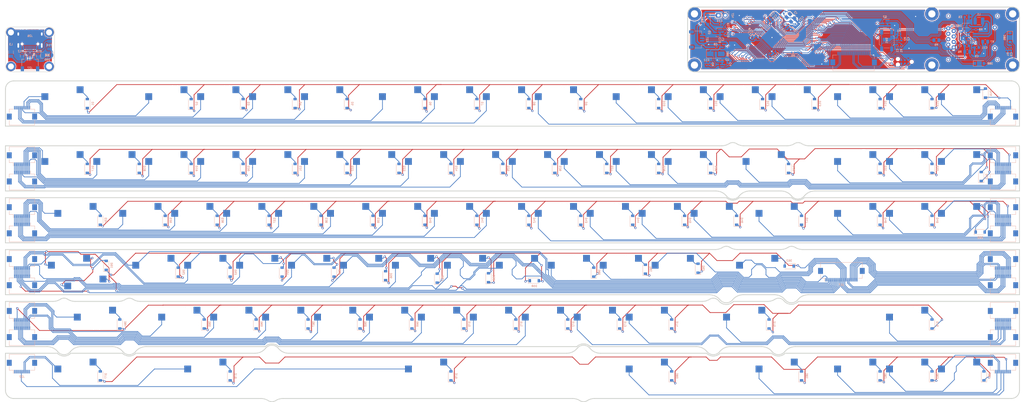
<source format=kicad_pcb>
(kicad_pcb (version 20211014) (generator pcbnew)
  (title_block (title "Unified Daughterboard") (date "2020-03-22") (rev "C3") (company "Designed by the keyboard community"))
  (layers (0 "F.Cu" signal) (31 "B.Cu" signal) (34 "B.Paste" user) (35 "F.Paste" user) (36 "B.SilkS" user "B.Silkscreen") (37 "F.SilkS" user "F.Silkscreen") (38 "B.Mask" user) (39 "F.Mask" user) (44 "Edge.Cuts" user))
  (net 0 "")
  (net 1 "Net-(!1-Pad2)")
  (net 2 "Net-($1-Pad2)")
  (net 3 "Net-(%1-Pad2)")
  (net 4 "Net-(&1-Pad2)")
  (net 5 "Net-(''1-Pad2)")
  (net 6 "Net-((1-Pad2)")
  (net 7 "Net-()1-Pad2)")
  (net 8 "Net-(*1-Pad2)")
  (net 9 "Net-(+1-Pad2)")
  (net 10 "Net-(:1-Pad2)")
  (net 11 "Net-(<1-Pad2)")
  (net 12 "Net-(>1-Pad2)")
  (net 13 "Net-(@1-Pad2)")
  (net 14 "Net-(A1-Pad2)")
  (net 15 "Net-(B1-Pad2)")
  (net 16 "Net-(BS1-Pad2)")
  (net 17 "Net-(CAP1-Pad2)")
  (net 18 "Net-(D48-Pad2)")
  (net 19 "Net-(D83-Pad2)")
  (net 20 "Net-(D37-Pad2)")
  (net 21 "Net-(D49-Pad2)")
  (net 22 "Net-(D63-Pad2)")
  (net 23 "Net-(D1-Pad2)")
  (net 24 "Net-(D2-Pad2)")
  (net 25 "Net-(D3-Pad2)")
  (net 26 "Net-(D4-Pad2)")
  (net 27 "Net-(D5-Pad2)")
  (net 28 "Net-(D6-Pad2)")
  (net 29 "Net-(D7-Pad2)")
  (net 30 "Net-(D8-Pad2)")
  (net 31 "Net-(D9-Pad2)")
  (net 32 "Net-(D10-Pad2)")
  (net 33 "Net-(D11-Pad2)")
  (net 34 "Net-(D12-Pad2)")
  (net 35 "Net-(D13-Pad2)")
  (net 36 "Net-(D55-Pad2)")
  (net 37 "Net-(D56-Pad2)")
  (net 38 "Net-(D57-Pad2)")
  (net 39 "Net-(D32-Pad2)")
  (net 40 "Net-(D42-Pad2)")
  (net 41 "Net-(D31-Pad2)")
  (net 42 "Net-(D59-Pad2)")
  (net 43 "Net-(D78-Pad2)")
  (net 44 "Net-(D77-Pad2)")
  (net 45 "Net-(D82-Pad2)")
  (net 46 "Net-(D64-Pad2)")
  (net 47 "Net-(D71-Pad2)")
  (net 48 "Net-(D67-Pad2)")
  (net 49 "Net-(D54-Pad2)")
  (net 50 "Net-(D58-Pad2)")
  (net 51 "Net-(D60-Pad2)")
  (net 52 "Net-(D38-Pad2)")
  (net 53 "Net-(D41-Pad2)")
  (net 54 "Net-(D70-Pad2)")
  (net 55 "Net-(D43-Pad2)")
  (net 56 "Net-(D44-Pad2)")
  (net 57 "Net-(D16-Pad2)")
  (net 58 "Net-(D50-Pad2)")
  (net 59 "Net-(D33-Pad2)")
  (net 60 "Net-(D14-Pad2)")
  (net 61 "Net-(D35-Pad2)")
  (net 62 "Net-(D80-Pad2)")
  (net 63 "Net-(D81-Pad2)")
  (net 64 "Net-(D84-Pad2)")
  (net 65 "Net-(D75-Pad2)")
  (net 66 "Net-(D53-Pad2)")
  (net 67 "Net-(D15-Pad2)")
  (net 68 "Net-(D79-Pad2)")
  (net 69 "Net-(D39-Pad2)")
  (net 70 "Net-(D34-Pad2)")
  (net 71 "Net-(D76-Pad2)")
  (net 72 "Net-(D68-Pad2)")
  (net 73 "Net-(D36-Pad2)")
  (net 74 "Net-(D66-Pad2)")
  (net 75 "Net-(D40-Pad2)")
  (net 76 "Net-(D65-Pad2)")
  (net 77 "Net-(D20-Pad2)")
  (net 78 "Net-(D17-Pad2)")
  (net 79 "Net-(D74-Pad2)")
  (net 80 "Net-(D23-Pad2)")
  (net 81 "Net-(D28-Pad2)")
  (net 82 "Net-(D45-Pad2)")
  (net 83 "Net-(D47-Pad2)")
  (net 84 "Net-(D46-Pad2)")
  (net 85 "R0C0_7")
  (net 86 "R0C0_4")
  (net 87 "R0C0_8")
  (net 88 "R0C0_6")
  (net 89 "R0C0_5")
  (net 90 "R0C0_3")
  (net 91 "R0C0_2")
  (net 92 "R0C0_1")
  (net 93 "R0C0_9")
  (net 94 "R0C0_10")
  (net 95 "R0C0_11")
  (net 96 "R0C0_12")
  (net 97 "NRST")
  (net 98 "GND")
  (net 99 "BOOT0")
  (net 100 "VCC")
  (net 101 "Solenoid_Pos")
  (net 102 "+5V")
  (net 103 "VDD")
  (net 104 "Solenoid_Neg")
  (net 105 "Net-(D85-Pad2)")
  (net 106 "D-")
  (net 107 "D+")
  (net 108 "R0C1_5")
  (net 109 "SPI1_NSS")
  (net 110 "Net-(Q3-Pad1)")
  (net 111 "SW2")
  (net 112 "OLED_SHDN")
  (net 113 "REST")
  (net 114 "Data")
  (net 115 "Net-(O2-Pad7)")
  (net 116 "BOOT1")
  (net 117 "SDI")
  (net 118 "RCC_OSC_IN")
  (net 119 "RCC_OSC_OUT")
  (net 120 "R0C1_6")
  (net 121 "SYS_SWDIO")
  (net 122 "Net-(C2-Pad2)")
  (net 123 "Net-(C3-Pad1)")
  (net 124 "Net-(C5-Pad1)")
  (net 125 "Net-(C7-Pad2)")
  (net 126 "Net-(D87-Pad2)")
  (net 127 "Solenoid_Driver")
  (net 128 "SCK")
  (net 129 "R0C1_1")
  (net 130 "R0C1_2")
  (net 131 "SYS_SWCLK")
  (net 132 "R0C1_9")
  (net 133 "R0C1_10")
  (net 134 "R0C1_11")
  (net 135 "R0C1_12")
  (net 136 "R0C1_3")
  (net 137 "R0C1_4")
  (net 139 "R0C1_7")
  (net 140 "R0C1_8")
  (net 141 "row3")
  (net 144 "GNDPWR")
  (net 145 "Net-(J26-PadA5)")
  (net 146 "DA+")
  (net 148 "DA-")
  (net 149 "Net-(J26-PadB5)")
  (net 152 "unconnected-(MH3-Pad1)")
  (footprint "MX_Only:MXOnly-2U-Hotswap" (layer "F.Cu") (at 257.175 23.8125)
    (fp_text reference "BS1")
    (fp_text value "MX-NoLED")
  )
  (footprint "MX_Only:MXOnly-1U-Hotswap" (layer "F.Cu") (at 219.075 42.8625)
    (fp_text reference "{1")
    (fp_text value "MX-NoLED")
  )
  (footprint "MX_Only:MXOnly-1U-Hotswap" (layer "F.Cu") (at 42.8625 80.9625)
    (fp_text reference "Z1")
    (fp_text value "MX-NoLED")
  )
  (footprint "MX_Only:MXOnly-1.5U-Hotswap" (layer "F.Cu") (at 4.7625 42.8625)
    (fp_text reference "TAB1")
    (fp_text value "MX-NoLED")
  )
  (footprint "MX_Only:MXOnly-1U-Hotswap" (layer "F.Cu") (at 28.575 42.8625)
    (fp_text reference "Q1")
    (fp_text value "MX-NoLED")
  )
  (footprint "MountingHole:MountingHole_2.7mm_M2.5_Pad" (layer "F.Cu") (at 231.1678 -14.125)
    (fp_text reference "H5" hide)
    (fp_text value "M2.5")
  )
  (footprint "MX_Only:MXOnly-1.5U-Hotswap" (layer "F.Cu") (at 261.9375 100.0125)
    (fp_text reference "RCtrl1")
    (fp_text value "MX-NoLED")
  )
  (footprint "MX_Only:MXOnly-1U-Hotswap" (layer "F.Cu") (at 76.2 23.8125)
    (fp_text reference "$1")
    (fp_text value "MX-NoLED")
  )
  (footprint "MX_Only:MXOnly-1U-Hotswap" (layer "F.Cu") (at 147.6375 61.9125)
    (fp_text reference "MX_J1")
    (fp_text value "MX-NoLED")
  )
  (footprint "MX_Only:MXOnly-1U-Hotswap" (layer "F.Cu") (at 223.8375 61.9125)
    (fp_text reference "''1")
    (fp_text value "MX-NoLED")
  )
  (footprint "MX_Only:MXOnly-1.5U-Hotswap" (layer "F.Cu") (at 261.9375 42.8625)
    (fp_text reference "|1")
    (fp_text value "MX-NoLED")
  )
  (footprint "MX_Only:MXOnly-1U-Hotswap" (layer "F.Cu") (at 328.85 0)
    (fp_text reference "PB1")
    (fp_text value "MX-NoLED")
  )
  (footprint "MX_Only:MXOnly-1.5U-Hotswap" (layer "F.Cu") (at 4.7625 100.0125)
    (fp_text reference "LCtrl1")
    (fp_text value "MX-NoLED")
  )
  (footprint "MX_Only:MXOnly-1U-Hotswap" (layer "F.Cu") (at 80.9625 80.9625)
    (fp_text reference "MX_C1")
    (fp_text value "MX-NoLED")
  )
  (footprint "Unified-Daughterboard-Logo:Unified-Daughterboard-Logo.pretty" (layer "F.Cu") (at -12.523 -18.159)
    (fp_text reference "G3" hide)
    (fp_text value "logo" hide)
  )
  (footprint "MX_Only:MXOnly-1.75U-Hotswap" (layer "F.Cu") (at 7.14375 61.9125 180)
    (fp_text reference "CAP1")
    (fp_text value "MX-NoLED")
  )
  (footprint "MX_Only:MXOnly-1U-Hotswap" (layer "F.Cu") (at 309.8 42.8625)
    (fp_text reference "End1")
    (fp_text value "MX-NoLED")
  )
  (footprint "MX_Only:MXOnly-1U-Hotswap" (layer "F.Cu") (at 290.75 0)
    (fp_text reference "PrtSc1")
    (fp_text value "MX-NoLED")
  )
  (footprint "MX_Only:MXOnly-1U-Hotswap" (layer "F.Cu") (at 200.025 42.8625)
    (fp_text reference "P1")
    (fp_text value "MX-NoLED")
  )
  (footprint "MX_Only:MXOnly-1U-Hotswap" (layer "F.Cu") (at 228.6 0)
    (fp_text reference "F10")
    (fp_text value "MX-NoLED")
  )
  (footprint "MX_Only:MXOnly-1U-Hotswap" (layer "F.Cu") (at 76.2 0)
    (fp_text reference "F3")
    (fp_text value "MX-NoLED")
  )
  (footprint "MX_Only:MXOnly-1U-Hotswap" (layer "F.Cu") (at 309.8 0)
    (fp_text reference "SL1")
    (fp_text value "MX-NoLED")
  )
  (footprint "MX_Only:MXOnly-1U-Hotswap" (layer "F.Cu") (at 157.1625 80.9625)
    (fp_text reference "M1")
    (fp_text value "MX-NoLED")
  )
  (footprint "MX_Only:MXOnly-1U-Hotswap" (layer "F.Cu") (at 247.65 0)
    (fp_text reference "F11")
    (fp_text value "MX-NoLED")
  )
  (footprint "MX_Only:MXOnly-1U-Hotswap" (layer "F.Cu") (at 209.55 0)
    (fp_text reference "F9")
    (fp_text value "MX-NoLED")
  )
  (footprint "MX_Only:MXOnly-1U-Hotswap" (layer "F.Cu") (at 0 0)
    (fp_text reference "Esc1")
    (fp_text value "MX-NoLED")
  )
  (footprint "MX_Only:MXOnly-1U-Hotswap" (layer "F.Cu") (at 161.925 0)
    (fp_text reference "F7")
    (fp_text value "MX-NoLED")
  )
  (footprint "MX_Only:MXOnly-1U-Hotswap" (layer "F.Cu") (at 152.4 23.8125)
    (fp_text reference "*1")
    (fp_text value "MX-NoLED")
  )
  (footprint "MX_Only:MXOnly-1U-Hotswap" (layer "F.Cu") (at 114.3 23.8125)
    (fp_text reference "^1")
    (fp_text value "MX-NoLED")
  )
  (footprint "MX_Only:MXOnly-1U-Hotswap" (layer "F.Cu") (at 328.85 100.0125)
    (fp_text reference "Right1")
    (fp_text value "MX-NoLED")
  )
  (footprint "MX_Only:MXOnly-1U-Hotswap" (layer "F.Cu") (at 171.45 23.8125)
    (fp_text reference "(1")
    (fp_text value "MX-NoLED")
  )
  (footprint "MX_Only:MXOnly-2.25U-Hotswap" (layer "F.Cu") (at 11.90625 80.9625)
    (fp_text reference "LShift1")
    (fp_text value "MX-NoLED")
  )
  (footprint "MX_Only:MXOnly-2.25U-Hotswap" (layer "F.Cu") (at 254.79375 61.9125)
    (fp_text reference "Enter1")
    (fp_text value "MX-NoLED")
  )
  (footprint "MX_Only:MXOnly-1U-Hotswap" (layer "F.Cu") (at 328.85 42.8625)
    (fp_text reference "PgDn1")
    (fp_text value "MX-NoLED")
  )
  (footprint "MX_Only:MXOnly-1U-Hotswap" (layer "F.Cu") (at 176.2125 80.9625)
    (fp_text reference "<1")
    (fp_text value "MX-NoLED")
  )
  (footprint "MX_Only:MXOnly-1U-Hotswap" (layer "F.Cu") (at 52.3875 61.9125)
    (fp_text reference "S1")
    (fp_text value "MX-NoLED")
  )
  (footprint "MX_Only:MXOnly-1.25U-Hotswap" (layer "F.Cu") (at 2.4 61.9)
    (fp_text reference "CAP2")
    (fp_text value "Steped-Cap")
  )
  (footprint "MX_Only:MXOnly-1U-Hotswap" (layer "F.Cu") (at 109.5375 61.9125)
    (fp_text reference "G1")
    (fp_text value "MX-NoLED")
  )
  (footprint "MX_Only:MXOnly-1U-Hotswap" (layer "F.Cu") (at 161.925 42.8625)
    (fp_text reference "I1")
    (fp_text value "MX-NoLED")
  )
  (footprint "MX_Only:MXOnly-1U-Hotswap" (layer "F.Cu") (at 95.25 0)
    (fp_text reference "F4")
    (fp_text value "MX-NoLED")
  )
  (footprint "MX_Only:MXOnly-1U-Hotswap" (layer "F.Cu") (at 133.35 23.8125)
    (fp_text reference "&1")
    (fp_text value "MX-NoLED")
  )
  (footprint "MX_Only:MXOnly-1U-Hotswap" (layer "F.Cu") (at 57.15 23.8125)
    (fp_text reference "\\#1")
    (fp_text value "MX-NoLED")
  )
  (footprint "MX_Only:MXOnly-1U-Hotswap" (layer "F.Cu") (at 290.75 23.8125)
    (fp_text reference "Insert1")
    (fp_text value "MX-NoLED")
  )
  (footprint "MX_Only:MXOnly-1.5U-Hotswap" (layer "F.Cu") (at 52.3875 100.0125)
    (fp_text reference "LAlt1")
    (fp_text value "MX-NoLED")
  )
  (footprint "MX_Only:MXOnly-1U-Hotswap" (layer "F.Cu") (at 328.85 23.8125)
    (fp_text reference "PgUp1")
    (fp_text value "MX-NoLED")
  )
  (footprint "MX_Only:MXOnly-1U-Hotswap" (layer "F.Cu") (at 185.7375 61.9125)
    (fp_text reference "MX_L1")
    (fp_text value "MX-NoLED")
  )
  (footprint "MX_Only:MXOnly-1U-Hotswap" (layer "F.Cu") (at 190.5 23.8125)
    (fp_text reference ")1")
    (fp_text value "MX-NoLED")
  )
  (footprint "MX_Only:MXOnly-1U-Hotswap" (layer "F.Cu") (at 0 23.8125)
    (fp_text reference "\\1")
    (fp_text value "MX-NoLED")
  )
  (footprint "MX_Only:MXOnly-1U-Hotswap" (layer "F.Cu") (at 95.25 23.8125)
    (fp_text reference "%1")
    (fp_text value "MX-NoLED")
  )
  (footprint "MX_Only:MXOnly-1U-Hotswap" (layer "F.Cu") (at 290.75 100.0125)
    (fp_text reference "Left1")
    (fp_text value "MX-NoLED")
  )
  (footprint "MX_Only:MXOnly-1U-Hotswap" (layer "F.Cu") (at 123.825 42.8625)
    (fp_text reference "Y1")
    (fp_text value "MX-NoLED")
  )
  (footprint "MX_Only:MXOnly-1U-Hotswap" (layer "F.Cu") (at 66.675 42.8625)
    (fp_text reference "E1")
    (fp_text value "MX-NoLED")
  )
  (footprint "MX_Only:MXOnly-1U-Hotswap" (layer "F.Cu") (at 142.875 0)
    (fp_text reference "F6")
    (fp_text value "MX-NoLED")
  )
  (footprint "MX_Only:MXOnly-1U-Hotswap" (layer "F.Cu") (at 309.8 23.8125)
    (fp_text reference "Home1")
    (fp_text value "MX-NoLED")
  )
  (footprint "MX_Only:MXOnly-1U-Hotswap" (layer "F.Cu") (at 266.7 0)
    (fp_text reference "F12")
    (fp_text value "MX-NoLED")
  )
  (footprint "MX_Only:MXOnly-1U-Hotswap" (layer "F.Cu") (at 204.7875 61.9125)
    (fp_text reference ":1")
    (fp_text value "MX-NoLED")
  )
  (footprint "MX_Only:MXOnly-1U-Hotswap" (layer "F.Cu") (at 47.625 42.8625)
    (fp_text reference "W1")
    (fp_text value "MX-NoLED")
  )
  (footprint "MX_Only:MXOnly-1U-Hotswap" (layer "F.Cu") (at 61.9125 80.9625)
    (fp_text reference "X1")
    (fp_text value "MX-NoLED")
  )
  (footprint "MX_Only:MXOnly-2.75U-Hotswap" (layer "F.Cu") (at 250.03125 80.9625)
    (fp_text reference "RShift1")
    (fp_text value "MX-NoLED")
  )
  (footprint "MX_Only:MXOnly-1U-Hotswap" (layer "F.Cu") (at 209.55 23.8125)
    (fp_text reference "_1")
    (fp_text value "MX-NoLED")
  )
  (footprint "MountingHole:MountingHole_2.7mm_M2.5_Pad" (layer "F.Cu") (at 231.1678 -32.925)
    (fp_text reference "H4" hide)
    (fp_text value "M2.5")
  )
  (footprint "MX_Only:MXOnly-1U-Hotswap" (layer "F.Cu") (at 33.3375 61.9125)
    (fp_text reference "A1")
    (fp_text value "MX-NoLED")
  )
  (footprint "MX_Only:MXOnly-1U-Hotswap" (layer "F.Cu") (at 71.4375 61.9125)
    (fp_text reference "MX_D1")
    (fp_text value "MX-NoLED")
  )
  (footprint "MX_Only:MXOnly-1U-Hotswap" (layer "F.Cu") (at 180.975 0)
    (fp_text reference "F8")
    (fp_text value "MX-NoLED")
  )
  (footprint "MX_Only:MXOnly-1U-Hotswap" (layer "F.Cu") (at 38.1 0)
    (fp_text reference "F1")
    (fp_text value "MX-NoLED")
  )
  (footprint "Unified-Daughterboard-Logo:Unified-Daughterboard-Name.pretty" (layer "F.Cu") (at -12.523 -26.048)
    (fp_text reference "G2" hide)
    (fp_text value "name" hide)
  )
  (footprint "MX_Only:MXOnly-1U-Hotswap" (layer "F.Cu") (at 214.3125 80.9625)
    (fp_text reference "\\QM1")
    (fp_text value "MX-NoLED")
  )
  (footprint "MountingHole:MountingHole_2.7mm_M2.5_Pad" (layer "F.Cu") (at 347.875 -14.125)
    (fp_text reference "H2" hide)
    (fp_text value "M2.5")
  )
  (footprint "MX_Only:MXOnly-1U-Hotswap" (layer "F.Cu") (at 123.825 0)
    (fp_text reference "F5")
    (fp_text value "MX-NoLED")
  )
  (footprint "MX_Only:MXOnly-1U-Hotswap" (layer "F.Cu") (at 90.4875 61.9125)
    (fp_text reference "F13")
    (fp_text value "MX-NoLED")
  )
  (footprint "MX_Only:MXOnly-1U-Hotswap" (layer "F.Cu") (at 142.875 42.8625)
    (fp_text reference "MX_U1")
    (fp_text value "MX-NoLED")
  )
  (footprint "MX_Only:MXOnly-7U-Hotswap-ReversedStabilizers" (layer "F.Cu") (at 133.35 100.0125)
    (fp_text reference "Spc1")
    (fp_text value "MX-NoLED")
  )
  (footprint "MX_Only:MXOnly-1U-Hotswap" (layer "F.Cu") (at 228.6 23.8125)
    (fp_text reference "+1")
    (fp_text value "MX-NoLED")
  )
  (footprint "MountingHole:MountingHole_2.7mm_M2.5_Pad" (layer "F.Cu") (at 318.24 -32.925)
    (fp_text reference "H6" hide)
    (fp_text value "M2.5")
  )
  (footprint "MX_Only:MXOnly-1.5U-Hotswap" (layer "F.Cu") (at 214.3125 100.0125)
    (fp_text reference "RAlt1")
    (fp_text value "MX-NoLED")
  )
  (footprint "MX_Only:MXOnly-1U-Hotswap" (layer "F.Cu") (at 119.0625 80.9625)
    (fp_text reference "B1")
    (fp_text value "MX-NoLED")
  )
  (footprint "MX_Only:MXOnly-1U-Hotswap" (layer "F.Cu") (at 19.05 23.8125)
    (fp_text reference "!1")
    (fp_text value "MX-NoLED")
  )
  (footprint "MX_Only:MXOnly-1U-Hotswap" (layer "F.Cu") (at 128.5875 61.9125)
    (fp_text reference "H1")
    (fp_text value "MX-NoLED")
  )
  (footprint "MountingHole:MountingHole_2.7mm_M2.5_Pad" (layer "F.Cu") (at 318.24 -14.125)
    (fp_text reference "H7" hide)
    (fp_text value "M2.5")
  )
  (footprint "MX_Only:MXOnly-1U-Hotswap" (layer "F.Cu") (at 38.1 23.8125)
    (fp_text reference "@1")
    (fp_text value "MX-NoLED")
  )
  (footprint "MX_Only:MXOnly-1U-Hotswap" (layer "F.Cu") (at 138.1125 80.9625)
    (fp_text reference "N1")
    (fp_text value "MX-NoLED")
  )
  (footprint "MX_Only:MXOnly-1U-Hotswap" (layer "F.Cu") (at 195.2625 80.9625)
    (fp_text reference ">1")
    (fp_text value "MX-NoLED")
  )
  (footprint "MX_Only:MXOnly-1U-Hotswap" (layer "F.Cu") (at 85.725 42.8625)
    (fp_text reference "MX_R1")
    (fp_text value "MX-NoLED")
  )
  (footprint "MX_Only:MXOnly-1U-Hotswap" (layer "F.Cu") (at 180.975 42.8625)
    (fp_text reference "O1")
    (fp_text value "MX-NoLED")
  )
  (footprint "MountingHole:MountingHole_2.7mm_M2.5_Pad" (layer "F.Cu") (at 347.875 -32.925)
    (fp_text reference "H3" hide)
    (fp_text value "M2.5")
  )
  (footprint "MX_Only:MXOnly-1U-Hotswap" (layer "F.Cu") (at 57.15 0)
    (fp_text reference "F2")
    (fp_text value "MX-NoLED")
  )
  (footprint "MX_Only:MXOnly-1U-Hotswap" (layer "F.Cu") (at 166.6875 61.9125)
    (fp_text reference "K1")
    (fp_text value "MX-NoLED")
  )
  (footprint "MX_Only:MXOnly-1U-Hotswap" (layer "F.Cu") (at 309.8 100.0125)
    (fp_text reference "Down1")
    (fp_text value "MX-NoLED")
  )
  (footprint "MX_Only:MXOnly-1U-Hotswap" (layer "F.Cu") (at 100.0125 80.9625)
    (fp_text reference "V1")
    (fp_text value "MX-NoLED")
  )
  (footprint "MX_Only:MXOnly-1U-Hotswap" (layer "F.Cu") (at 238.125 42.8625)
    (fp_text reference "}1")
    (fp_text value "MX-NoLED")
  )
  (footprint "MX_Only:MXOnly-1U-Hotswap" (layer "F.Cu") (at 290.75 42.8625)
    (fp_text reference "Delete1")
    (fp_text value "MX-NoLED")
  )
  (footprint "Display:AT9704-085L" (layer "F.Cu") (at 333.3075 -24.125 -90)
    (fp_text reference "O2" hide)
    (fp_text value "ISF15ACP4")
  )
  (footprint "MX_Only:MXOnly-1U-Hotswap" (layer "F.Cu") (at 309.8 80.9625)
    (fp_text reference "Up1")
    (fp_text value "MX-NoLED")
  )
  (footprint "MX_Only:MXOnly-1U-Hotswap" (layer "F.Cu") (at 104.775 42.8625)
    (fp_text reference "T1")
    (fp_text value "MX-NoLED")
  )
  (footprint "Diode_SMD:D_SOD-123" (layer "B.Cu") (at 13.2625 42.8625 90)
    (fp_text reference "D34")
    (fp_text value "1N4148W")
  )
  (footprint "random-keyboard-parts:Generic-Mounthole" (layer "B.Cu") (at -5.525 -13.625 180)
    (fp_text reference "MH3")
    (fp_text value "mouting-hole")
  )
  (footprint "Diode_SMD:D_SOD-123" (layer "B.Cu") (at 84.7 0 90)
    (fp_text reference "D4")
    (fp_text value "1N4148W")
  )
  (footprint "Connector_FFC-FPC:Hirose_FH12-12S-0.5SH_1x12-1MP_P0.50mm_Horizontal" (layer "B.Cu") (at 344.325 77.5625)
    (fp_text reference "J14" hide)
    (fp_text value "Conn_01x12_Female")
  )
  (footprint "Diode_SMD:D_SOD-123" (layer "B.Cu") (at 236 -30.8 -90)
    (fp_text reference "D89")
    (fp_text value "freewheeling diode")
  )
  (footprint "Connector_FFC-FPC:Hirose_FH12-12S-0.5SH_1x12-1MP_P0.50mm_Horizontal" (layer "B.Cu") (at -15.475 3.4 180)
    (fp_text reference "J1" hide)
    (fp_text value "Conn_01x12_Male")
  )
  (footprint "Connector_FFC-FPC:Hirose_FH12-12S-0.5SH_1x12-1MP_P0.50mm_Horizontal" (layer "B.Cu") (at -15.475 46.2625 180)
    (fp_text reference "J9" hide)
    (fp_text value "Conn_01x12_Male")
  )
  (footprint "Inductor_SMD:L_1206_3216Metric" (layer "B.Cu") (at -19.508 -18.794 90)
    (fp_text reference "L3")
    (fp_text value "60R@100MHz")
  )
  (footprint "Diode_SMD:D_SOD-123" (layer "B.Cu") (at 199 23.8125 90)
    (fp_text reference "D27")
    (fp_text value "1N4148W")
  )
  (footprint "random-keyboard-parts:Generic-Mounthole" (layer "B.Cu") (at -19.525 -13.625 180)
    (fp_text reference "MH4")
    (fp_text value "Mount-M2")
  )
  (footprint "Diode_SMD:D_SOD-123" (layer "B.Cu") (at 46.6 23.8125 90)
    (fp_text reference "D19")
    (fp_text value "1N4148W")
  )
  (footprint "Capacitor_SMD:C_0402_1005Metric" (layer "B.Cu") (at 307.1 -23.62 90)
    (fp_text reference "C2")
    (fp_text value "4.7uF")
  )
  (footprint "Package_DFN_QFN:QFN-48-1EP_7x7mm_P0.5mm_EP5.6x5.6mm" (layer "B.Cu") (at 259.520101 -24.282698 -135)
    (fp_text reference "U3")
    (fp_text value "STM32F103CBUx")
  )
  (footprint "Diode_SMD:D_SOD-123" (layer "B.Cu") (at 336.35 26.8 90)
    (fp_text reference "D33")
    (fp_text value "1N4148W")
  )
  (footprint "Diode_SMD:D_SOD-123" (layer "B.Cu") (at 13.2625 100.0125 90)
    (fp_text reference "D77")
    (fp_text value "1N4148W")
  )
  (footprint "Capacitor_SMD:C_0603_1608Metric" (layer "B.Cu") (at 331.0617 -21.190507)
    (fp_text reference "C7")
    (fp_text value "4.7pF")
  )
  (footprint "Connector_FFC-FPC:Hirose_FH12-12S-0.5SH_1x12-1MP_P0.50mm_Horizontal" (layer "B.Cu") (at -15.475 84.3625 180)
    (fp_text reference "J21" hide)
    (fp_text value "Conn_01x12_Male")
  )
  (footprint "Diode_SMD:D_SOD-123" (layer "B.Cu") (at 141.85 23.8125 90)
    (fp_text reference "D24")
    (fp_text value "1N4148W")
  )
  (footprint "Diode_SMD:D_SOD-123" (layer "B.Cu") (at 346.93 -24.25 -90)
    (fp_text reference "D85")
    (fp_text value "1N4148W")
  )
  (footprint "Diode_SMD:D_SOD-123" (layer "B.Cu") (at 256.15 0 90)
    (fp_text reference "D12")
    (fp_text value "1N4148W")
  )
  (footprint "Resistors_SMD:R_0603" (layer "B.Cu") (at -9.475 -17.539 -90)
    (fp_text reference "R13")
    (fp_text value "5.1k")
  )
  (footprint "Resistor_SMD:R_0805_2012Metric" (layer "B.Cu") (at 319.91 -23.26)
    (fp_text reference "R5")
    (fp_text value "25")
  )
  (footprint "Diode_SMD:D_SOD-123" (layer "B.Cu") (at 160.9 23.8125 90)
    (fp_text reference "D25")
    (fp_text value "1N4148W")
  )
  (footprint "Diode_SMD:D_SOD-123" (layer "B.Cu") (at 15.43 59.43 90)
    (fp_text reference "D51")
    (fp_text value "1N4148W")
  )
  (footprint "Diode_SMD:D_SOD-123" (layer "B.Cu") (at 299.25 0 90)
    (fp_text reference "D14")
    (fp_text value "1N4148W")
  )
  (footprint "Capacitor_SMD:C_0402_1005Metric" (layer "B.Cu") (at 264.25 -33.472647 -135)
    (fp_text reference "C21" hide)
    (fp_text value "30pF")
  )
  (footprint "Diode_SMD:D_SOD-123" (layer "B.Cu") (at 335.66 -14.71)
    (fp_text reference "D88")
    (fp_text value "1N4148W")
  )
  (footprint "Diode_SMD:D_SOD-123" (layer "B.Cu") (at 84.7 23.8125 90)
    (fp_text reference "D21")
    (fp_text value "1N4148W")
  )
  (footprint "Diode_SMD:D_SOD-323" (layer "B.Cu") (at 330.93 -28.68)
    (fp_text reference "D87")
    (fp_text value "D_Schottky")
  )
  (footprint "Diode_SMD:D_SOD-123" (layer "B.Cu") (at 46.6 0 90)
    (fp_text reference "D2")
    (fp_text value "1N4148W")
  )
  (footprint "Diode_SMD:D_SOD-123" (layer "B.Cu") (at 79.9375 61.9125 90)
    (fp_text reference "D54")
    (fp_text value "1N4148W")
  )
  (footprint "Diode_SMD:D_SOD-123" (layer "B.Cu") (at 113.275 42.8625 90)
    (fp_text reference "D39")
    (fp_text value "1N4148W")
  )
  (footprint "Diode_SMD:D_SOD-123" (layer "B.Cu") (at 189.475 0 90)
    (fp_text reference "D9")
    (fp_text value "1N4148W")
  )
  (footprint "Resistor_SMD:R_0402_1005Metric" (layer "B.Cu") (at 334.39 -27.16 180)
    (fp_text reference "R8")
    (fp_text value "10k")
  )
  (footprint "Resistor_SMD:R_0402_1005Metric" (layer "B.Cu") (at 305.52 -23.63 -90)
    (fp_text reference "R2")
    (fp_text value "10k")
  )
  (footprint "Diode_SMD:D_SOD-123" (layer "B.Cu") (at 194.2375 61.9125 90)
    (fp_text reference "D60")
    (fp_text value "1N4148W")
  )
  (footprint "Crystal:Crystal_SMD_3225-4Pin_3.2x2.5mm" (layer "B.Cu") (at 266.371142 -31.449424 -45)
    (fp_text reference "Y2")
    (fp_text value "8MHz")
  )
  (footprint "Diode_SMD:D_SOD-123" (layer "B.Cu") (at 103.75 0 90)
    (fp_text reference "D5")
    (fp_text value "1N4148W")
  )
  (footprint "Connector_FFC-FPC:Hirose_FH12-12S-0.5SH_1x12-1MP_P0.50mm_Horizontal" (layer "B.Cu") (at 344.325 58.5125)
    (fp_text reference "J12" hide)
    (fp_text value "Conn_01x12_Female")
  )
  (footprint "Resistor_SMD:R_0402_1005Metric" (layer "B.Cu") (at 306.23 -25.48 180)
    (fp_text reference "R3")
    (fp_text value "100k")
  )
  (footprint "Connector_FFC-FPC:Hirose_FH12-12S-0.5SH_1x12-1MP_P0.50mm_Horizontal" (layer "B.Cu") (at 344.325 96.6125)
    (fp_text reference "J20" hide)
    (fp_text value "Conn_01x12_Female")
  )
  (footprint "Diode_SMD:D_SOD-123" (layer "B.Cu") (at 146.6125 80.9625 90)
    (fp_text reference "D70")
    (fp_text value "1N4148W")
  )
  (footprint "Resistor_SMD:R_0402_1005Metric" (layer "B.Cu") (at 346.03 -20.03 -90)
    (fp_text reference "R4")
    (fp_text value "1M")
  )
  (footprint "random-keyboard-parts:Generic-Mounthole" (layer "B.Cu") (at -19.525 -26.125 180)
    (fp_text reference "MH2")
    (fp_text value "Mount-M2")
  )
  (footprint "Inductor_SMD:L_0402_1005Metric" (layer "B.Cu") (at 241.5825 -21.177 -90)
    (fp_text reference "L2")
    (fp_text value "33R@100MH")
  )
  (footprint "Resistor_SMD:R_0402_1005Metric" (layer "B.Cu") (at 307.15 -21.2 90)
    (fp_text reference "R1")
    (fp_text value "10k")
  )
  (footprint "Connector_FFC-FPC:Hirose_FH12-12S-0.5SH_1x12-1MP_P0.50mm_Horizontal" (layer "B.Cu") (at -15.475 27.2125 180)
    (fp_text reference "J5" hide)
    (fp_text value "Conn_01x12_Male")
  )
  (footprint "Capacitor_SMD:C_0402_1005Metric" (layer "B.Cu") (at 347.37 -20.02 -90)
    (fp_text reference "C3")
    (fp_text value "4.7uF")
  )
  (footprint "Diode_SMD:D_SOD-123" (layer "B.Cu") (at 232.49 60.47 90)
    (fp_text reference "D62")
    (fp_text value "1N4148W")
  )
  (footprint "Diode_SMD:D_SOD-123" (layer "B.Cu") (at 70.4125 80.9625 90)
    (fp_text reference "D66")
    (fp_text value "1N4148W")
  )
  (footprint "Diode_SMD:D_SOD-123" (layer "B.Cu") (at 299.25 42.8625 90)
    (fp_text reference "D48")
    (fp_text value "1N4148W")
  )
  (footprint "Diode_SMD:D_SOD-123" (layer "B.Cu") (at 213.18 60.83 90)
    (fp_text reference "D61")
    (fp_text value "1N4148W")
  )
  (footprint "Diode_SMD:D_SOD-123" (layer "B.Cu") (at 222.8125 80.9625 90)
    (fp_text reference "D74")
    (fp_text value "1N4148W")
  )
  (footprint "Connector_FFC-FPC:Hirose_FH12-12S-0.5SH_1x12-1MP_P0.50mm_Horizontal" (layer "B.Cu") (at 344.325 39.4625)
    (fp_text reference "J8" hide)
    (fp_text value "Conn_01x12_Female")
  )
  (footprint "Resistor_SMD:R_0402_1005Metric" (layer "B.Cu") (at 267.370102 -18.732697)
    (fp_text reference "R9")
    (fp_text value "10k")
  )
  (footprint "Diode_SMD:D_SOD-123" (layer "B.Cu") (at 318.3 0 90)
    (fp_text reference "D15")
    (fp_text value "1N4148W")
  )
  (footprint "Package_TO_SOT_SMD:SOT-23-6" (layer "B.Cu") (at 332.75 -24.65)
    (fp_text reference "U1")
    (fp_text value "MAX8574")
  )
  (footprint "Connector_FFC-FPC:Hirose_FH12-12S-0.5SH_1x12-1MP_P0.50mm_Horizontal" (layer "B.Cu") (at 344.325 46.2625 180)
    (fp_text reference "J11" hide)
    (fp_text value "Conn_01x12_Male")
  )
  (footprint "Connector:Tag-Connect_TC2030-IDC-NL_2x03_P1.27mm_Vertical" (layer "B.Cu") (at 308.33 -15.32 180)
    (fp_text reference "J25" hide)
    (fp_text value "SWD/JTAG-4pin")
  )
  (footprint "Inductor_SMD:L_1210_3225Metric" (layer "B.Cu") (at 335.48 -30.28)
    (fp_text reference "L1")
    (fp_text value "LQH32CN100K33L")
  )
  (footprint "Fuse:Fuse_1206_3216Metric" (layer "B.Cu") (at -5.411 -21.461 -90)
    (fp_text reference "F14")
    (fp_text value "ASMD1206-150")
  )
  (footprint "Diode_SMD:D_SOD-123" (layer "B.Cu") (at 8.5 0 90)
    (fp_text reference "D1")
    (fp_text value "1N4148W")
  )
  (footprint "Capacitor_SMD:C_0402_1005Metric" (layer "B.Cu") (at 305.57 -21.23 90)
    (fp_text reference "C1")
    (fp_text value "470nF")
  )
  (footprint "Connector_FFC-FPC:Hirose_FH12-12S-0.5SH_1x12-1MP_P0.50mm_Horizontal" (layer "B.Cu") (at -15.475 58.5125)
    (fp_text reference "J10" hide)
    (fp_text value "Conn_01x12_Female")
  )
  (footprint "Capacitor_SMD:C_0402_1005Metric" (layer "B.Cu") (at 253.345324 -25.342748 135)
    (fp_text reference "C18")
    (fp_text value "100nF")
  )
  (footprint "Diode_SMD:D_SOD-123" (layer "B.Cu") (at 8.5 23.8125 90)
    (fp_text reference "D17")
    (fp_text value "1N4148W")
  )
  (footprint "Diode_SMD:D_SOD-123" (layer "B.Cu") (at 227.575 42.8625 90)
    (fp_text reference "D45")
    (fp_text value "1N4148W")
  )
  (footprint "Diode_SMD:D_SOD-123" (layer "B.Cu") (at 56.125 42.8625 90)
    (fp_text reference "D36")
    (fp_text value "1N4148W")
  )
  (footprint "Diode_SMD:D_SOD-123" (layer "B.Cu") (at 318.3 23.8125 90)
    (fp_text reference "D32")
    (fp_text value "1N4148W")
  )
  (footprint "Capacitor_SMD:C_0402_1005Metric" (layer "B.Cu") (at 236.8 -14.4 90)
    (fp_text reference "C9")
    (fp_text value "100nF")
  )
  (footprint "Resistors_SMD:R_0603" (layer "B.Cu") (at -15.444 -17.539 -90)
    (fp_text reference "R12")
    (fp_text value "5.1k")
  )
  (footprint "Capacitor_SMD:C_0402_1005Metric" (layer "B.Cu") (at 264.8825 -27.597 135)
    (fp_text reference "C13")
    (fp_text value "10nF")
  )
  (footprint "Diode_SMD:D_SOD-123" (layer "B.Cu") (at 318.3 80.9625 90)
    (fp_text reference "D76")
    (fp_text value "1N4148W")
  )
  (footprint "Diode_SMD:D_SOD-123" (layer "B.Cu") (at 60.8875 61.9125 90)
    (fp_text reference "D53")
    (fp_text value "1N4148W")
  )
  (footprint "Capacitor_SMD:C_0402_1005Metric" (layer "B.Cu") (at 235.6 -14.4 90)
    (fp_text reference "C12")
    (fp_text value "1uF")
  )
  (footprint "Capacitor_SMD:C_0603_1608Metric" (layer "B.Cu") (at 331.05 -31.78)
    (fp_text reference "C6")
    (fp_text value "1uF")
  )
  (footprint "Diode_SMD:D_SOD-123" (layer "B.Cu") (at 318.3 42.8625 90)
    (fp_text reference "D49")
    (fp_text value "1N4148W")
  )
  (footprint "Capacitor_SMD:C_0402_1005Metric" (layer "B.Cu") (at 253.345325 -23.79275 -45)
    (fp_text reference "C17")
    (fp_text value "100nF")
  )
  (footprint "Diode_SMD:D_SOD-123" (layer "B.Cu") (at 237.1 23.8125 90)
    (fp_text reference "D29")
    (fp_text value "1N4148W")
  )
  (footprint "Diode_SMD:D_SOD-123" (layer "B.Cu") (at 136.82 64.13 90)
    (fp_text reference "D57")
    (fp_text value "1N4148W")
  )
  (footprint "Diode_SMD:D_SOD-123" (layer "B.Cu") (at 258.53125 80.9625 90)
    (fp_text reference "D75")
    (fp_text value "1N4148W")
  )
  (footprint "Diode_SMD:D_SOD-123" (layer "B.Cu") (at 335.975 47.2)
    (fp_text reference "D50")
    (fp_text value "1N4148W")
  )
  (footprint "Resistor_SMD:R_0805_2012Metric" (layer "B.Cu") (at 337.81 -22.71)
    (fp_text reference "R7")
    (fp_text value "499k")
  )
  (footprint "Diode_SMD:D_SOD-123" (layer "B.Cu") (at 275.2 0 90)
    (fp_text reference "D13")
    (fp_text value "1N4148W")
  )
  (footprint "Package_TO_SOT_SMD:SOT-23" (layer "B.Cu") (at 301.03 -29.46 180)
    (fp_text reference "Q2")
    (fp_text value "2N7002")
  )
  (footprint "Diode_SMD:D_SOD-123" (layer "B.Cu") (at 51.3625 80.9625 90)
    (fp_text reference "D65")
    (fp_text value "1N4148W")
  )
  (footprint "Diode_SMD:D_SOD-123" (layer "B.Cu") (at 337.35 100.0125 90)
    (fp_text reference "D84")
    (fp_text value "1N4148W")
  )
  (footprint "Connector_JST:JST_SH_SM04B-SRSS-TB_1x04-1MP_P1.00mm_Horizontal" (layer "B.Cu") (at 231.9478 -23.525 90)
    (fp_text reference "J23")
    (fp_text value "JST-4 pins")
  )
  (footprint "Diode_SMD:D_SMA" (layer "B.Cu") (at 238.9825 -18.247)
    (fp_text reference "D86")
    (fp_text value "SS34")
  )
  (footprint "Diode_SMD:D_SOD-123" (layer "B.Cu") (at 132.325 0 90)
    (fp_text reference "D6")
    (fp_text value "1N4148W")
  )
  (footprint "Capacitor_SMD:C_0402_1005Metric" (layer "B.Cu") (at 258.995326 -18.192747 135)
    (fp_text reference "C20")
    (fp_text value "4.7uF")
  )
  (footprint "Diode_SMD:D_SOD-123" (layer "B.Cu") (at 189.475 42.8625 90)
    (fp_text reference "D43")
    (fp_text value "1N4148W")
  )
  (footprint "Connector_FFC-FPC:Hirose_FH12-12S-0.5SH_1x12-1MP_P0.50mm_Horizontal" (layer "B.Cu") (at -15.475 96.6125)
    (fp_text reference "J22")
    (fp_text value "Conn_01x12_Female")
  )
  (footprint "Diode_SMD:D_SOD-123" (layer "B.Cu") (at 208.525 42.8625 90)
    (fp_text reference "D44")
    (fp_text value "1N4148W")
  )
  (footprint "Diode_SMD:D_SOD-123" (layer "B.Cu") (at 98.9875 61.9125 90)
    (fp_text reference "D55")
    (fp_text value "1N4148W")
  )
  (footprint "Diode_SMD:D_SOD-123" (layer "B.Cu") (at 179.95 23.8125 90)
    (fp_text reference "D26")
    (fp_text value "1N4148W")
  )
  (footprint "Diode_SMD:D_SOD-123" (layer "B.Cu") (at 155.63 63.97 90)
    (fp_text reference "D58")
    (fp_text value "1N4148W")
  )
  (footprint "Diode_SMD:D_SOD-123" (layer "B.Cu") (at 237.1 0 90)
    (fp_text reference "D11")
    (fp_text value "1N4148W")
  )
  (footprint "Capacitor_SMD:C_0603_1608Metric" (layer "B.Cu") (at 334.68 -20.56 180)
    (fp_text reference "C11")
    (fp_text value "1uF")
  )
  (footprint "Capacitor_SMD:C_0402_1005Metric" (layer "B.Cu") (at 260.545324 -18.692748 45)
    (fp_text reference "C16")
    (fp_text value "100nF")
  )
  (footprint "Capacitor_SMD:C_0402_1005Metric" (layer "B.Cu") (at 240.4 -29.28)
    (fp_text reference "C23")
    (fp_text value "4.7uF")
  )
  (footprint "Package_TO_SOT_SMD:SOT-23" (layer "B.Cu") (at 239.6 -26.167913 180)
    (fp_text reference "Q3")
    (fp_text value "SI2302")
  )
  (footprint "Diode_SMD:D_SOD-123" (layer "B.Cu") (at 218.05 0 90)
    (fp_text reference "D10")
    (fp_text value "1N4148W")
  )
  (footprint "Connector_PinSocket_2.54mm:PinSocket_1x02_P2.54mm_Vertical" (layer "B.Cu") (at 239.95 -32.375 -90)
    (fp_text reference "J24")
    (fp_text value "solenoid")
  )
  (footprint "Connector_FFC-FPC:Hirose_FH12-24S-0.5SH_1x24-1MP_P0.50mm_Horizontal" (layer "B.Cu") (at 285.0639 62.8625)
    (fp_text reference "J17")
    (fp_text value "switch_board")
  )
  (footprint "random-keyboard-parts:JST-SR-4" (layer "B.Cu") (at -12.525 -11.875 180)
    (fp_text reference "J27")
    (fp_text value "JST-4 pins")
  )
  (footprint "Resistor_SMD:R_0402_1005Metric" (layer "B.Cu") (at 242.4 -27.6 -90)
    (fp_text reference "R11")
    (fp_text value "1k")
  )
  (footprint "Capacitor_SMD:C_0603_1608Metric" (layer "B.Cu") (at 334.67 -18.73 180)
    (fp_text reference "C5")
    (fp_text value "4.7uF")
  )
  (footprint "Connector_FFC-FPC:Hirose_FH12-12S-0.5SH_1x12-1MP_P0.50mm_Horizontal" (layer "B.Cu") (at -15.475 65.3125 180)
    (fp_text reference "J15" hide)
    (fp_text value "Conn_01x12_Male")
  )
  (footprint "Button_Switch_SMD:SW_SPST_SKQG_WithoutStem" (layer "B.Cu") (at 301.67 -23.14 -90)
    (fp_text reference "SW1")
    (fp_text value "SW_Push")
  )
  (footprint "Diode_SMD:D_SOD-123" (layer "B.Cu") (at 165.6625 80.9625 90)
    (fp_text reference "D71")
    (fp_text value "1N4148W")
  )
  (footprint "Diode_SMD:D_SOD-123" (layer "B.Cu") (at 246.625 42.8625 90)
    (fp_text reference "D46")
    (fp_text value "1N4148W")
  )
  (footprint "Package_TO_SOT_SMD:SOT-23" (layer "B.Cu") (at 240.4 -14.4 180)
    (fp_text reference "U2")
    (fp_text value "MCP1754S-3302xCB")
  )
  (footprint "Diode_SMD:D_SOD-123" (layer "B.Cu") (at 299.25 23.8125 90)
    (fp_text reference "D31")
    (fp_text value "1N4148W")
  )
  (footprint "Diode_SMD:D_SOD-123" (layer "B.Cu") (at 41.8375 61.9125 90)
    (fp_text reference "D52")
    (fp_text value "1N4148W")
  )
  (footprint "Diode_SMD:D_SOD-123" (layer "B.Cu") (at 122.8 23.8125 90)
    (fp_text reference "D23")
    (fp_text value "1N4148W")
  )
  (footprint "Diode_SMD:D_SOD-123" (layer "B.Cu") (at 60.8875 100.0125 90)
    (fp_text reference "D78")
    (fp_text value "1N4148W")
  )
  (footprint "Capacitor_SMD:C_0402_1005Metric" (layer "B.Cu") (at 243.2 -14.4 90)
    (fp_text reference "C4")
    (fp_text value "1uF")
  )
  (footprint "Capacitor_SMD:C_0402_1005Metric" (layer "B.Cu") (at 265.6625 -28.337 135)
    (fp_text reference "C14")
    (fp_text value "1uF")
  )
  (footprint "Resistor_SMD:R_0805_2012Metric" (layer "B.Cu") (at 331.225 -19 180)
    (fp_text reference "R6")
    (fp_text value "6.04M")
  )
  (footprint "Diode_SMD:D_SOD-123" (layer "B.Cu") (at 170.425 0 90)
    (fp_text reference "D8")
    (fp_text value "1N4148W")
  )
  (footprint "Diode_SMD:D_SOD-123" (layer "B.Cu") (at 270.4375 42.8625 90)
    (fp_text reference "D47")
    (fp_text value "1N4148W")
  )
  (footprint "acheron_Components:D_SOD-123_Bidirectional" (layer "B.Cu") (at -6.173 -17.778)
    (fp_text reference "D90")
    (fp_text value "SMF9.0CA")
  )
  (footprint "Capacitor_SMD:C_0402_1005Metric" (layer "B.Cu") (at 240.5025 -21.177 90)
    (fp_text reference "C10")
    (fp_text value "4.7nF")
  )
  (footprint "Connector_FFC-FPC:Hirose_FH12-12S-0.5SH_1x12-1MP_P0.50mm_Horizontal" (layer "B.Cu") (at 344.325 3.4 180)
    (fp_text reference "J3" hide)
    (fp_text value "Conn_01x12_Male")
  )
  (footprint "Resistor_SMD:R_0402_1005Metric" (layer "B.Cu") (at 242.430455 -25.352055 90)
    (fp_text reference "R10")
    (fp_text value "10k")
  )
  (footprint "Connector_FFC-FPC:Hirose_FH12-12S-0.5SH_1x12-1MP_P0.50mm_Horizontal" (layer "B.Cu") (at 344.325 20.4125)
    (fp_text reference "J4" hide)
    (fp_text value "Conn_01x12_Female")
  )
  (footprint "Diode_SMD:D_SOD-123" (layer "B.Cu") (at 170.425 42.8625 90)
    (fp_text reference "D42")
    (fp_text value "1N4148W")
  )
  (footprint "Diode_SMD:D_SOD-123" (layer "B.Cu") (at 127.5625 80.9625 90)
    (fp_text reference "D69")
    (fp_text value "1N4148W")
  )
  (footprint "Diode_SMD:D_SOD-123" (layer "B.Cu") (at 27.55 23.8125 90)
    (fp_text reference "D18")
    (fp_text value "1N4148W")
  )
  (footprint "Connector_FFC-FPC:Hirose_FH12-24S-0.5SH_1x24-1MP_P0.50mm_Horizontal" (layer "B.Cu") (at 289.5214 -16.525 180)
    (fp_text reference "J16" hide)
    (fp_text value "switch_board")
  )
  (footprint "Diode_SMD:D_SOD-123" (layer "B.Cu") (at 222.8125 100.0125 90)
    (fp_text reference "D80")
    (fp_text value "1N4148W")
  )
  (footprint "acheron_Components:USON-10_2.5x1.0mm_P0.5mm" (layer "B.Cu") (at -12.523 -18.6416 90)
    (fp_text reference "U4")
    (fp_text value "TPD4E05U06DQAR")
  )
  (footprint "Capacitor_SMD:C_0402_1005Metric" (layer "B.Cu") (at 268.589411 -29.512058 -135)
    (fp_text reference "C22")
    (fp_text value "30pF")
  )
  (footprint "Capacitor_SMD:C_0402_1005Metric" (layer "B.Cu") (at 258.25 -31.197647 -135)
    (fp_text reference "C15")
    (fp_text value "100nF")
  )
  (footprint "Diode_SMD:D_SOD-123" (layer "B.Cu") (at 270.4375 100.0125 90)
    (fp_text reference "D81")
    (fp_text value "1N4148W")
  )
  (footprint "Diode_SMD:D_SOD-123" (layer "B.Cu") (at 117.89 63.21 90)
    (fp_text reference "D56")
    (fp_text value "1N4148W")
  )
  (footprint "Diode_SMD:D_SOD-123" (layer "B.Cu") (at 108.5125 80.9625 90)
    (fp_text reference "D68")
    (fp_text value "1N4148W")
  )
  (footprint "Diode_SMD:D_SOD-123" (layer "B.Cu") (at 184.7125 80.9625 90)
    (fp_text reference "D72")
    (fp_text value "1N4148W")
  )
  (footprint "Diode_SMD:D_SOD-123" (layer "B.Cu") (at 218.05 23.8125 90)
    (fp_text reference "D28")
    (fp_text value "1N4148W")
  )
  (footprint "Diode_SMD:D_SOD-123" (layer "B.Cu") (at 318.3 100.0125 90)
    (fp_text reference "D83")
    (fp_text value "1N4148W")
  )
  (footprint "Connector_FFC-FPC:Hirose_FH12-12S-0.5SH_1x12-1MP_P0.50mm_Horizontal" (layer "B.Cu") (at -15.475 39.4625)
    (fp_text reference "J6" hide)
    (fp_text value "Conn_01x12_Female")
  )
  (footprint "Connector_FFC-FPC:Hirose_FH12-12S-0.5SH_1x12-1MP_P0.50mm_Horizontal" (layer "B.Cu") (at 344.325 84.3625 180)
    (fp_text reference "J19" hide)
    (fp_text value "Conn_01x12_Male")
  )
  (footprint "Diode_SMD:D_SOD-123" (layer "B.Cu") (at 65.65 0 90)
    (fp_text reference "D3")
    (fp_text value "1N4148W")
  )
  (footprint "Diode_SMD:D_SOD-123" (layer "B.Cu") (at 203.7625 80.9625 90)
    (fp_text reference "D73")
    (fp_text value "1N4148W")
  )
  (footprint "Connector_FFC-FPC:Hirose_FH12-12S-0.5SH_1x12-1MP_P0.50mm_Horizontal" (layer "B.Cu") (at 344.325 27.2125 180)
    (fp_text reference "J7" hide)
    (fp_text value "Conn_01x12_Male")
  )
  (footprint "Connector_FFC-FPC:Hirose_FH12-12S-0.5SH_1x12-1MP_P0.50mm_Horizontal" (layer "B.Cu") (at -15.475 77.5625)
    (fp_text reference "J18" hide)
    (fp_text value "Conn_01x12_Female")
  )
  (footprint "Diode_SMD:D_SOD-123" (layer "B.Cu") (at 20.40625 80.9625 90)
    (fp_text reference "D64")
    (fp_text value "1N4148W")
  )
  (footprint "Diode_SMD:D_SOD-123" (layer "B.Cu") (at 265.92 59.7 180)
    (fp_text reference "D63")
    (fp_text value "1N4148W")
  )
  (footprint "Diode_SMD:D_SOD-123" (layer "B.Cu") (at 265.675 23.8125 90)
    (fp_text reference "D30")
    (fp_text value "1N4148W")
  )
  (footprint "Diode_SMD:D_SOD-123" (layer "B.Cu") (at 172.45 65.06)
    (fp_text reference "D59")
    (fp_text value "1N4148W")
  )
  (footprint "Diode_SMD:D_SOD-123" (layer "B.Cu") (at 103.75 23.8125 90)
    (fp_text reference "D22")
    (fp_text value "1N4148W")
  )
  (footprint "Diode_SMD:D_SOD-123" (layer "B.Cu") (at 132.325 42.8625 90)
    (fp_text reference "D40")
    (fp_text value "1N4148W")
  )
  (footprint "Diode_SMD:D_SOD-123" (layer "B.Cu") (at 65.65 23.8125 90)
    (fp_text reference "D20")
    (fp_text value "1N4148W")
  )
  (footprint "Diode_SMD:D_SOD-123" (layer "B.Cu") (at 337.9 -3.83 90)
    (fp_text reference "D16")
    (fp_text value "1N4148W")
  )
  (footprint "random-keyboard-parts:Generic-Mounthole" (layer "B.Cu") (at -5.525 -26.125 180)
    (fp_text reference "MH1")
    (fp_text value "Mount-M2")
  )
  (footprint "acheron_Connectors:TYPE-C-31-M-12" (layer "B.Cu") (at -12.523 -19.825)
    (fp_text reference "J26")
    (fp_text value "TYPE-C-31-M12_13")
  )
  (footprint "Connector_FFC-FPC:Hirose_FH12-12S-0.5SH_1x12-1MP_P0.50mm_Horizontal" (layer "B.Cu") (at -15.475 20.4125)
    (fp_text reference "J2" hide)
    (fp_text value "Conn_01x12_Female")
  )
  (footprint "Diode_SMD:D_SOD-123" (layer "B.Cu") (at 151.375 0 90)
    (fp_text reference "D7")
    (fp_text value "1N4148W")
  )
  (footprint "Diode_SMD:D_SOD-123" (layer "B.Cu") (at 94.225 42.8625 90)
    (fp_text reference "D38")
    (fp_text value "1N4148W")
  )
  (footprint "Diode_SMD:D_SOD-123" (layer "B.Cu") (at 75.175 42.8625 90)
    (fp_text reference "D37")
    (fp_text value "1N4148W")
  )
  (footprint "Diode_SMD:D_SOD-123" (layer "B.Cu") (at 299.25 100.0125 90)
    (fp_text reference "D82")
    (fp_text value "1N4148W")
  )
  (footprint "Connector_FFC-FPC:Hirose_FH12-12S-0.5SH_1x12-1MP_P0.50mm_Horizontal" (layer "B.Cu") (at 344.325 65.3125 180)
    (fp_text reference "J13" hide)
    (fp_text value "Conn_01x12_Male")
  )
  (footprint "Capacitor_SMD:C_0402_1005Metric" (layer "B.Cu") (at 258.775 -30.347647 -135)
    (fp_text reference "C19")
    (fp_text value "100nF")
  )
  (footprint "Diode_SMD:D_SOD-123" (layer "B.Cu") (at 37.075 42.8625 90)
    (fp_text reference "D35")
    (fp_text value "1N4148W")
  )
  (footprint "Capacitor_SMD:C_0402_1005Metric" (layer "B.Cu") (at 238.9325 -20.697)
    (fp_text reference "C8")
    (fp_text value "10nF")
  )
  (footprint "Diode_SMD:D_SOD-123" (layer "B.Cu") (at 141.85 100.0125 90)
    (fp_text reference "D79")
    (fp_text value "1N4148W")
  )
  (footprint "Diode_SMD:D_SOD-123" (layer "B.Cu") (at 89.4625 80.9625 90)
    (fp_text reference "D67")
    (fp_text value "1N4148W")
  )
  (footprint "Diode_SMD:D_SOD-123" (layer "B.Cu") (at 151.375 42.8625 90)
    (fp_text reference "D41")
    (fp_text value "1N4148W")
  )
  (gr_arc (start 265.452892 52.8325) (mid 264.167599 53.413535) (end 262.771176 53.6125) (layer "Edge.Cuts") (width 0.3))
  (gr_line (start -21.525 -13.625) (end -21.525 -26.125) (layer "Edge.Cuts") (width 0.15))
  (gr_arc (start 236.744556 71.8725) (mid 235.452514 72.460929) (end 234.047169 72.6625) (layer "Edge.Cuts") (width 0.3))
  (gr_arc (start 231.167843 -11.625) (mid 229.400048 -12.357218) (end 228.667843 -14.125) (layer "Edge.Cuts") (width 0.3))
  (gr_arc (start 26.172513 91.109375) (mid 23.84425 92.2175) (end 21.515987 91.109375) (layer "Edge.Cuts") (width 0.3))
  (gr_line (start -21.525 105.3125) (end -21.525 91.7125) (layer "Edge.Cuts") (width 0.3))
  (gr_arc (start 271.441263 33.959375) (mid 269.113 35.0675) (end 266.784737 33.959375) (layer "Edge.Cuts") (width 0.3))
  (gr_arc (start 228.667843 -32.925) (mid 229.400079 -34.692752) (end 231.167843 -35.425) (layer "Edge.Cuts") (width 0.3))
  (gr_arc (start 188.171737 89.865625) (mid 190.5 88.7575) (end 192.828263 89.865625) (layer "Edge.Cuts") (width 0.3))
  (gr_line (start 231.884548 89.2625) (end 192.954582 89.2625) (layer "Edge.Cuts") (width 0.3))
  (gr_arc (start -21.525 -5.3) (mid -20.64632 -7.42132) (end -18.525 -8.3) (layer "Edge.Cuts") (width 0.3))
  (gr_line (start 270.816324 53.6125) (end 350.375 53.6125) (layer "Edge.Cuts") (width 0.3))
  (gr_line (start -21.525 70.2125) (end -21.525 53.6125) (layer "Edge.Cuts") (width 0.3))
  (gr_line (start -21.525 91.7125) (end -2.486332 91.7125) (layer "Edge.Cuts") (width 0.3))
  (gr_line (start 350.375 51.1625) (end -21.525 51.1625) (layer "Edge.Cuts") (width 0.3))
  (gr_line (start 350.375 8.3) (end -21.525 8.3) (layer "Edge.Cuts") (width 0.3))
  (gr_line (start 350.375 15.5125) (end 350.375 32.1125) (layer "Edge.Cuts") (width 0.3))
  (gr_arc (start 191.848694 109.1025) (mid 193.140734 108.514058) (end 194.546081 108.3125) (layer "Edge.Cuts") (width 0.3))
  (gr_line (start 271.454517 34.5625) (end 350.375 34.5625) (layer "Edge.Cuts") (width 0.3))
  (gr_arc (start 240.547832 91.7125) (mid 238.09325 92.7175) (end 235.638668 91.7125) (layer "Edge.Cuts") (width 0.3))
  (gr_arc (start -1.380444 71.8725) (mid -2.672484 72.460937) (end -4.077831 72.6625) (layer "Edge.Cuts") (width 0.3))
  (gr_arc (start 347.375 -8.3) (mid 349.49632 -7.42132) (end 350.375 -5.3) (layer "Edge.Cuts") (width 0.3))
  (gr_arc (start 77.548694 109.1025) (mid 76.2 109.4975) (end 74.851306 109.1025) (layer "Edge.Cuts") (width 0.3))
  (gr_arc (start -19.525 -11.625) (mid -20.939214 -12.210786) (end -21.525 -13.625) (layer "Edge.Cuts") (width 0.15))
  (gr_arc (start 196.708702 91.7125) (mid 194.559937 91.227233) (end 192.828263 89.865625) (layer "Edge.Cuts") (width 0.3))
  (gr_line (start 350.375 -14.125) (end 350.375 -32.925) (layer "Edge.Cuts") (width 0.3))
  (gr_line (start -21.525 89.2625) (end -21.525 72.6625) (layer "Edge.Cuts") (width 0.3))
  (gr_line (start 350.375 34.5625) (end 350.375 51.1625) (layer "Edge.Cuts") (width 0.3))
  (gr_arc (start 265.452892 52.8325) (mid 266.79375 52.4425) (end 268.134608 52.8325) (layer "Edge.Cuts") (width 0.3))
  (gr_arc (start 350.375 -14.125) (mid 349.642767 -12.357233) (end 347.875 -11.625) (layer "Edge.Cuts") (width 0.3))
  (gr_line (start 186.453919 108.3125) (end 80.246081 108.3125) (layer "Edge.Cuts") (width 0.3))
  (gr_line (start 260.523048 70.2125) (end 249.064452 70.2125) (layer "Edge.Cuts") (width 0.3))
  (gr_line (start 273.197574 15.5125) (end 350.375 15.5125) (layer "Edge.Cuts") (width 0.3))
  (gr_arc (start 260.690392 71.8825) (mid 259.405099 72.463535) (end 258.008676 72.6625) (layer "Edge.Cuts") (width 0.3))
  (gr_arc (start 269.271681 72.6625) (mid 266.552423 73.723395) (end 263.953714 72.394335) (layer "Edge.Cuts") (width 0.3))
  (gr_arc (start 241.507056 52.8225) (mid 242.85575 52.4275) (end 244.204444 52.8225) (layer "Edge.Cuts") (width 0.3))
  (gr_arc (start -1.380444 71.8725) (mid -0.03175 71.4775) (end 1.316944 71.8725) (layer "Edge.Cuts") (width 0.3))
  (gr_arc (start 22.565392 71.8825) (mid 23.90625 71.4925) (end 25.247108 71.8825) (layer "Edge.Cuts") (width 0.3))
  (gr_line (start 196.708702 91.7125) (end 235.638668 91.7125) (layer "Edge.Cuts") (width 0.3))
  (gr_arc (start 271.454517 34.5625) (mid 269.113 35.489155) (end 266.771483 34.5625) (layer "Edge.Cuts") (width 0.3))
  (gr_arc (start 188.171737 89.865625) (mid 186.440062 91.227232) (end 184.291298 91.7125) (layer "Edge.Cuts") (width 0.3))
  (gr_arc (start 264.297513 91.109375) (mid 266.029184 89.74775) (end 268.177952 89.2625) (layer "Edge.Cuts") (width 0.3))
  (gr_arc (start 240.421513 91.109375) (mid 238.09325 92.2175) (end 235.764987 91.109375) (layer "Edge.Cuts") (width 0.3))
  (gr_arc (start 191.848694 109.1025) (mid 190.5 109.4975) (end 189.151306 109.1025) (layer "Edge.Cuts") (width 0.3))
  (gr_line (start 4.014331 72.6625) (end 19.883676 72.6625) (layer "Edge.Cuts") (width 0.3))
  (gr_line (start -5.525 -11.625) (end -19.525 -11.625) (layer "Edge.Cuts") (width 0.15))
  (gr_line (start 27.928824 72.6625) (end 234.047169 72.6625) (layer "Edge.Cuts") (width 0.3))
  (gr_arc (start 236.744556 71.8725) (mid 238.51441 71.513194) (end 240.064465 72.439868) (layer "Edge.Cuts") (width 0.3))
  (gr_line (start 249.283081 15.5125) (end 265.152426 15.5125) (layer "Edge.Cuts") (width 0.3))
  (gr_line (start -3.525 -26.125) (end -3.525 -13.625) (layer "Edge.Cuts") (width 0.15))
  (gr_arc (start 72.153919 108.3125) (mid 73.559263 108.514068) (end 74.851306 109.1025) (layer "Edge.Cuts") (width 0.3))
  (gr_arc (start 73.871737 89.865625) (mid 72.140062 91.227232) (end 69.991298 91.7125) (layer "Edge.Cuts") (width 0.3))
  (gr_line (start 228.667843 -32.925) (end 228.667843 -14.125) (layer "Edge.Cuts") (width 0.3))
  (gr_arc (start 347.875 -35.425) (mid 349.642767 -34.692767) (end 350.375 -32.925) (layer "Edge.Cuts") (width 0.3))
  (gr_arc (start 273.197574 15.5125) (mid 271.801153 15.313535) (end 270.515858 14.7325) (layer "Edge.Cuts") (width 0.3))
  (gr_line (start 2.422832 91.7125) (end 21.389668 91.7125) (layer "Edge.Cuts") (width 0.3))
  (gr_line (start -21.525 8.3) (end -21.525 -5.3) (layer "Edge.Cuts") (width 0.3))
  (gr_line (start 350.375 32.1125) (end 275.321702 32.1125) (layer "Edge.Cuts") (width 0.3))
  (gr_arc (start 267.834142 14.7325) (mid 266.548851 15.313548) (end 265.152426 15.5125) (layer "Edge.Cuts") (width 0.3))
  (gr_line (start 262.904298 32.1125) (end 251.445702 32.1125) (layer "Edge.Cuts") (width 0.3))
  (gr_arc (start 2.422832 91.7125) (mid -0.03175 92.7175) (end -2.486332 91.7125) (layer "Edge.Cuts") (width 0.3))
  (gr_line (start -21.525 15.5125) (end 241.190919 15.5125) (layer "Edge.Cuts") (width 0.3))
  (gr_line (start -19.525 -28.125) (end -5.525 -28.125) (layer "Edge.Cuts") (width 0.15))
  (gr_arc (start 245.184013 72.059375) (mid 246.915684 70.69775) (end 249.064452 70.2125) (layer "Edge.Cuts") (width 0.3))
  (gr_arc (start 231.884548 89.2625) (mid 234.0333 89.747784) (end 235.764987 91.109375) (layer "Edge.Cuts") (width 0.3))
  (gr_arc (start 260.690392 71.8825) (mid 262.418644 71.522662) (end 263.953714 72.394335) (layer "Edge.Cuts") (width 0.3))
  (gr_arc (start 264.423832 91.7125) (mid 261.96925 92.7175) (end 259.514668 91.7125) (layer "Edge.Cuts") (width 0.3))
  (gr_line (start -21.525 72.6625) (end -4.077831 72.6625) (layer "Edge.Cuts") (width 0.3))
  (gr_line (start 347.875 -35.425) (end 231.167843 -35.425) (layer "Edge.Cuts") (width 0.3))
  (gr_arc (start 247.578517 34.5625) (mid 245.237 35.489155) (end 242.895483 34.5625) (layer "Edge.Cuts") (width 0.3))
  (gr_arc (start 22.565392 71.8825) (mid 21.280099 72.463535) (end 19.883676 72.6625) (layer "Edge.Cuts") (width 0.3))
  (gr_line (start 350.375 53.6125) (end 350.375 70.2125) (layer "Edge.Cuts") (width 0.3))
  (gr_arc (start 260.523048 70.2125) (mid 262.6718 70.697784) (end 264.403487 72.059375) (layer "Edge.Cuts") (width 0.3))
  (gr_arc (start 245.453815 72.6625) (mid 242.708376 73.780475) (end 240.064465 72.439868) (layer "Edge.Cuts") (width 0.3))
  (gr_arc (start 245.184013 72.059375) (mid 242.85575 73.1675) (end 240.527487 72.059375) (layer "Edge.Cuts") (width 0.3))
  (gr_line (start 255.760548 89.2625) (end 244.301952 89.2625) (layer "Edge.Cuts") (width 0.3))
  (gr_arc (start 2.296513 91.109375) (mid -0.03175 92.2175) (end -2.360013 91.109375) (layer "Edge.Cuts") (width 0.3))
  (gr_line (start 17.635548 89.2625) (end 6.176952 89.2625) (layer "Edge.Cuts") (width 0.3))
  (gr_line (start -21.525 34.5625) (end 242.895483 34.5625) (layer "Edge.Cuts") (width 0.3))
  (gr_arc (start 77.548694 109.1025) (mid 78.840734 108.514058) (end 80.246081 108.3125) (layer "Edge.Cuts") (width 0.3))
  (gr_line (start 247.578517 34.5625) (end 266.771483 34.5625) (layer "Edge.Cuts") (width 0.3))
  (gr_arc (start 239.028298 32.1125) (mid 241.177063 32.597767) (end 242.908737 33.959375) (layer "Edge.Cuts") (width 0.3))
  (gr_arc (start 350.375 105.3125) (mid 349.49632 107.43382) (end 347.375 108.3125) (layer "Edge.Cuts") (width 0.3))
  (gr_line (start 72.153919 108.3125) (end -18.525 108.3125) (layer "Edge.Cuts") (width 0.3))
  (gr_arc (start 188.045418 89.2625) (mid 190.5 88.2575) (end 192.954582 89.2625) (layer "Edge.Cuts") (width 0.3))
  (gr_arc (start -6.240452 89.2625) (mid -4.091687 89.747767) (end -2.360013 91.109375) (layer "Edge.Cuts") (width 0.3))
  (gr_line (start 350.375 -5.3) (end 350.375 8.3) (layer "Edge.Cuts") (width 0.3))
  (gr_arc (start 246.901831 53.6125) (mid 245.496481 53.410945) (end 244.204444 52.8225) (layer "Edge.Cuts") (width 0.3))
  (gr_line (start 239.028298 32.1125) (end -21.525 32.1125) (layer "Edge.Cuts") (width 0.3))
  (gr_arc (start 255.760548 89.2625) (mid 257.9093 89.747784) (end 259.640987 91.109375) (layer "Edge.Cuts") (width 0.3))
  (gr_line (start 350.375 70.2125) (end 272.940452 70.2125) (layer "Edge.Cuts") (width 0.3))
  (gr_arc (start 17.635548 89.2625) (mid 19.784313 89.747767) (end 21.515987 91.109375) (layer "Edge.Cuts") (width 0.3))
  (gr_line (start -21.525 53.6125) (end 238.809669 53.6125) (layer "Edge.Cuts") (width 0.3))
  (gr_line (start 73.745418 89.2625) (end 30.052952 89.2625) (layer "Edge.Cuts") (width 0.3))
  (gr_arc (start -3.525 -13.625) (mid -4.110786 -12.210786) (end -5.525 -11.625) (layer "Edge.Cuts") (width 0.15))
  (gr_line (start 264.423832 91.7125) (end 350.375 91.7125) (layer "Edge.Cuts") (width 0.3))
  (gr_arc (start 269.060013 72.059375) (mid 266.73175 73.1675) (end 264.403487 72.059375) (layer "Edge.Cuts") (width 0.3))
  (gr_arc (start 267.834142 14.7325) (mid 269.175 14.3425) (end 270.515858 14.7325) (layer "Edge.Cuts") (width 0.3))
  (gr_line (start 269.271681 72.6625) (end 350.375 72.6625) (layer "Edge.Cuts") (width 0.3))
  (gr_line (start 240.547832 91.7125) (end 259.514668 91.7125) (layer "Edge.Cuts") (width 0.3))
  (gr_line (start -21.525 51.1625) (end -21.525 34.5625) (layer "Edge.Cuts") (width 0.3))
  (gr_line (start -21.525 32.1125) (end -21.525 15.5125) (layer "Edge.Cuts") (width 0.3))
  (gr_arc (start 82.408702 91.7125) (mid 80.259937 91.227233) (end 78.528263 89.865625) (layer "Edge.Cuts") (width 0.3))
  (gr_arc (start 236.647048 70.2125) (mid 238.7958 70.697784) (end 240.527487 72.059375) (layer "Edge.Cuts") (width 0.3))
  (gr_arc (start 249.283081 15.5125) (mid 247.877737 15.310932) (end 246.585694 14.7225) (layer "Edge.Cuts") (width 0.3))
  (gr_arc (start 73.745418 89.2625) (mid 76.2 88.2575) (end 78.654582 89.2625) (layer "Edge.Cuts") (width 0.3))
  (gr_arc (start 247.565263 33.959375) (mid 245.237 35.0675) (end 242.908737 33.959375) (layer "Edge.Cuts") (width 0.3))
  (gr_arc (start 264.297513 91.109375) (mid 261.96925 92.2175) (end 259.640987 91.109375) (layer "Edge.Cuts") (width 0.3))
  (gr_arc (start 26.298832 91.7125) (mid 23.84425 92.7175) (end 21.389668 91.7125) (layer "Edge.Cuts") (width 0.3))
  (gr_arc (start -21.525 -26.125) (mid -20.939214 -27.539214) (end -19.525 -28.125) (layer "Edge.Cuts") (width 0.15))
  (gr_arc (start 243.888306 14.7225) (mid 245.237 14.3275) (end 246.585694 14.7225) (layer "Edge.Cuts") (width 0.3))
  (gr_line (start 188.045418 89.2625) (end 78.654582 89.2625) (layer "Edge.Cuts") (width 0.3))
  (gr_line (start 82.408702 91.7125) (end 184.291298 91.7125) (layer "Edge.Cuts") (width 0.3))
  (gr_line (start 231.167843 -11.625) (end 347.875 -11.625) (layer "Edge.Cuts") (width 0.3))
  (gr_line (start 350.375 89.2625) (end 268.177952 89.2625) (layer "Edge.Cuts") (width 0.3))
  (gr_arc (start 2.296513 91.109375) (mid 4.028188 89.747768) (end 6.176952 89.2625) (layer "Edge.Cuts") (width 0.3))
  (gr_arc (start 186.453919 108.3125) (mid 187.859263 108.514068) (end 189.151306 109.1025) (layer "Edge.Cuts") (width 0.3))
  (gr_line (start 350.375 91.7125) (end 350.375 105.3125) (layer "Edge.Cuts") (width 0.3))
  (gr_line (start 236.647048 70.2125) (end -21.525 70.2125) (layer "Edge.Cuts") (width 0.3))
  (gr_line (start 246.901831 53.6125) (end 262.771176 53.6125) (layer "Edge.Cuts") (width 0.3))
  (gr_line (start 350.375 72.6625) (end 350.375 89.2625) (layer "Edge.Cuts") (width 0.3))
  (gr_arc (start 26.172513 91.109375) (mid 27.904188 89.747768) (end 30.052952 89.2625) (layer "Edge.Cuts") (width 0.3))
  (gr_arc (start 271.441263 33.959375) (mid 273.172938 32.597768) (end 275.321702 32.1125) (layer "Edge.Cuts") (width 0.3))
  (gr_arc (start 240.421513 91.109375) (mid 242.153184 89.74775) (end 244.301952 89.2625) (layer "Edge.Cuts") (width 0.3))
  (gr_arc (start 27.928824 72.6625) (mid 26.532397 72.463548) (end 25.247108 71.8825) (layer "Edge.Cuts") (width 0.3))
  (gr_arc (start 262.904298 32.1125) (mid 265.053063 32.597767) (end 266.784737 33.959375) (layer "Edge.Cuts") (width 0.3))
  (gr_arc (start 269.060013 72.059375) (mid 270.791684 70.69775) (end 272.940452 70.2125) (layer "Edge.Cuts") (width 0.3))
  (gr_arc (start 243.888306 14.7225) (mid 242.596266 15.310942) (end 241.190919 15.5125) (layer "Edge.Cuts") (width 0.3))
  (gr_line (start -18.525 -8.3) (end 347.375 -8.3) (layer "Edge.Cuts") (width 0.3))
  (gr_arc (start 247.565263 33.959375) (mid 249.296938 32.597768) (end 251.445702 32.1125) (layer "Edge.Cuts") (width 0.3))
  (gr_arc (start 4.014331 72.6625) (mid 2.608984 72.460938) (end 1.316944 71.8725) (layer "Edge.Cuts") (width 0.3))
  (gr_line (start 245.453815 72.6625) (end 258.008676 72.6625) (layer "Edge.Cuts") (width 0.3))
  (gr_line (start 347.375 108.3125) (end 194.546081 108.3125) (layer "Edge.Cuts") (width 0.3))
  (gr_arc (start 270.816324 53.6125) (mid 269.419897 53.413548) (end 268.134608 52.8325) (layer "Edge.Cuts") (width 0.3))
  (gr_arc (start 241.507056 52.8225) (mid 240.215014 53.410929) (end 238.809669 53.6125) (layer "Edge.Cuts") (width 0.3))
  (gr_arc (start -18.525 108.3125) (mid -20.64632 107.43382) (end -21.525 105.3125) (layer "Edge.Cuts") (width 0.3))
  (gr_arc (start 73.871737 89.865625) (mid 76.2 88.7575) (end 78.528263 89.865625) (layer "Edge.Cuts") (width 0.3))
  (gr_arc (start -5.525 -28.125) (mid -4.110786 -27.539214) (end -3.525 -26.125) (layer "Edge.Cuts") (width 0.15))
  (gr_line (start -6.240452 89.2625) (end -21.525 89.2625) (layer "Edge.Cuts") (width 0.3))
  (gr_line (start 26.298832 91.7125) (end 69.991298 91.7125) (layer "Edge.Cuts") (width 0.3))
  (segment (start 27.55 21.3905) (end 27.55 22.1625) (width 0.25) (layer "B.Cu") (net 1))
  (segment (start 24.892 18.7325) (end 27.55 21.3905) (width 0.25) (layer "B.Cu") (net 1))
  (segment (start 84.7 21.3905) (end 84.7 22.1625) (width 0.25) (layer "B.Cu") (net 2))
  (segment (start 82.042 18.7325) (end 84.7 21.3905) (width 0.25) (layer "B.Cu") (net 2))
  (segment (start 103.75 21.3905) (end 103.75 22.1625) (width 0.25) (layer "B.Cu") (net 3))
  (segment (start 101.092 18.7325) (end 103.75 21.3905) (width 0.25) (layer "B.Cu") (net 3))
  (segment (start 141.85 21.3905) (end 141.85 22.1625) (width 0.25) (layer "B.Cu") (net 4))
  (segment (start 139.192 18.7325) (end 141.85 21.3905) (width 0.25) (layer "B.Cu") (net 4))
  (segment (start 229.6795 57.0295) (end 231.5 58.85) (width 0.25) (layer "B.Cu") (net 5))
  (segment (start 231.5 58.85) (end 232.15 58.85) (width 0.25) (layer "B.Cu") (net 5))
  (segment (start 177.292 18.7325) (end 179.95 21.3905) (width 0.25) (layer "B.Cu") (net 6))
  (segment (start 179.95 21.3905) (end 179.95 22.1625) (width 0.25) (layer "B.Cu") (net 6))
  (segment (start 196.342 18.7325) (end 199 21.3905) (width 0.25) (layer "B.Cu") (net 7))
  (segment (start 199 21.3905) (end 199 22.1625) (width 0.25) (layer "B.Cu") (net 7))
  (segment (start 160.9 21.3905) (end 160.9 22.1625) (width 0.25) (layer "B.Cu") (net 8))
  (segment (start 158.242 18.7325) (end 160.9 21.3905) (width 0.25) (layer "B.Cu") (net 8))
  (segment (start 234.442 18.7325) (end 237.1 21.3905) (width 0.25) (layer "B.Cu") (net 9))
  (segment (start 237.1 21.3905) (end 237.1 22.1625) (width 0.25) (layer "B.Cu") (net 9))
  (segment (start 210.6295 56.8325) (end 212.897 59.1) (width 0.25) (layer "B.Cu") (net 10))
  (segment (start 184.7125 78.5405) (end 184.7125 79.3125) (width 0.25) (layer "B.Cu") (net 11))
  (segment (start 182.0545 75.8825) (end 184.7125 78.5405) (width 0.25) (layer "B.Cu") (net 11))
  (segment (start 201.1045 75.8825) (end 203.7625 78.5405) (width 0.25) (layer "B.Cu") (net 12))
  (segment (start 203.7625 78.5405) (end 203.7625 79.3125) (width 0.25) (layer "B.Cu") (net 12))
  (segment (start 43.942 18.7325) (end 46.6 21.3905) (width 0.25) (layer "B.Cu") (net 13))
  (segment (start 46.6 21.3905) (end 46.6 22.1625) (width 0.25) (layer "B.Cu") (net 13))
  (segment (start 41.8375 59.4905) (end 41.8375 60.2625) (width 0.25) (layer "B.Cu") (net 14))
  (segment (start 39.1795 56.8325) (end 41.8375 59.4905) (width 0.25) (layer "B.Cu") (net 14))
  (segment (start 124.9045 75.8825) (end 127.5625 78.5405) (width 0.25) (layer "B.Cu") (net 15))
  (segment (start 127.5625 78.5405) (end 127.5625 79.3125) (width 0.25) (layer "B.Cu") (net 15))
  (segment (start 263.017 18.7325) (end 265.675 21.3905) (width 0.25) (layer "B.Cu") (net 16))
  (segment (start 265.675 21.3905) (end 265.675 22.1625) (width 0.25) (layer "B.Cu") (net 16))
  (segment (start 9.7 57.35) (end 9.7 59.8) (width 0.25) (layer "F.Cu") (net 17))
  (segment (start 10.3 56.75) (end 9.7 57.35) (width 0.25) (layer "F.Cu") (net 17))
  (segment (start 10.5 60.6) (end 10.5 61.905704) (width 0.25) (layer "F.Cu") (net 17))
  (segment (start 9.7 59.8) (end 10.5 60.6) (width 0.25) (layer "F.Cu") (net 17))
  (segment (start 10.5 61.905704) (end 7.355704 65.05) (width 0.25) (layer "F.Cu") (net 17))
  (segment (start 7.355704 65.05) (end 0.5 65.05) (width 0.25) (layer "F.Cu") (net 17))
  (segment (start 0.5 65.05) (end -0.95 66.5) (width 0.25) (layer "F.Cu") (net 17))
  (via (at 10.5 60.6) (size 0.8) (drill 0.4) (layers "F.Cu" "B.Cu") (net 17))
  (via (at 10.3 56.75) (size 0.8) (drill 0.4) (layers "F.Cu" "B.Cu") (net 17))
  (via (at -0.95 66.5) (size 0.8) (drill 0.4) (layers "F.Cu" "B.Cu") (net 17))
  (segment (start -0.4575 66.9925) (end -0.95 66.5) (width 0.25) (layer "B.Cu") (net 17))
  (segment (start 10.23 56.82) (end 8.242 56.82) (width 0.25) (layer "B.Cu") (net 17))
  (segment (start 1.30175 66.9925) (end -0.4575 66.9925) (width 0.25) (layer "B.Cu") (net 17))
  (segment (start 10.3 56.75) (end 10.23 56.82) (width 0.25) (layer "B.Cu") (net 17))
  (segment (start 13.5 57.6) (end 15.05 57.6) (width 0.25) (layer "B.Cu") (net 17))
  (segment (start 10.5 60.6) (end 13.5 57.6) (width 0.25) (layer "B.Cu") (net 17))
  (segment (start 299.25 40.4405) (end 299.25 41.2125) (width 0.25) (layer "B.Cu") (net 18))
  (segment (start 296.592 37.7825) (end 299.25 40.4405) (width 0.25) (layer "B.Cu") (net 18))
  (segment (start 318.3 97.5905) (end 318.3 98.3625) (width 0.25) (layer "B.Cu") (net 19))
  (segment (start 315.642 94.9325) (end 318.3 97.5905) (width 0.25) (layer "B.Cu") (net 19))
  (segment (start 75.175 40.4405) (end 75.175 41.2125) (width 0.25) (layer "B.Cu") (net 20))
  (segment (start 72.517 37.7825) (end 75.175 40.4405) (width 0.25) (layer "B.Cu") (net 20))
  (segment (start 315.642 37.7825) (end 318.3 40.4405) (width 0.25) (layer "B.Cu") (net 21))
  (segment (start 318.3 40.4405) (end 318.3 41.2125) (width 0.25) (layer "B.Cu") (net 21))
  (segment (start 260.63575 56.8325) (end 263.1825 56.8325) (width 0.25) (layer "B.Cu") (net 22))
  (segment (start 263.1825 56.8325) (end 264.35 58) (width 0.25) (layer "B.Cu") (net 22))
  (segment (start 264.35 58) (end 264.35 59.6) (width 0.25) (layer "B.Cu") (net 22))
  (segment (start 5.842 -5.08) (end 8.5 -2.422) (width 0.25) (layer "B.Cu") (net 23))
  (segment (start 8.5 -2.422) (end 8.5 -1.65) (width 0.25) (layer "B.Cu") (net 23))
  (segment (start 43.942 -5.08) (end 46.6 -2.422) (width 0.25) (layer "B.Cu") (net 24))
  (segment (start 46.6 -2.422) (end 46.6 -1.65) (width 0.25) (layer "B.Cu") (net 24))
  (segment (start 65.65 -2.422) (end 65.65 -1.65) (width 0.25) (layer "B.Cu") (net 25))
  (segment (start 62.992 -5.08) (end 65.65 -2.422) (width 0.25) (layer "B.Cu") (net 25))
  (segment (start 84.7 -2.422) (end 84.7 -1.65) (width 0.25) (layer "B.Cu") (net 26))
  (segment (start 82.042 -5.08) (end 84.7 -2.422) (width 0.25) (layer "B.Cu") (net 26))
  (segment (start 101.092 -5.08) (end 103.75 -2.422) (width 0.25) (layer "B.Cu") (net 27))
  (segment (start 103.75 -2.422) (end 103.75 -1.65) (width 0.25) (layer "B.Cu") (net 27))
  (segment (start 132.325 -2.422) (end 132.325 -1.65) (width 0.25) (layer "B.Cu") (net 28))
  (segment (start 129.667 -5.08) (end 132.325 -2.422) (width 0.25) (layer "B.Cu") (net 28))
  (segment (start 148.717 -5.08) (end 151.375 -2.422) (width 0.25) (layer "B.Cu") (net 29))
  (segment (start 151.375 -2.422) (end 151.375 -1.65) (width 0.25) (layer "B.Cu") (net 29))
  (segment (start 167.767 -5.08) (end 170.425 -2.422) (width 0.25) (layer "B.Cu") (net 30))
  (segment (start 170.425 -2.422) (end 170.425 -1.65) (width 0.25) (layer "B.Cu") (net 30))
  (segment (start 189.475 -2.422) (end 189.475 -1.65) (width 0.25) (layer "B.Cu") (net 31))
  (segment (start 186.817 -5.08) (end 189.475 -2.422) (width 0.25) (layer "B.Cu") (net 31))
  (segment (start 218.05 -2.422) (end 218.05 -1.65) (width 0.25) (layer "B.Cu") (net 32))
  (segment (start 215.392 -5.08) (end 218.05 -2.422) (width 0.25) (layer "B.Cu") (net 32))
  (segment (start 237.1 -2.422) (end 237.1 -1.65) (width 0.25) (layer "B.Cu") (net 33))
  (segment (start 234.442 -5.08) (end 237.1 -2.422) (width 0.25) (layer "B.Cu") (net 33))
  (segment (start 253.492 -5.08) (end 256.15 -2.422) (width 0.25) (layer "B.Cu") (net 34))
  (segment (start 256.15 -2.422) (end 256.15 -1.65) (width 0.25) (layer "B.Cu") (net 34))
  (segment (start 275.2 -2.422) (end 275.2 -1.65) (width 0.25) (layer "B.Cu") (net 35))
  (segment (start 272.542 -5.08) (end 275.2 -2.422) (width 0.25) (layer "B.Cu") (net 35))
  (segment (start 98.8 57.75) (end 100.1 59.05) (width 0.25) (layer "F.Cu") (net 36))
  (segment (start 98.8 56.75) (end 98.8 57.75) (width 0.25) (layer "F.Cu") (net 36))
  (via (at 98.8 56.75) (size 0.8) (drill 0.4) (layers "F.Cu" "B.Cu") (net 36))
  (via (at 100.1 59.05) (size 0.8) (drill 0.4) (layers "F.Cu" "B.Cu") (net 36))
  (segment (start 96.3295 56.8325) (end 98.7175 56.8325) (width 0.25) (layer "B.Cu") (net 36))
  (segment (start 100.1 59.05) (end 100.1 59.15) (width 0.25) (layer "B.Cu") (net 36))
  (segment (start 98.7175 56.8325) (end 98.8 56.75) (width 0.25) (layer "B.Cu") (net 36))
  (segment (start 100.1 59.15) (end 98.9875 60.2625) (width 0.25) (layer "B.Cu") (net 36))
  (segment (start 118.15 56.75) (end 118.15 60.3) (width 0.25) (layer "F.Cu") (net 37))
  (segment (start 117.6 56.2) (end 118.15 56.75) (width 0.25) (layer "F.Cu") (net 37))
  (via (at 118.15 60.3) (size 0.8) (drill 0.4) (layers "F.Cu" "B.Cu") (net 37))
  (via (at 117.6 56.2) (size 0.8) (drill 0.4) (layers "F.Cu" "B.Cu") (net 37))
  (segment (start 115.3795 56.8325) (end 116.9675 56.8325) (width 0.25) (layer "B.Cu") (net 37))
  (segment (start 118.15 60.3) (end 118.15 61.5) (width 0.25) (layer "B.Cu") (net 37))
  (segment (start 116.9675 56.8325) (end 117.6 56.2) (width 0.25) (layer "B.Cu") (net 37))
  (segment (start 137.65 57.3) (end 137.65 60.8) (width 0.25) (layer "F.Cu") (net 38))
  (segment (start 136.55 56.2) (end 137.65 57.3) (width 0.25) (layer "F.Cu") (net 38))
  (via (at 137.65 60.8) (size 0.8) (drill 0.4) (layers "F.Cu" "B.Cu") (net 38))
  (via (at 136.55 56.2) (size 0.8) (drill 0.4) (layers "F.Cu" "B.Cu") (net 38))
  (segment (start 135.9175 56.8325) (end 136.55 56.2) (width 0.25) (layer "B.Cu") (net 38))
  (segment (start 137.65 60.8) (end 137.65 61.7) (width 0.25) (layer "B.Cu") (net 38))
  (segment (start 137.65 61.7) (end 136.95 62.4) (width 0.25) (layer "B.Cu") (net 38))
  (segment (start 134.4295 56.8325) (end 135.9175 56.8325) (width 0.25) (layer "B.Cu") (net 38))
  (segment (start 318.3 21.3905) (end 318.3 22.1625) (width 0.25) (layer "B.Cu") (net 39))
  (segment (start 315.642 18.7325) (end 318.3 21.3905) (width 0.25) (layer "B.Cu") (net 39))
  (segment (start 167.767 37.7825) (end 170.425 40.4405) (width 0.25) (layer "B.Cu") (net 40))
  (segment (start 170.425 40.4405) (end 170.425 41.2125) (width 0.25) (layer "B.Cu") (net 40))
  (segment (start 296.592 18.7325) (end 299.25 21.3905) (width 0.25) (layer "B.Cu") (net 41))
  (segment (start 299.25 21.3905) (end 299.25 22.1625) (width 0.25) (layer "B.Cu") (net 41))
  (segment (start 175.1 64.85) (end 175.5 65.25) (width 0.25) (layer "F.Cu") (net 42))
  (segment (start 175.1 59.4) (end 175.1 64.85) (width 0.25) (layer "F.Cu") (net 42))
  (via (at 175.5 65.25) (size 0.8) (drill 0.4) (layers "F.Cu" "B.Cu") (net 42))
  (via (at 175.1 59.4) (size 0.8) (drill 0.4) (layers "F.Cu" "B.Cu") (net 42))
  (segment (start 175.097 59.4) (end 175.1 59.4) (width 0.25) (layer "B.Cu") (net 42))
  (segment (start 174.45 65.25) (end 174.3 65.1) (width 0.25) (layer "B.Cu") (net 42))
  (segment (start 172.5295 56.8325) (end 175.097 59.4) (width 0.25) (layer "B.Cu") (net 42))
  (segment (start 175.5 65.25) (end 174.45 65.25) (width 0.25) (layer "B.Cu") (net 42))
  (segment (start 58.2295 94.9325) (end 60.8875 97.5905) (width 0.25) (layer "B.Cu") (net 43))
  (segment (start 60.8875 97.5905) (end 60.8875 98.3625) (width 0.25) (layer "B.Cu") (net 43))
  (segment (start 13.2625 97.5905) (end 13.2625 98.3625) (width 0.25) (layer "B.Cu") (net 44))
  (segment (start 10.6045 94.9325) (end 13.2625 97.5905) (width 0.25) (layer "B.Cu") (net 44))
  (segment (start 299.25 97.5905) (end 299.25 98.3625) (width 0.25) (layer "B.Cu") (net 45))
  (segment (start 296.592 94.9325) (end 299.25 97.5905) (width 0.25) (layer "B.Cu") (net 45))
  (segment (start 20.40625 78.5405) (end 20.40625 79.3125) (width 0.25) (layer "B.Cu") (net 46))
  (segment (start 17.74825 75.8825) (end 20.40625 78.5405) (width 0.25) (layer "B.Cu") (net 46))
  (segment (start 165.6625 78.5405) (end 165.6625 79.3125) (width 0.25) (layer "B.Cu") (net 47))
  (segment (start 163.0045 75.8825) (end 165.6625 78.5405) (width 0.25) (layer "B.Cu") (net 47))
  (segment (start 89.4625 78.5405) (end 89.4625 79.3125) (width 0.25) (layer "B.Cu") (net 48))
  (segment (start 86.8045 75.8825) (end 89.4625 78.5405) (width 0.25) (layer "B.Cu") (net 48))
  (segment (start 80.5 57.6) (end 80.5 58.75) (width 0.25) (layer "F.Cu") (net 49))
  (segment (start 79.45 56.55) (end 80.5 57.6) (width 0.25) (layer "F.Cu") (net 49))
  (via (at 80.5 58.75) (size 0.8) (drill 0.4) (layers "F.Cu" "B.Cu") (net 49))
  (via (at 79.45 56.55) (size 0.8) (drill 0.4) (layers "F.Cu" "B.Cu") (net 49))
  (segment (start 77.2795 56.8325) (end 79.1675 56.8325) (width 0.25) (layer "B.Cu") (net 49))
  (segment (start 80.5 59.7) (end 79.9375 60.2625) (width 0.25) (layer "B.Cu") (net 49))
  (segment (start 80.5 58.75) (end 80.5 59.7) (width 0.25) (layer "B.Cu") (net 49))
  (segment (start 79.1675 56.8325) (end 79.45 56.55) (width 0.25) (layer "B.Cu") (net 49))
  (segment (start 155.6 56.45) (end 156.6 57.45) (width 0.25) (layer "F.Cu") (net 50))
  (segment (start 156.6 57.45) (end 156.6 61.2296) (width 0.25) (layer "F.Cu") (net 50))
  (via (at 155.6 56.45) (size 0.8) (drill 0.4) (layers "F.Cu" "B.Cu") (net 50))
  (via (at 156.6 61.2296) (size 0.8) (drill 0.4) (layers "F.Cu" "B.Cu") (net 50))
  (segment (start 156.6 61.8) (end 155.9 62.5) (width 0.25) (layer "B.Cu") (net 50))
  (segment (start 153.4795 56.8325) (end 155.2175 56.8325) (width 0.25) (layer "B.Cu") (net 50))
  (segment (start 155.2175 56.8325) (end 155.6 56.45) (width 0.25) (layer "B.Cu") (net 50))
  (segment (start 156.6 61.2296) (end 156.6 61.8) (width 0.25) (layer "B.Cu") (net 50))
  (segment (start 194.2375 59.4905) (end 194.2375 60.2625) (width 0.25) (layer "B.Cu") (net 51))
  (segment (start 191.5795 56.8325) (end 194.2375 59.4905) (width 0.25) (layer "B.Cu") (net 51))
  (segment (start 91.567 37.7825) (end 94.225 40.4405) (width 0.25) (layer "B.Cu") (net 52))
  (segment (start 94.225 40.4405) (end 94.225 41.2125) (width 0.25) (layer "B.Cu") (net 52))
  (segment (start 148.717 37.7825) (end 151.375 40.4405) (width 0.25) (layer "B.Cu") (net 53))
  (segment (start 151.375 40.4405) (end 151.375 41.2125) (width 0.25) (layer "B.Cu") (net 53))
  (segment (start 146.6125 78.5405) (end 146.6125 79.3125) (width 0.25) (layer "B.Cu") (net 54))
  (segment (start 143.9545 75.8825) (end 146.6125 78.5405) (width 0.25) (layer "B.Cu") (net 54))
  (segment (start 186.817 37.7825) (end 189.475 40.4405) (width 0.25) (layer "B.Cu") (net 55))
  (segment (start 189.475 40.4405) (end 189.475 41.2125) (width 0.25) (layer "B.Cu") (net 55))
  (segment (start 205.867 37.7825) (end 208.525 40.4405) (width 0.25) (layer "B.Cu") (net 56))
  (segment (start 208.525 40.4405) (end 208.525 41.2125) (width 0.25) (layer "B.Cu") (net 56))
  (segment (start 337.43 -5.08) (end 337.95 -5.6) (width 0.25) (layer "B.Cu") (net 57))
  (segment (start 334.692 -5.08) (end 337.43 -5.08) (width 0.25) (layer "B.Cu") (net 57))
  (segment (start 338.81 39.91) (end 336.55 37.65) (width 0.25) (layer "F.Cu") (net 58))
  (segment (start 338.81 41.42) (end 338.81 39.91) (width 0.25) (layer "F.Cu") (net 58))
  (segment (start 336.55 37.65) (end 336.55 37.45) (width 0.25) (layer "F.Cu") (net 58))
  (via (at 336.55 37.45) (size 0.8) (drill 0.4) (layers "F.Cu" "B.Cu") (net 58))
  (via (at 338.81 41.42) (size 0.8) (drill 0.4) (layers "F.Cu" "B.Cu") (net 58))
  (segment (start 336.55 37.45) (end 335.0245 37.45) (width 0.25) (layer "B.Cu") (net 58))
  (segment (start 338.81 45.64) (end 337.6 46.85) (width 0.25) (layer "B.Cu") (net 58))
  (segment (start 338.81 41.42) (end 338.81 45.64) (width 0.25) (layer "B.Cu") (net 58))
  (segment (start 338.36 23.39) (end 338.36 20.5345) (width 0.25) (layer "F.Cu") (net 59))
  (segment (start 338.36 20.5345) (end 336.6255 18.8) (width 0.25) (layer "F.Cu") (net 59))
  (via (at 336.6255 18.8) (size 0.8) (drill 0.4) (layers "F.Cu" "B.Cu") (net 59))
  (via (at 338.36 23.39) (size 0.8) (drill 0.4) (layers "F.Cu" "B.Cu") (net 59))
  (segment (start 338.31 23.39) (end 336.55 25.15) (width 0.25) (layer "B.Cu") (net 59))
  (segment (start 338.36 23.39) (end 338.31 23.39) (width 0.25) (layer "B.Cu") (net 59))
  (segment (start 336.6255 18.8) (end 334.7595 18.8) (width 0.25) (layer "B.Cu") (net 59))
  (segment (start 296.592 -5.08) (end 299.25 -2.422) (width 0.25) (layer "B.Cu") (net 60))
  (segment (start 299.25 -2.422) (end 299.25 -1.65) (width 0.25) (layer "B.Cu") (net 60))
  (segment (start 34.417 37.7825) (end 37.075 40.4405) (width 0.25) (layer "B.Cu") (net 61))
  (segment (start 37.075 40.4405) (end 37.075 41.2125) (width 0.25) (layer "B.Cu") (net 61))
  (segment (start 222.8125 97.5905) (end 222.8125 98.3625) (width 0.25) (layer "B.Cu") (net 62))
  (segment (start 220.1545 94.9325) (end 222.8125 97.5905) (width 0.25) (layer "B.Cu") (net 62))
  (segment (start 267.7795 94.9325) (end 270.4375 97.5905) (width 0.25) (layer "B.Cu") (net 63))
  (segment (start 270.4375 97.5905) (end 270.4375 98.3625) (width 0.25) (layer "B.Cu") (net 63))
  (segment (start 337.35 97.5905) (end 337.35 98.3625) (width 0.25) (layer "B.Cu") (net 64))
  (segment (start 334.692 94.9325) (end 337.35 97.5905) (width 0.25) (layer "B.Cu") (net 64))
  (segment (start 255.87325 75.8825) (end 258.53125 78.5405) (width 0.25) (layer "B.Cu") (net 65))
  (segment (start 258.53125 78.5405) (end 258.53125 79.3125) (width 0.25) (layer "B.Cu") (net 65))
  (segment (start 60.8875 59.4905) (end 60.8875 60.2625) (width 0.25) (layer "B.Cu") (net 66))
  (segment (start 58.2295 56.8325) (end 60.8875 59.4905) (width 0.25) (layer "B.Cu") (net 66))
  (segment (start 315.642 -5.08) (end 318.3 -2.422) (width 0.25) (layer "B.Cu") (net 67))
  (segment (start 318.3 -2.422) (end 318.3 -1.65) (width 0.25) (layer "B.Cu") (net 67))
  (segment (start 139.192 94.9325) (end 141.85 97.5905) (width 0.25) (layer "B.Cu") (net 68))
  (segment (start 141.85 97.5905) (end 141.85 98.3625) (width 0.25) (layer "B.Cu") (net 68))
  (segment (start 110.617 37.7825) (end 113.275 40.4405) (width 0.25) (layer "B.Cu") (net 69))
  (segment (start 113.275 40.4405) (end 113.275 41.2125) (width 0.25) (layer "B.Cu") (net 69))
  (segment (start 13.2625 40.4405) (end 13.2625 41.2125) (width 0.25) (layer "B.Cu") (net 70))
  (segment (start 10.6045 37.7825) (end 13.2625 40.4405) (width 0.25) (layer "B.Cu") (net 70))
  (segment (start 318.3 78.5405) (end 318.3 79.3125) (width 0.25) (layer "B.Cu") (net 71))
  (segment (start 315.642 75.8825) (end 318.3 78.5405) (width 0.25) (layer "B.Cu") (net 71))
  (segment (start 105.8545 75.8825) (end 108.5125 78.5405) (width 0.25) (layer "B.Cu") (net 72))
  (segment (start 108.5125 78.5405) (end 108.5125 79.3125) (width 0.25) (layer "B.Cu") (net 72))
  (segment (start 56.125 40.4405) (end 56.125 41.2125) (width 0.25) (layer "B.Cu") (net 73))
  (segment (start 53.467 37.7825) (end 56.125 40.4405) (width 0.25) (layer "B.Cu") (net 73))
  (segment (start 70.4125 78.5405) (end 70.4125 79.3125) (width 0.25) (layer "B.Cu") (net 74))
  (segment (start 67.7545 75.8825) (end 70.4125 78.5405) (width 0.25) (layer "B.Cu") (net 74))
  (segment (start 132.325 40.4405) (end 132.325 41.2125) (width 0.25) (layer "B.Cu") (net 75))
  (segment (start 129.667 37.7825) (end 132.325 40.4405) (width 0.25) (layer "B.Cu") (net 75))
  (segment (start 51.3625 78.5405) (end 51.3625 79.3125) (width 0.25) (layer "B.Cu") (net 76))
  (segment (start 48.7045 75.8825) (end 51.3625 78.5405) (width 0.25) (layer "B.Cu") (net 76))
  (segment (start 62.992 18.7325) (end 65.65 21.3905) (width 0.25) (layer "B.Cu") (net 77))
  (segment (start 65.65 21.3905) (end 65.65 22.1625) (width 0.25) (layer "B.Cu") (net 77))
  (segment (start 5.842 18.7325) (end 8.5 21.3905) (width 0.25) (layer "B.Cu") (net 78))
  (segment (start 8.5 21.3905) (end 8.5 22.1625) (width 0.25) (layer "B.Cu") (net 78))
  (segment (start 220.1545 75.8825) (end 222.8125 78.5405) (width 0.25) (layer "B.Cu") (net 79))
  (segment (start 222.8125 78.5405) (end 222.8125 79.3125) (width 0.25) (layer "B.Cu") (net 79))
  (segment (start 122.8 21.3905) (end 122.8 22.1625) (width 0.25) (layer "B.Cu") (net 80))
  (segment (start 120.142 18.7325) (end 122.8 21.3905) (width 0.25) (layer "B.Cu") (net 80))
  (segment (start 215.392 18.7325) (end 218.05 21.3905) (width 0.25) (layer "B.Cu") (net 81))
  (segment (start 218.05 21.3905) (end 218.05 22.1625) (width 0.25) (layer "B.Cu") (net 81))
  (segment (start 224.917 37.7825) (end 227.575 40.4405) (width 0.25) (layer "B.Cu") (net 82))
  (segment (start 227.575 40.4405) (end 227.575 41.2125) (width 0.25) (layer "B.Cu") (net 82))
  (segment (start 270.4375 40.4405) (end 270.4375 41.2125) (width 0.25) (layer "B.Cu") (net 83))
  (segment (start 267.7795 37.7825) (end 270.4375 40.4405) (width 0.25) (layer "B.Cu") (net 83))
  (segment (start 243.967 37.7825) (end 246.625 40.4405) (width 0.25) (layer "B.Cu") (net 84))
  (segment (start 246.625 40.4405) (end 246.625 41.2125) (width 0.25) (layer "B.Cu") (net 84))
  (segment (start 278.35 -18.96) (end 278.35 -19.272647) (width 0.25) (layer "F.Cu") (net 85))
  (segment (start 274.275078 -15.273127) (end 276.210513 -17.20856) (width 0.25) (layer "F.Cu") (net 85))
  (segment (start 276.210513 -17.20856) (end 277.09856 -17.20856) (width 0.25) (layer "F.Cu") (net 85))
  (segment (start 264.202146 -14.471207) (end 266.129066 -16.398127) (width 0.25) (layer "F.Cu") (net 85))
  (segment (start 248.624799 -17.347848) (end 248.624799 -17.215201) (width 0.25) (layer "F.Cu") (net 85))
  (segment (start 248.624799 -17.215201) (end 251.368793 -14.471207) (width 0.25) (layer "F.Cu") (net 85))
  (segment (start 277.09856 -17.20856) (end 277.713136 -17.823136) (width 0.25) (layer "F.Cu") (net 85))
  (segment (start 277.713136 -17.823136) (end 277.713136 -18.323136) (width 0.25) (layer "F.Cu") (net 85))
  (segment (start 270.19952 -15.273127) (end 274.275078 -15.273127) (width 0.25) (layer "F.Cu") (net 85))
  (segment (start 269.07452 -16.398127) (end 270.19952 -15.273127) (width 0.25) (layer "F.Cu") (net 85))
  (segment (start 251.368793 -14.471207) (end 264.202146 -14.471207) (width 0.25) (layer "F.Cu") (net 85))
  (segment (start 277.713136 -18.323136) (end 278.35 -18.96) (width 0.25) (layer "F.Cu") (net 85))
  (segment (start 266.129066 -16.398127) (end 269.07452 -16.398127) (width 0.25) (layer "F.Cu") (net 85))
  (via (at 248.624799 -17.347848) (size 0.8) (drill 0.4) (layers "F.Cu" "B.Cu") (net 85))
  (via (at 278.35 -19.272647) (size 0.8) (drill 0.4) (layers "F.Cu" "B.Cu") (net 85))
  (segment (start 79.315089 87.63894) (end 78.301708 86.62556) (width 0.25) (layer "B.Cu") (net 85))
  (segment (start -15.725 86.125) (end -15.725 82.5125) (width 0.25) (layer "B.Cu") (net 85))
  (segment (start -14.713801 6.27644) (end -15.725 5.265241) (width 0.25) (layer "B.Cu") (net 85))
  (segment (start 107.215 27.37477) (end 107.215 21.2725) (width 0.25) (layer "B.Cu") (net 85))
  (segment (start -7.173222 29.78894) (end 104.80083 29.78894) (width 0.25) (layer "B.Cu") (net 85))
  (segment (start 113.05048 48.29952) (end 116.74 44.61) (width 0.25) (layer "B.Cu") (net 85))
  (segment (start -6.190222 65.167461) (end 3.753428 65.167461) (width 0.25) (layer "B.Cu") (net 85))
  (segment (start 69.7775 97.4725) (end 126.265 97.4725) (width 0.25) (layer "B.Cu") (net 85))
  (segment (start 121.5025 65.4475) (end 119.2601 67.6899) (width 0.25) (layer "B.Cu") (net 85))
  (segment (start -14.21106 87.63894) (end -15.725 86.125) (width 0.25) (layer "B.Cu") (net 85))
  (segment (start 116.74 -2.54) (end 116.74 2.041048) (width 0.25) (layer "B.Cu") (net 85))
  (segment (start 127.55 87.63894) (end 79.315089 87.63894) (width 0.25) (layer "B.Cu") (net 85))
  (segment (start -12.25 68.325) (end -9.347761 68.325) (width 0.25) (layer "B.Cu") (net 85))
  (segment (start 249.007848 -17.347848) (end 248.624799 -17.347848) (width 0.25) (layer "B.Cu") (net 85))
  (segment (start 78.301708 86.62556) (end 74.09829 86.62556) (width 0.25) (layer "B.Cu") (net 85))
  (segment (start 63.30048 103.94952) (end 69.7775 97.4725) (width 0.25) (layer "B.Cu") (net 85))
  (segment (start 145.269079 60.931467) (end 145.269079 63.069079) (width 0.25) (layer "B.Cu") (net 85))
  (segment (start 104.80083 29.78894) (end 107.215 27.37477) (width 0.25) (layer "B.Cu") (net 85))
  (segment (start -15.725 28.453564) (end -14.089624 30.08894) (width 0.25) (layer "B.Cu") (net 85))
  (segment (start 131 63) (end 131 61.95) (width 0.25) (layer "B.Cu") (net 85))
  (segment (start 279.563793 -19.897158) (end 282.394562 -22.727927) (width 0.25) (layer "B.Cu") (net 85))
  (segment (start 240.853865 65.44616) (end 245.710418 65.44616) (width 0.25) (layer "B.Cu") (net 85))
  (segment (start -15.725 60.315) (end -15.725 63.275) (width 0.25) (layer "B.Cu") (net 85))
  (segment (start 281.550502 67.681626) (end 282.3139 66.918228) (width 0.25) (layer "B.Cu") (net 85))
  (segment (start 20.535228 67.6899) (end 119.0101 67.6899) (width 0.25) (layer "B.Cu") (net 85))
  (segment (start 179.155598 67.6899) (end 238.610123 67.6899) (width 0.25) (layer "B.Cu") (net 85))
  (segment (start -2.322394 85.70096) (end -4.260376 87.63894) (width 0.25) (layer "B.Cu") (net 85))
  (segment (start 164.421493 56.58462) (end 165.75 57.913127) (width 0.25) (layer "B.Cu") (net 85))
  (segment (start 18.149416 67.226061) (end 18.424517 66.95096) (width 0.25) (layer "B.Cu") (net 85))
  (segment (start 150.2 62.699454) (end 150.2 61.9) (width 0.25) (layer "B.Cu") (net 85))
  (segment (start 119.2601 67.6899) (end 119.0101 67.6899) (width 0.25) (layer "B.Cu") (net 85))
  (segment (start 112.504608 6.27644) (end -14.713801 6.27644) (width 0.25) (layer "B.Cu") (net 85))
  (segment (start 146.4 57.857153) (end 146.4 59.800546) (width 0.25) (layer "B.Cu") (net 85))
  (segment (start 135.944654 60.29856) (end 139.658594 56.58462) (width 0.25) (layer "B.Cu") (net 85))
  (segment (start 3.753428 65.167461) (end 4.121849 64.79904) (width 0.25) (layer "B.Cu") (net 85))
  (segment (start 148.618533 64.280921) (end 150.2 62.699454) (width 0.25) (layer "B.Cu") (net 85))
  (segment (start 146.4 59.800546) (end 145.269079 60.931467) (width 0.25) (layer "B.Cu") (net 85))
  (segment (start 286.7714 -21.036939) (end 286.7714 -18.375) (width 0.25) (layer "B.Cu") (net 85))
  (segment (start 238.610123 67.6899) (end 240.853865 65.44616) (width 0.25) (layer "B.Cu") (net 85))
  (segment (start 285.080412 -22.727927) (end 286.7714 -21.036939) (width 0.25) (layer "B.Cu") (net 85))
  (segment (start 262.602424 67.44664) (end 264.08482 65.964247) (width 0.25) (layer "B.Cu") (net 85))
  (segment (start 152.04442 60.05558) (end 155.337595 60.05558) (width 0.25) (layer "B.Cu") (net 85))
  (segment (start -14.089624 30.08894) (end -7.473222 30.08894) (width 0.25) (layer "B.Cu") (net 85))
  (segment (start 5.277604 64.79904) (end 7.704625 67.226061) (width 0.25) (layer "B.Cu") (net 85))
  (segment (start 255.30192 -18.324567) (end 249.984567 -18.324567) (width 0.25) (layer "B.Cu") (net 85))
  (segment (start 165.825546 64.4) (end 167.9 64.4) (width 0.25) (layer "B.Cu") (net 85))
  (segment (start 145.269079 63.069079) (end 146.480921 64.280921) (width 0.25) (layer "B.Cu") (net 85))
  (segment (start 131.0275 78.4225) (end 131.0275 84.16144) (width 0.25) (layer "B.Cu") (net 85))
  (segment (start 278.35 -19.272647) (end 278.974511 -19.897158) (width 0.25) (layer "B.Cu") (net 85))
  (segment (start 165.75 57.913127) (end 165.75 59.500546) (width 0.25) (layer "B.Cu") (net 85))
  (segment (start 116.74 44.61) (end 116.74 40.3225) (width 0.25) (layer "B.Cu") (net 85))
  (segment (start 247.710898 67.44664) (end 262.602424 67.44664) (width 0.25) (layer "B.Cu") (net 85))
  (segment (start -15.725 22.2625) (end -15.725 25.3625) (width 0.25) (layer "B.Cu") (net 85))
  (segment (start 249.984567 -18.324567) (end 249.007848 -17.347848) (width 0.25) (layer "B.Cu") (net 85))
  (segment (start 245.710418 65.44616) (end 247.710898 67.44664) (width 0.25) (layer "B.Cu") (net 85))
  (segment (start 150.2 61.9) (end 152.04442 60.05558) (width 0.25) (layer "B.Cu") (net 85))
  (segment (start 126.3101 67.6899) (end 131 63) (width 0.25) (layer "B.Cu") (net 85))
  (segment (start 264.08482 65.964247) (end 269.410575 65.964247) (width 0.25) (layer "B.Cu") (net 85))
  (segment (start -15.725 5.265241) (end -15.725 1.55) (width 0.25) (layer "B.Cu") (net 85))
  (segment (start 18.424517 66.95096) (end 19.796288 66.95096) (width 0.25) (layer "B.Cu") (net 85))
  (segment (start 139.658594 56.58462) (end 145.127467 56.58462) (width 0.25) (layer "B.Cu") (net 85))
  (segment (start 257.973305 -20.968135) (end 257.945488 -20.968135) (width 0.25) (layer "B.Cu") (net 85))
  (segment (start 271.127956 67.681626) (end 281.550502 67.681626) (width 0.25) (layer "B.Cu") (net 85))
  (segment (start 116.74 2.041048) (end 112.504608 6.27644) (width 0.25) (layer "B.Cu") (net 85))
  (segment (start -15.725 25.3625) (end -15.725 28.453564) (width 0.25) (layer "B.Cu") (net 85))
  (segment (start -7.473222 30.08894) (end -7.173222 29.78894) (width 0.25) (layer "B.Cu") (net 85))
  (segment (start -15.725 64.85) (end -12.25 68.325) (width 0.25) (layer "B.Cu") (net 85))
  (segment (start 121.5025 59.3725) (end 121.5025 65.4475) (width 0.25) (layer "B.Cu") (net 85))
  (segment (start 21.978526 85.950039) (end 20.289624 87.63894) (width 0.25) (layer "B.Cu") (net 85))
  (segment (start 174.815698 63.35) (end 179.155598 67.6899) (width 0.25) (layer "B.Cu") (net 85))
  (segment (start -5.613802 48.29952) (end 113.05048 48.29952) (width 0.25) (layer "B.Cu") (net 85))
  (segment (start 165.75 59.500546) (end 164.319079 60.931467) (width 0.25) (layer "B.Cu") (net 85))
  (segment (start 132.65144 60.29856) (end 135.944654 60.29856) (width 0.25) (layer "B.Cu") (net 85))
  (segment (start 1.948217 85.70096) (end -2.322394 85.70096) (width 0.25) (layer "B.Cu") (net 85))
  (segment (start -15.725 63.4625) (end -15.725 64.85) (width 0.25) (layer "B.Cu") (net 85))
  (segment (start 282.394562 -22.727927) (end 285.080412 -22.727927) (width 0.25) (layer "B.Cu") (net 85))
  (segment (start 164.319079 60.931467) (end 164.319079 62.893533) (width 0.25) (layer "B.Cu") (net 85))
  (segment (start -15.725 101.925) (end -13.70048 103.94952) (width 0.25) (layer "B.Cu") (net 85))
  (segment (start 73.08491 87.63894) (end 27.700002 87.63894) (width 0.25) (layer "B.Cu") (net 85))
  (segment (start 131.0275 84.16144) (end 127.55 87.63894) (width 0.25) (layer "B.Cu") (net 85))
  (segment (start 278.974511 -19.897158) (end 279.563793 -19.897158) (width 0.25) (layer "B.Cu") (net 85))
  (segment (start 167.9 64.4) (end 168.95 63.35) (width 0.25) (layer "B.Cu") (net 85))
  (segment (start 27.700002 87.63894) (end 26.011099 85.950039) (width 0.25) (layer "B.Cu") (net 85))
  (segment (start 19.796288 66.95096) (end 20.535228 67.6899) (width 0.25) (layer "B.Cu") (net 85))
  (segment (start 20.289624 87.63894) (end 3.886198 87.63894) (width 0.25) (layer "B.Cu") (net 85))
  (segment (start -14.769187 49.466531) (end -6.780813 49.466531) (width 0.25) (layer "B.Cu") (net 85))
  (segment (start 158.808556 56.58462) (end 164.421493 56.58462) (width 0.25) (layer "B.Cu") (net 85))
  (segment (start 168.95 63.35) (end 174.815698 63.35) (width 0.25) (layer "B.Cu") (net 85))
  (segment (start -15.725 98.4625) (end -15.725 101.925) (width 0.25) (layer "B.Cu") (net 85))
  (segment (start -15.725 48.510718) (end -14.769187 49.466531) (width 0.25) (layer "B.Cu") (net 85))
  (segment (start 282.3139 66.918228) (end 282.3139 64.8) (width 0.25) (layer "B.Cu") (net 85))
  (segment (start 119.0101 67.6899) (end 126.3101 67.6899) (width 0.25) (layer "B.Cu") (net 85))
  (segment (start 74.09829 86.62556) (end 73.08491 87.63894) (width 0.25) (layer "B.Cu") (net 85))
  (segment (start -15.725 79.4125) (end -15.725 82.5125) (width 0.25) (layer "B.Cu") (net 85))
  (segment (start 131 61.95) (end 132.65144 60.29856) (width 0.25) (layer "B.Cu") (net 85))
  (segment (start 164.319079 62.893533) (end 165.825546 64.4) (width 0.25) (layer "B.Cu") (net 85))
  (segment (start 269.410575 65.964247) (end 271.127956 67.681626) (width 0.25) (layer "B.Cu") (net 85))
  (segment (start -15.725 44.4125) (end -15.725 48.510718) (width 0.25) (layer "B.Cu") (net 85))
  (segment (start 7.704625 67.226061) (end 18.149416 67.226061) (width 0.25) (layer "B.Cu") (net 85))
  (segment (start 3.886198 87.63894) (end 1.948217 85.70096) (width 0.25) (layer "B.Cu") (net 85))
  (segment (start -4.260376 87.63894) (end -14.21106 87.63894) (width 0.25) (layer "B.Cu") (net 85))
  (segment (start 257.945488 -20.968135) (end 255.30192 -18.324567) (width 0.25) (layer "B.Cu") (net 85))
  (segment (start -15.725 41.3125) (end -15.725 44.4125) (width 0.25) (layer "B.Cu") (net 85))
  (segment (start -6.780813 49.466531) (end -5.613802 48.29952) (width 0.25) (layer "B.Cu") (net 85))
  (segment (start 155.337595 60.05558) (end 158.808556 56.58462) (width 0.25) (layer "B.Cu") (net 85))
  (segment (start 4.121849 64.79904) (end 5.277604 64.79904) (width 0.25) (layer "B.Cu") (net 85))
  (segment (start 145.127467 56.58462) (end 146.4 57.857153) (width 0.25) (layer "B.Cu") (net 85))
  (segment (start 146.480921 64.280921) (end 148.618533 64.280921) (width 0.25) (layer "B.Cu") (net 85))
  (segment (start 26.011099 85.950039) (end 21.978526 85.950039) (width 0.25) (layer "B.Cu") (net 85))
  (segment (start -9.347761 68.325) (end -6.190222 65.167461) (width 0.25) (layer "B.Cu") (net 85))
  (segment (start -13.70048 103.94952) (end 63.30048 103.94952) (width 0.25) (layer "B.Cu") (net 85))
  (segment (start 268.925 -17.972647) (end 273.396933 -13.500714) (width 0.25) (layer "B.Cu") (net 86))
  (segment (start -12.419498 54.78654) (end -14.225 56.592042) (width 0.25) (layer "B.Cu") (net 86))
  (segment (start -14.225 79.4125) (end -14.225 75.587044) (width 0.25) (layer "B.Cu") (net 86))
  (segment (start -14.225 79.4125) (end -14.225 82.5125) (width 0.25) (layer "B.Cu") (net 86))
  (segment (start -8.40144 36.727125) (end -8.40144 42.64856) (width 0.25) (layer "B.Cu") (net 86))
  (segment (start 276.540974 65.434026) (end 278.65 63.325) (width 0.25) (layer "B.Cu") (net 86))
  (segment (start -14.225 41.3125) (end -14.225 36.7) (width 0.25) (layer "B.Cu") (net 86))
  (segment (start -14.225 22.2625) (end -14.225 25.3625) (width 0.25) (layer "B.Cu") (net 86))
  (segment (start 35.7775 81.200409) (end 35.7775 78.4225) (width 0.25) (layer "B.Cu") (net 86))
  (segment (start 177.052989 60.987989) (end 177.612011 60.987989) (width 0.25) (layer "B.Cu") (net 86))
  (segment (start 246.641407 63.19856) (end 248.641887 65.19904) (width 0.25) (layer "B.Cu") (net 86))
  (segment (start -6.601902 73.908949) (end -4.15144 76.359411) (width 0.25) (layer "B.Cu") (net 86))
  (segment (start 239.922876 63.19856) (end 246.641407 63.19856) (width 0.25) (layer "B.Cu") (net 86))
  (segment (start 2.16294 82.737093) (end 3.128286 83.702439) (width 0.25) (layer "B.Cu") (net 86))
  (segment (start 45.3025 97.4725) (end 33.1275 97.4725) (width 0.25) (layer "B.Cu") (net 86))
  (segment (start 272.058944 65.434026) (end 276.540974 65.434026) (width 0.25) (layer "B.Cu") (net 86))
  (segment (start 264.062385 -17.972647) (end 268.925 -17.972647) (width 0.25) (layer "B.Cu") (net 86))
  (segment (start 284.2714 -18.375) (end 284.2714 -14.6714) (width 0.25) (layer "B.Cu") (net 86))
  (segment (start 31.28798 54.33702) (end 174.372738 54.33702) (width 0.25) (layer "B.Cu") (net 86))
  (segment (start -13.357974 16.68654) (end -14.225 17.553566) (width 0.25) (layer "B.Cu") (net 86))
  (segment (start 261.671434 65.19904) (end 263.153828 63.716647) (width 0.25) (layer "B.Cu") (net 86))
  (segment (start -9.392024 35.73654) (end -8.40144 36.727125) (width 0.25) (layer "B.Cu") (net 86))
  (segment (start -4.3 96.130718) (end -7.040718 93.39) (width 0.25) (layer "B.Cu") (net 86))
  (segment (start -7.56346 54.78654) (end -12.419498 54.78654) (width 0.25) (layer "B.Cu") (net 86))
  (segment (start 19.85 46) (end 21.49 44.36) (width 0.25) (layer "B.Cu") (net 86))
  (segment (start -13.26154 35.73654) (end -9.392024 35.73654) (width 0.25) (layer "B.Cu") (net 86))
  (segment (start 273.396933 -13.500714) (end 283.100714 -13.500714) (width 0.25) (layer "B.Cu") (net 86))
  (segment (start 27.1 103.5) (end -1.65 103.5) (width 0.25) (layer "B.Cu") (net 86))
  (segment (start -7 55.35) (end -7.56346 54.78654) (width 0.25) (layer "B.Cu") (net 86))
  (segment (start -14.225 95.040718) (end -14.225 98.4625) (width 0.25) (layer "B.Cu") (net 86))
  (segment (start 174.372738 54.33702) (end 177.052989 57.017272) (width 0.25) (layer "B.Cu") (net 86))
  (segment (start -5.755 55.005) (end -6.1 55.35) (width 0.25) (layer "B.Cu") (net 86))
  (segment (start 237.679136 65.4423) (end 239.922876 63.19856) (width 0.25) (layer "B.Cu") (net 86))
  (segment (start -3.555753 82.737093) (end 2.16294 82.737093) (width 0.25) (layer "B.Cu") (net 86))
  (segment (start -5.52096 54.77096) (end -5.755 55.005) (width 0.25) (layer "B.Cu") (net 86))
  (segment (start 284.2714 -14.6714) (end 283.100714 -13.500714) (width 0.25) (layer "B.Cu") (net 86))
  (segment (start -7.040718 93.39) (end -12.574282 93.39) (width 0.25) (layer "B.Cu") (net 86))
  (segment (start 26.2525 59.3725) (end 23.508218 59.3725) (width 0.25) (layer "B.Cu") (net 86))
  (segment (start 18.906677 54.77096) (end -5.52096 54.77096) (width 0.25) (layer "B.Cu") (net 86))
  (segment (start 10.55866 27.54134) (end -6.851506 27.54134) (width 0.25) (layer "B.Cu") (net 86))
  (segment (start 177.612011 62.967726) (end 180.086585 65.4423) (width 0.25) (layer "B.Cu") (net 86))
  (segment (start -5.05 46) (end 19.85 46) (width 0.25) (layer "B.Cu") (net 86))
  (segment (start 261.066897 -20.968135) (end 264.062385 -17.972647) (width 0.25) (layer "B.Cu") (net 86))
  (segment (start -14.225 41.3125) (end -14.225 44.4125) (width 0.25) (layer "B.Cu") (net 86))
  (segment (start 177.052989 57.017272) (end 177.052989 60.987989) (width 0.25) (layer "B.Cu") (net 86))
  (segment (start -12.546905 73.908949) (end -6.601902 73.908949) (width 0.25) (layer "B.Cu") (net 86))
  (segment (start -6.1 55.35) (end -7 55.35) (width 0.25) (layer "B.Cu") (net 86))
  (segment (start 21.49 44.36) (end 21.49 40.3225) (width 0.25) (layer "B.Cu") (net 86))
  (segment (start 279.287922 63.325) (end 279.8139 63.850978) (width 0.25) (layer "B.Cu") (net 86))
  (segment (start -14.225 56.592042) (end -14.225 60.3625) (width 0.25) (layer "B.Cu") (net 86))
  (segment (start 26.942087 83.702439) (end 28.630989 85.39134) (width 0.25) (layer "B.Cu") (net 86))
  (segment (start -8.7 25.692846) (end -8.7 17.353566) (width 0.25) (layer "B.Cu") (net 86))
  (segment (start 23.508218 59.3725) (end 18.906677 54.77096) (width 0.25) (layer "B.Cu") (net 86))
  (segment (start -4.3 100.85) (end -4.3 96.130718) (width 0.25) (layer "B.Cu") (net 86))
  (segment (start -9.367025 16.68654) (end -13.357974 16.68654) (width 0.25) (layer "B.Cu") (net 86))
  (segment (start 263.153828 63.716647) (end 270.341565 63.716647) (width 0.25) (layer "B.Cu") (net 86))
  (segment (start -14.225 60.315) (end -14.225 63.275) (width 0.25) (layer "B.Cu") (net 86))
  (segment (start 11.965 26.135) (end 10.55866 27.54134) (width 0.25) (layer "B.Cu") (net 86))
  (segment (start -14.225 36.7) (end -13.26154 35.73654) (width 0.25) (layer "B.Cu") (net 86))
  (segment (start 28.630989 85.39134) (end 31.586569 85.39134) (width 0.25) (layer "B.Cu") (net 86))
  (segment (start 31.586569 85.39134) (end 35.7775 81.200409) (width 0.25) (layer "B.Cu") (net 86))
  (segment (start -4.15144 76.359411) (end -4.15144 82.141406) (width 0.25) (layer "B.Cu") (net 86))
  (segment (start -14.225 75.587044) (end -12.546905 73.908949) (width 0.25) (layer "B.Cu") (net 86))
  (segment (start 278.65 63.325) (end 279.287922 63.325) (width 0.25) (layer "B.Cu") (net 86))
  (segment (start -12.574282 93.39) (end -14.225 95.040718) (width 0.25) (layer "B.Cu") (net 86))
  (segment (start 180.086585 65.4423) (end 237.679136 65.4423) (width 0.25) (layer "B.Cu") (net 86))
  (segment (start -6.851506 27.54134) (end -8.7 25.692846) (width 0.25) (layer "B.Cu") (net 86))
  (segment (start 248.641887 65.19904) (end 261.671434 65.19904) (width 0.25) (layer "B.Cu") (net 86))
  (segment (start 11.965 21.2725) (end 11.965 26.135) (width 0.25) (layer "B.Cu") (net 86))
  (segment (start 270.341565 63.716647) (end 272.058944 65.434026) (width 0.25) (layer "B.Cu") (net 86))
  (segment (start 3.128286 83.702439) (end 26.942087 83.702439) (width 0.25) (layer "B.Cu") (net 86))
  (segment (start 33.1275 97.4725) (end 27.1 103.5) (width 0.25) (layer "B.Cu") (net 86))
  (segment (start 279.8139 63.850978) (end 279.8139 64.8) (width 0.25) (layer "B.Cu") (net 86))
  (segment (start 26.2525 59.3725) (end 31.28798 54.33702) (width 0.25) (layer "B.Cu") (net 86))
  (segment (start -1.65 103.5) (end -4.3 100.85) (width 0.25) (layer "B.Cu") (net 86))
  (segment (start -14.225 17.553566) (end -14.225 22.2625) (width 0.25) (layer "B.Cu") (net 86))
  (segment (start -8.7 17.353566) (end -9.367025 16.68654) (width 0.25) (layer "B.Cu") (net 86))
  (segment (start 177.612011 60.987989) (end 177.612011 62.967726) (width 0.25) (layer "B.Cu") (net 86))
  (segment (start -8.40144 42.64856) (end -5.05 46) (width 0.25) (layer "B.Cu") (net 86))
  (segment (start -4.15144 82.141406) (end -3.555753 82.737093) (width 0.25) (layer "B.Cu") (net 86))
  (segment (start 252.399753 -15.370247) (end 251.2 -16.57) (width 0.25) (layer "F.Cu") (net 87))
  (segment (start 275.838119 -18.1076) (end 273.902684 -16.172167) (width 0.25) (layer "F.Cu") (net 87))
  (segment (start 143.7 67.1) (end 142.05 67.1) (width 0.25) (layer "F.Cu") (net 87))
  (segment (start 263.82975 -15.370247) (end 252.399753 -15.370247) (width 0.25) (layer "F.Cu") (net 87))
  (segment (start 251.2 -16.57) (end 251.2 -16.697647) (width 0.25) (layer "F.Cu") (net 87))
  (segment (start 270.736198 -16.172167) (end 269.611198 -17.297167) (width 0.25) (layer "F.Cu") (net 87))
  (segment (start 273.902684 -16.172167) (end 270.736198 -16.172167) (width 0.25) (layer "F.Cu") (net 87))
  (segment (start 269.611198 -17.297167) (end 265.756672 -17.297167) (width 0.25) (layer "F.Cu") (net 87))
  (segment (start 265.756672 -17.297167) (end 263.82975 -15.370247) (width 0.25) (layer "F.Cu") (net 87))
  (segment (start 144.2 67.6) (end 143.7 67.1) (width 0.25) (layer "F.Cu") (net 87))
  (segment (start 275.891376 -18.938622) (end 275.891376 -18.1076) (width 0.25) (layer "F.Cu") (net 87))
  (segment (start 145.72786 67.6) (end 144.2 67.6) (width 0.25) (layer "F.Cu") (net 87))
  (segment (start 275.891376 -18.1076) (end 275.838119 -18.1076) (width 0.25) (layer "F.Cu") (net 87))
  (segment (start 146 67.87214) (end 145.72786 67.6) (width 0.25) (layer "F.Cu") (net 87))
  (via (at 146 67.87214) (size 0.8) (drill 0.4) (layers "F.Cu" "B.Cu") (net 87))
  (via (at 275.891376 -18.938622) (size 0.8) (drill 0.4) (layers "F.Cu" "B.Cu") (net 87))
  (via (at 142.05 67.1) (size 0.8) (drill 0.4) (layers "F.Cu" "B.Cu") (net 87))
  (via (at 251.2 -16.697647) (size 0.8) (drill 0.4) (layers "F.Cu" "B.Cu") (net 87))
  (segment (start -5.427604 48.74904) (end -6.594616 49.916051) (width 0.25) (layer "B.Cu") (net 87))
  (segment (start 127.785718 66.85) (end 126.496297 68.13942) (width 0.25) (layer "B.Cu") (net 87))
  (segment (start -12.436198 68.77452) (end -16.225 64.985718) (width 0.25) (layer "B.Cu") (net 87))
  (segment (start 135.79 1.844278) (end 130.908318 6.72596) (width 0.25) (layer "B.Cu") (net 87))
  (segment (start 20.349031 68.13942) (end 19.61009 67.40048) (width 0.25) (layer "B.Cu") (net 87))
  (segment (start -6.987024 30.23846) (end 123.443506 30.23846) (width 0.25) (layer "B.Cu") (net 87))
  (segment (start 135.79 40.3225) (end 135.79 45.01) (width 0.25) (layer "B.Cu") (net 87))
  (segment (start 134.92116 66.85) (end 127.785718 66.85) (width 0.25) (layer "B.Cu") (net 87))
  (segment (start 20.475822 88.08846) (end 3.7 88.08846) (width 0.25) (layer "B.Cu") (net 87))
  (segment (start 135.79 45.01) (end 132.05096 48.74904) (width 0.25) (layer "B.Cu") (net 87))
  (segment (start 25.824902 86.399559) (end 22.164724 86.399559) (width 0.25) (layer "B.Cu") (net 87))
  (segment (start 126.265 27.416966) (end 126.265 21.2725) (width 0.25) (layer "B.Cu") (net 87))
  (segment (start -6.037523 65.65048) (end -9.161564 68.77452) (width 0.25) (layer "B.Cu") (net 87))
  (segment (start -16.225 25.3625) (end -16.225 28.589282) (width 0.25) (layer "B.Cu") (net 87))
  (segment (start 136.6524 67.6976) (end 136.21058 68.13942) (width 0.25) (layer "B.Cu") (net 87))
  (segment (start 281.916892 68.586672) (end 283.3139 67.189664) (width 0.25) (layer "B.Cu") (net 87))
  (segment (start 264.457214 66.863287) (end 269.038179 66.863287) (width 0.25) (layer "B.Cu") (net 87))
  (segment (start 18.335614 67.675581) (end 7.738701 67.675581) (width 0.25) (layer "B.Cu") (net 87))
  (segment (start 3.7 88.08846) (end 1.76202 86.15048) (width 0.25) (layer "B.Cu") (net 87))
  (segment (start 146.7168 68.58894) (end 238.98252 68.58894) (width 0.25) (layer "B.Cu") (net 87))
  (segment (start 247.338504 68.34568) (end 262.974819 68.34568) (width 0.25) (layer "B.Cu") (net 87))
  (segment (start 126.496297 68.13942) (end 20.349031 68.13942) (width 0.25) (layer "B.Cu") (net 87))
  (segment (start 7.738701 67.675581) (end 6.547261 68.867021) (width 0.25) (layer "B.Cu") (net 87))
  (segment (start 140.5525 59.3725) (end 140.5525 63.81404) (width 0.25) (layer "B.Cu") (net 87))
  (segment (start 285.452808 -23.626967) (end 287.7714 -21.308375) (width 0.25) (layer "B.Cu") (net 87))
  (segment (start -16.225 22.2625) (end -16.225 25.3625) (width 0.25) (layer "B.Cu") (net 87))
  (segment (start -16.225 79.4125) (end -16.225 82.5125) (width 0.25) (layer "B.Cu") (net 87))
  (segment (start -16.225 60.315) (end -16.225 63.275) (width 0.25) (layer "B.Cu") (net 87))
  (segment (start -16.225 48.646435) (end -16.225 44.4125) (width 0.25) (layer "B.Cu") (net 87))
  (segment (start 281.993602 -23.626967) (end 285.452808 -23.626967) (width 0.25) (layer "B.Cu") (net 87))
  (segment (start 132.05096 48.74904) (end -5.427604 48.74904) (width 0.25) (layer "B.Cu") (net 87))
  (segment (start 6.547261 68.867021) (end 0.002249 68.867021) (width 0.25) (layer "B.Cu") (net 87))
  (segment (start -4.074178 88.08846) (end -2.136198 86.15048) (width 0.25) (layer "B.Cu") (net 87))
  (segment (start 251.92788 -17.425527) (end 255.84422 -17.425527) (width 0.25) (layer "B.Cu") (net 87))
  (segment (start -16.225 64.985718) (end -16.225 63.4625) (width 0.25) (layer "B.Cu") (net 87))
  (segment (start 141.01058 68.13942) (end 136.21058 68.13942) (width 0.25) (layer "B.Cu") (net 87))
  (segment (start 262.974819 68.34568) (end 264.457214 66.863287) (width 0.25) (layer "B.Cu") (net 87))
  (segment (start -6.594616 49.916051) (end -14.955385 49.916051) (width 0.25) (layer "B.Cu") (net 87))
  (segment (start 142.05 67.1) (end 141.01058 68.13942) (width 0.25) (layer "B.Cu") (net 87))
  (segment (start 22.164724 86.399559) (end 20.475822 88.08846) (width 0.25) (layer "B.Cu") (net 87))
  (segment (start -7.287024 30.53846) (end -6.987024 30.23846) (width 0.25) (layer "B.Cu") (net 87))
  (segment (start 136.21058 68.13942) (end 134.92116 66.85) (width 0.25) (layer "B.Cu") (net 87))
  (segment (start -16.225 28.589282) (end -14.275822 30.53846) (width 0.25) (layer "B.Cu") (net 87))
  (segment (start 146.35 88.08846) (end 79.128892 88.08846) (width 0.25) (layer "B.Cu") (net 87))
  (segment (start -14.275822 30.53846) (end -7.287024 30.53846) (width 0.25) (layer "B.Cu") (net 87))
  (segment (start 277.775401 -20.822647) (end 279.189282 -20.822647) (width 0.25) (layer "B.Cu") (net 87))
  (segment (start 150.0775 84.36096) (end 146.35 88.08846) (width 0.25) (layer "B.Cu") (net 87))
  (segment (start 19.61009 67.40048) (end 18.610715 67.40048) (width 0.25) (layer "B.Cu") (net 87))
  (segment (start -16.225 5.400958) (end -16.225 1.55) (width 0.25) (layer "B.Cu") (net 87))
  (segment (start 255.84422 -17.425527) (end 258.679721 -20.261028) (width 0.25) (layer "B.Cu") (net 87))
  (segment (start -14.474332 88.08846) (end -16.225 86.337792) (width 0.25) (layer "B.Cu") (net 87))
  (segment (start -9.161564 68.77452) (end -12.436198 68.77452) (width 0.25) (layer "B.Cu") (net 87))
  (segment (start 283.3139 67.189664) (end 283.3139 64.8) (width 0.25) (layer "B.Cu") (net 87))
  (segment (start 275.891376 -18.938622) (end 277.775401 -20.822647) (width 0.25) (layer "B.Cu") (net 87))
  (segment (start -14.899998 6.72596) (end -16.225 5.400958) (width 0.25) (layer "B.Cu") (net 87))
  (segment (start 241.22626 66.3452) (end 245.338024 66.3452) (width 0.25) (layer "B.Cu") (net 87))
  (segment (start 270.761564 68.586672) (end 281.916892 68.586672) (width 0.25) (layer "B.Cu") (net 87))
  (segment (start 18.610715 67.40048) (end 18.335614 67.675581) (width 0.25) (layer "B.Cu") (net 87))
  (segment (start -16.225 41.3125) (end -16.225 44.4125) (width 0.25) (layer "B.Cu") (net 87))
  (segment (start 245.338024 66.3452) (end 247.338504 68.34568) (width 0.25) (layer "B.Cu") (net 87))
  (segment (start 146 67.87214) (end 146.7168 68.58894) (width 0.25) (layer "B.Cu") (net 87))
  (segment (start 78.115511 87.07508) (end 74.284488 87.07508) (width 0.25) (layer "B.Cu") (net 87))
  (segment (start 150.0775 78.4225) (end 150.0775 84.36096) (width 0.25) (layer "B.Cu") (net 87))
  (segment (start 123.443506 30.23846) (end 126.265 27.416966) (width 0.25) (layer "B.Cu") (net 87))
  (segment (start 136.66894 67.6976) (end 136.6524 67.6976) (width 0.25) (layer "B.Cu") (net 87))
  (segment (start 27.513805 88.08846) (end 25.824902 86.399559) (width 0.25) (layer "B.Cu") (net 87))
  (segment (start 279.189282 -20.822647) (end 281.993602 -23.626967) (width 0.25) (layer "B.Cu") (net 87))
  (segment (start 135.79 -2.54) (end 135.79 1.844278) (width 0.25) (layer "B.Cu") (net 87))
  (segment (start 73.271108 88.08846) (end 27.513805 88.08846) (width 0.25) (layer "B.Cu") (net 87))
  (segment (start 238.98252 68.58894) (end 241.22626 66.3452) (width 0.25) (layer "B.Cu") (net 87))
  (segment (start 251.2 -16.697647) (end 251.92788 -17.425527) (width 0.25) (layer "B.Cu") (net 87))
  (segment (start -16.225 86.337792) (end -16.225 82.5125) (width 0.25) (layer "B.Cu") (net 87))
  (segment (start 269.038179 66.863287) (end 270.761564 68.586672) (width 0.25) (layer "B.Cu") (net 87))
  (segment (start 1.76202 86.15048) (end -2.136198 86.15048) (width 0.25) (layer "B.Cu") (net 87))
  (segment (start -3.214292 65.65048) (end -6.037523 65.65048) (width 0.25) (layer "B.Cu") (net 87))
  (segment (start 79.128892 88.08846) (end 78.115511 87.07508) (width 0.25) (layer "B.Cu") (net 87))
  (segment (start 140.5525 63.81404) (end 136.66894 67.6976) (width 0.25) (layer "B.Cu") (net 87))
  (segment (start -16.225 48.646435) (end -14.955385 49.916051) (width 0.25) (layer "B.Cu") (net 87))
  (segment (start 130.908318 6.72596) (end -14.899998 6.72596) (width 0.25) (layer "B.Cu") (net 87))
  (segment (start 287.7714 -21.308375) (end 287.7714 -18.375) (width 0.25) (layer "B.Cu") (net 87))
  (segment (start 0.002249 68.867021) (end -3.214292 65.65048) (width 0.25) (layer "B.Cu") (net 87))
  (segment (start 74.284488 87.07508) (end 73.271108 88.08846) (width 0.25) (layer "B.Cu") (net 87))
  (segment (start -4.074178 88.08846) (end -14.474332 88.08846) (width 0.25) (layer "B.Cu") (net 87))
  (segment (start 269.964282 -14.823607) (end 268.839282 -15.948607) (width 0.25) (layer "F.Cu") (net 88))
  (segment (start 276.39671 -16.75904) (end 274.461276 -14.823607) (width 0.25) (layer "F.Cu") (net 88))
  (segment (start 264.388343 -14.021687) (end 251.182595 -14.021687) (width 0.25) (layer "F.Cu") (net 88))
  (segment (start 266.315264 -15.948607) (end 264.388343 -14.021687) (width 0.25) (layer "F.Cu") (net 88))
  (segment (start 279.17 -18.36) (end 279.09 -18.36) (width 0.25) (layer "F.Cu") (net 88))
  (segment (start 268.839282 -15.948607) (end 266.315264 -15.948607) (width 0.25) (layer "F.Cu") (net 88))
  (segment (start 248.580945 -16.623337) (end 248.07431 -16.623337) (width 0.25) (layer "F.Cu") (net 88))
  (segment (start 279.09 -18.36) (end 277.48904 -16.75904) (width 0.25) (layer "F.Cu") (net 88))
  (segment (start 277.48904 -16.75904) (end 276.39671 -16.75904) (width 0.25) (layer "F.Cu") (net 88))
  (segment (start 251.182595 -14.021687) (end 248.580945 -16.623337) (width 0.25) (layer "F.Cu") (net 88))
  (segment (start 248.07431 -16.623337) (end 247.3 -17.397647) (width 0.25) (layer "F.Cu") (net 88))
  (segment (start 274.461276 -14.823607) (end 269.964282 -14.823607) (width 0.25) (layer "F.Cu") (net 88))
  (via (at 247.3 -17.397647) (size 0.8) (drill 0.4) (layers "F.Cu" "B.Cu") (net 88))
  (via (at 279.17 -18.36) (size 0.8) (drill 0.4) (layers "F.Cu" "B.Cu") (net 88))
  (segment (start 111.9775 78.4225) (end 111.9775 84.21192) (width 0.25) (layer "B.Cu") (net 88))
  (segment (start -6.37642 64.717941) (end -6.946467 65.287989) (width 0.25) (layer "B.Cu") (net 88))
  (segment (start 139.472396 56.1351) (end 145.313665 56.1351) (width 0.25) (layer "B.Cu") (net 88))
  (segment (start 130.221632 59.84904) (end 135.758455 59.84904) (width 0.25) (layer "B.Cu") (net 88))
  (segment (start -15.225 1.55) (end -15.225 2.499022) (width 0.25) (layer "B.Cu") (net 88))
  (segment (start 111.9775 84.21192) (end 109 87.18942) (width 0.25) (layer "B.Cu") (net 88))
  (segment (start 88.165 21.2725) (end 88.165 27.37977) (width 0.25) (layer "B.Cu") (net 88))
  (segment (start 5.463802 64.34952) (end 3.935652 64.34952) (width 0.25) (layer "B.Cu") (net 88))
  (segment (start 86.20535 29.33942) (end -7.596298 29.33942) (width 0.25) (layer "B.Cu") (net 88))
  (segment (start 97.25962 67.24038) (end 20.721425 67.24038) (width 0.25) (layer "B.Cu") (net 88))
  (segment (start 88.165 27.37977) (end 86.20535 29.33942) (width 0.25) (layer "B.Cu") (net 88))
  (segment (start 145.313665 56.1351) (end 148.784627 59.606061) (width 0.25) (layer "B.Cu") (net 88))
  (segment (start -5.8 47.85) (end -6.967011 49.017011) (width 0.25) (layer "B.Cu") (net 88))
  (segment (start 20.721425 67.24038) (end 19.982486 66.50144) (width 0.25) (layer "B.Cu") (net 88))
  (segment (start 148.784627 59.606061) (end 155.151397 59.606061) (width 0.25) (layer "B.Cu") (net 88))
  (segment (start 173.363949 61.262535) (end 179.341794 67.24038) (width 0.25) (layer "B.Cu") (net 88))
  (segment (start -6.967011 49.017011) (end -14.582989 49.017011) (width 0.25) (layer "B.Cu") (net 88))
  (segment (start -6.946467 65.287989) (end -14.651293 65.287989) (width 0.25) (layer "B.Cu") (net 88))
  (segment (start 281.364304 67.232106) (end 271.314152 67.232106) (width 0.25) (layer "B.Cu") (net 88))
  (segment (start 3.567231 64.717941) (end -6.37642 64.717941) (width 0.25) (layer "B.Cu") (net 88))
  (segment (start -14.024862 87.18942) (end -15.225 85.989282) (width 0.25) (layer "B.Cu") (net 88))
  (segment (start -15.225 48.375) (end -14.582989 49.017011) (width 0.25) (layer "B.Cu") (net 88))
  (segment (start 3.935652 64.34952) (end 3.567231 64.717941) (width 0.25) (layer "B.Cu") (net 88))
  (segment (start 135.758455 59.84904) (end 139.472396 56.1351) (width 0.25) (layer "B.Cu") (net 88))
  (segment (start 102.4525 62.0475) (end 97.25962 67.24038) (width 0.25) (layer "B.Cu") (net 88))
  (segment (start -15.225 26.311522) (end -15.225 25.3625) (width 0.25) (layer "B.Cu") (net 88))
  (segment (start 279.17 -18.36) (end 279.17 -18.867647) (width 0.25) (layer "B.Cu") (net 88))
  (segment (start -15.225 85.989282) (end -15.225 82.5125) (width 0.25) (layer "B.Cu") (net 88))
  (segment (start -6.780231 5.82692) (end 84.492962 5.82692) (width 0.25) (layer "B.Cu") (net 88))
  (segment (start 26.197296 85.500519) (end 21.749481 85.500519) (width 0.25) (layer "B.Cu") (net 88))
  (segment (start -4.446571 87.18942) (end -14.024862 87.18942) (width 0.25) (layer "B.Cu") (net 88))
  (segment (start -14.348533 3.375489) (end -9.231662 3.375489) (width 0.25) (layer "B.Cu") (net 88))
  (segment (start 27.886199 87.18942) (end 26.197296 85.500519) (width 0.25) (layer "B.Cu") (net 88))
  (segment (start 4.072396 87.18942) (end 2.134414 85.25144) (width 0.25) (layer "B.Cu") (net 88))
  (segment (start 155.151397 59.606061) (end 158.622358 56.1351) (width 0.25) (layer "B.Cu") (net 88))
  (segment (start 282.58076 -22.278407) (end 284.894214 -22.278407) (width 0.25) (layer "B.Cu") (net 88))
  (segment (start 263.898623 65.514727) (end 269.596773 65.514727) (width 0.25) (layer "B.Cu") (net 88))
  (segment (start 247.897096 66.99712) (end 262.416225 66.99712) (width 0.25) (layer "B.Cu") (net 88))
  (segment (start 248.67644 -18.774087) (end 247.3 -17.397647) (width 0.25) (layer "B.Cu") (net 88))
  (segment (start 126.50769 56.1351) (end 130.221632 59.84904) (width 0.25) (layer "B.Cu") (net 88))
  (segment (start 97.69 45.11) (end 94.95 47.85) (width 0.25) (layer "B.Cu") (net 88))
  (segment (start 88.165 2.154882) (end 88.165 -2.54) (width 0.25) (layer "B.Cu") (net 88))
  (segment (start 84.492962 5.82692) (end 88.165 2.154882) (width 0.25) (layer "B.Cu") (net 88))
  (segment (start 164.60769 56.1351) (end 168.121632 59.64904) (width 0.25) (layer "B.Cu") (net 88))
  (segment (start 94.95 47.85) (end -5.8 47.85) (width 0.25) (layer "B.Cu") (net 88))
  (segment (start 20.06058 87.18942) (end 4.072396 87.18942) (width 0.25) (layer "B.Cu") (net 88))
  (segment (start 238.423926 67.24038) (end 240.667668 64.99664) (width 0.25) (layer "B.Cu") (net 88))
  (segment (start 168.121632 59.64904) (end 171.777604 59.64904) (width 0.25) (layer "B.Cu") (net 88))
  (segment (start 78.487905 86.17604) (end 73.912092 86.17604) (width 0.25) (layer "B.Cu") (net 88))
  (segment (start 240.667668 64.99664) (end 245.896616 64.99664) (width 0.25) (layer "B.Cu") (net 88))
  (segment (start 79.501285 87.18942) (end 78.487905 86.17604) (width 0.25) (layer "B.Cu") (net 88))
  (segment (start 72.898712 87.18942) (end 27.886199 87.18942) (width 0.25) (layer "B.Cu") (net 88))
  (segment (start 109 87.18942) (end 79.501285 87.18942) (width 0.25) (layer "B.Cu") (net 88))
  (segment (start 281.8139 66.78251) (end 281.364304 67.232106) (width 0.25) (layer "B.Cu") (net 88))
  (segment (start -15.225 22.2625) (end -15.225 25.3625) (width 0.25) (layer "B.Cu") (net 88))
  (segment (start 2.134414 85.25144) (end -2.508591 85.25144) (width 0.25) (layer "B.Cu") (net 88))
  (segment (start 111.127606 59.89904) (end 116.922396 59.89904) (width 0.25) (layer "B.Cu") (net 88))
  (segment (start 102.4525 59.3725) (end 102.4525 62.0475) (width 0.25) (layer "B.Cu") (net 88))
  (segment (start 255.072151 -18.774087) (end 248.67644 -18.774087) (width 0.25) (layer "B.Cu") (net 88))
  (segment (start 173.363949 61.235385) (end 173.363949 61.262535) (width 0.25) (layer "B.Cu") (net 88))
  (segment (start -7.596298 29.33942) (end -9.975718 26.96) (width 0.25) (layer "B.Cu") (net 88))
  (segment (start 19.982486 66.50144) (end 18.238319 66.50144) (width 0.25) (layer "B.Cu") (net 88))
  (segment (start 284.894214 -22.278407) (end 286.2714 -20.901221) (width 0.25) (layer "B.Cu") (net 88))
  (segment (start 245.896616 64.99664) (end 247.897096 66.99712) (width 0.25) (layer "B.Cu") (net 88))
  (segment (start 107.363666 56.1351) (end 111.127606 59.89904) (width 0.25) (layer "B.Cu") (net 88))
  (segment (start -2.508591 85.25144) (end -4.446571 87.18942) (width 0.25) (layer "B.Cu") (net 88))
  (segment (start 279.17 -18.867647) (end 282.58076 -22.278407) (width 0.25) (layer "B.Cu") (net 88))
  (segment (start 257.619752 -21.321688) (end 255.072151 -18.774087) (width 0.25) (layer "B.Cu") (net 88))
  (segment (start -15.225 41.3125) (end -15.225 44.4125) (width 0.25) (layer "B.Cu") (net 88))
  (segment (start -15.225 64.714282) (end -15.225 63.4625) (width 0.25) (layer "B.Cu") (net 88))
  (segment (start 105.6899 56.1351) (end 107.363666 56.1351) (width 0.25) (layer "B.Cu") (net 88))
  (segment (start -9.231662 3.375489) (end -6.780231 5.82692) (width 0.25) (layer "B.Cu") (net 88))
  (segment (start -14.651293 65.287989) (end -15.225 64.714282) (width 0.25) (layer "B.Cu") (net 88))
  (segment (start -15.225 63.275) (end -15.225 60.315) (width 0.25) (layer "B.Cu") (net 88))
  (segment (start 116.922396 59.89904) (end 120.686336 56.1351) (width 0.25) (layer "B.Cu") (net 88))
  (segment (start -14.576522 26.96) (end -15.225 26.311522) (width 0.25) (layer "B.Cu") (net 88))
  (segment (start 171.777604 59.64904) (end 173.363949 61.235385) (width 0.25) (layer "B.Cu") (net 88))
  (segment (start 281.8139 64.8) (end 281.8139 66.78251) (width 0.25) (layer "B.Cu") (net 88))
  (segment (start 17.963219 66.776541) (end 7.890823 66.776541) (width 0.25) (layer "B.Cu") (net 88))
  (segment (start 179.341794 67.24038) (end 238.423926 67.24038) (width 0.25) (layer "B.Cu") (net 88))
  (segment (start 21.749481 85.500519) (end 20.06058 87.18942) (width 0.25) (layer "B.Cu") (net 88))
  (segment (start 262.416225 66.99712) (end 263.898623 65.514727) (width 0.25) (layer "B.Cu") (net 88))
  (segment (start -9.975718 26.96) (end -14.576522 26.96) (width 0.25) (layer "B.Cu") (net 88))
  (segment (start 120.686336 56.1351) (end 126.50769 56.1351) (width 0.25) (layer "B.Cu") (net 88))
  (segment (start -15.225 79.4125) (end -15.225 82.5125) (width 0.25) (layer "B.Cu") (net 88))
  (segment (start 269.596773 65.514727) (end 271.314152 67.232106) (width 0.25) (layer "B.Cu") (net 88))
  (segment (start 73.912092 86.17604) (end 72.898712 87.18942) (width 0.25) (layer "B.Cu") (net 88))
  (segment (start 97.69 40.3225) (end 97.69 45.11) (width 0.25) (layer "B.Cu") (net 88))
  (segment (start -15.225 2.499022) (end -14.348533 3.375489) (width 0.25) (layer "B.Cu") (net 88))
  (segment (start 158.622358 56.1351) (end 164.60769 56.1351) (width 0.25) (layer "B.Cu") (net 88))
  (segment (start -15.225 44.4125) (end -15.225 48.375) (width 0.25) (layer "B.Cu") (net 88))
  (segment (start 102.4525 59.3725) (end 105.6899 56.1351) (width 0.25) (layer "B.Cu") (net 88))
  (segment (start 286.2714 -20.901221) (end 286.2714 -18.375) (width 0.25) (layer "B.Cu") (net 88))
  (segment (start 7.890823 66.776541) (end 5.463802 64.34952) (width 0.25) (layer "B.Cu") (net 88))
  (segment (start 18.238319 66.50144) (end 17.963219 66.776541) (width 0.25) (layer "B.Cu") (net 88))
  (segment (start 272.2025 -19.697187) (end 272.942905 -19.697187) (width 0.25) (layer "F.Cu") (net 89))
  (segment (start 16.475489 60.400875) (end 16.475489 63.250103) (width 0.25) (layer "F.Cu") (net 89))
  (segment (start -6.95 58.95) (end -6.9 58.9) (width 0.25) (layer "F.Cu") (net 89))
  (segment (start -6.9 58.9) (end -6.9 54.75) (width 0.25) (layer "F.Cu") (net 89))
  (segment (start 16.475489 65.275489) (end 16.475489 63.250103) (width 0.25) (layer "F.Cu") (net 89))
  (segment (start -6.48702 54.33702) (end 5.107994 54.33702) (width 0.25) (layer "F.Cu") (net 89))
  (segment (start 6.170974 55.4) (end 10.825386 55.4) (width 0.25) (layer "F.Cu") (net 89))
  (segment (start 276.946929 -21.85) (end 278.150698 -21.85) (width 0.25) (layer "F.Cu") (net 89))
  (segment (start 272.942905 -19.697187) (end 274.494834 -21.249116) (width 0.25) (layer "F.Cu") (net 89))
  (segment (start 16.5 65.3) (end 16.475489 65.275489) (width 0.25) (layer "F.Cu") (net 89))
  (segment (start 11.450103 55.375489) (end 16.475489 60.400875) (width 0.25) (layer "F.Cu") (net 89))
  (segment (start 278.150698 -21.85) (end 278.38 -21.620698) (width 0.25) (layer "F.Cu") (net 89))
  (segment (start 276.346045 -21.249116) (end 276.946929 -21.85) (width 0.25) (layer "F.Cu") (net 89))
  (segment (start 16.475489 63.250103) (end 19.1 65.874614) (width 0.25) (layer "F.Cu") (net 89))
  (segment (start -6.9 54.75) (end -6.48702 54.33702) (width 0.25) (layer "F.Cu") (net 89))
  (segment (start 19.1 65.874614) (end 19.1 68.7) (width 0.25) (layer "F.Cu") (net 89))
  (segment (start 5.107994 54.33702) (end 6.170974 55.4) (width 0.25) (layer "F.Cu") (net 89))
  (segment (start 10.825386 55.4) (end 10.849897 55.375489) (width 0.25) (layer "F.Cu") (net 89))
  (segment (start 10.849897 55.375489) (end 11.450103 55.375489) (width 0.25) (layer "F.Cu") (net 89))
  (segment (start 274.494834 -21.249116) (end 276.346045 -21.249116) (width 0.25) (layer "F.Cu") (net 89))
  (via (at 19.1 68.7) (size 0.8) (drill 0.4) (layers "F.Cu" "B.Cu") (net 89))
  (via (at -6.48702 54.33702) (size 0.8) (drill 0.4) (layers "F.Cu" "B.Cu") (net 89))
  (via (at 16.5 65.3) (size 0.8) (drill 0.4) (layers "F.Cu" "B.Cu") (net 89))
  (via (at -6.95 58.95) (size 0.8) (drill 0.4) (layers "F.Cu" "B.Cu") (net 89))
  (via (at 278.38 -21.620698) (size 0.8) (drill 0.4) (layers "F.Cu" "B.Cu") (net 89))
  (via (at 272.2025 -19.697187) (size 0.8) (drill 0.4) (layers "F.Cu" "B.Cu") (net 89))
  (segment (start -14.725 75.403565) (end -12.780864 73.459429) (width 0.25) (layer "B.Cu") (net 89))
  (segment (start -14.725 1.55) (end -14.725 -0.75) (width 0.25) (layer "B.Cu") (net 89))
  (segment (start -7.95192 39.49808) (end -7.95192 36.540928) (width 0.25) (layer "B.Cu") (net 89))
  (segment (start -12.674995 92.854995) (end -14.725 94.905) (width 0.25) (layer "B.Cu") (net 89))
  (segment (start 264.643411 67.312807) (end 268.851981 67.312807) (width 0.25) (layer "B.Cu") (net 89))
  (segment (start -2.7575 78.4225) (end 4.82125 78.4225) (width 0.25) (layer "B.Cu") (net 89))
  (segment (start -13.544173 16.23702) (end -14.725 17.417847) (width 0.25) (layer "B.Cu") (net 89))
  (segment (start -6.54 59.36) (end -6.95 58.95) (width 0.25) (layer "B.Cu") (net 89))
  (segment (start 239.168718 69.03846) (end 241.412458 66.79472) (width 0.25) (layer "B.Cu") (net 89))
  (segment (start -14.725 41.3125) (end -14.725 44.4125) (width 0.25) (layer "B.Cu") (net 89))
  (segment (start -6.940005 92.854995) (end -12.674995 92.854995) (width 0.25) (layer "B.Cu") (net 89))
  (segment (start 281.807404 -24.076487) (end 285.639006 -24.076487) (width 0.25) (layer "B.Cu") (net 89))
  (segment (start 279.351615 -21.620698) (end 281.807404 -24.076487) (width 0.25) (layer "B.Cu") (net 89))
  (segment (start 247.152307 68.7952) (end 263.161017 68.7952) (width 0.25) (layer "B.Cu") (net 89))
  (segment (start -12.780864 73.459429) (end -6.415704 73.459429) (width 0.25) (layer "B.Cu") (net 89))
  (segment (start 15.6525 64.4525) (end 16.5 65.3) (width 0.25) (layer "B.Cu") (net 89))
  (segment (start -14.725 56.456324) (end -14.725 60.3625) (width 0.25) (layer "B.Cu") (net 89))
  (segment (start -4.685 59.36) (end -6.54 59.36) (width 0.25) (layer "B.Cu") (net 89))
  (segment (start -12.935 -2.54) (end -7.085 -2.54) (width 0.25) (layer "B.Cu") (net 89))
  (segment (start 19.43846 69.03846) (end 239.168718 69.03846) (width 0.25) (layer "B.Cu") (net 89))
  (segment (start -6.415704 73.459429) (end -3.69 76.185132) (width 0.25) (layer "B.Cu") (net 89))
  (segment (start 278.38 -21.620698) (end 279.351615 -21.620698) (width 0.25) (layer "B.Cu") (net 89))
  (segment (start -14.725 22.2625) (end -14.725 25.3625) (width 0.25) (layer "B.Cu") (net 89))
  (segment (start -6.48702 54.33702) (end -12.605696 54.33702) (width 0.25) (layer "B.Cu") (net 89))
  (segment (start -7.95 17.325) (end -9.03798 16.23702) (width 0.25) (layer "B.Cu") (net 89))
  (segment (start 263.161017 68.7952) (end 264.643411 67.312807) (width 0.25) (layer "B.Cu") (net 89))
  (segment (start -14.725 79.4125) (end -14.725 75.403565) (width 0.25) (layer "B.Cu") (net 89))
  (segment (start -2.3225 97.4725) (end -6.940005 92.854995) (width 0.25) (layer "B.Cu") (net 89))
  (segment (start -14.725 17.417847) (end -14.725 22.2625) (width 0.25) (layer "B.Cu") (net 89))
  (segment (start -14.725 94.905) (end -14.725 98.4625) (width 0.25) (layer "B.Cu") (net 89))
  (segment (start -14.725 36.564282) (end -14.725 41.3125) (width 0.25) (layer "B.Cu") (net 89))
  (segment (start 270.575367 69.036192) (end 282.10309 69.036192) (width 0.25) (layer "B.Cu") (net 89))
  (segment (start -7.95192 36.540928) (end -9.205827 35.28702) (width 0.25) (layer "B.Cu") (net 89))
  (segment (start -13.447738 35.28702) (end -14.725 36.564282) (width 0.25) (layer "B.Cu") (net 89))
  (segment (start -9.205827 35.28702) (end -13.447738 35.28702) (width 0.25) (layer "B.Cu") (net 89))
  (segment (start -14.725 -0.75) (end -12.935 -2.54) (width 0.25) (layer "B.Cu") (net 89))
  (segment (start 14.22875 64.4525) (end 15.6525 64.4525) (width 0.25) (layer "B.Cu") (net 89))
  (segment (start -3.69 76.185132) (end -3.69 77.49) (width 0.25) (layer "B.Cu") (net 89))
  (segment (start -3.69 77.49) (end -2.7575 78.4225) (width 0.25) (layer "B.Cu") (net 89))
  (segment (start 272.2025 -19.697187) (end 270.87496 -19.697187) (width 0.25) (layer "B.Cu") (net 89))
  (segment (start -14.725 79.4125) (end -14.725 82.5125) (width 0.25) (layer "B.Cu") (net 89))
  (segment (start 283.8139 67.325382) (end 283.8139 64.8) (width 0.25) (layer "B.Cu") (net 89))
  (segment (start 264.184185 -19.972167) (end 262.127557 -22.028795) (width 0.25) (layer "B.Cu") (net 89))
  (segment (start 245.151827 66.79472) (end 247.152307 68.7952) (width 0.25) (layer "B.Cu") (net 89))
  (segment (start -14.725 60.315) (end -14.725 63.275) (width 0.25) (layer "B.Cu") (net 89))
  (segment (start 19.1 68.7) (end 19.43846 69.03846) (width 0.25) (layer "B.Cu") (net 89))
  (segment (start 268.851981 67.312807) (end 270.575367 69.036192) (width 0.25) (layer "B.Cu") (net 89))
  (segment (start -7.95 20.4075) (end -7.95 17.325) (width 0.25) (layer "B.Cu") (net 89))
  (segment (start -12.605696 54.33702) (end -14.725 56.456324) (width 0.25) (layer "B.Cu") (net 89))
  (segment (start 241.412458 66.79472) (end 245.151827 66.79472) (width 0.25) (layer "B.Cu") (net 89))
  (segment (start -7.1275 40.3225) (end -7.95192 39.49808) (width 0.25) (layer "B.Cu") (net 89))
  (segment (start 270.59998 -19.972167) (end 264.184185 -19.972167) (width 0.25) (layer "B.Cu") (net 89))
  (segment (start 282.10309 69.036192) (end 283.8139 67.325382) (width 0.25) (layer "B.Cu") (net 89))
  (segment (start 285.639006 -24.076487) (end 288.2714 -21.444093) (width 0.25) (layer "B.Cu") (net 89))
  (segment (start -2.3225 40.3225) (end -7.1275 40.3225) (width 0.25) (layer "B.Cu") (net 89))
  (segment (start -9.03798 16.23702) (end -13.544173 16.23702) (width 0.25) (layer "B.Cu") (net 89))
  (segment (start 270.87496 -19.697187) (end 270.59998 -19.972167) (width 0.25) (layer "B.Cu") (net 89))
  (segment (start 288.2714 -21.444093) (end 288.2714 -18.375) (width 0.25) (layer "B.Cu") (net 89))
  (segment (start -13.725 41.3125) (end -13.725 44.4125) (width 0.25) (layer "B.Cu") (net 90))
  (segment (start 4.630989 85.84086) (end 19.373422 85.84086) (width 0.25) (layer "B.Cu") (net 90))
  (segment (start -6.22164 4.47836) (end 26.298731 4.47836) (width 0.25) (layer "B.Cu") (net 90))
  (segment (start -13.725 79.4125) (end -13.725 82.5125) (width 0.25) (layer "B.Cu") (net 90))
  (segment (start -13.725 1.55) (end -13.725 -0.460717) (width 0.25) (layer "B.Cu") (net 90))
  (segment (start -13.03606 36.18606) (end -13.725 36.875) (width 0.25) (layer "B.Cu") (net 90))
  (segment (start 49.90346 54.78654) (end 49.45 55.24) (width 0.25) (layer "B.Cu") (net 90))
  (segment (start 44.19856 65.89182) (end 29.39182 65.89182) (width 0.25) (layer "B.Cu") (net 90))
  (segment (start -12.2333 55.23606) (end -13.725 56.72776) (width 0.25) (layer "B.Cu") (net 90))
  (segment (start 29.39182 65.89182) (end 18.72048 55.22048) (width 0.25) (layer "B.Cu") (net 90))
  (segment (start 45.3025 59.3725) (end 45.3025 64.78788) (width 0.25) (layer "B.Cu") (net 90))
  (segment (start 26.298731 4.47836) (end 31.015 -0.237909) (width 0.25) (layer "B.Cu") (net 90))
  (segment (start -7.037704 27.99086) (end 29.55 27.99086) (width 0.25) (layer "B.Cu") (net 90))
  (segment (start 18.72048 55.22048) (end 14.143802 55.22048) (width 0.25) (layer "B.Cu") (net 90))
  (segment (start -13.725 22.2625) (end -13.725 25.3625) (width 0.25) (layer "B.Cu") (net 90))
  (segment (start 3.386198 59.05048) (end -0.433802 55.23048) (width 0.25) (layer "B.Cu") (net 90))
  (segment (start 51.35914 85.84086) (end 54.8275 82.3725) (width 0.25) (layer "B.Cu") (net 90))
  (segment (start 284.7714 -14.51384) (end 283.308754 -13.051194) (width 0.25) (layer "B.Cu") (net 90))
  (segment (start 280.3139 64.8) (end 280.3139 65.749022) (width 0.25) (layer "B.Cu") (net 90))
  (segment (start 26.755889 84.151959) (end 28.444791 85.84086) (width 0.25) (layer "B.Cu") (net 90))
  (segment (start 21.062324 84.151959) (end 26.755889 84.151959) (width 0.25) (layer "B.Cu") (net 90))
  (segment (start 248.45569 65.64856) (end 246.45521 63.64808) (width 0.25) (layer "B.Cu") (net 90))
  (segment (start 40.54 40.3225) (end 40.54 44.76) (width 0.25) (layer "B.Cu") (net 90))
  (segment (start -13.171776 17.13606) (end -9.553222 17.13606) (width 0.25) (layer "B.Cu") (net 90))
  (segment (start -3.741951 83.186613) (end 1.976742 83.186613) (width 0.25) (layer "B.Cu") (net 90))
  (segment (start 10.313802 59.05048) (end 3.386198 59.05048) (width 0.25) (layer "B.Cu") (net 90))
  (segment (start -12.360708 74.358469) (end -6.7881 74.358469) (width 0.25) (layer "B.Cu") (net 90))
  (segment (start 49.45 55.25) (end 45.3275 59.3725) (width 0.25) (layer "B.Cu") (net 90))
  (segment (start -13.725 56.72776) (end -13.725 60.3625) (width 0.25) (layer "B.Cu") (net 90))
  (segment (start 19.373422 85.84086) (end 21.062324 84.151959) (width 0.25) (layer "B.Cu") (net 90))
  (segment (start -13.725 60.315) (end -13.725 63.275) (width 0.25) (layer "B.Cu") (net 90))
  (segment (start -0.433802 55.23048) (end -5.344761 55.23048) (width 0.25) (layer "B.Cu") (net 90))
  (segment (start -9.14952 17.539763) (end -9.14952 25.879044) (width 0.25) (layer "B.Cu") (net 90))
  (segment (start 261.857632 65.64856) (end 248.45569 65.64856) (width 0.25) (layer "B.Cu") (net 90))
  (segment (start 176.603469 62.594902) (end 176.603469 57.203469) (width 0.25) (layer "B.Cu") (net 90))
  (segment (start -7.893339 0.006662) (end -7.893339 2.806661) (width 0.25) (layer "B.Cu") (net 90))
  (segment (start 29.55 27.99086) (end 31.015 26.52586) (width 0.25) (layer "B.Cu") (net 90))
  (segment (start -5.236198 46.44952) (end -8.85096 42.834758) (width 0.25) (layer "B.Cu") (net 90))
  (segment (start 28.444791 85.84086) (end 51.35914 85.84086) (width 0.25) (layer "B.Cu") (net 90))
  (segment (start -13.725 22.2625) (end -13.725 17.689284) (width 0.25) (layer "B.Cu") (net 90))
  (segment (start -13.725 -0.460717) (end -12.736677 -1.44904) (width 0.25) (layer "B.Cu") (net 90))
  (segment (start 263.804799 -17.523127) (end 260.713344 -20.614582) (width 0.25) (layer "B.Cu") (net 90))
  (segment (start -6.7881 74.358469) (end -4.60096 76.545609) (width 0.25) (layer "B.Cu") (net 90))
  (segment (start -4.60096 76.545609) (end -4.60096 82.327604) (width 0.25) (layer "B.Cu") (net 90))
  (segment (start -13.725 17.689284) (end -13.171776 17.13606) (width 0.25) (layer "B.Cu") (net 90))
  (segment (start 271.872746 65.883546) (end 270.155367 64.166167) (width 0.25) (layer "B.Cu") (net 90))
  (segment (start 31.015 -0.237909) (end 31.015 -2.54) (width 0.25) (layer "B.Cu") (net 90))
  (segment (start 179.900387 65.89182) (end 176.603469 62.594902) (width 0.25) (layer "B.Cu") (net 90))
  (segment (start -13.725 75.722761) (end -12.360708 74.358469) (width 0.25) (layer "B.Cu") (net 90))
  (segment (start 237.865333 65.89182) (end 179.900387 65.89182) (width 0.25) (layer "B.Cu") (net 90))
  (segment (start 174.18654 54.78654) (end 49.90346 54.78654) (width 0.25) (layer "B.Cu") (net 90))
  (segment (start -9.34904 -1.44904) (end -7.893339 0.006662) (width 0.25) (layer "B.Cu") (net 90))
  (segment (start -7.749656 55.23606) (end -12.2333 55.23606) (width 0.25) (layer "B.Cu") (net 90))
  (segment (start -7.893339 2.806661) (end -6.22164 4.47836) (width 0.25) (layer "B.Cu") (net 90))
  (segment (start -7.186196 55.79952) (end -7.749656 55.23606) (width 0.25) (layer "B.Cu") (net 90))
  (segment (start 176.603469 57.203469) (end 174.18654 54.78654) (width 0.25) (layer "B.Cu") (net 90))
  (segment (start -12.736677 -1.44904) (end -9.34904 -1.44904) (width 0.25) (layer "B.Cu") (net 90))
  (segment (start -4.60096 82.327604) (end -3.741951 83.186613) (width 0.25) (layer "B.Cu") (net 90))
  (segment (start 263.340025 64.166167) (end 261.857632 65.64856) (width 0.25) (layer "B.Cu") (net 90))
  (segment (start 246.45521 63.64808) (end 240.109074 63.64808) (width 0.25) (layer "B.Cu") (net 90))
  (segment (start 268.738802 -17.523127) (end 263.804799 -17.523127) (width 0.25) (layer "B.Cu") (net 90))
  (segment (start 270.155367 64.166167) (end 263.340025 64.166167) (width 0.25) (layer "B.Cu") (net 90))
  (segment (start -8.85096 36.913322) (end -9.578222 36.18606) (width 0.25) (layer "B.Cu") (net 90))
  (segment (start 49.45 55.24) (end 49.45 55.25) (width 0.25) (layer "B.Cu") (net 90))
  (segment (start -9.553222 17.13606) (end -9.14952 17.539763) (width 0.25) (layer "B.Cu") (net 90))
  (segment (start 280.179376 65.883546) (end 271.872746 65.883546) (width 0.25) (layer "B.Cu") (net 90))
  (segment (start 14.143802 55.22048) (end 10.313802 59.05048) (width 0.25) (layer "B.Cu") (net 90))
  (segment (start 31.015 26.52586) (end 31.015 21.2725) (width 0.25) (layer "B.Cu") (net 90))
  (segment (start 280.3139 65.749022) (end 280.179376 65.883546) (width 0.25) (layer "B.Cu") (net 90))
  (segment (start -9.578222 36.18606) (end -13.03606 36.18606) (width 0.25) (layer "B.Cu") (net 90))
  (segment (start 45.3025 64.78788) (end 44.19856 65.89182) (width 0.25) (layer "B.Cu") (net 90))
  (segment (start -13.725 79.4125) (end -13.725 75.722761) (width 0.25) (layer "B.Cu") (net 90))
  (segment (start -5.344761 55.23048) (end -5.913802 55.79952) (width 0.25) (layer "B.Cu") (net 90))
  (segment (start 54.8275 82.3725) (end 54.8275 78.4225) (width 0.25) (layer "B.Cu") (net 90))
  (segment (start 240.109074 63.64808) (end 237.865333 65.89182) (width 0.25) (layer "B.Cu") (net 90))
  (segment (start -13.725 36.875) (end -13.725 41.3125) (width 0.25) (layer "B.Cu") (net 90))
  (segment (start 1.976742 83.186613) (end 4.630989 85.84086) (width 0.25) (layer "B.Cu") (net 90))
  (segment (start -9.14952 25.879044) (end -7.037704 27.99086) (width 0.25) (layer "B.Cu") (net 90))
  (segment (start -8.85096 42.834758) (end -8.85096 36.913322) (width 0.25) (layer "B.Cu") (net 90))
  (segment (start -5.913802 55.79952) (end -7.186196 55.79952) (width 0.25) (layer "B.Cu") (net 90))
  (segment (start 284.7714 -18.375) (end 284.7714 -14.51384) (width 0.25) (layer "B.Cu") (net 90))
  (segment (start 40.54 44.76) (end 38.85048 46.44952) (width 0.25) (layer "B.Cu") (net 90))
  (segment (start 38.85048 46.44952) (end -5.236198 46.44952) (width 0.25) (layer "B.Cu") (net 90))
  (segment (start 283.308754 -13.051194) (end 273.210735 -13.051194) (width 0.25) (layer "B.Cu") (net 90))
  (segment (start 273.210735 -13.051194) (end 268.738802 -17.523127) (width 0.25) (layer "B.Cu") (net 90))
  (segment (start 247.014784 -15.724297) (end 244.8 -17.939081) (width 0.25) (layer "F.Cu") (net 91))
  (segment (start 264.760737 -13.122647) (end 250.810199 -13.122647) (width 0.25) (layer "F.Cu") (net 91))
  (segment (start 268.466886 -15.049567) (end 266.687659 -15.049567) (width 0.25) (layer "F.Cu") (net 91))
  (segment (start 269.591887 -13.924567) (end 268.466886 -15.049567) (width 0.25) (layer "F.Cu") (net 91))
  (segment (start 266.687659 -15.049567) (end 264.760737 -13.122647) (width 0.25) (layer "F.Cu") (net 91))
  (segment (start 279.36 -15.86) (end 276.769105 -15.86) (width 0.25) (layer "F.Cu") (net 91))
  (segment (start 250.810199 -13.122647) (end 248.208549 -15.724297) (width 0.25) (layer "F.Cu") (net 91))
  (segment (start 244.8 -17.939081) (end 244.8 -18.4) (width 0.25) (layer "F.Cu") (net 91))
  (segment (start 276.769105 -15.86) (end 274.833672 -13.924567) (width 0.25) (layer "F.Cu") (net 91))
  (segment (start 248.208549 -15.724297) (end 247.014784 -15.724297) (width 0.25) (layer "F.Cu") (net 91))
  (segment (start 274.833672 -13.924567) (end 269.591887 -13.924567) (width 0.25) (layer "F.Cu") (net 91))
  (via (at 279.36 -15.86) (size 0.8) (drill 0.4) (layers "F.Cu" "B.Cu") (net 91))
  (via (at 244.8 -18.4) (size 0.8) (drill 0.4) (layers "F.Cu" "B.Cu") (net 91))
  (segment (start 244.8 -18.4) (end 245.09 -18.4) (width 0.25) (layer "B.Cu") (net 91))
  (segment (start -8.342859 0.192859) (end -8.342859 2.992859) (width 0.25) (layer "B.Cu") (net 91))
  (segment (start -12.985579 17.58558) (end -9.73942 17.58558) (width 0.25) (layer "B.Cu") (net 91))
  (segment (start 280.8139 66.1861) (end 280.8139 64.8) (width 0.25) (layer "B.Cu") (net 91))
  (segment (start -12.985579 17.58558) (end -13.225 17.825001) (width 0.25) (layer "B.Cu") (net 91))
  (segment (start -5.05048 78.69952) (end -6.06 77.69) (width 0.25) (layer "B.Cu") (net 91))
  (segment (start 130.594026 58.95) (end 135.38606 58.95) (width 0.25) (layer "B.Cu") (net 91))
  (segment (start 14.329999 55.67) (end 18.534282 55.67) (width 0.25) (layer "B.Cu") (net 91))
  (segment (start 174.262989 60.862989) (end 174.262989 60.890139) (width 0.25) (layer "B.Cu") (net 91))
  (segment (start 73 58.75) (end 79.018011 58.75) (width 0.25) (layer "B.Cu") (net 91))
  (segment (start -12.76058 36.63558) (end -13.225 37.1) (width 0.25) (layer "B.Cu") (net 91))
  (segment (start -13.225 -0.325) (end -12.55048 -0.99952) (width 0.25) (layer "B.Cu") (net 91))
  (segment (start 245.09 -18.4) (end 246.363127 -19.673127) (width 0.25) (layer "B.Cu") (net 91))
  (segment (start 107.73606 55.23606) (end 111.5 59) (width 0.25) (layer "B.Cu") (net 91))
  (segment (start 1.790545 83.636133) (end -3.928149 83.636133) (width 0.25) (layer "B.Cu") (net 91))
  (segment (start 172.15 58.75) (end 174.262989 60.862989) (width 0.25) (layer "B.Cu") (net 91))
  (segment (start 271.686549 66.333066) (end 280.666934 66.333066) (width 0.25) (layer "B.Cu") (net 91))
  (segment (start -9.59904 26.065242) (end -7.223902 28.44038) (width 0.25) (layer "B.Cu") (net 91))
  (segment (start 111.5 59) (end 116.55 59) (width 0.25) (layer "B.Cu") (net 91))
  (segment (start 280.837804 -19.124733) (end 283.092438 -21.379367) (width 0.25) (layer "B.Cu") (net 91))
  (segment (start 174.262989 60.890139) (end 179.71419 66.34134) (width 0.25) (layer "B.Cu") (net 91))
  (segment (start 73.8775 78.4225) (end 73.8775 83.21288) (width 0.25) (layer "B.Cu") (net 91))
  (segment (start 79.018011 58.75) (end 82.531951 55.23606) (width 0.25) (layer "B.Cu") (net 91))
  (segment (start 73.8775 83.21288) (end 70.8 86.29038) (width 0.25) (layer "B.Cu") (net 91))
  (segment (start 48.85 28.44038) (end -7.223902 28.44038) (width 0.25) (layer "B.Cu") (net 91))
  (segment (start 64.3525 63.6475) (end 64.3525 59.3725) (width 0.25) (layer "B.Cu") (net 91))
  (segment (start -3.928149 83.636133) (end -5.05048 82.513802) (width 0.25) (layer "B.Cu") (net 91))
  (segment (start 10.499999 59.5) (end 14.329999 55.67) (width 0.25) (layer "B.Cu") (net 91))
  (segment (start 168.494026 58.75) (end 172.15 58.75) (width 0.25) (layer "B.Cu") (net 91))
  (segment (start -9.73942 17.58558) (end -9.59904 17.72596) (width 0.25) (layer "B.Cu") (net 91))
  (segment (start 248.269493 66.09808) (end 262.043833 66.09808) (width 0.25) (layer "B.Cu") (net 91))
  (segment (start -6.06 77.69) (end -12.451522 77.69) (width 0.25) (layer "B.Cu") (net 91))
  (segment (start 101.51394 55.23606) (end 107.73606 55.23606) (width 0.25) (layer "B.Cu") (net 91))
  (segment (start 126.880086 55.23606) (end 130.594026 58.95) (width 0.25) (layer "B.Cu") (net 91))
  (segment (start 47.278643 4.92788) (end 50.065 2.141523) (width 0.25) (layer "B.Cu") (net 91))
  (segment (start 269.969169 64.615687) (end 271.603002 66.24952) (width 0.25) (layer "B.Cu") (net 91))
  (segment (start -12.772002 58.96048) (end -8.439044 58.96048) (width 0.25) (layer "B.Cu") (net 91))
  (segment (start 88.28606 55.23606) (end 91.8 58.75) (width 0.25) (layer "B.Cu") (net 91))
  (segment (start 82.531951 55.23606) (end 88.28606 55.23606) (width 0.25) (layer "B.Cu") (net 91))
  (segment (start 154.779001 58.707021) (end 158.249962 55.23606) (width 0.25) (layer "B.Cu") (net 91))
  (segment (start 3.2 59.5) (end 10.499999 59.5) (width 0.25) (layer "B.Cu") (net 91))
  (segment (start -13.225 59.413478) (end -12.772002 58.96048) (width 0.25) (layer "B.Cu") (net 91))
  (segment (start 240.295272 64.0976) (end 246.269013 64.0976) (width 0.25) (layer "B.Cu") (net 91))
  (segment (start -9.59904 17.72596) (end -9.59904 26.065242) (width 0.25) (layer "B.Cu") (net 91))
  (segment (start 64.3525 57.0975) (end 66.21394 55.23606) (width 0.25) (layer "B.Cu") (net 91))
  (segment (start 246.269013 64.0976) (end 248.269493 66.09808) (width 0.25) (layer "B.Cu") (net 91))
  (segment (start 280.837804 -17.337804) (end 280.837804 -19.124733) (width 0.25) (layer "B.Cu") (net 91))
  (segment (start -13.225 37.1) (end -13.225 41.3125) (width 0.25) (layer "B.Cu") (net 91))
  (segment (start 29.205622 66.34134) (end 61.65866 66.34134) (width 0.25) (layer "B.Cu") (net 91))
  (segment (start 98 58.75) (end 101.51394 55.23606) (width 0.25) (layer "B.Cu") (net 91))
  (segment (start 61.65866 66.34134) (end 64.3525 63.6475) (width 0.25) (layer "B.Cu") (net 91))
  (segment (start 21.248521 84.601479) (end 19.55962 86.29038) (width 0.25) (layer "B.Cu") (net 91))
  (segment (start -6.407838 4.92788) (end 47.278643 4.92788) (width 0.25) (layer "B.Cu") (net 91))
  (segment (start -13.225 60.315) (end -13.225 63.275) (width 0.25) (layer "B.Cu") (net 91))
  (segment (start 59.59 44.46) (end 57.15096 46.89904) (width 0.25) (layer "B.Cu") (net 91))
  (segment (start 164.980086 55.23606) (end 168.494026 58.75) (width 0.25) (layer "B.Cu") (net 91))
  (segment (start 116.55 59) (end 120.31394 55.23606) (width 0.25) (layer "B.Cu") (net 91))
  (segment (start 50.065 2.141523) (end 50.065 -2.54) (width 0.25) (layer "B.Cu") (net 91))
  (segment (start -8.342859 2.992859) (end -6.407838 4.92788) (width 0.25) (layer "B.Cu") (net 91))
  (segment (start 285.2714 -20.629785) (end 285.2714 -18.375) (width 0.25) (layer "B.Cu") (net 91))
  (segment (start 284.521818 -21.379367) (end 285.2714 -20.629785) (width 0.25) (layer "B.Cu") (net 91))
  (segment (start -13.225 1.55) (end -13.225 -0.325) (width 0.25) (layer "B.Cu") (net 91))
  (segment (start -8.439044 58.96048) (end -5.158564 55.68) (width 0.25) (layer "B.Cu") (net 91))
  (segment (start 158.249962 55.23606) (end 164.980086 55.23606) (width 0.25) (layer "B.Cu") (net 91))
  (segment (start 18.534282 55.67) (end 29.205622 66.34134) (width 0.25) (layer "B.Cu") (net 91))
  (segment (start 59.59 40.3225) (end 59.59 44.46) (width 0.25) (layer "B.Cu") (net 91))
  (segment (start -13.225 22.2625) (end -13.225 25.3625) (width 0.25) (layer "B.Cu") (net 91))
  (segment (start -9.76442 36.63558) (end -12.76058 36.63558) (width 0.25) (layer "B.Cu") (net 91))
  (segment (start 50.065 27.22538) (end 48.85 28.44038) (width 0.25) (layer "B.Cu") (net 91))
  (segment (start -13.225 41.3125) (end -13.225 44.4125) (width 0.25) (layer "B.Cu") (net 91))
  (segment (start -5.158564 55.68) (end -0.62 55.68) (width 0.25) (layer "B.Cu") (net 91))
  (segment (start 238.051531 66.34134) (end 240.295272 64.0976) (width 0.25) (layer "B.Cu") (net 91))
  (segment (start -12.55048 -0.99952) (end -9.535238 -0.99952) (width 0.25) (layer "B.Cu") (net 91))
  (segment (start 263.526229 64.615687) (end 269.969169 64.615687) (width 0.25) (layer "B.Cu") (net 91))
  (segment (start -9.30048 43.020956) (end -9.30048 37.09952) (width 0.25) (layer "B.Cu") (net 91))
  (segment (start -9.535238 -0.99952) (end -8.342859 0.192859) (width 0.25) (layer "B.Cu") (net 91))
  (segment (start 4.444791 86.29038) (end 1.790545 83.636133) (width 0.25) (layer "B.Cu") (net 91))
  (segment (start 179.71419 66.34134) (end 238.051531 66.34134) (width 0.25) (layer "B.Cu") (net 91))
  (segment (start 139.1 55.23606) (end 145.68606 55.23606) (width 0.25) (layer "B.Cu") (net 91))
  (segment (start -13.225 60.3625) (end -13.225 59.413478) (width 0.25) (layer "B.Cu") (net 91))
  (segment (start 50.065 21.2725) (end 50.065 27.22538) (width 0.25) (layer "B.Cu") (net 91))
  (segment (start -13.225 17.825001) (end -13.225 22.2625) (width 0.25) (layer "B.Cu") (net 91))
  (segment (start 149.157021 58.707021) (end 154.779001 58.707021) (width 0.25) (layer "B.Cu") (net 91))
  (segment (start 254.556977 -19.673127) (end 256.912645 -22.028795) (width 0.25) (layer "B.Cu") (net 91))
  (segment (start 57.15096 46.89904) (end -5.422396 46.89904) (width 0.25) (layer "B.Cu") (net 91))
  (segment (start 70.8 86.29038) (end 28.258593 86.29038) (width 0.25) (layer "B.Cu") (net 91))
  (segment (start 69.48606 55.23606) (end 73 58.75) (width 0.25) (layer "B.Cu") (net 91))
  (segment (start 28.258593 86.29038) (end 26.569692 84.601479) (width 0.25) (layer "B.Cu") (net 91))
  (segment (start -13.225 78.463478) (end -13.225 79.4125) (width 0.25) (layer "B.Cu") (net 91))
  (segment (start 246.363127 -19.673127) (end 254.556977 -19.673127) (width 0.25) (layer "B.Cu") (net 91))
  (segment (start 91.8 58.75) (end 98 58.75) (width 0.25) (layer "B.Cu") (net 91))
  (segment (start 19.55962 86.29038) (end 4.444791 86.29038) (width 0.25) (layer "B.Cu") (net 91))
  (segment (start 64.3525 59.3725) (end 64.3525 57.0975) (width 0.25) (layer "B.Cu") (net 91))
  (segment (start 120.31394 55.23606) (end 126.880086 55.23606) (width 0.25) (layer "B.Cu") (net 91))
  (segment (start 135.38606 58.95) (end 139.1 55.23606) (width 0.25) (layer "B.Cu") (net 91))
  (segment (start 279.36 -15.86) (end 280.837804 -17.337804) (width 0.25) (layer "B.Cu") (net 91))
  (segment (start 262.043833 66.09808) (end 263.526229 64.615687) (width 0.25) (layer "B.Cu") (net 91))
  (segment (start 283.092438 -21.379367) (end 284.521818 -21.379367) (width 0.25) (layer "B.Cu") (net 91))
  (segment (start 271.603002 66.24952) (end 271.686549 66.333066) (width 0.25) (layer "B.Cu") (net 91))
  (segment (start -5.05048 82.513802) (end -5.05048 78.69952) (width 0.25) (layer "B.Cu") (net 91))
  (segment (start -12.451522 77.69) (end -13.225 78.463478) (width 0.25) (layer "B.Cu") (net 91))
  (segment (start -0.62 55.68) (end 3.2 59.5) (width 0.25) (layer "B.Cu") (net 91))
  (segment (start 280.666934 66.333066) (end 280.8139 66.1861) (width 0.25) (layer "B.Cu") (net 91))
  (segment (start 145.68606 55.23606) (end 149.157021 58.707021) (width 0.25) (layer "B.Cu") (net 91))
  (segment (start -9.30048 37.09952) (end -9.76442 36.63558) (width 0.25) (layer "B.Cu") (net 91))
  (segment (start -13.225 79.4125) (end -13.225 82.5125) (width 0.25) (layer "B.Cu") (net 91))
  (segment (start 26.569692 84.601479) (end 21.248521 84.601479) (width 0.25) (layer "B.Cu") (net 91))
  (segment (start 66.21394 55.23606) (end 69.48606 55.23606) (width 0.25) (layer "B.Cu") (net 91))
  (segment (start -5.422396 46.89904) (end -9.30048 43.020956) (width 0.25) (layer "B.Cu") (net 91))
  (segment (start 264.57454 -13.572167) (end 250.996397 -13.572167) (width 0.25) (layer "F.Cu") (net 92))
  (segment (start 274.647474 -14.374087) (end 269.778084 -14.374087) (width 0.25) (layer "F.Cu") (net 92))
  (segment (start 247.499216 -16.173817) (end 246.029148 -17.643885) (width 0.25) (layer "F.Cu") (net 92))
  (segment (start 278.912299 -17.332299) (end 277.88952 -16.30952) (width 0.25) (layer "F.Cu") (net 92))
  (segment (start 276.582907 -16.30952) (end 274.647474 -14.374087) (width 0.25) (layer "F.Cu") (net 92))
  (segment (start 250.996397 -13.572167) (end 248.394747 -16.173817) (width 0.25) (layer "F.Cu") (net 92))
  (segment (start 279.807701 -17.332299) (end 278.912299 -17.332299) (width 0.25) (layer "F.Cu") (net 92))
  (segment (start 266.501461 -15.499087) (end 264.57454 -13.572167) (width 0.25) (layer "F.Cu") (net 92))
  (segment (start 268.653084 -15.499087) (end 266.501461 -15.499087) (width 0.25) (layer "F.Cu") (net 92))
  (segment (start 277.88952 -16.30952) (end 276.582907 -16.30952) (width 0.25) (layer "F.Cu") (net 92))
  (segment (start 269.778084 -14.374087) (end 268.653084 -15.499087) (width 0.25) (layer "F.Cu") (net 92))
  (segment (start 246.029148 -17.643885) (end 246.029148 -17.734547) (width 0.25) (layer "F.Cu") (net 92))
  (segment (start 248.394747 -16.173817) (end 247.499216 -16.173817) (width 0.25) (layer "F.Cu") (net 92))
  (via (at 279.807701 -17.332299) (size 0.8) (drill 0.4) (layers "F.Cu" "B.Cu") (net 92))
  (via (at 246.029148 -17.734547) (size 0.8) (drill 0.4) (layers "F.Cu" "B.Cu") (net 92))
  (segment (start 83.4025 63.6975) (end 80.30914 66.79086) (width 0.25) (layer "B.Cu") (net 92))
  (segment (start -12.16952 78.13952) (end -6.246198 78.13952) (width 0.25) (layer "B.Cu") (net 92))
  (segment (start -12.725 79.4125) (end -12.725 82.5125) (width 0.25) (layer "B.Cu") (net 92))
  (segment (start 80.30914 66.79086) (end 20.907623 66.79086) (width 0.25) (layer "B.Cu") (net 92))
  (segment (start 20.168683 66.05192) (end 18.052122 66.05192) (width 0.25) (layer "B.Cu") (net 92))
  (segment (start 90.35 86.7399) (end 92.9275 84.1624) (width 0.25) (layer "B.Cu") (net 92))
  (segment (start 76.47952 47.34856) (end 78.64 45.18808) (width 0.25) (layer "B.Cu") (net 92))
  (segment (start -10.25 39.6) (end -9.75 40.1) (width 0.25) (layer "B.Cu") (net 92))
  (segment (start 65.522539 5.3774) (end 69.115 1.784939) (width 0.25) (layer "B.Cu") (net 92))
  (segment (start 101.700138 55.68558) (end 107.549863 55.68558) (width 0.25) (layer "B.Cu") (net 92))
  (segment (start 145.499863 55.68558) (end 148.970824 59.156541) (width 0.25) (layer "B.Cu") (net 92))
  (segment (start 135.572258 59.39952) (end 139.286198 55.68558) (width 0.25) (layer "B.Cu") (net 92))
  (segment (start -12.725 21.005) (end -12.157011 20.437011) (width 0.25) (layer "B.Cu") (net 92))
  (segment (start -5.608594 47.34856) (end 76.47952 47.34856) (width 0.25) (layer "B.Cu") (net 92))
  (segment (start -9.721436 -0.55) (end -8.792379 0.379057) (width 0.25) (layer "B.Cu") (net 92))
  (segment (start 4.258593 86.7399) (end 19.874382 86.7399) (width 0.25) (layer "B.Cu") (net 92))
  (segment (start 67.1601 28.8899) (end 69.1 26.95) (width 0.25) (layer "B.Cu") (net 92))
  (segment (start 20.907623 66.79086) (end 20.168683 66.05192) (width 0.25) (layer "B.Cu") (net 92))
  (segment (start -12.29125 59.41) (end -12.725 59.84375) (width 0.25) (layer "B.Cu") (net 92))
  (segment (start -12.725 78.695) (end -12.16952 78.13952) (width 0.25) (layer "B.Cu") (net 92))
  (segment (start 279.807701 -17.332299) (end 280.199511 -17.724109) (width 0.25) (layer "B.Cu") (net 92))
  (segment (start 168.307829 59.19952) (end 171.963802 59.19952) (width 0.25) (layer "B.Cu") (net 92))
  (segment (start 21.563284 85.050999) (end 26.383493 85.050999) (width 0.25) (layer "B.Cu") (net 92))
  (segment (start -12.725 41.3125) (end -12.725 39.975) (width 0.25) (layer "B.Cu") (net 92))
  (segment (start -10.09952 21.05048) (end -10.09952 26.20048) (width 0.25) (layer "B.Cu") (net 92))
  (segment (start 173.813469 61.049187) (end 173.813469 61.076337) (width 0.25) (layer "B.Cu") (net 92))
  (segment (start 79.687483 86.7399) (end 90.35 86.7399) (width 0.25) (layer "B.Cu") (net 92))
  (segment (start 92.9275 84.1624) (end 92.9275 78.4225) (width 0.25) (layer "B.Cu") (net 92))
  (segment (start 254.814563 -19.223607) (end 257.266198 -21.675242) (width 0.25) (layer "B.Cu") (net 92))
  (segment (start 154.965199 59.156541) (end 158.43616 55.68558) (width 0.25) (layer "B.Cu") (net 92))
  (segment (start -12.157011 20.437011) (end -10.712989 20.437011) (width 0.25) (layer "B.Cu") (net 92))
  (segment (start -6.594036 5.3774) (end 65.522539 5.3774) (width 0.25) (layer "B.Cu") (net 92))
  (segment (start -5.5 82.7) (end -4.114347 84.085653) (width 0.25) (layer "B.Cu") (net 92))
  (segment (start 240.48147 64.54712) (end 246.082814 64.54712) (width 0.25) (layer "B.Cu") (net 92))
  (segment (start -9.34 59.41) (end -12.29125 59.41) (width 0.25) (layer "B.Cu") (net 92))
  (segment (start 73.725894 85.72652) (end 78.674102 85.72652) (width 0.25) (layer "B.Cu") (net 92))
  (segment (start -8.792379 3.179057) (end -6.594036 5.3774) (width 0.25) (layer "B.Cu") (net 92))
  (segment (start 87.11442 55.68558) (end 88.099862 55.68558) (width 0.25) (layer "B.Cu") (net 92))
  (segment (start 139.286198 55.68558) (end 145.499863 55.68558) (width 0.25) (layer "B.Cu") (net 92))
  (segment (start 246.029148 -17.734547) (end 247.518208 -19.223607) (width 0.25) (layer "B.Cu") (net 92))
  (segment (start 72.712514 86.7399) (end 73.725894 85.72652) (width 0.25) (layer "B.Cu") (net 92))
  (segment (start 148.970824 59.156541) (end 154.965199 59.156541) (width 0.25) (layer "B.Cu") (net 92))
  (segment (start 18.052122 66.05192) (end 17.777021 66.327021) (width 0.25) (layer "B.Cu") (net 92))
  (segment (start -7.481579 64.268421) (end -9 62.75) (width 0.25) (layer "B.Cu") (net 92))
  (segment (start 158.43616 55.68558) (end 164.793888 55.68558) (width 0.25) (layer "B.Cu") (net 92))
  (segment (start 281.178106 66.782586) (end 281.3139 66.646792) (width 0.25) (layer "B.Cu") (net 92))
  (segment (start 3.381033 64.268421) (end -7.481579 64.268421) (width 0.25) (layer "B.Cu") (net 92))
  (segment (start 247.518208 -19.223607) (end 254.814563 -19.223607) (width 0.25) (layer "B.Cu") (net 92))
  (segment (start -12.725 22.2625) (end -12.725 25.3625) (width 0.25) (layer "B.Cu") (net 92))
  (segment (start -12.725 1.55) (end -12.725 -0.125) (width 0.25) (layer "B.Cu") (net 92))
  (segment (start -9 62.75) (end -9 59.75) (width 0.25) (layer "B.Cu") (net 92))
  (segment (start 28.072396 86.7399) (end 72.712514 86.7399) (width 0.25) (layer "B.Cu") (net 92))
  (segment (start 91.613803 59.19952) (end 98.186198 59.19952) (width 0.25) (layer "B.Cu") (net 92))
  (segment (start 8.077021 66.327021) (end 5.65 63.9) (width 0.25) (layer "B.Cu") (net 92))
  (segment (start 238.237729 66.79086) (end 240.48147 64.54712) (width 0.25) (layer "B.Cu") (net 92))
  (segment (start 69.1 23.589591) (end 69.115 23.574591) (width 0.25) (layer "B.Cu") (net 92))
  (segment (start 69.115 23.574591) (end 69.115 21.2725) (width 0.25) (layer "B.Cu") (net 92))
  (segment (start 179.527993 66.79086) (end 238.237729 66.79086) (width 0.25) (layer "B.Cu") (net 92))
  (segment (start -10.712989 20.437011) (end -10.09952 21.05048) (width 0.25) (layer "B.Cu") (net 92))
  (segment (start -12.725 39.975) (end -12.35 39.6) (width 0.25) (layer "B.Cu") (net 92))
  (segment (start 26.383493 85.050999) (end 28.072396 86.7399) (width 0.25) (layer "B.Cu") (net 92))
  (segment (start 280.199511 -19.122158) (end 282.90624 -21.828887) (width 0.25) (layer "B.Cu") (net 92))
  (segment (start 282.90624 -21.828887) (end 284.708016 -21.828887) (width 0.25) (layer "B.Cu") (net 92))
  (segment (start 284.708016 -21.828887) (end 285.7714 -20.765503) (width 0.25) (layer "B.Cu") (net 92))
  (segment (start 111.313803 59.44952) (end 116.736198 59.44952) (width 0.25) (layer "B.Cu") (net 92))
  (segment (start -7.4101 28.8899) (end 67.1601 28.8899) (width 0.25) (layer "B.Cu") (net 92))
  (segment (start -9.75 43.207153) (end -5.608594 47.34856) (width 0.25) (layer "B.Cu") (net 92))
  (segment (start 263.712426 65.065207) (end 269.782971 65.065207) (width 0.25) (layer "B.Cu") (net 92))
  (segment (start 164.793888 55.68558) (end 168.307829 59.19952) (width 0.25) (layer "B.Cu") (net 92))
  (segment (start 116.736198 59.44952) (end 120.500138 55.68558) (width 0.25) (layer "B.Cu") (net 92))
  (segment (start 120.500138 55.68558) (end 126.693888 55.68558) (width 0.25) (layer "B.Cu") (net 92))
  (segment (start 19.874382 86.7399) (end 21.563284 85.050999) (width 0.25) (layer "B.Cu") (net 92))
  (segment (start 69.1 26.95) (end 69.1 23.589591) (width 0.25) (layer "B.Cu") (net 92))
  (segment (start -5.5 78.885718) (end -5.5 82.7) (width 0.25) (layer "B.Cu") (net 92))
  (segment (start -6.246198 78.13952) (end -5.5 78.885718) (width 0.25) (layer "B.Cu") (net 92))
  (segment (start -12.725 41.3125) (end -12.725 44.4125) (width 0.25) (layer "B.Cu") (net 92))
  (segment (start 271.500351 66.782586) (end 281.178106 66.782586) (width 0.25) (layer "B.Cu") (net 92))
  (segment (start 5.65 63.9) (end 3.749454 63.9) (width 0.25) (layer "B.Cu") (net 92))
  (segment (start 69.115 1.784939) (end 69.115 -2.54) (width 0.25) (layer "B.Cu") (net 92))
  (segment (start 78.674102 85.72652) (end 79.687483 86.7399) (width 0.25) (layer "B.Cu") (net 92))
  (segment (start -12.3 -0.55) (end -9.721436 -0.55) (width 0.25) (layer "B.Cu") (net 92))
  (segment (start 246.082814 64.54712) (end 248.083296 66.5476) (width 0.25) (layer "B.Cu") (net 92))
  (segment (start 280.199511 -17.724109) (end 280.199511 -19.122158) (width 0.25) (layer "B.Cu") (net 92))
  (segment (start 126.693888 55.68558) (end 130.407829 59.39952) (width 0.25) (layer "B.Cu") (net 92))
  (segment (start 1.604347 84.085653) (end 4.258593 86.7399) (width 0.25) (layer "B.Cu") (net 92))
  (segment (start 83.4275 59.3725) (end 87.11442 55.68558) (width 0.25) (layer "B.Cu") (net 92))
  (segment (start 98.186198 59.19952) (end 101.700138 55.68558) (width 0.25) (layer "B.Cu") (net 92))
  (segment (start 173.813469 61.076337) (end 179.527993 66.79086) (width 0.25) (layer "B.Cu") (net 92))
  (segment (start -12.35 39.6) (end -10.25 39.6) (width 0.25) (layer "B.Cu") (net 92))
  (segment (start 281.3139 66.646792) (end 281.3139 64.8) (width 0.25) (layer "B.Cu") (net 92))
  (segment (start 248.083296 66.5476) (end 262.230029 66.5476) (width 0.25) (layer "B.Cu") (net 92))
  (segment (start -12.725 22.2625) (end -12.725 21.005) (width 0.25) (layer "B.Cu") (net 92))
  (segment (start 107.549863 55.68558) (end 111.313803 59.44952) (width 0.25) (layer "B.Cu") (net 92))
  (segment (start -10.09952 26.20048) (end -7.4101 28.8899) (width 0.25) (layer "B.Cu") (net 92))
  (segment (start 262.230029 66.5476) (end 263.712426 65.065207) (width 0.25) (layer "B.Cu") (net 92))
  (segment (start -12.725 -0.125) (end -12.3 -0.55) (width 0.25) (layer "B.Cu") (net 92))
  (segment (start 285.7714 -20.765503) (end 285.7714 -18.375) (width 0.25) (layer "B.Cu") (net 92))
  (segment (start -4.114347 84.085653) (end 1.604347 84.085653) (width 0.25) (layer "B.Cu") (net 92))
  (segment (start 83.4025 59.3725) (end 83.4025 63.6975) (width 0.25) (layer "B.Cu") (net 92))
  (segment (start 17.777021 66.327021) (end 8.077021 66.327021) (width 0.25) (layer "B.Cu") (net 92))
  (segment (start -9 59.75) (end -9.34 59.41) (width 0.25) (layer "B.Cu") (net 92))
  (segment (start -12.725 79.025) (end -12.725 78.695) (width 0.25) (layer "B.Cu") (net 92))
  (segment (start 269.782971 65.065207) (end 271.500351 66.782586) (width 0.25) (layer "B.Cu") (net 92))
  (segment (start 171.963802 59.19952) (end 173.813469 61.049187) (width 0.25) (layer "B.Cu") (net 92))
  (segment (start 3.749454 63.9) (end 3.381033 64.268421) (width 0.25) (layer "B.Cu") (net 92))
  (segment (start -12.725 60.315) (end -12.725 63.275) (width 0.25) (layer "B.Cu") (net 92))
  (segment (start 130.407829 59.39952) (end 135.572258 59.39952) (width 0.25) (layer "B.Cu") (net 92))
  (segment (start 78.64 45.18808) (end 78.64 40.3225) (width 0.25) (layer "B.Cu") (net 92))
  (segment (start 88.099862 55.68558) (end 91.613803 59.19952) (width 0.25) (layer "B.Cu") (net 92))
  (segment (start -8.792379 0.379057) (end -8.792379 3.179057) (width 0.25) (layer "B.Cu") (net 92))
  (segment (start -9.75 40.1) (end -9.75 43.207153) (width 0.25) (layer "B.Cu") (net 92))
  (segment (start 250.125 -16.350718) (end 251.554991 -14.920727) (width 0.25) (layer "F.Cu") (net 93))
  (segment (start 274.088881 -15.722647) (end 276.024316 -17.65808) (width 0.25) (layer "F.Cu") (net 93))
  (segment (start 270.55 -15.722647) (end 274.088881 -15.722647) (width 0.25) (layer "F.Cu") (net 93))
  (segment (start 276.56808 -17.65808) (end 277.025 -18.115) (width 0.25) (layer "F.Cu") (net 93))
  (segment (start 277.025 -18.115) (end 277.025 -19.047647) (width 0.25) (layer "F.Cu") (net 93))
  (segment (start 265.942869 -16.847647) (end 269.425 -16.847647) (width 0.25) (layer "F.Cu") (net 93))
  (segment (start 251.554991 -14.920727) (end 264.015948 -14.920727) (width 0.25) (layer "F.Cu") (net 93))
  (segment (start 276.024316 -17.65808) (end 276.56808 -17.65808) (width 0.25) (layer "F.Cu") (net 93))
  (segment (start 264.015948 -14.920727) (end 265.942869 -16.847647) (width 0.25) (layer "F.Cu") (net 93))
  (segment (start 269.425 -16.847647) (end 270.55 -15.722647) (width 0.25) (layer "F.Cu") (net 93))
  (segment (start 250.125 -16.947647) (end 250.125 -16.350718) (width 0.25) (layer "F.Cu") (net 93))
  (via (at 277.025 -19.047647) (size 0.8) (drill 0.4) (layers "F.Cu" "B.Cu") (net 93))
  (via (at 250.125 -16.947647) (size 0.8) (drill 0.4) (layers "F.Cu" "B.Cu") (net 93))
  (segment (start 145.35 66.95) (end 145.3 67) (width 0.25) (layer "B.Cu") (net 93))
  (segment (start 18.796912 67.85) (end 18.521811 68.125101) (width 0.25) (layer "B.Cu") (net 93))
  (segment (start 150.64952 62.885651) (end 148.80473 64.730441) (width 0.25) (layer "B.Cu") (net 93))
  (segment (start -0.183949 69.316541) (end -3.40049 66.1) (width 0.25) (layer "B.Cu") (net 93))
  (segment (start 159.6025 59.3725) (end 158.4699 60.5051) (width 0.25) (layer "B.Cu") (net 93))
  (segment (start 18.521811 68.125101) (end 7.924899 68.125101) (width 0.25) (layer "B.Cu") (net 93))
  (segment (start 270.947762 68.137152) (end 269.224377 66.413767) (width 0.25) (layer "B.Cu") (net 93))
  (segment (start -16.725 22.2625) (end -16.725 25.3625) (width 0.25) (layer "B.Cu") (net 93))
  (segment (start 19.423893 67.85) (end 18.796912 67.85) (width 0.25) (layer "B.Cu") (net 93))
  (segment (start 165.9 88.53798) (end 78.942694 88.53798) (width 0.25) (layer "B.Cu") (net 93))
  (segment (start 241.040062 65.89568) (end 238.796322 68.13942) (width 0.25) (layer "B.Cu") (net 93))
  (segment (start 74.470686 87.5246) (end 73.457306 88.53798) (width 0.25) (layer "B.Cu") (net 93))
  (segment (start -14.46202 30.98798) (end -16.725 28.725) (width 0.25) (layer "B.Cu") (net 93))
  (segment (start 269.224377 66.413767) (end 264.271017 66.413767) (width 0.25) (layer "B.Cu") (net 93))
  (segment (start 250.125 -17.315) (end 250.685047 -17.875047) (width 0.25) (layer "B.Cu") (net 93))
  (segment (start 27.327608 88.53798) (end 25.638705 86.849079) (width 0.25) (layer "B.Cu") (net 93))
  (segment (start 146.25 66.95) (end 145.35 66.95) (width 0.25) (layer "B.Cu") (net 93))
  (segment (start 20.162833 68.58894) (end 19.423893 67.85) (width 0.25) (layer "B.Cu") (net 93))
  (segment (start -3.40049 66.1) (end -5.851326 66.1) (width 0.25) (layer "B.Cu") (net 93))
  (segment (start 141.45 30.68798) (end -6.800828 30.68798) (width 0.25) (layer "B.Cu") (net 93))
  (segment (start 238.796322 68.13942) (end 147.53624 68.13942) (width 0.25) (layer "B.Cu") (net 93))
  (segment (start 145.315 21.2725) (end 145.315 26.82298) (width 0.25) (layer "B.Cu") (net 93))
  (segment (start -14.66053 88.53798) (end -16.725 86.47351) (width 0.25) (layer "B.Cu") (net 93))
  (segment (start -5.851326 66.1) (end -8.975367 69.22404) (width 0.25) (layer "B.Cu") (net 93))
  (segment (start -16.725 86.47351) (end -16.725 82.5125) (width 0.25) (layer "B.Cu") (net 93))
  (segment (start 154.84 44.81) (end 150.45144 49.19856) (width 0.25) (layer "B.Cu") (net 93))
  (segment (start -16.725 60.315) (end -16.725 63.275) (width 0.25) (layer "B.Cu") (net 93))
  (segment (start -5.241406 49.19856) (end -6.408419 50.365571) (width 0.25) (layer "B.Cu") (net 93))
  (segment (start 285.26661 -23.177447) (end 287.2714 -21.172657) (width 0.25) (layer "B.Cu") (net 93))
  (segment (start -1.95 86.6) (end -3.88798 88.53798) (width 0.25) (layer "B.Cu") (net 93))
  (segment (start 282.1798 -23.177447) (end 285.26661 -23.177447) (width 0.25) (layer "B.Cu") (net 93))
  (segment (start 277.025 -19.047647) (end 278.35048 -20.373127) (width 0.25) (layer "B.Cu") (net 93))
  (segment (start 152.230618 60.5051) (end 150.64952 62.086198) (width 0.25) (layer "B.Cu") (net 93))
  (segment (start 169.1275 85.31048) (end 165.9 88.53798) (width 0.25) (layer "B.Cu") (net 93))
  (segment (start 245.524221 65.89568) (end 241.040062 65.89568) (width 0.25) (layer "B.Cu") (net 93))
  (segment (start 77.929314 87.5246) (end 74.470686 87.5246) (width 0.25) (layer "B.Cu") (net 93))
  (segment (start 262.788621 67.89616) (end 247.524701 67.89616) (width 0.25) (layer "B.Cu") (net 93))
  (segment (start 1.55 86.6) (end -1.95 86.6) (width 0.25) (layer "B.Cu") (net 93))
  (segment (start 147.569559 64.730441) (end 145.3 67) (width 0.25) (layer "B.Cu") (net 93))
  (segment (start 250.685047 -17.875047) (end 255.587323 -17.875047) (width 0.25) (layer "B.Cu") (net 93))
  (segment (start 147.09442 67.6976) (end 146.9976 67.6976) (width 0.25) (layer "B.Cu") (net 93))
  (segment (start 146.9976 67.6976) (end 146.25 66.95) (width 0.25) (layer "B.Cu") (net 93))
  (segment (start 154.84 -2.54) (end 154.84 2.63548) (width 0.25) (layer "B.Cu") (net 93))
  (segment (start 282.8139 67.053946) (end 281.730694 68.137152) (width 0.25) (layer "B.Cu") (net 93))
  (segment (start 264.271017 66.413767) (end 262.788621 67.89616) (width 0.25) (layer "B.Cu") (net 93))
  (segment (start -16.725 79.4125) (end -16.725 82.5125) (width 0.25) (layer "B.Cu") (net 93))
  (segment (start 78.942694 88.53798) (end 77.929314 87.5246) (width 0.25) (layer "B.Cu") (net 93))
  (segment (start 169.1275 78.4225) (end 169.1275 85.31048) (width 0.25) (layer "B.Cu") (net 93))
  (segment (start 247.524701 67.89616) (end 245.524221 65.89568) (width 0.25) (layer "B.Cu") (net 93))
  (segment (start 145.3 67) (end 143.71106 68.58894) (width 0.25) (layer "B.Cu") (net 93))
  (segment (start 148.80473 64.730441) (end 147.569559 64.730441) (width 0.25) (layer "B.Cu") (net 93))
  (segment (start 287.2714 -21.172657) (end 287.2714 -18.375) (width 0.25) (layer "B.Cu") (net 93))
  (segment (start 143.71106 68.58894) (end 20.162833 68.58894) (width 0.25) (layer "B.Cu") (net 93))
  (segment (start -12.622396 69.22404) (end -16.725 65.121436) (width 0.25) (layer "B.Cu") (net 93))
  (segment (start 22.350921 86.849079) (end 20.66202 88.53798) (width 0.25) (layer "B.Cu") (net 93))
  (segment (start 281.730694 68.137152) (end 270.947762 68.137152) (width 0.25) (layer "B.Cu") (net 93))
  (segment (start 255.587323 -17.875047) (end 258.326858 -20.614582) (width 0.25) (layer "B.Cu") (net 93))
  (segment (start 145.315 26.82298) (end 141.45 30.68798) (width 0.25) (layer "B.Cu") (net 93))
  (segment (start 282.8139 64.8) (end 282.8139 67.053946) (width 0.25) (layer "B.Cu") (net 93))
  (segment (start 147.53624 68.13942) (end 147.09442 67.6976) (width 0.25) (layer "B.Cu") (net 93))
  (segment (start 250.125 -16.947647) (end 250.125 -17.315) (width 0.25) (layer "B.Cu") (net 93))
  (segment (start 154.84 2.63548) (end 150.3 7.17548) (width 0.25) (layer "B.Cu") (net 93))
  (segment (start -8.975367 69.22404) (end -12.622396 69.22404) (width 0.25) (layer "B.Cu") (net 93))
  (segment (start -16.725 41.3125) (end -16.725 44.4125) (width 0.25) (layer "B.Cu") (net 93))
  (segment (start -7.100828 30.98798) (end -14.46202 30.98798) (width 0.25) (layer "B.Cu") (net 93))
  (segment (start 150.64952 62.086198) (end 150.64952 62.885651) (width 0.25) (layer "B.Cu") (net 93))
  (segment (start 154.84 40.3225) (end 154.84 44.81) (width 0.25) (layer "B.Cu") (net 93))
  (segment (start -16.725 65.121436) (end -16.725 63.4625) (width 0.25) (layer "B.Cu") (net 93))
  (segment (start -16.725 5.625) (end -16.725 1.55) (width 0.25) (layer "B.Cu") (net 93))
  (segment (start 150.45144 49.19856) (end -5.241406 49.19856) (width 0.25) (layer "B.Cu") (net 93))
  (segment (start -6.408419 50.365571) (end -15.141583 50.36557) (width 0.25) (layer "B.Cu") (net 93))
  (segment (start 20.66202 88.53798) (end 3.48798 88.53798) (width 0.25) (layer "B.Cu") (net 93))
  (segment (start -15.141583 50.36557) (end -16.725 48.782152) (width 0.25) (layer "B.Cu") (net 93))
  (segment (start 25.638705 86.849079) (end 22.350921 86.849079) (width 0.25) (layer "B.Cu") (net 93))
  (segment (start -6.800828 30.68798) (end -7.100828 30.98798) (width 0.25) (layer "B.Cu") (net 93))
  (segment (start 6.733458 69.316541) (end -0.183949 69.316541) (width 0.25) (layer "B.Cu") (net 93))
  (segment (start 3.48798 88.53798) (end 1.55 86.6) (width 0.25) (layer "B.Cu") (net 93))
  (segment (start 279.37548 -20.373127) (end 282.1798 -23.177447) (width 0.25) (layer "B.Cu") (net 93))
  (segment (start -3.88798 88.53798) (end -14.66053 88.53798) (width 0.25) (layer "B.Cu") (net 93))
  (segment (start -16.725 28.725) (end -16.725 25.3625) (width 0.25) (layer "B.Cu") (net 93))
  (segment (start 278.35048 -20.373127) (end 279.37548 -20.373127) (width 0.25) (layer "B.Cu") (net 93))
  (segment (start 73.457306 88.53798) (end 27.327608 88.53798) (width 0.25) (layer "B.Cu") (net 93))
  (segment (start 7.924899 68.125101) (end 6.733458 69.316541) (width 0.25) (layer "B.Cu") (net 93))
  (segment (start -16.725 48.782152) (end -16.725 44.4125) (width 0.25) (layer "B.Cu") (net 93))
  (segment (start -15.17452 7.17548) (end -16.725 5.625) (width 0.25) (layer "B.Cu") (net 93))
  (segment (start 158.4699 60.5051) (end 152.230618 60.5051) (width 0.25) (layer "B.Cu") (net 93))
  (segment (start 150.3 7.17548) (end -15.17452 7.17548) (width 0.25) (layer "B.Cu") (net 93))
  (segment (start 224.1 78.7) (end 228.792021 74.007979) (width 0.25) (layer "F.Cu") (net 94))
  (segment (start 259.95 79.002042) (end 261.902042 77.05) (width 0.25) (layer "F.Cu") (net 94))
  (segment (start 166.8 78.4) (end 171.192021 74.007979) (width 0.25) (layer "F.Cu") (net 94))
  (segment (start 147.7 83.35) (end 147.7 77.4) (width 0.25) (layer "F.Cu") (net 94))
  (segment (start 21.569079 83.330921) (end -9.069079 83.330921) (width 0.25) (layer "F.Cu") (net 94))
  (segment (start 76.142021 74.007979) (end 94.857979 74.007979) (width 0.25) (layer "F.Cu") (net 94))
  (segment (start 128.7 83.5) (end 128.7 76.965958) (width 0.25) (layer "F.Cu") (net 94))
  (segment (start 266.25 77.05) (end 269.292021 74.007979) (width 0.25) (layer "F.Cu") (net 94))
  (segment (start 113.957979 74.007979) (end 131.657979 74.007979) (width 0.25) (layer "F.Cu") (net 94))
  (segment (start -14.225 68.9) (end 8.7 68.9) (width 0.25) (layer "F.Cu") (net 94))
  (segment (start 273.24906 -22.103342) (end 273.24906 -21.68) (width 0.25) (layer "F.Cu") (net 94))
  (segment (start 22.05 82.85) (end 21.569079 83.330921) (width 0.25) (layer "F.Cu") (net 94))
  (segment (start 321.95 78.95) (end 321.95 79.4) (width 0.25) (layer "F.Cu") (net 94))
  (segment (start 166.75 83.75) (end 166.8 83.7) (width 0.25) (layer "F.Cu") (net 94))
  (segment (start 30.85 74.05) (end 36.25 74.05) (width 0.25) (layer "F.Cu") (net 94))
  (segment (start 209.642021 74.007979) (end 229.007979 74.007979) (width 0.25) (layer "F.Cu") (net 94))
  (segment (start 57.492021 74.007979) (end 76.142021 74.007979) (width 0.25) (layer "F.Cu") (net 94))
  (segment (start 90.5 83.85) (end 90.75 83.6) (width 0.25) (layer "F.Cu") (net 94))
  (segment (start 273.843845 -22.698127) (end 273.24906 -22.103342) (width 0.25) (layer "F.Cu") (net 94))
  (segment (start 229.007979 74.007979) (end 234.157979 74.007979) (width 0.25) (layer "F.Cu") (net 94))
  (segment (start 71.55 83.6) (end 71.55 78.6) (width 0.25) (layer "F.Cu") (net 94))
  (segment (start -9.069079 83.330921) (end -17.2 75.2) (width 0.25) (layer "F.Cu") (net 94))
  (segment (start -15.875 67.25) (end -14.225 68.9) (width 0.25) (layer "F.Cu") (net 94))
  (segment (start 204.9 78.65) (end 209.542021 74.007979) (width 0.25) (layer "F.Cu") (net 94))
  (segment (start 259.9 77.05) (end 265.5 77.05) (width 0.25) (layer "F.Cu") (net 94))
  (segment (start 245.6 73.85) (end 256.7 73.85) (width 0.25) (layer "F.Cu") (net 94))
  (segment (start 204.9 83.75) (end 204.9 78.65) (width 0.25) (layer "F.Cu") (net 94))
  (segment (start 71.55 78.6) (end 76.142021 74.007979) (width 0.25) (layer "F.Cu") (net 94))
  (segment (start 171.192021 74.007979) (end 191.642021 74.007979) (width 0.25) (layer "F.Cu") (net 94))
  (segment (start 94.857979 74.007979) (end 113.957979 74.007979) (width 0.25) (layer "F.Cu") (net 94))
  (segment (start 185.95 83.7) (end 185.95 79.2) (width 0.25) (layer "F.Cu") (net 94))
  (segment (start 228.792021 74.007979) (end 229.007979 74.007979) (width 0.25) (layer "F.Cu") (net 94))
  (segment (start 269.292021 74.007979) (end 317.007979 74.007979) (width 0.25) (layer "F.Cu") (net 94))
  (segment (start 109.85 83.65) (end 109.85 78.115958) (width 0.25) (layer "F.Cu") (net 94))
  (segment (start 191.142021 74.007979) (end 191.642021 74.007979) (width 0.25) (layer "F.Cu") (net 94))
  (segment (start 90.75 83.6) (end 90.75 78.115958) (width 0.25) (layer "F.Cu") (net 94))
  (segment (start 191.642021 74.007979) (end 209.642021 74.007979) (width 0.25) (layer "F.Cu") (net 94))
  (segment (start 261.902042 77.05) (end 265.5 77.05) (width 0.25) (layer "F.Cu") (net 94))
  (segment (start 236.9 76.75) (end 242.7 76.75) (width 0.25) (layer "F.Cu") (net 94))
  (segment (start 185.95 79.2) (end 191.142021 74.007979) (width 0.25) (layer "F.Cu") (net 94))
  (segment (start 52.6 78.55) (end 57.142021 74.007979) (width 0.25) (layer "F.Cu") (net 94))
  (segment (start 151.092021 74.007979) (end 171.192021 74.007979) (width 0.25) (layer "F.Cu") (net 94))
  (segment (start 131.657979 74.007979) (end 151.092021 74.007979) (width 0.25) (layer "F.Cu") (net 94))
  (segment (start 147.7 77.4) (end 151.092021 74.007979) (width 0.25) (layer "F.Cu") (net 94))
  (segment (start 128.7 76.965958) (end 131.657979 74.007979) (width 0.25) (layer "F.Cu") (net 94))
  (segment (start 256.7 73.85) (end 259.9 77.05) (width 0.25) (layer "F.Cu") (net 94))
  (segment (start 57.142021 74.007979) (end 57.492021 74.007979) (width 0.25) (layer "F.Cu") (net 94))
  (segment (start 224.1 83.85) (end 224.1 78.7) (width 0.25) (layer "F.Cu") (net 94))
  (segment (start 209.542021 74.007979) (end 209.642021 74.007979) (width 0.25) (layer "F.Cu") (net 94))
  (segment (start 259.95 83.95) (end 259.95 79.002042) (width 0.25) (layer "F.Cu") (net 94))
  (segment (start 36.292021 74.007979) (end 57.492021 74.007979) (width 0.25) (layer "F.Cu") (net 94))
  (segment (start 317.007979 74.007979) (end 321.95 78.95) (width 0.25) (layer "F.Cu") (net 94))
  (segment (start 109.85 78.115958) (end 113.957979 74.007979) (width 0.25) (layer "F.Cu") (net 94))
  (segment (start 52.6 83.15) (end 52.6 78.55) (width 0.25) (layer "F.Cu") (net 94))
  (segment (start 275.40502 -22.698127) (end 273.843845 -22.698127) (width 0.25) (layer "F.Cu") (net 94))
  (segment (start 147.6 83.45) (end 147.7 83.35) (width 0.25) (layer "F.Cu") (net 94))
  (segment (start 90.75 78.115958) (end 94.857979 74.007979) (width 0.25) (layer "F.Cu") (net 94))
  (segment (start 166.8 83.7) (end 166.8 78.4) (width 0.25) (layer "F.Cu") (net 94))
  (segment (start 242.7 76.75) (end 245.6 73.85) (width 0.25) (layer "F.Cu") (net 94))
  (segment (start 275.68 -22.423147) (end 275.40502 -22.698127) (width 0.25) (layer "F.Cu") (net 94))
  (segment (start 8.7 68.9) (end 8.75 68.95) (width 0.25) (layer "F.Cu") (net 94))
  (segment (start 234.157979 74.007979) (end 236.9 76.75) (width 0.25) (layer "F.Cu") (net 94))
  (segment (start 265.5 77.05) (end 266.25 77.05) (width 0.25) (layer "F.Cu") (net 94))
  (segment (start 36.25 74.05) (end 36.292021 74.007979) (width 0.25) (layer "F.Cu") (net 94))
  (segment (start 22.05 82.85) (end 30.85 74.05) (width 0.25) (layer "F.Cu") (net 94))
  (via (at -17.2 75.2) (size 0.8) (drill 0.4) (layers "F.Cu" "B.Cu") (net 94))
  (via (at 22.05 82.85) (size 0.8) (drill 0.4) (layers "F.Cu" "B.Cu") (net 94))
  (via (at 204.9 83.75) (size 0.8) (drill 0.4) (layers "F.Cu" "B.Cu") (net 94))
  (via (at 259.95 83.95) (size 0.8) (drill 0.4) (layers "F.Cu" "B.Cu") (net 94))
  (via (at 71.55 83.6) (size 0.8) (drill 0.4) (layers "F.Cu" "B.Cu") (net 94))
  (via (at 321.95 79.4) (size 0.8) (drill 0.4) (layers "F.Cu" "B.Cu") (net 94))
  (via (at -15.875 67.25) (size 0.8) (drill 0.4) (layers "F.Cu" "B.Cu") (net 94))
  (via (at 275.68 -22.423147) (size 0.8) (drill 0.4) (layers "F.Cu" "B.Cu") (net 94))
  (via (at 8.75 68.95) (size 0.8) (drill 0.4) (layers "F.Cu" "B.Cu") (net 94))
  (via (at 185.95 83.7) (size 0.8) (drill 0.4) (layers "F.Cu" "B.Cu") (net 94))
  (via (at 128.7 83.5) (size 0.8) (drill 0.4) (layers "F.Cu" "B.Cu") (net 94))
  (via (at 147.6 83.45) (size 0.8) (drill 0.4) (layers "F.Cu" "B.Cu") (net 94))
  (via (at 224.1 83.85) (size 0.8) (drill 0.4) (layers "F.Cu" "B.Cu") (net 94))
  (via (at 273.24906 -21.68) (size 0.8) (drill 0.4) (layers "F.Cu" "B.Cu") (net 94))
  (via (at 90.5 83.85) (size 0.8) (drill 0.4) (layers "F.Cu" "B.Cu") (net 94))
  (via (at 166.75 83.75) (size 0.8) (drill 0.4) (layers "F.Cu" "B.Cu") (net 94))
  (via (at 109.85 83.65) (size 0.8) (drill 0.4) (layers "F.Cu" "B.Cu") (net 94))
  (via (at 52.6 83.15) (size 0.8) (drill 0.4) (layers "F.Cu" "B.Cu") (net 94))
  (segment (start -17.225 41.3125) (end -17.225 44.4125) (width 0.25) (layer "B.Cu") (net 94))
  (segment (start 9.28798 69.48798) (end 239.354915 69.48798) (width 0.25) (layer "B.Cu") (net 94))
  (segment (start 285.825204 -24.526007) (end 288.7714 -21.579811) (width 0.25) (layer "B.Cu") (net 94))
  (segment (start 279.945681 -22.85048) (end 281.621208 -24.526007) (width 0.25) (layer "B.Cu") (net 94))
  (segment (start 127.8125 82.6125) (end 128.7 83.5) (width 0.25) (layer "B.Cu") (net 94))
  (segment (start 273.24906 -21.68) (end 272.189505 -21.68) (width 0.25) (layer "B.Cu") (net 94))
  (segment (start -17.225 79.4125) (end -17.225 82.5125) (width 0.25) (layer "B.Cu") (net 94))
  (segment (start 222.8625 82.6125) (end 224.1 83.85) (width 0.25) (layer "B.Cu") (net 94))
  (segment (start 263.347215 69.24472) (end 264.829608 67.762327) (width 0.25) (layer "B.Cu") (net 94))
  (segment (start 264.829608 67.762327) (end 268.562327 67.762327) (width 0.25) (layer "B.Cu") (net 94))
  (segment (start 272.189505 -21.68) (end 271.380712 -20.871207) (width 0.25) (layer "B.Cu") (net 94))
  (segment (start -15.875 66.607154) (end -17.225 65.257154) (width 0.25) (layer "B.Cu") (net 94))
  (segment (start 264.699359 -20.871207) (end 262.834664 -22.735902) (width 0.25) (layer "B.Cu") (net 94))
  (segment (start 258.6125 82.6125) (end 259.95 83.95) (width 0.25) (layer "B.Cu") (net 94))
  (segment (start 281.621208 -24.526007) (end 285.825204 -24.526007) (width 0.25) (layer "B.Cu") (net 94))
  (segment (start 89.4625 82.8125) (end 90.5 83.85) (width 0.25) (layer "B.Cu") (net 94))
  (segment (start 321.95 79.4) (end 318.7375 82.6125) (width 0.25) (layer "B.Cu") (net 94))
  (segment (start 203.7625 82.6125) (end 204.9 83.75) (width 0.25) (layer "B.Cu") (net 94))
  (segment (start -17.225 65.257154) (end -17.225 63.4625) (width 0.25) (layer "B.Cu") (net 94))
  (segment (start 108.8125 82.6125) (end 109.85 83.65) (width 0.25) (layer "B.Cu") (net 94))
  (segment (start -17.225 75.225) (end -17.2 75.2) (width 0.25) (layer "B.Cu") (net 94))
  (segment (start 275.68 -22.423147) (end 276.977761 -22.423147) (width 0.25) (layer "B.Cu") (net 94))
  (segment (start 244.892888 67.24424) (end 246.893368 69.24472) (width 0.25) (layer "B.Cu") (net 94))
  (segment (start -15.875 67.25) (end -15.875 66.607154) (width 0.25) (layer "B.Cu") (net 94))
  (segment (start 271.380712 -20.871207) (end 264.699359 -20.871207) (width 0.25) (layer "B.Cu") (net 94))
  (segment (start 246.893368 69.24472) (end 263.347215 69.24472) (width 0.25) (layer "B.Cu") (net 94))
  (segment (start -17.225 79.4125) (end -17.225 75.225) (width 0.25) (layer "B.Cu") (net 94))
  (segment (start 284.3139 67.4611) (end 284.3139 64.8) (width 0.25) (layer "B.Cu") (net 94))
  (segment (start 165.6625 82.6625) (end 166.75 83.75) (width 0.25) (layer "B.Cu") (net 94))
  (segment (start 20.40625 82.6125) (end 21.8125 82.6125) (width 0.25) (layer "B.Cu") (net 94))
  (segment (start 146.7625 82.6125) (end 147.6 83.45) (width 0.25) (layer "B.Cu") (net 94))
  (segment (start 276.977761 -22.423147) (end 277.405094 -22.85048) (width 0.25) (layer "B.Cu") (net 94))
  (segment (start 8.75 68.95) (end 9.28798 69.48798) (width 0.25) (layer "B.Cu") (net 94))
  (segment (start -17.225 22.2625) (end -17.225 25.3625) (width 0.25) (layer "B.Cu") (net 94))
  (segment (start 277.405094 -22.85048) (end 279.945681 -22.85048) (width 0.25) (layer "B.Cu") (net 94))
  (segment (start 21.8125 82.6125) (end 22.05 82.85) (width 0.25) (layer "B.Cu") (net 94))
  (segment (start 268.562327 67.762327) (end 270.285712 69.485712) (width 0.25) (layer "B.Cu") (net 94))
  (segment (start 288.7714 -21.579811) (end 288.7714 -18.375) (width 0.25) (layer "B.Cu") (net 94))
  (segment (start 70.5625 82.6125) (end 71.55 83.6) (width 0.25) (layer "B.Cu") (net 94))
  (segment (start 282.289288 69.485712) (end 284.3139 67.4611) (width 0.25) (layer "B.Cu") (net 94))
  (segment (start -17.225 60.315) (end -17.225 63.275) (width 0.25) (layer "B.Cu") (net 94))
  (segment (start 270.285712 69.485712) (end 282.289288 69.485712) (width 0.25) (layer "B.Cu") (net 94))
  (segment (start 51.3625 82.6125) (end 52.0625 82.6125) (width 0.25) (layer "B.Cu") (net 94))
  (segment (start 239.354915 69.48798) (end 241.598656 67.24424) (width 0.25) (layer "B.Cu") (net 94))
  (segment (start 184.8625 82.6125) (end 185.95 83.7) (width 0.25) (layer "B.Cu") (net 94))
  (segment (start 52.0625 82.6125) (end 52.6 83.15) (width 0.25) (layer "B.Cu") (net 94))
  (segment (start 241.598656 67.24424) (end 244.892888 67.24424) (width 0.25) (layer "B.Cu") (net 94))
  (segment (start -17.725 79.4125) (end -17.725 82.5125) (width 0.25) (layer "B.Cu") (net 95))
  (segment (start -17.725 22.2625) (end -17.725 25.3625) (width 0.25) (layer "B.Cu") (net 95))
  (segment (start -17.725 60.315) (end -17.725 63.275) (width 0.25) (layer "B.Cu") (net 95))
  (segment (start -17.725 41.3125) (end -17.725 44.4125) (width 0.25) (layer "B.Cu") (net 95))
  (segment (start -18.225 79.4125) (end -18.225 82.5125) (width 0.25) (layer "B.Cu") (net 96))
  (segment (start -18.225 60.315) (end -18.225 63.275) (width 0.25) (layer "B.Cu") (net 96))
  (segment (start -18.225 41.3125) (end -18.225 44.4125) (width 0.25) (layer "B.Cu") (net 96))
  (segment (start -18.225 22.2625) (end -18.225 25.3625) (width 0.25) (layer "B.Cu") (net 96))
  (segment (start 272.903803 -33.13952) (end 286.79048 -33.13952) (width 0.25) (layer "F.Cu") (net 97))
  (segment (start 268.066584 -26.799249) (end 269.223531 -26.799249) (width 0.25) (layer "F.Cu") (net 97))
  (segment (start 290.46 -29.47) (end 298.3 -29.47) (width 0.25) (layer "F.Cu") (net 97))
  (segment (start 286.79048 -33.13952) (end 290.46 -29.47) (width 0.25) (layer "F.Cu") (net 97))
  (segment (start 265.675425 -29.190408) (end 268.066584 -26.799249) (width 0.25) (layer "F.Cu") (net 97))
  (segment (start 264.552691 -29.190408) (end 265.675425 -29.190408) (width 0.25) (layer "F.Cu") (net 97))
  (segment (start 270.98 -28.555718) (end 270.98 -31.215717) (width 0.25) (layer "F.Cu") (net 97))
  (segment (start 269.223531 -26.799249) (end 270.98 -28.555718) (width 0.25) (layer "F.Cu") (net 97))
  (segment (start 270.98 -31.215717) (end 272.903803 -33.13952) (width 0.25) (layer "F.Cu") (net 97))
  (via (at 264.552691 -29.190408) (size 0.8) (drill 0.4) (layers "F.Cu" "B.Cu") (net 97))
  (via (at 298.3 -29.47) (size 0.8) (drill 0.4) (layers "F.Cu" "B.Cu") (net 97))
  (segment (start 263.64808 -28.057124) (end 262.127557 -26.536601) (width 0.25) (layer "B.Cu") (net 97))
  (segment (start 305.57 -20.75) (end 307.09 -20.75) (width 0.25) (layer "B.Cu") (net 97))
  (segment (start 309 -28.17141) (end 305.871363 -31.300047) (width 0.25) (layer "B.Cu") (net 97))
  (segment (start 307.15 -20.69) (end 309 -22.54) (width 0.25) (layer "B.Cu") (net 97))
  (segment (start 264.417761 -29.190408) (end 263.64808 -28.420727) (width 0.25) (layer "B.Cu") (net 97))
  (segment (start 263.64808 -28.420727) (end 263.64808 -28.057124) (width 0.25) (layer "B.Cu") (net 97))
  (segment (start 305.871363 -31.300047) (end 301.000047 -31.300047) (width 0.25) (layer "B.Cu") (net 97))
  (segment (start 298.3 -29.47) (end 300.0825 -29.47) (width 0.25) (layer "B.Cu") (net 97))
  (segment (start 300.0925 -30.3925) (end 300.0925 -29.46) (width 0.25) (layer "B.Cu") (net 97))
  (segment (start 301.000047 -31.300047) (end 300.0925 -30.3925) (width 0.25) (layer "B.Cu") (net 97))
  (segment (start 309 -22.54) (end 309 -28.17141) (width 0.25) (layer "B.Cu") (net 97))
  (segment (start 264.552691 -29.190408) (end 264.417761 -29.190408) (width 0.25) (layer "B.Cu") (net 97))
  (segment (start 255.9025 -27.927) (end 250.4925 -27.927) (width 0.5) (layer "F.Cu") (net 98))
  (segment (start 258.7725 -25.057) (end 255.9025 -27.927) (width 0.5) (layer "F.Cu") (net 98))
  (segment (start 259.6125 -24.247) (end 258.8025 -25.057) (width 0.5) (layer "F.Cu") (net 98))
  (segment (start 258.8025 -25.057) (end 258.7725 -25.057) (width 0.5) (layer "F.Cu") (net 98))
  (via (at 236.3725 -21.717) (size 0.8) (drill 0.4) (layers "F.Cu" "B.Cu") (net 98))
  (via (at 296.82 -17.8) (size 0.8) (drill 0.4) (layers "F.Cu" "B.Cu") (net 98))
  (via (at 309.86 -20.28) (size 0.8) (drill 0.4) (layers "F.Cu" "B.Cu") (net 98))
  (via (at 234.8025 -27.377) (size 0.8) (drill 0.4) (layers "F.Cu" "B.Cu") (net 98))
  (via (at 245.8825 -21.477) (size 0.8) (drill 0.4) (layers "F.Cu" "B.Cu") (net 98))
  (via (at 329.81 -24.03) (size 0.8) (drill 0.4) (layers "F.Cu" "B.Cu") (net 98))
  (via (at 337.2325 -18.377) (size 0.8) (drill 0.4) (layers "F.Cu" "B.Cu") (net 98))
  (via (at 304.6 -28.66) (size 0.8) (drill 0.4) (layers "F.Cu" "B.Cu") (net 98))
  (via (at 259.6125 -24.247) (size 0.8) (drill 0.4) (layers "F.Cu" "B.Cu") (net 98))
  (via (at 337.77 -27.42) (size 0.8) (drill 0.4) (layers "F.Cu" "B.Cu") (net 98))
  (via (at 312.2825 -31.977) (size 0.8) (drill 0.4) (layers "F.Cu" "B.Cu") (net 98))
  (via (at 247.6225 -32.327) (size 0.8) (drill 0.4) (layers "F.Cu" "B.Cu") (net 98))
  (via (at 277.88 -14.5) (size 0.8) (drill 0.4) (layers "F.Cu" "B.Cu") (net 98))
  (via (at 239.4925 -15.987) (size 0.8) (drill 0.4) (layers "F.Cu" "B.Cu") (net 98))
  (segment (start 268.933722 -28.959023) (end 268.463624 -28.488925) (width 0.25) (layer "B.Cu") (net 98))
  (segment (start 255.155606 -23.100184) (end 254.037891 -23.100184) (width 0.25) (layer "B.Cu") (net 98))
  (segment (start 259.520101 -27.464679) (end 258.680412 -28.304368) (width 0.25) (layer "B.Cu") (net 98))
  (segment (start -14.025 -16.022) (end -14.809 -15.238) (width 0.508) (layer "B.Cu") (net 98))
  (segment (start 258.875 -16.847647) (end 260.037647 -16.847647) (width 0.25) (layer "B.Cu") (net 98))
  (segment (start 261.375 -18.185) (end 261.375 -18.541894) (width 0.25) (layer "B.Cu") (net 98))
  (segment (start 263.624532 -27.25508) (end 262.385144 -26.015692) (width 0.25) (layer "B.Cu") (net 98))
  (segment (start -17.2758 -15.238) (end -19.508 -17.4702) (width 0.508) (layer "B.Cu") (net 98))
  (segment (start 234.8025 -27.377) (end 234.8025 -26.0742) (width 0.25) (layer "B.Cu") (net 98))
  (segment (start 263.910589 -32.707896) (end 264.992284 -31.626201) (width 0.25) (layer "B.Cu") (net 98))
  (segment (start 266.151365 -28.907) (end 265.553678 -28.907) (width 0.25) (layer "B.Cu") (net 98))
  (segment (start 268.933722 -29.935778) (end 268.933722 -28.959023) (width 0.25) (layer "B.Cu") (net 98))
  (segment (start 250.975489 -24.39775) (end 250.975489 -23.797544) (width 0.25) (layer "B.Cu") (net 98))
  (segment (start 268.363865 -30.505635) (end 268.933722 -29.935778) (width 0.25) (layer "B.Cu") (net 98))
  (segment (start 265.510589 -28.912058) (end 265.510589 -28.835089) (width 0.25) (layer "B.Cu") (net 98))
  (segment (start 269.397303 -18.732697) (end 267.880102 -18.732697) (width 0.25) (layer "B.Cu") (net 98))
  (segment (start 263.910589 -33.133236) (end 263.910589 -32.707896) (width 0.25) (layer "B.Cu") (net 98))
  (segment (start 261.375 -18.541894) (end 260.884735 -19.032159) (width 0.25) (layer "B.Cu") (net 98))
  (segment (start 258.25 -28.73478) (end 258.25 -29.822647) (width 0.25) (layer "B.Cu") (net 98))
  (segment (start 255.913856 -23.858434) (end 255.913856 -24.282698) (width 0.25) (layer "B.Cu") (net 98))
  (segment (start 258.35 -17.372647) (end 258.875 -16.847647) (width 0.25) (layer "B.Cu") (net 98))
  (segment (start 267.75 -30.505635) (end 268.363865 -30.505635) (width 0.25) (layer "B.Cu") (net 98))
  (segment (start 258.35 -18.226243) (end 258.35 -17.372647) (width 0.25) (layer "B.Cu") (net 98))
  (segment (start 253.029044 -22.797647) (end 253.684736 -23.453339) (width 0.25) (layer "B.Cu") (net 98))
  (segment (start 258.680412 -28.304368) (end 258.25 -28.73478) (width 0.25) (layer "B.Cu") (net 98))
  (segment (start 258.655915 -18.532158) (end 258.35 -18.226243) (width 0.25) (layer "B.Cu") (net 98))
  (segment (start 257.910589 -30.533236) (end 258.435589 -30.008236) (width 0.25) (layer "B.Cu") (net 98))
  (segment (start 260.580762 -24.282698) (end 259.520101 -24.282698) (width 0.3) (layer "B.Cu") (net 98))
  (segment (start 252.259898 -25.682159) (end 250.975489 -24.39775) (width 0.25) (layer "B.Cu") (net 98))
  (segment (start 258.25 -29.822647) (end 258.435589 -30.008236) (width 0.25) (layer "B.Cu") (net 98))
  (segment (start 250.975489 -23.797544) (end 251.975386 -22.797647) (width 0.25) (layer "B.Cu") (net 98))
  (segment (start 259.944365 -20.676453) (end 260.35979 -20.261028) (width 0.25) (layer "B.Cu") (net 98))
  (segment (start 260.884735 -19.736083) (end 260.35979 -20.261028) (width 0.25) (layer "B.Cu") (net 98))
  (segment (start 264.611911 -27.936411) (end 264.543089 -27.936411) (width 0.25) (layer "B.Cu") (net 98))
  (segment (start 255.498431 -23.443009) (end 255.155606 -23.100184) (width 0.25) (layer "B.Cu") (net 98))
  (segment (start 257.910589 -30.858236) (end 257.910589 -30.533236) (width 0.25) (layer "B.Cu") (net 98))
  (segment (start 270.95 -17.18) (end 269.397303 -18.732697) (width 0.25) (layer "B.Cu") (net 98))
  (segment (start 265.553678 -28.907) (end 265.323089 -28.676411) (width 0.25) (layer "B.Cu") (net 98))
  (segment (start -14.025 -16.65) (end -14.025 -16.022) (width 0.508) (layer "B.Cu") (net 98))
  (segment (start 267.55 -31.472647) (end 265.145838 -31.472647) (width 0.25) (layer "B.Cu") (net 98))
  (segment (start 255.498431 -23.443009) (end 255.913856 -23.858434) (width 0.25) (layer "B.Cu") (net 98))
  (segment (start 242.054597 -25.217913) (end 242.430455 -24.842055) (width 0.25) (layer "B.Cu") (net 98))
  (segment (start 266.56944 -28.488925) (end 266.151365 -28.907) (width 0.25) (layer "B.Cu") (net 98))
  (segment (start 259.520101 -20.676453) (end 259.944365 -20.676453) (width 0.25) (layer "B.Cu") (net 98))
  (segment (start 273.83 -17.18) (end 270.95 -17.18) (width 0.25) (layer "B.Cu") (net 98))
  (segment (start 267.75 -31.272647) (end 267.75 -30.505635) (width 0.25) (layer "B.Cu") (net 98))
  (segment (start 265.510589 -28.835089) (end 264.611911 -27.936411) (width 0.25) (layer "B.Cu") (net 98))
  (segment (start 234.8025 -26.0742) (end 233.7533 -25.025) (width 0.25) (layer "B.Cu") (net 98))
  (segment (start -14.809 -15.238) (end -17.2758 -15.238) (width 0.508) (layer "B.Cu") (net 98))
  (segment (start 251.975386 -22.797647) (end 253.029044 -22.797647) (width 0.25) (layer "B.Cu") (net 98))
  (segment (start 268.463624 -28.488925) (end 266.56944 -28.488925) (width 0.25) (layer "B.Cu") (net 98))
  (segment (start 262.481111 -26.183047) (end 260.580762 -24.282698) (width 0.3) (layer "B.Cu") (net 98))
  (segment (start 240.5375 -25.217913) (end 242.054597 -25.217913) (width 0.25) (layer "B.Cu") (net 98))
  (segment (start 253.005913 -25.682159) (end 252.259898 -25.682159) (width 0.25) (layer "B.Cu") (net 98))
  (segment (start 264.543089 -27.936411) (end 263.861758 -27.25508) (width 0.25) (layer "B.Cu") (net 98))
  (segment (start 260.884735 -19.032159) (end 260.884735 -19.736083) (width 0.25) (layer "B.Cu") (net 98))
  (segment (start 260.037647 -16.847647) (end 261.375 -18.185) (width 0.25) (layer "B.Cu") (net 98))
  (segment (start 263.861758 -27.25508) (end 263.624532 -27.25508) (width 0.25) (layer "B.Cu") (net 98))
  (segment (start 254.037891 -23.100184) (end 253.684736 -23.453339) (width 0.25) (layer "B.Cu") (net 98))
  (segment (start 281.148623 -28.272156) (end 280.022156 -28.272156) (width 0.25) (layer "F.Cu") (net 99))
  (segment (start 297.23 -25.29) (end 294.42 -25.29) (width 0.25) (layer "F.Cu") (net 99))
  (segment (start 292.92952 -26.78048) (end 291.878084 -26.78048) (width 0.25) (layer "F.Cu") (net 99))
  (segment (start 262.635456 -23.652609) (end 255.465418 -30.822647) (width 0.25) (layer "F.Cu") (net 99))
  (segment (start 275.601538 -27.258462) (end 274.418462 -27.258462) (width 0.25) (layer "F.Cu") (net 99))
  (segment (start 280.022156 -28.272156) (end 278.584054 -26.834054) (width 0.25) (layer "F.Cu") (net 99))
  (segment (start 270.812609 -23.652609) (end 262.635456 -23.652609) (width 0.25) (layer "F.Cu") (net 99))
  (segment (start 276.025946 -26.834054) (end 275.601538 -27.258462) (width 0.25) (layer "F.Cu") (net 99))
  (segment (start 291.878084 -26.78048) (end 289.108564 -29.55) (width 0.25) (layer "F.Cu") (net 99))
  (segment (start 289.108564 -29.55) (end 282.426467 -29.55) (width 0.25) (layer "F.Cu") (net 99))
  (segment (start 282.426467 -29.55) (end 281.148623 -28.272156) (width 0.25) (layer "F.Cu") (net 99))
  (segment (start 274.418462 -27.258462) (end 270.812609 -23.652609) (width 0.25) (layer "F.Cu") (net 99))
  (segment (start 298.28 -24.24) (end 297.23 -25.29) (width 0.25) (layer "F.Cu") (net 99))
  (segment (start 278.584054 -26.834054) (end 276.025946 -26.834054) (width 0.25) (layer "F.Cu") (net 99))
  (segment (start 255.465418 -30.822647) (end 249.275 -30.822647) (width 0.25) (layer "F.Cu") (net 99))
  (segment (start 294.42 -25.29) (end 292.92952 -26.78048) (width 0.25) (layer "F.Cu") (net 99))
  (via (at 298.28 -24.24) (size 0.8) (drill 0.4) (layers "F.Cu" "B.Cu") (net 99))
  (via (at 249.275 -30.822647) (size 0.8) (drill 0.4) (layers "F.Cu" "B.Cu") (net 99))
  (segment (start 303.876764 -23.12) (end 305.52 -23.12) (width 0.25) (layer "B.Cu") (net 99))
  (segment (start 252.72404 -29.648607) (end 251.55 -30.822647) (width 0.25) (layer "B.Cu") (net 99))
  (segment (start 257.619752 -27.243708) (end 255.214853 -29.648607) (width 0.25) (layer "B.Cu") (net 99))
  (segment (start 299.82 -20.04) (end 299.82 -21.766804) (width 0.25) (layer "B.Cu") (net 99))
  (segment (start 300.318216 -22.26502) (end 303.021784 -22.26502) (width 0.25) (layer "B.Cu") (net 99))
  (segment (start 251.55 -30.822647) (end 249.275 -30.822647) (width 0.25) (layer "B.Cu") (net 99))
  (segment (start 307.1 -23.14) (end 305.54 -23.14) (width 0.25) (layer "B.Cu") (net 99))
  (segment (start 298.28 -24.7) (end 299.82 -26.24) (width 0.25) (layer "B.Cu") (net 99))
  (segment (start 252.72404 -29.648607) (end 255.214853 -29.648607) (width 0.25) (layer "B.Cu") (net 99))
  (segment (start 299.82 -26.24) (end 299.82 -20.04) (width 0.25) (layer "B.Cu") (net 99))
  (segment (start 298.28 -24.24) (end 298.28 -24.7) (width 0.25) (layer "B.Cu") (net 99))
  (segment (start 299.82 -21.766804) (end 300.318216 -22.26502) (width 0.25) (layer "B.Cu") (net 99))
  (segment (start 303.021784 -22.26502) (end 303.876764 -23.12) (width 0.25) (layer "B.Cu") (net 99))
  (segment (start 328.29 -23.4) (end 329.17 -22.52) (width 0.5) (layer "F.Cu") (net 100))
  (segment (start 329.17 -22.52) (end 329.69 -22.52) (width 0.5) (layer "F.Cu") (net 100))
  (segment (start 326.39 -17.01) (end 330.28 -17.01) (width 0.5) (layer "F.Cu") (net 100))
  (segment (start 324.2575 -21.625) (end 324.2575 -19.1425) (width 0.5) (layer "F.Cu") (net 100))
  (segment (start 328.6 -26.23) (end 328.29 -25.92) (width 0.5) (layer "F.Cu") (net 100))
  (segment (start 328.29 -25.92) (end 328.29 -23.4) (width 0.5) (layer "F.Cu") (net 100))
  (segment (start 324.2575 -19.1425) (end 326.39 -17.01) (width 0.5) (layer "F.Cu") (net 100))
  (via (at 330.28 -17.01) (size 0.8) (drill 0.4) (layers "F.Cu" "B.Cu") (net 100))
  (via (at 329.69 -22.52) (size 0.8) (drill 0.4) (layers "F.Cu" "B.Cu") (net 100))
  (via (at 328.6 -26.23) (size 0.8) (drill 0.4) (layers "F.Cu" "B.Cu") (net 100))
  (segment (start -5.2275 -16.4525) (end -6.1165 -16.4525) (width 0.508) (layer "B.Cu") (net 100))
  (segment (start -4.523 -19.173) (end -5.411 -20.061) (width 0.508) (layer "B.Cu") (net 100))
  (segment (start -11.025 -16.854) (end -11.025 -16.65) (width 0.508) (layer "B.Cu") (net 100))
  (segment (start 329.88 -26.77) (end 329.34 -26.23) (width 0.5) (layer "B.Cu") (net 100))
  (segment (start -8.6264 -15.619) (end -9.994 -15.619) (width 0.508) (layer "B.Cu") (net 100))
  (segment (start -7.585 -15.619) (end -9.994 -15.619) (width 0.508) (layer "B.Cu") (net 100))
  (segment (start 330.275 -31.78) (end 330.275 -29.075) (width 0.5) (layer "B.Cu") (net 100))
  (segment (start 329.34 -26.23) (end 328.6 -26.23) (width 0.5) (layer "B.Cu") (net 100))
  (segment (start -8.6264 -15.619) (end -7.8898 -15.619) (width 0.508) (layer "B.Cu") (net 100))
  (segment (start 329.69 -21.787207) (end 330.2867 -21.190507) (width 0.5) (layer "B.Cu") (net 100))
  (segment (start -4.523 -17.778) (end -4.523 -17.157) (width 0.508) (layer "B.Cu") (net 100))
  (segment (start 330.2867 -21.190507) (end 330.2867 -19.0258) (width 0.5) (layer "B.Cu") (net 100))
  (segment (start -6.7515 -16.4525) (end -7.585 -15.619) (width 0.508) (layer "B.Cu") (net 100))
  (segment (start 329.88 -28.68) (end 329.88 -26.77) (width 0.5) (layer "B.Cu") (net 100))
  (segment (start -4.65 -19.3) (end -5.411 -20.061) (width 0.508) (layer "B.Cu") (net 100))
  (segment (start -9.994 -15.619) (end -11.025 -16.65) (width 0.508) (layer "B.Cu") (net 100))
  (segment (start 330.28 -17.01) (end 330.28 -18.9675) (width 0.5) (layer "B.Cu") (net 100))
  (segment (start -4.523 -17.778) (end -4.523 -19.173) (width 0.508) (layer "B.Cu") (net 100))
  (segment (start 330.275 -29.075) (end 329.88 -28.68) (width 0.5) (layer "B.Cu") (net 100))
  (segment (start -4.523 -17.157) (end -5.2275 -16.4525) (width 0.508) (layer "B.Cu") (net 100))
  (segment (start 329.69 -22.52) (end 329.69 -21.787207) (width 0.5) (layer "B.Cu") (net 100))
  (segment (start -6.1165 -16.4525) (end -6.7515 -16.4525) (width 0.508) (layer "B.Cu") (net 100))
  (segment (start -5.5945 -16.4525) (end -6.1165 -16.4525) (width 0.508) (layer "B.Cu") (net 100))
  (segment (start -11.025 -16.65) (end -11.025 -16.65) (width 0.508) (layer "B.Cu") (net 100))
  (segment (start 277.325103 -19.772158) (end 277.550103 -19.997158) (width 0.25) (layer "F.Cu") (net 101))
  (segment (start 277.550103 -19.997158) (end 295.847123 -19.997158) (width 0.25) (layer "F.Cu") (net 101))
  (segment (start 275.700298 -19.772158) (end 277.325103 -19.772158) (width 0.25) (layer "F.Cu") (net 101))
  (segment (start 253.810233 -15.819767) (end 263.369767 -15.819767) (width 0.25) (layer "F.Cu") (net 101))
  (segment (start 295.847123 -19.997158) (end 302.544281 -13.3) (width 0.25) (layer "F.Cu") (net 101))
  (segment (start 273.716487 -16.621687) (end 275.166865 -18.072063) (width 0.25) (layer "F.Cu") (net 101))
  (segment (start 270.922396 -16.621687) (end 273.716487 -16.621687) (width 0.25) (layer "F.Cu") (net 101))
  (segment (start 302.544281 -13.3) (end 308.77 -13.3) (width 0.25) (layer "F.Cu") (net 101))
  (segment (start 269.797396 -17.746687) (end 270.922396 -16.621687) (width 0.25) (layer "F.Cu") (net 101))
  (segment (start 263.369767 -15.819767) (end 265.296687 -17.746687) (width 0.25) (layer "F.Cu") (net 101))
  (segment (start 250.133 -19.497) (end 253.810233 -15.819767) (width 0.25) (layer "F.Cu") (net 101))
  (segment (start 308.77 -13.3) (end 308.78 -13.31) (width 0.25) (layer "F.Cu") (net 101))
  (segment (start 265.296687 -17.746687) (end 269.797396 -17.746687) (width 0.25) (layer "F.Cu") (net 101))
  (segment (start 243.2325 -21.297) (end 245.0325 -19.497) (width 0.25) (layer "F.Cu") (net 101))
  (segment (start 275.166865 -18.072063) (end 275.166865 -19.238725) (width 0.25) (layer "F.Cu") (net 101))
  (segment (start 275.166865 -19.238725) (end 275.700298 -19.772158) (width 0.25) (layer "F.Cu") (net 101))
  (segment (start 245.0325 -19.497) (end 250.133 -19.497) (width 0.25) (layer "F.Cu") (net 101))
  (segment (start 236.355 -32.375) (end 239.95 -32.375) (width 0.6) (layer "F.Cu") (net 101))
  (segment (start -10.073 -19.429) (end -14.973 -19.429) (width 0.508) (layer "F.Cu") (net 101))
  (segment (start 233.11 -29.13) (end 236.355 -32.375) (width 0.6) (layer "F.Cu") (net 101))
  (via (at 308.78 -13.31) (size 0.8) (drill 0.4) (layers "F.Cu" "B.Cu") (net 101))
  (via (at -10.073 -19.429) (size 0.508) (drill 0.3048) (layers "F.Cu" "B.Cu") (net 101))
  (via (at 243.2325 -21.297) (size 0.8) (drill 0.4) (layers "F.Cu" "B.Cu") (net 101))
  (via (at -14.973 -19.429) (size 0.508) (drill 0.3048) (layers "F.Cu" "B.Cu") (net 101))
  (via (at 233.11 -29.13) (size 0.8) (drill 0.4) (layers "F.Cu" "B.Cu") (net 101))
  (segment (start 233.9478 -22.025) (end 235.2758 -20.697) (width 0.6) (layer "B.Cu") (net 101))
  (segment (start 235.3005 -22.025) (end 233.9478 -22.025) (width 0.6) (layer "B.Cu") (net 101))
  (segment (start 238.4 -29.28) (end 239.92 -29.28) (width 0.6) (layer "B.Cu") (net 101))
  (segment (start -14.973 -19.77252) (end -14.973 -19.429) (width 0.508) (layer "B.Cu") (net 101))
  (segment (start -14.973 -21.1) (end -14.973 -19.77252) (width 0.508) (layer "B.Cu") (net 101))
  (segment (start -6.64498 -22.861) (end -7.29199 -22.21399) (width 0.508) (layer "B.Cu") (net 101))
  (segment (start 242.977 -21.297) (end 243.2325 -21.297) (width 0.25) (layer "B.Cu") (net 101))
  (segment (start -7.29199 -20.389364) (end -7.29199 -22.21399) (width 0.508) (layer "B.Cu") (net 101))
  (segment (start 308.78 -13.865) (end 309.6 -14.685) (width 0.25) (layer "B.Cu") (net 101))
  (segment (start 233.9478 -22.025) (end 233.055 -22.025) (width 0.6) (layer "B.Cu") (net 101))
  (segment (start 242.8675 -21.662) (end 243.2325 -21.297) (width 0.5) (layer "B.Cu") (net 101))
  (segment (start -10.073 -21.1) (end -10.073 -19.77252) (width 0.508) (layer "B.Cu") (net 101))
  (segment (start 243.2325 -22.267) (end 242.83998 -22.65952) (width 0.6) (layer "B.Cu") (net 101))
  (segment (start 308.78 -13.31) (end 308.78 -13.865) (width 0.25) (layer "B.Cu") (net 101))
  (segment (start 235.2758 -20.697) (end 238.4525 -20.697) (width 0.6) (layer "B.Cu") (net 101))
  (segment (start 233.055 -22.025) (end 232.19 -22.89) (width 0.6) (layer "B.Cu") (net 101))
  (segment (start -10.073 -19.429) (end -8.252354 -19.429) (width 0.508) (layer "B.Cu") (net 101))
  (segment (start -5.411 -22.861) (end -6.64498 -22.861) (width 0.508) (layer "B.Cu") (net 101))
  (segment (start 241.5825 -21.662) (end 242.8675 -21.662) (width 0.5) (layer "B.Cu") (net 101))
  (segment (start 236 -32.45) (end 236 -31.68) (width 0.6) (layer "B.Cu") (net 101))
  (segment (start -8.252354 -19.429) (end -7.29199 -20.389364) (width 0.508) (layer "B.Cu") (net 101))
  (segment (start 236 -31.68) (end 238.4 -29.28) (width 0.6) (layer "B.Cu") (net 101))
  (segment (start -10.073 -19.77252) (end -10.073 -19.429) (width 0.508) (layer "B.Cu") (net 101))
  (segment (start 232.19 -22.89) (end 232.19 -28.21) (width 0.6) (layer "B.Cu") (net 101))
  (segment (start 232.19 -28.21) (end 233.11 -29.13) (width 0.6) (layer "B.Cu") (net 101))
  (segment (start 239.95 -32.375) (end 236.075 -32.375) (width 0.6) (layer "B.Cu") (net 101))
  (segment (start 235.93502 -22.65952) (end 235.3005 -22.025) (width 0.6) (layer "B.Cu") (net 101))
  (segment (start 242.83998 -22.65952) (end 235.93502 -22.65952) (width 0.6) (layer "B.Cu") (net 101))
  (segment (start 243.2325 -21.297) (end 243.2325 -22.267) (width 0.6) (layer "B.Cu") (net 101))
  (segment (start 241.5825 -20.692) (end 240.5075 -20.692) (width 0.5) (layer "B.Cu") (net 102))
  (segment (start 237.2625 -19.647) (end 239.8625 -19.647) (width 0.5) (layer "B.Cu") (net 102))
  (segment (start 238.2 -15.6625) (end 239.4625 -14.4) (width 0.3) (layer "B.Cu") (net 102))
  (segment (start 237.25 -13.47) (end 236.8 -13.92) (width 0.3) (layer "B.Cu") (net 102))
  (segment (start 237.31 -18) (end 238.2 -17.11) (width 0.3) (layer "B.Cu") (net 102))
  (segment (start 236.9825 -18.247) (end 236.9825 -19.367) (width 0.5) (layer "B.Cu") (net 102))
  (segment (start 238.2 -17.11) (end 238.2 -15.6625) (width 0.3) (layer "B.Cu") (net 102))
  (segment (start 236.9825 -19.367) (end 237.2625 -19.647) (width 0.5) (layer "B.Cu") (net 102))
  (segment (start 239.4625 -14.4) (end 238.5325 -13.47) (width 0.3) (layer "B.Cu") (net 102))
  (segment (start 238.5325 -13.47) (end 237.25 -13.47) (width 0.3) (layer "B.Cu") (net 102))
  (segment (start 240.5025 -20.287) (end 240.5025 -20.697) (width 0.5) (layer "B.Cu") (net 102))
  (segment (start 239.8625 -19.647) (end 240.5025 -20.287) (width 0.5) (layer "B.Cu") (net 102))
  (segment (start 236.8 -13.92) (end 235.6 -13.92) (width 0.3) (layer "B.Cu") (net 102))
  (segment (start 240.5075 -20.692) (end 240.5025 -20.697) (width 0.5) (layer "B.Cu") (net 102))
  (segment (start 299.638715 -17.477) (end 296.219517 -20.896198) (width 0.25) (layer "F.Cu") (net 103))
  (segment (start 267.173311 -26.349729) (end 269.409729 -26.349729) (width 0.25) (layer "F.Cu") (net 103))
  (segment (start 296.219517 -20.896198) (end 277.177708 -20.896198) (width 0.25) (layer "F.Cu") (net 103))
  (segment (start 274.267825 -18.444457) (end 273.344093 -17.520727) (width 0.25) (layer "F.Cu") (net 103))
  (segment (start 271.44319 -28.912196) (end 271.44319 -29.512402) (width 0.25) (layer "F.Cu") (net 103))
  (segment (start 273.09 -32.69) (end 286.604282 -32.69) (width 0.25) (layer "F.Cu") (net 103))
  (segment (start 271.45 -31.05) (end 273.09 -32.69) (width 0.25) (layer "F.Cu") (net 103))
  (segment (start 297.1 -27.23) (end 297.29 -27.23) (width 0.25) (layer "F.Cu") (net 103))
  (segment (start 269.409729 -26.349729) (end 271.45 -28.39) (width 0.25) (layer "F.Cu") (net 103))
  (segment (start 292.064282 -27.23) (end 297.1 -27.23) (width 0.25) (layer "F.Cu") (net 103))
  (segment (start 271.45 -29.519212) (end 271.45 -31.05) (width 0.25) (layer "F.Cu") (net 103))
  (segment (start 275.327902 -20.671198) (end 274.267825 -19.611121) (width 0.25) (layer "F.Cu") (net 103))
  (segment (start 334.2525 -22.277) (end 334.1925 -22.277) (width 0.25) (layer "F.Cu") (net 103))
  (segment (start 271.45 -28.39) (end 271.45 -28.905386) (width 0.25) (layer "F.Cu") (net 103))
  (segment (start 273.344093 -17.520727) (end 271.294791 -17.520727) (width 0.25) (layer "F.Cu") (net 103))
  (segment (start 297.1 -27.23) (end 322.59 -27.23) (width 0.25) (layer "F.Cu") (net 103))
  (segment (start 274.267825 -19.611121) (end 274.267825 -18.444457) (width 0.25) (layer "F.Cu") (net 103))
  (segment (start 260.00192 -18.645727) (end 259.55 -19.097647) (width 0.25) (layer "F.Cu") (net 103))
  (segment (start 276.952708 -20.671198) (end 275.327902 -20.671198) (width 0.25) (layer "F.Cu") (net 103))
  (segment (start 271.45 -28.905386) (end 271.44319 -28.912196) (width 0.25) (layer "F.Cu") (net 103))
  (segment (start 270.16979 -18.645727) (end 260.00192 -18.645727) (width 0.25) (layer "F.Cu") (net 103))
  (segment (start 286.604282 -32.69) (end 292.064282 -27.23) (width 0.25) (layer "F.Cu") (net 103))
  (segment (start 271.44319 -29.512402) (end 271.45 -29.519212) (width 0.25) (layer "F.Cu") (net 103))
  (segment (start 334.1925 -22.277) (end 327.9695 -28.5) (width 0.25) (layer "F.Cu") (net 103))
  (segment (start 266.4425 -27.08054) (end 267.173311 -26.349729) (width 0.25) (layer "F.Cu") (net 103))
  (segment (start 297.29 -27.23) (end 298.3 -26.22) (width 0.25) (layer "F.Cu") (net 103))
  (segment (start 271.294791 -17.520727) (end 270.16979 -18.645727) (width 0.25) (layer "F.Cu") (net 103))
  (segment (start 327.9695 -28.5) (end 325.61 -28.5) (width 0.25) (layer "F.Cu") (net 103))
  (segment (start 300.0925 -17.477) (end 299.638715 -17.477) (width 0.25) (layer "F.Cu") (net 103))
  (segment (start 277.177708 -20.896198) (end 276.952708 -20.671198) (width 0.25) (layer "F.Cu") (net 103))
  (via (at 325.61 -28.5) (size 0.8) (drill 0.4) (layers "F.Cu" "B.Cu") (net 103))
  (via (at 259.375 -29.497647) (size 0.8) (drill 0.4) (layers "F.Cu" "B.Cu") (net 103))
  (via (at 300.0925 -17.477) (size 0.8) (drill 0.4) (layers "F.Cu" "B.Cu") (net 103))
  (via (at 251.7 -24.097647) (size 0.8) (drill 0.4) (layers "F.Cu" "B.Cu") (net 103))
  (via (at 259.55 -19.097647) (size 0.8) (drill 0.4) (layers "F.Cu" "B.Cu") (net 103))
  (via (at 322.59 -27.23) (size 0.8) (drill 0.4) (layers "F.Cu" "B.Cu") (net 103))
  (via (at 257.48 -17.96) (size 0.8) (drill 0.4) (layers "F.Cu" "B.Cu") (net 103))
  (via (at 334.2525 -22.277) (size 0.8) (drill 0.4) (layers "F.Cu" "B.Cu") (net 103))
  (via (at 266.4425 -27.08054) (size 0.8) (drill 0.4) (layers "F.Cu" "B.Cu") (net 103))
  (via (at 298.3 -26.22) (size 0.8) (drill 0.4) (layers "F.Cu" "B.Cu") (net 103))
  (segment (start 324.2575 -27.625) (end 322.985 -27.625) (width 0.25) (layer "B.Cu") (net 103))
  (segment (start 259.45 -30.351469) (end 259.114411 -30.687058) (width 0.25) (layer "B.Cu") (net 103))
  (segment (start 298.3 -26.22) (end 298.3 -26.819022) (width 0.25) (layer "B.Cu") (net 103))
  (segment (start 304.03 -22.48) (end 303.52 -21.97) (width 0.25) (layer "B.Cu") (net 103))
  (segment (start 240.9825 -18.247) (end 243.2225 -18.247) (width 0.25) (layer "B.Cu") (net 103))
  (segment (start 301.425565 -17.477) (end 302.558565 -18.61) (width 0.25) (layer "B.Cu") (net 103))
  (segment (start 322.985 -27.625) (end 322.59 -27.23) (width 0.25) (layer "B.Cu") (net 103))
  (segment (start 251.82 -15.75) (end 253.046007 -16.976007) (width 0.25) (layer "B.Cu") (net 103))
  (segment (start 297.2 -25.12) (end 298.3 -26.22) (width 0.25) (layer "B.Cu") (net 103))
  (segment (start 324.735 -27.625) (end 325.61 -28.5) (width 0.25) (layer "B.Cu") (net 103))
  (segment (start 243.91 -13.92) (end 245.693408 -15.703408) (width 0.25) (layer "B.Cu") (net 103))
  (segment (start 298.3 -26.819022) (end 299.180978 -27.7) (width 0.25) (layer "B.Cu") (net 103))
  (segment (start 243.2 -13.92) (end 243.91 -13.92) (width 0.25) (layer "B.Cu") (net 103))
  (segment (start 300.0925 -17.477) (end 301.425565 -17.477) (width 0.25) (layer "B.Cu") (net 103))
  (segment (start 306.38 -22.48) (end 304.03 -22.48) (width 0.25) (layer "B.Cu") (net 103))
  (segment (start 265.221911 -27.257589) (end 264.823089 -27.257589) (width 0.25) (layer "B.Cu") (net 103))
  (segment (start 264.37106 -26.80556) (end 263.81073 -26.80556) (width 0.25) (layer "B.Cu") (net 103))
  (segment (start 241.3375 -13.45) (end 242.73 -13.45) (width 0.25) (layer "B.Cu") (net 103))
  (segment (start 243.2225 -18.247) (end 245.693408 -15.776092) (width 0.25) (layer "B.Cu") (net 103))
  (segment (start 265.363764 -27.407589) (end 265.221911 -27.265736) (width 0.25) (layer "B.Cu") (net 103))
  (segment (start 303.52 -21.97) (end 303.52 -20.04) (width 0.25) (layer "B.Cu") (net 103))
  (segment (start 307.15 -21.71) (end 306.38 -22.48) (width 0.25) (layer "B.Cu") (net 103))
  (segment (start 335.455 -21.025) (end 335.455 -20.56) (width 0.25) (layer "B.Cu") (net 103))
  (segment (start 298.56 -19.0095) (end 298.56 -19.6195) (width 0.25) (layer "B.Cu") (net 103))
  (segment (start 254.89151 -23.796562) (end 253.684735 -25.003337) (width 0.25) (layer "B.Cu") (net 103))
  (segment (start 299.180978 -27.7) (end 302.586804 -27.7) (width 0.25) (layer "B.Cu") (net 103))
  (segment (start 245.693408 -15.776092) (end 245.693408 -15.75) (width 0.25) (layer "B.Cu") (net 103))
  (segment (start 300.0925 -17.477) (end 298.56 -19.0095) (width 0.25) (layer "B.Cu") (net 103))
  (segment (start 259.45 -29.572647) (end 259.45 -30.351469) (width 0.25) (layer "B.Cu") (net 103))
  (segment (start 256.496007 -16.976007) (end 257.48 -17.96) (width 0.25) (layer "B.Cu") (net 103))
  (segment (start 303.52 -18.89) (end 303.52 -20.04) (width 0.25) (layer "B.Cu") (net 103))
  (segment (start 259.033965 -28.657921) (end 259.033965 -29.156612) (width 0.25) (layer "B.Cu") (net 103))
  (segment (start 265.221911 -27.265736) (end 265.221911 -27.257589) (width 0.25) (layer "B.Cu") (net 103))
  (segment (start 245.693408 -15.75) (end 251.82 -15.75) (width 0.25) (layer "B.Cu") (net 103))
  (segment (start 334.84 -22.7475) (end 334.84 -21.64) (width 0.25) (layer "B.Cu") (net 103))
  (segment (start 259.375 -29.497647) (end 259.45 -29.572647) (width 0.25) (layer "B.Cu") (net 103))
  (segment (start 303.24 -18.61) (end 303.52 -18.89) (width 0.25) (layer "B.Cu") (net 103))
  (segment (start 302.586804 -27.7) (end 303.52 -26.766804) (width 0.25) (layer "B.Cu") (net 103))
  (segment (start 297.2 -20.9795) (end 297.2 -25.12) (width 0.25) (layer "B.Cu") (net 103))
  (segment (start 255.144878 -23.796562) (end 254.89151 -23.796562) (width 0.25) (layer "B.Cu") (net 103))
  (segment (start 333.8875 -23.7) (end 334.84 -22.7475) (width 0.25) (layer "B.Cu") (net 103))
  (segment (start 264.823089 -27.257589) (end 264.37106 -26.80556) (width 0.25) (layer "B.Cu") (net 103))
  (segment (start 260.245324 -30.242748) (end 260.245324 -28.897008) (width 0.25) (layer "B.Cu") (net 103))
  (segment (start 260.245324 -28.897008) (end 260.006237 -28.657921) (width 0.25) (layer "B.Cu") (net 103))
  (segment (start 333.8 -22.7295) (end 333.8 -23.6125) (width 0.25) (layer "B.Cu") (net 103))
  (segment (start 259.033965 -29.156612) (end 259.375 -29.497647) (width 0.25) (layer "B.Cu") (net 103))
  (segment (start 263.81073 -26.80556) (end 262.834664 -25.829494) (width 0.25) (layer "B.Cu") (net 103))
  (segment (start 298.56 -19.6195) (end 297.2 -20.9795) (width 0.25) (layer "B.Cu") (net 103))
  (segment (start 245.693408 -15.703408) (end 245.693408 -15.75) (width 0.25) (layer "B.Cu") (net 103))
  (segment (start 253.046007 -16.976007) (end 256.496007 -16.976007) (width 0.25) (layer "B.Cu") (net 103))
  (segment (start 334.84 -21.64) (end 335.455 -21.025) (width 0.25) (layer "B.Cu") (net 103))
  (segment (start 334.2525 -22.277) (end 333.8 -22.7295) (width 0.25) (layer "B.Cu") (net 103))
  (segment (start 242.73 -13.45) (end 243.2 -13.92) (width 0.25) (layer "B.Cu") (net 103))
  (segment (start 302.558565 -18.61) (end 303.24 -18.61) (width 0.25) (layer "B.Cu") (net 103))
  (segment (start 236 -29.15) (end 236 -28.830413) (width 0.6) (layer "B.Cu") (net 104))
  (segment (start 234.63 -30.52) (end 236 -29.15) (width 0.6) (layer "B.Cu") (net 104))
  (segment (start 241.140489 -33.724511) (end 235.225489 -33.724511) (width 0.6) (layer "B.Cu") (net 104))
  (segment (start 234.63 -33.129022) (end 234.63 -30.52) (width 0.6) (layer "B.Cu") (net 104))
  (segment (start 236 -28.830413) (end 238.6625 -26.167913) (width 0.6) (layer "B.Cu") (net 104))
  (segment (start 235.225489 -33.724511) (end 234.63 -33.129022) (width 0.6) (layer "B.Cu") (net 104))
  (segment (start 242.49 -32.375) (end 241.140489 -33.724511) (width 0.6) (layer "B.Cu") (net 104))
  (segment (start 346.93 -22.6) (end 348.32 -21.21) (width 0.25) (layer "B.Cu") (net 105))
  (segment (start 348.32 -21.21) (end 348.32 -13.68) (width 0.25) (layer "B.Cu") (net 105))
  (segment (start 249.6068 -20.097647) (end 246.404448 -23.299999) (width 0.2) (layer "B.Cu") (net 106))
  (segment (start 254.239035 -20.097647) (end 249.6068 -20.097647) (width 0.2) (layer "B.Cu") (net 106))
  (segment (start 256.523737 -22.382349) (end 254.239035 -20.097647) (width 0.2) (layer "B.Cu") (net 106))
  (segment (start 246.404448 -23.299999) (end 234.028299 -23.299999) (width 0.2) (layer "B.Cu") (net 106))
  (segment (start 234.028299 -23.299999) (end 233.7533 -23.025) (width 0.2) (layer "B.Cu") (net 106))
  (segment (start 234.028299 -23.750001) (end 233.7533 -24.025) (width 0.2) (layer "B.Cu") (net 107))
  (segment (start 254.052637 -20.547647) (end 249.7932 -20.547647) (width 0.2) (layer "B.Cu") (net 107))
  (segment (start 246.590846 -23.750001) (end 234.028299 -23.750001) (width 0.2) (layer "B.Cu") (net 107))
  (segment (start 249.7932 -20.547647) (end 246.590846 -23.750001) (width 0.2) (layer "B.Cu") (net 107))
  (segment (start 256.205538 -22.700548) (end 254.052637 -20.547647) (width 0.2) (layer "B.Cu") (net 107))
  (segment (start 246.937315 -27.2) (end 244 -27.2) (width 0.25) (layer "F.Cu") (net 108))
  (segment (start 276.68 -23.15) (end 273.66 -23.15) (width 0.25) (layer "F.Cu") (net 108))
  (segment (start 259.974966 -21.405009) (end 255.781848 -25.598127) (width 0.25) (layer "F.Cu") (net 108))
  (segment (start 271.915009 -21.405009) (end 259.974966 -21.405009) (width 0.25) (layer "F.Cu") (net 108))
  (segment (start 255.781848 -25.598127) (end 248.539188 -25.598127) (width 0.25) (layer "F.Cu") (net 108))
  (segment (start 248.539188 -25.598127) (end 246.937315 -27.2) (width 0.25) (layer "F.Cu") (net 108))
  (segment (start 273.66 -23.15) (end 271.915009 -21.405009) (width 0.25) (layer "F.Cu") (net 108))
  (segment (start 276.83 -23.3) (end 276.68 -23.15) (width 0.25) (layer "F.Cu") (net 108))
  (via (at 276.83 -23.3) (size 0.8) (drill 0.4) (layers "F.Cu" "B.Cu") (net 108))
  (via (at 244 -27.2) (size 0.8) (drill 0.4) (layers "F.Cu" "B.Cu") (net 108))
  (segment (start 271.549079 29.699079) (end 267.000921 29.699079) (width 0.25) (layer "B.Cu") (net 108))
  (segment (start 248.828084 64.74952) (end 246.827604 62.74904) (width 0.25) (layer "B.Cu") (net 108))
  (segment (start 246.827604 62.74904) (end 239.736678 62.74904) (width 0.25) (layer "B.Cu") (net 108))
  (segment (start 242.71202 30.68798) (end 167.9 30.68798) (width 0.25) (layer "B.Cu") (net 108))
  (segment (start 345.075 49.325) (end 343.96202 50.43798) (width 0.25) (layer "B.Cu") (net 108))
  (segment (start 345.075 22.2625) (end 345.075 25.3625) (width 0.25) (layer "B.Cu") (net 108))
  (segment (start 173.89 3.71548) (end 173.89 -2.54) (width 0.25) (layer "B.Cu") (net 108))
  (segment (start 281.43501 -24.975527) (end 286.011402 -24.975527) (width 0.25) (layer "B.Cu") (net 108))
  (segment (start 243.700921 29.699079) (end 242.71202 30.68798) (width 0.25) (layer "B.Cu") (net 108))
  (segment (start 345.100489 82.575) (end 345.100489 82.537989) (width 0.25) (layer "B.Cu") (net 108))
  (segment (start 345.075 29.475) (end 343.16202 31.38798) (width 0.25) (layer "B.Cu") (net 108))
  (segment (start 261.485237 64.74952) (end 248.828084 64.74952) (width 0.25) (layer "B.Cu") (net 108))
  (segment (start 273.23798 31.38798) (end 271.549079 29.699079) (width 0.25) (layer "B.Cu") (net 108))
  (segment (start 345.075 44.4125) (end 345.075 49.325) (width 0.25) (layer "B.Cu") (net 108))
  (segment (start 233.86202 88.53798) (end 236.95 85.45) (width 0.25) (layer "B.Cu") (net 108))
  (segment (start 246.849079 29.699079) (end 243.700921 29.699079) (width 0.25) (layer "B.Cu") (net 108))
  (segment (start 188.1775 83.01548) (end 193.7 88.53798) (width 0.25) (layer "B.Cu") (net 108))
  (segment (start 286.011402 -24.975527) (end 289.2714 -21.715529) (width 0.25) (layer "B.Cu") (net 108))
  (segment (start 345.08 41.37) (end 345.08 44.33) (width 0.25) (layer "B.Cu") (net 108))
  (segment (start 345.075 82.5125) (end 345.075 86.875) (width 0.25) (layer "B.Cu") (net 108))
  (segment (start 245.12548 -26.822167) (end 253.798651 -26.822167) (width 0.25) (layer "B.Cu") (net 108))
  (segment (start 173.89 45.82798) (end 173.89 40.3225) (width 0.25) (layer "B.Cu") (net 108))
  (segment (start 337.889304 69.48798) (end 335.148444 66.74712) (width 0.25) (layer "B.Cu") (net 108))
  (segment (start 188.1775 78.4225) (end 188.1775 83.01548) (width 0.25) (layer "B.Cu") (net 108))
  (segment (start 345.075 1.55) (end 345.075 3.811173) (width 0.25) (layer "B.Cu") (net 108))
  (segment (start 341.310693 7.57548) (end 177.75 7.57548) (width 0.25) (layer "B.Cu") (net 108))
  (segment (start 343.16202 31.38798) (end 273.23798 31.38798) (width 0.25) (layer "B.Cu") (net 108))
  (segment (start 345.075 3.811173) (end 341.310693 7.57548) (width 0.25) (layer "B.Cu") (net 108))
  (segment (start 345.075 67.221574) (end 342.808594 69.48798) (width 0.25) (layer "B.Cu") (net 108))
  (segment (start 291.298551 -12.801449) (end 289.2714 -14.8286) (width 0.25) (layer "B.Cu") (net 108))
  (segment (start 335.148444 66.74712) (end 298.356469 66.74712) (width 0.25) (layer "B.Cu") (net 108))
  (segment (start 244 -27.2) (end 244.747647 -27.2) (width 0.25) (layer "B.Cu") (net 108))
  (segment (start 237.492938 64.99278) (end 180.34278 64.99278) (width 0.25) (layer "B.Cu") (net 108))
  (segment (start 167.9 30.68798) (end 164.365 27.15298) (width 0.25) (layer "B.Cu") (net 108))
  (segment (start 279.759483 -23.3) (end 281.43501 -24.975527) (width 0.25) (layer "B.Cu") (net 108))
  (segment (start 193.7 88.53798) (end 233.86202 88.53798) (width 0.25) (layer "B.Cu") (net 108))
  (segment (start 274.4775 60.0975) (end 274.4775 61.799652) (width 0.25) (layer "B.Cu") (net 108))
  (segment (start 273.077153 63.199999) (end 263.034757 63.2) (width 0.25) (layer "B.Cu") (net 108))
  (segment (start 284.8 67.1) (end 284.8 60.821436) (width 0.25) (layer "B.Cu") (net 108))
  (segment (start 239.81202 85.45) (end 242.9 88.53798) (width 0.25) (layer "B.Cu") (net 108))
  (segment (start 308.33 -14.685) (end 306.446449 -12.801449) (width 0.25) (layer "B.Cu") (net 108))
  (segment (start 345.075 63.303445) (end 345.075 60.364705) (width 0.25) (layer "B.Cu") (net 108))
  (segment (start 345.100489 82.537989) (end 345.075 82.5125) (width 0.25) (layer "B.Cu") (net 108))
  (segment (start 242.9 88.53798) (end 257.91202 88.53798) (width 0.25) (layer "B.Cu") (net 108))
  (segment (start 177.75 7.57548) (end 173.89 3.71548) (width 0.25) (layer "B.Cu") (net 108))
  (segment (start 276.83 -23.3) (end 279.759483 -23.3) (width 0.25) (layer "B.Cu") (net 108))
  (segment (start 178.6525 63.3025) (end 178.6525 59.3725) (width 0.25) (layer "B.Cu") (net 108))
  (segment (start 345.075 25.3625) (end 345.075 29.475) (width 0.25) (layer "B.Cu") (net 108))
  (segment (start 257.91202 88.53798) (end 260.25 86.2) (width 0.25) (layer "B.Cu") (net 108))
  (segment (start 295.615609 69.48798) (end 287.18798 69.48798) (width 0.25) (layer "B.Cu") (net 108))
  (segment (start 178.5 50.43798) (end 173.89 45.82798) (width 0.25) (layer "B.Cu") (net 108))
  (segment (start 289.2714 -21.715529) (end 289.2714 -18.375) (width 0.25) (layer "B.Cu") (net 108))
  (segment (start 287.18798 69.48798) (end 284.8 67.1) (width 0.25) (layer "B.Cu") (net 108))
  (segment (start 253.798651 -26.822167) (end 255.498431 -25.122387) (width 0.25) (layer "B.Cu") (net 108))
  (segment (start 289.2714 -14.8286) (end 289.2714 -18.375) (width 0.25) (layer "B.Cu") (net 108))
  (segment (start 345.075 79.4125) (end 345.075 82.549511) (width 0.25) (layer "B.Cu") (net 108))
  (segment (start 180.34278 64.99278) (end 178.6525 63.3025) (width 0.25) (layer "B.Cu") (net 108))
  (segment (start 345.075 82.549511) (end 345.100489 82.575) (width 0.25) (layer "B.Cu") (net 108))
  (segment (start 244.747647 -27.2) (end 245.12548 -26.822167) (width 0.25) (layer "B.Cu") (net 108))
  (segment (start 343.96202 50.43798) (end 178.5 50.43798) (width 0.25) (layer "B.Cu") (net 108))
  (segment (start 342.808594 69.48798) (end 337.889304 69.48798) (width 0.25) (layer "B.Cu") (net 108))
  (segment (start 263.034757 63.2) (end 261.485237 64.74952) (width 0.25) (layer "B.Cu") (net 108))
  (segment (start 267.000921 29.699079) (end 266.01202 30.68798) (width 0.25) (layer "B.Cu") (net 108))
  (segment (start 298.356469 66.74712) (end 295.615609 69.48798) (width 0.25) (layer "B.Cu") (net 108))
  (segment (start 275.825 58.75) (end 274.4775 60.0975) (width 0.25) (layer "B.Cu") (net 108))
  (segment (start 247.83798 30.68798) (end 246.849079 29.699079) (width 0.25) (layer "B.Cu") (net 108))
  (segment (start 239.736678 62.74904) (end 237.492938 64.99278) (width 0.25) (layer "B.Cu") (net 108))
  (segment (start 274.4775 61.799652) (end 273.077153 63.199999) (width 0.25) (layer "B.Cu") (net 108))
  (segment (start 265.8 88.53798) (end 343.41202 88.53798) (width 0.25) (layer "B.Cu") (net 108))
  (segment (start 236.95 85.45) (end 239.81202 85.45) (width 0.25) (layer "B.Cu") (net 108))
  (segment (start 282.728564 58.75) (end 275.825 58.75) (width 0.25) (layer "B.Cu") (net 108))
  (segment (start 164.365 27.15298) (end 164.365 21.2725) (width 0.25) (layer "B.Cu") (net 108))
  (segment (start 306.446449 -12.801449) (end 291.298551 -12.801449) (width 0.25) (layer "B.Cu") (net 108))
  (segment (start 284.8 60.821436) (end 282.728564 58.75) (width 0.25) (layer "B.Cu") (net 108))
  (segment (start 345.075 63.4625) (end 345.075 67.221574) (width 0.25) (layer "B.Cu") (net 108))
  (segment (start 260.25 86.2) (end 263.46202 86.2) (width 0.25) (layer "B.Cu") (net 108))
  (segment (start 343.41202 88.53798) (end 345.075 86.875) (width 0.25) (layer "B.Cu") (net 108))
  (segment (start 266.01202 30.68798) (end 247.83798 30.68798) (width 0.25) (layer "B.Cu") (net 108))
  (segment (start 263.46202 86.2) (end 265.8 88.53798) (width 0.25) (layer "B.Cu") (net 108))
  (segment (start 327.00048 -28.613802) (end 327.00048 -27.46048) (width 0.25) (layer "B.Cu") (net 109))
  (segment (start 326.214282 -29.4) (end 327.00048 -28.613802) (width 0.25) (layer "B.Cu") (net 109))
  (segment (start 273.07452 -23.836451) (end 273.07452 -27.361448) (width 0.25) (layer "B.Cu") (net 109))
  (segment (start 273.07452 -27.361448) (end 278.811198 -33.098126) (width 0.25) (layer "B.Cu") (net 109))
  (segment (start 312.988802 -23.75048) (end 317.216198 -23.75048) (width 0.25) (layer "B.Cu") (net 109))
  (segment (start 310.80048 -25.938802) (end 312.988802 -23.75048) (width 0.25) (layer "B.Cu") (net 109))
  (segment (start 317.216198 -23.75048) (end 318.190718 -24.725) (width 0.25) (layer "B.Cu") (net 109))
  (segment (start 271.008315 -21.770247) (end 273.07452 -23.836451) (width 0.25) (layer "B.Cu") (net 109))
  (segment (start 321.55 -28.514282) (end 322.435718 -29.4) (width 0.25) (layer "B.Cu") (net 109))
  (segment (start 322.435718 -29.4) (end 326.214282 -29.4) (width 0.25) (layer "B.Cu") (net 109))
  (segment (start 263.541771 -23.443009) (end 265.214533 -21.770247) (width 0.25) (layer "B.Cu") (net 109))
  (segment (start 310.80048 -28.913801) (end 310.80048 -25.938802) (width 0.25) (layer "B.Cu") (net 109))
  (segment (start 265.214533 -21.770247) (end 271.008315 -21.770247) (width 0.25) (layer "B.Cu") (net 109))
  (segment (start 278.811198 -33.098126) (end 306.616155 -33.098126) (width 0.25) (layer "B.Cu") (net 109))
  (segment (start 321.55 -25.4) (end 321.55 -28.514282) (width 0.25) (layer "B.Cu") (net 109))
  (segment (start 318.190718 -24.725) (end 320.875 -24.725) (width 0.25) (layer "B.Cu") (net 109))
  (segment (start 327.00048 -27.46048) (end 326.165 -26.625) (width 0.25) (layer "B.Cu") (net 109))
  (segment (start 306.616155 -33.098126) (end 310.80048 -28.913801) (width 0.25) (layer "B.Cu") (net 109))
  (segment (start 320.875 -24.725) (end 321.55 -25.4) (width 0.25) (layer "B.Cu") (net 109))
  (segment (start 240.5375 -27.117913) (end 242.372087 -27.117913) (width 0.25) (layer "B.Cu") (net 110))
  (segment (start 338.3555 -14.71) (end 337.31 -14.71) (width 0.25) (layer "B.Cu") (net 111))
  (segment (start 341.3075 -20.315) (end 341.3075 -17.662) (width 0.25) (layer "B.Cu") (net 111))
  (segment (start 341.3075 -17.662) (end 338.3555 -14.71) (width 0.25) (layer "B.Cu") (net 111))
  (segment (start 274.42308 -20.160009) (end 272.883071 -18.62) (width 0.25) (layer "B.Cu") (net 112))
  (segment (start 309.45192 -25.380209) (end 309.45192 -28.355208) (width 0.25) (layer "B.Cu") (net 112))
  (segment (start 318.02952 -21.45048) (end 317.103034 -22.376966) (width 0.25) (layer "B.Cu") (net 112))
  (segment (start 317.103034 -22.376966) (end 312.455163 -22.376966) (width 0.25) (layer "B.Cu") (net 112))
  (segment (start 326.636197 -18.70048) (end 322.313803 -18.70048) (width 0.25) (layer "B.Cu") (net 112))
  (segment (start 328.469884 -24.644884) (end 328.469884 -20.534167) (width 0.25) (layer "B.Cu") (net 112))
  (segment (start 274.42308 -26.802855) (end 274.42308 -20.160009) (width 0.25) (layer "B.Cu") (net 112))
  (segment (start 263.926599 -19.522647) (end 261.774004 -21.675242) (width 0.25) (layer "B.Cu") (net 112))
  (segment (start 279.369792 -31.749567) (end 274.42308 -26.802855) (width 0.25) (layer "B.Cu") (net 112))
  (segment (start 309.45192 -28.355208) (end 306.057561 -31.749567) (width 0.25) (layer "B.Cu") (net 112))
  (segment (start 306.057561 -31.749567) (end 279.369792 -31.749567) (width 0.25) (layer "B.Cu") (net 112))
  (segment (start 333.1725 -27.16) (end 331.6125 -25.6) (width 0.25) (layer "B.Cu") (net 112))
  (segment (start 270.652647 -18.62) (end 269.75 -19.522647) (width 0.25) (layer "B.Cu") (net 112))
  (segment (start 328.469884 -20.534167) (end 326.636197 -18.70048) (width 0.25) (layer "B.Cu") (net 112))
  (segment (start 322.313803 -18.70048) (end 321.10048 -19.913803) (width 0.25) (layer "B.Cu") (net 112))
  (segment (start 269.75 -19.522647) (end 263.926599 -19.522647) (width 0.25) (layer "B.Cu") (net 112))
  (segment (start 320.613802 -21.45048) (end 318.02952 -21.45048) (width 0.25) (layer "B.Cu") (net 112))
  (segment (start 321.10048 -20.963802) (end 320.613802 -21.45048) (width 0.25) (layer "B.Cu") (net 112))
  (segment (start 272.883071 -18.62) (end 270.652647 -18.62) (width 0.25) (layer "B.Cu") (net 112))
  (segment (start 333.565 -27.16) (end 333.1725 -27.16) (width 0.25) (layer "B.Cu") (net 112))
  (segment (start 312.455163 -22.376966) (end 309.45192 -25.380209) (width 0.25) (layer "B.Cu") (net 112))
  (segment (start 331.6125 -25.6) (end 329.425 -25.6) (width 0.25) (layer "B.Cu") (net 112))
  (segment (start 329.425 -25.6) (end 328.469884 -24.644884) (width 0.25) (layer "B.Cu") (net 112))
  (segment (start 321.10048 -19.913803) (end 321.10048 -20.963802) (width 0.25) (layer "B.Cu") (net 112))
  (segment (start 321.10048 -25.586198) (end 320.688802 -25.17452) (width 0.25) (layer "B.Cu") (net 114))
  (segment (start 320.688802 -25.17452) (end 318.00452 -25.17452) (width 0.25) (layer "B.Cu") (net 114))
  (segment (start 321.10048 -28.70048) (end 321.10048 -25.586198) (width 0.25) (layer "B.Cu") (net 114))
  (segment (start 326.35 -29.9) (end 322.3 -29.9) (width 0.25) (layer "B.Cu") (net 114))
  (segment (start 278.625001 -33.547646) (end 272.625 -27.547645) (width 0.25) (layer "B.Cu") (net 114))
  (segment (start 317.03 -24.2) (end 313.175 -24.2) (width 0.25) (layer "B.Cu") (net 114))
  (segment (start 326.2575 -24.625) (end 327.45 -25.8175) (width 0.25) (layer "B.Cu") (net 114))
  (segment (start 265.47212 -22.219767) (end 263.895324 -23.796562) (width 0.25) (layer "B.Cu") (net 114))
  (segment (start 313.175 -24.2) (end 311.25 -26.125) (width 0.25) (layer "B.Cu") (net 114))
  (segment (start 311.25 -26.125) (end 311.25 -29.1) (width 0.25) (layer "B.Cu") (net 114))
  (segment (start 272.625 -24.022649) (end 270.822117 -22.219767) (width 0.25) (layer "B.Cu") (net 114))
  (segment (start 306.802353 -33.547646) (end 278.625001 -33.547646) (width 0.25) (layer "B.Cu") (net 114))
  (segment (start 270.822117 -22.219767) (end 265.47212 -22.219767) (width 0.25) (layer "B.Cu") (net 114))
  (segment (start 318.00452 -25.17452) (end 317.03 -24.2) (width 0.25) (layer "B.Cu") (net 114))
  (segment (start 272.625 -27.547645) (end 272.625 -24.022649) (width 0.25) (layer "B.Cu") (net 114))
  (segment (start 311.25 -29.1) (end 306.802353 -33.547646) (width 0.25) (layer "B.Cu") (net 114))
  (segment (start 322.3 -29.9) (end 321.10048 -28.70048) (width 0.25) (layer "B.Cu") (net 114))
  (segment (start 327.45 -28.8) (end 326.35 -29.9) (width 0.25) (layer "B.Cu") (net 114))
  (segment (start 327.45 -25.8175) (end 327.45 -28.8) (width 0.25) (layer "B.Cu") (net 114))
  (segment (start 323.655 -23.26) (end 320.8225 -23.26) (width 0.25) (layer "B.Cu") (net 115))
  (segment (start 324.02 -23.625) (end 323.655 -23.26) (width 0.25) (layer "B.Cu") (net 115))
  (segment (start 261.423027 -21.321688) (end 264.012018 -18.732697) (width 0.25) (layer "B.Cu") (net 116))
  (segment (start 264.012018 -18.732697) (end 266.860102 -18.732697) (width 0.25) (layer "B.Cu") (net 116))
  (segment (start 261.42045 -21.321688) (end 261.423027 -21.321688) (width 0.25) (layer "B.Cu") (net 116))
  (segment (start 321.55 -21.15) (end 321.55 -20.1) (width 0.25) (layer "B.Cu") (net 117))
  (segment (start 309.90144 -25.566407) (end 312.641361 -22.826486) (width 0.25) (layer "B.Cu") (net 117))
  (segment (start 273.97356 -20.971207) (end 273.97356 -26.989052) (width 0.25) (layer "B.Cu") (net 117))
  (segment (start 320.8 -21.9) (end 321.55 -21.15) (width 0.25) (layer "B.Cu") (net 117))
  (segment (start 326.45 -19.15) (end 327.5 -20.2) (width 0.25) (layer "B.Cu") (net 117))
  (segment (start 279.183595 -32.199087) (end 306.243759 -32.199086) (width 0.25) (layer "B.Cu") (net 117))
  (segment (start 306.243759 -32.199086) (end 309.90144 -28.541405) (width 0.25) (layer "B.Cu") (net 117))
  (segment (start 264.441773 -20.421687) (end 273.42404 -20.421687) (width 0.25) (layer "B.Cu") (net 117))
  (segment (start 273.42404 -20.421687) (end 273.97356 -20.971207) (width 0.25) (layer "B.Cu") (net 117))
  (segment (start 317.289232 -22.826486) (end 318.215718 -21.9) (width 0.25) (layer "B.Cu") (net 117))
  (segment (start 309.90144 -28.541405) (end 309.90144 -25.566407) (width 0.25) (layer "B.Cu") (net 117))
  (segment (start 318.215718 -21.9) (end 320.8 -21.9) (width 0.25) (layer "B.Cu") (net 117))
  (segment (start 273.97356 -26.989052) (end 279.183595 -32.199087) (width 0.25) (layer "B.Cu") (net 117))
  (segment (start 327.5 -20.2) (end 327.5 -21.47) (width 0.25) (layer "B.Cu") (net 117))
  (segment (start 321.55 -20.1) (end 322.5 -19.15) (width 0.25) (layer "B.Cu") (net 117))
  (segment (start 327.5 -21.47) (end 326.345 -22.625) (width 0.25) (layer "B.Cu") (net 117))
  (segment (start 312.641361 -22.826486) (end 317.289232 -22.826486) (width 0.25) (layer "B.Cu") (net 117))
  (segment (start 322.5 -19.15) (end 326.45 -19.15) (width 0.25) (layer "B.Cu") (net 117))
  (segment (start 262.481111 -22.382349) (end 264.441773 -20.421687) (width 0.25) (layer "B.Cu") (net 117))
  (segment (start 262.74904 -29.04904) (end 262.74904 -28.572298) (width 0.25) (layer "B.Cu") (net 118))
  (segment (start 264.589411 -33.812058) (end 265.210589 -33.812058) (width 0.25) (layer "B.Cu") (net 118))
  (segment (start 262.74904 -28.572298) (end 261.42045 -27.243708) (width 0.25) (layer "B.Cu") (net 118))
  (segment (start 262.81 -32.38) (end 264.03 -31.16) (width 0.25) (layer "B.Cu") (net 118))
  (segment (start 264.03 -31.16) (end 264.03 -30.33) (width 0.25) (layer "B.Cu") (net 118))
  (segment (start 264.03 -30.33) (end 262.74904 -29.04904) (width 0.25) (layer "B.Cu") (net 118))
  (segment (start 264.351469 -34.05) (end 263.877353 -34.05) (width 0.25) (layer "B.Cu") (net 118))
  (segment (start 262.81 -32.982647) (end 262.81 -32.38) (width 0.25) (layer "B.Cu") (net 118))
  (segment (start 265.210589 -33.812058) (end 266.194365 -32.828282) (width 0.25) (layer "B.Cu") (net 118))
  (segment (start 264.589411 -33.812058) (end 264.351469 -34.05) (width 0.25) (layer "B.Cu") (net 118))
  (segment (start 263.877353 -34.05) (end 262.81 -32.982647) (width 0.25) (layer "B.Cu") (net 118))
  (segment (start 264.502081 -30.070566) (end 264.5 -30.072647) (width 0.25) (layer "B.Cu") (net 119))
  (segment (start 263.19856 -28.860875) (end 263.19856 -28.31471) (width 0.25) (layer "B.Cu") (net 119))
  (segment (start 266.547919 -30.070566) (end 267.445838 -29.172647) (width 0.25) (layer "B.Cu") (net 119))
  (segment (start 266.547919 -30.070566) (end 264.502081 -30.070566) (width 0.25) (layer "B.Cu") (net 119))
  (segment (start 264.5 -30.072647) (end 264.410332 -30.072647) (width 0.25) (layer "B.Cu") (net 119))
  (segment (start 267.445838 -29.172647) (end 268.25 -29.172647) (width 0.25) (layer "B.Cu") (net 119))
  (segment (start 263.19856 -28.31471) (end 261.774004 -26.890154) (width 0.25) (layer "B.Cu") (net 119))
  (segment (start 264.410332 -30.072647) (end 263.19856 -28.860875) (width 0.25) (layer "B.Cu") (net 119))
  (segment (start 275.758147 -23.898147) (end 273.772429 -23.898147) (width 0.25) (layer "F.Cu") (net 120))
  (segment (start 271.728811 -21.854529) (end 260.161164 -21.854529) (width 0.25) (layer "F.Cu") (net 120))
  (segment (start 246.773033 -28) (end 245.6 -28) (width 0.25) (layer "F.Cu") (net 120))
  (segment (start 255.968046 -26.047647) (end 248.725386 -26.047647) (width 0.25) (layer "F.Cu") (net 120))
  (segment (start 248.725386 -26.047647) (end 246.773033 -28) (width 0.25) (layer "F.Cu") (net 120))
  (segment (start 260.161164 -21.854529) (end 255.968046 -26.047647) (width 0.25) (layer "F.Cu") (net 120))
  (segment (start 273.772429 -23.898147) (end 271.728811 -21.854529) (width 0.25) (layer "F.Cu") (net 120))
  (segment (start 275.92 -24.06) (end 275.758147 -23.898147) (width 0.25) (layer "F.Cu") (net 120))
  (via (at 275.92 -24.06) (size 0.8) (drill 0.4) (layers "F.Cu" "B.Cu") (net 120))
  (via (at 245.6 -28) (size 0.8) (drill 0.4) (layers "F.Cu" "B.Cu") (net 120))
  (segment (start 289.7714 -18.375) (end 289.7714 -14.964318) (width 0.25) (layer "B.Cu") (net 120))
  (segment (start 344.600489 105.379511) (end 344.600489 98.602192) (width 0.25) (layer "B.Cu") (net 120))
  (segment (start 285.3139 66.978182) (end 287.374178 69.03846) (width 0.25) (layer "B.Cu") (net 120))
  (segment (start 257.725822 88.08846) (end 260.063802 85.75048) (width 0.25) (layer "B.Cu") (net 120))
  (segment (start 344.575 3.675456) (end 341.124496 7.12596) (width 0.25) (layer "B.Cu") (net 120))
  (segment (start 344.575 67.085856) (end 344.575 63.4625) (width 0.25) (layer "B.Cu") (net 120))
  (segment (start 209.828869 7.12596) (end 202.465 -0.237909) (width 0.25) (layer "B.Cu") (net 120))
  (segment (start 233.735841 88.028441) (end 236.763802 85.00048) (width 0.25) (layer "B.Cu") (net 120))
  (segment (start 245.6 -28) (end 246.328313 -27.271687) (width 0.25) (layer "B.Cu") (net 120))
  (segment (start 271.735277 29.249559) (end 266.814724 29.249559) (width 0.25) (layer "B.Cu") (net 120))
  (segment (start 273.424178 30.93846) (end 271.735277 29.249559) (width 0.25) (layer "B.Cu") (net 120))
  (segment (start 274.02798 61.613454) (end 274.02798 59.911302) (width 0.25) (layer "B.Cu") (net 120))
  (segment (start 289.7714 -14.964318) (end 291.484749 -13.250969) (width 0.25) (layer "B.Cu") (net 120))
  (segment (start 285.3139 60.699618) (end 285.3139 66.978182) (width 0.25) (layer "B.Cu") (net 120))
  (segment (start 344.575 79.4125) (end 344.575 82.5125) (width 0.25) (layer "B.Cu") (net 120))
  (segment (start 295.429409 69.03846) (end 298.170272 66.2976) (width 0.25) (layer "B.Cu") (net 120))
  (segment (start 239.998218 85.00048) (end 243.086198 88.08846) (width 0.25) (layer "B.Cu") (net 120))
  (segment (start 265.825822 30.23846) (end 248.024178 30.23846) (width 0.25) (layer "B.Cu") (net 120))
  (segment (start 277.094614 -24.06) (end 277.405094 -23.74952) (width 0.25) (layer "B.Cu") (net 120))
  (segment (start 344.575 86.739282) (end 344.575 82.5125) (width 0.25) (layer "B.Cu") (net 120))
  (segment (start 192.94 45.17846) (end 197.75 49.98846) (width 0.25) (layer "B.Cu") (net 120))
  (segment (start 262.84856 62.75048) (end 272.890956 62.750479) (width 0.25) (layer "B.Cu") (net 120))
  (segment (start 265.986198 88.08846) (end 343.225822 88.08846) (width 0.25) (layer "B.Cu") (net 120))
  (segment (start 279.573286 -23.74952) (end 281.248813 -25.425047) (width 0.25) (layer "B.Cu") (net 120))
  (segment (start 236.763802 85.00048) (end 239.998218 85.00048) (width 0.25) (layer "B.Cu") (net 120))
  (segment (start 275.714282 58.225) (end 282.839282 58.225) (width 0.25) (layer "B.Cu") (net 120))
  (segment (start 338.075502 69.03846) (end 342.622396 69.03846) (width 0.25) (layer "B.Cu") (net 120))
  (segment (start 192.94 40.3225) (end 192.94 45.17846) (width 0.25) (layer "B.Cu") (net 120))
  (segment (start 342.622396 69.03846) (end 344.575 67.085856) (width 0.25) (layer "B.Cu") (net 120))
  (segment (start 342.975822 30.93846) (end 273.424178 30.93846) (width 0.25) (layer "B.Cu") (net 120))
  (segment (start 306.629659 -17.655341) (end 308.33 -15.955) (width 0.25) (layer "B.Cu") (net 120))
  (segment (start 274.02798 59.911302) (end 275.714282 58.225) (width 0.25) (layer "B.Cu") (net 120))
  (segment (start 344.553554 63.281999) (end 344.553554 60.386151) (width 0.25) (layer "B.Cu") (net 120))
  (segment (start 197.7025 59.3725) (end 197.7025 61.674591) (width 0.25) (layer "B.Cu") (net 120))
  (segment (start 202.465 -0.237909) (end 202.465 -2.54) (width 0.25) (layer "B.Cu") (net 120))
  (segment (start 249.014282 64.3) (end 261.299039 64.3) (width 0.25) (layer "B.Cu") (net 120))
  (segment (start 242.525822 30.23846) (end 189.78846 30.23846) (width 0.25) (layer "B.Cu") (net 120))
  (segment (start 189.78846 30.23846) (end 183.415 23.865) (width 0.25) (layer "B.Cu") (net 120))
  (segment (start 303.076678 -17.22096) (end 304.076678 -17.22096) (width 0.25) (layer "B.Cu") (net 120))
  (segment (start 183.415 23.865) (end 183.415 21.2725) (width 0.25) (layer "B.Cu") (net 120))
  (segment (start 254.056239 -27.271687) (end 255.851985 -25.475941) (width 0.25) (layer "B.Cu") (net 120))
  (segment (start 207.2275 99.774591) (end 214.452909 107) (width 0.25) (layer "B.Cu") (net 120))
  (segment (start 272.890956 62.750479) (end 274.02798 61.613454) (width 0.25) (layer "B.Cu") (net 120))
  (segment (start 214.452909 107) (end 342.98 107) (width 0.25) (layer "B.Cu") (net 120))
  (segment (start 247.013802 62.29952) (end 249.014282 64.3) (width 0.25) (layer "B.Cu") (net 120))
  (segment (start 343.775822 49.98846) (end 344.549511 49.214771) (width 0.25) (layer "B.Cu") (net 120))
  (segment (start 342.98 107) (end 344.600489 105.379511) (width 0.25) (layer "B.Cu") (net 120))
  (segment (start 344.575 25.3625) (end 344.575 29.339282) (width 0.25) (layer "B.Cu") (net 120))
  (segment (start 344.575 29.339282) (end 342.975822 30.93846) (width 0.25) (layer "B.Cu") (net 120))
  (segment (start 277.405094 -23.74952) (end 279.573286 -23.74952) (width 0.25) (layer "B.Cu") (net 120))
  (segment (start 214.53135 88.028441) (end 233.735841 88.028441) (width 0.25) (layer "B.Cu") (net 120))
  (segment (start 343.225822 88.08846) (end 344.575 86.739282) (width 0.25) (layer "B.Cu") (net 120))
  (segment (start 344.549511 49.214771) (end 344.549511 44.52) (width 0.25) (layer "B.Cu") (net 120))
  (segment (start 299.106686 -13.250969) (end 303.076678 -17.22096) (width 0.25) (layer "B.Cu") (net 120))
  (segment (start 246.328313 -27.271687) (end 254.056239 -27.271687) (width 0.25) (layer "B.Cu") (net 120))
  (segment (start 291.484749 -13.250969) (end 299.106686 -13.250969) (width 0.25) (layer "B.Cu") (net 120))
  (segment (start 263.648218 85.75048) (end 265.986198 88.08846) (width 0.25) (layer "B.Cu") (net 120))
  (segment (start 289.7714 -21.851247) (end 289.7714 -18.375) (width 0.25) (layer "B.Cu") (net 120))
  (segment (start 207.2275 80.724591) (end 214.53135 88.028441) (width 0.25) (layer "B.Cu") (net 120))
  (segment (start 275.92 -24.06) (end 277.094614 -24.06) (width 0.25) (layer "B.Cu") (net 120))
  (segment (start 298.170272 66.2976) (end 335.334642 66.2976) (width 0.25) (layer "B.Cu") (net 120))
  (segment (start 207.2275 97.4725) (end 207.2275 99.774591) (width 0.25) (layer "B.Cu") (net 120))
  (segment (start 335.334642 66.2976) (end 338.075502 69.03846) (width 0.25) (layer "B.Cu") (net 120))
  (segment (start 247.035277 29.249559) (end 243.514724 29.249559) (width 0.25) (layer "B.Cu") (net 120))
  (segment (start 344.575 22.2625) (end 344.575 25.3625) (width 0.25) (layer "B.Cu") (net 120))
  (segment (start 287.374178 69.03846) (end 295.429409 69.03846) (width 0.25) (layer "B.Cu") (net 120))
  (segment (start 304.076678 -17.22096) (end 304.511059 -17.655341) (width 0.25) (layer "B.Cu") (net 120))
  (segment (start 281.248813 -25.425047) (end 286.1976 -25.425047) (width 0.25) (layer "B.Cu") (net 120))
  (segment (start 286.1976 -25.425047) (end 289.7714 -21.851247) (width 0.25) (layer "B.Cu") (net 120))
  (segment (start 237.30674 64.54326) (end 239.55048 62.29952) (width 0.25) (layer "B.Cu") (net 120))
  (segment (start 200.571169 64.54326) (end 237.30674 64.54326) (width 0.25) (layer "B.Cu") (net 120))
  (segment (start 341.124496 7.12596) (end 209.828869 7.12596) (width 0.25) (layer "B.Cu") (net 120))
  (segment (start 243.086198 88.08846) (end 257.725822 88.08846) (width 0.25) (layer "B.Cu") (net 120))
  (segment (start 243.514724 29.249559) (end 242.525822 30.23846) (width 0.25) (layer "B.Cu") (net 120))
  (segment (start 261.299039 64.3) (end 262.84856 62.75048) (width 0.25) (layer "B.Cu") (net 120))
  (segment (start 197.7025 61.674591) (end 200.571169 64.54326) (width 0.25) (layer "B.Cu") (net 120))
  (segment (start 197.75 49.98846) (end 343.775822 49.98846) (width 0.25) (layer "B.Cu") (net 120))
  (segment (start 344.575 1.55) (end 344.575 3.675456) (width 0.25) (layer "B.Cu") (net 120))
  (segment (start 248.024178 30.23846) (end 247.035277 29.249559) (width 0.25) (layer "B.Cu") (net 120))
  (segment (start 304.511059 -17.655341) (end 306.629659 -17.655341) (width 0.25) (layer "B.Cu") (net 120))
  (segment (start 207.2275 78.4225) (end 207.2275 80.724591) (width 0.25) (layer "B.Cu") (net 120))
  (segment (start 282.839282 58.225) (end 285.3139 60.699618) (width 0.25) (layer "B.Cu") (net 120))
  (segment (start 260.063802 85.75048) (end 263.648218 85.75048) (width 0.25) (layer "B.Cu") (net 120))
  (segment (start 344.58 41.37) (end 344.58 44.33) (width 0.25) (layer "B.Cu") (net 120))
  (segment (start 239.55048 62.29952) (end 247.013802 62.29952) (width 0.25) (layer "B.Cu") (net 120))
  (segment (start 266.814724 29.249559) (end 265.825822 30.23846) (width 0.25) (layer "B.Cu") (net 120))
  (segment (start 274.717345 -19.424923) (end 274.717345 -18.25826) (width 0.25) (layer "F.Cu") (net 121))
  (segment (start 303.4925 -14.837) (end 301.642998 -14.837) (width 0.25) (layer "F.Cu") (net 121))
  (segment (start 301.642998 -14.837) (end 296.03332 -20.446678) (width 0.25) (layer "F.Cu") (net 121))
  (segment (start 265.110489 -18.196207) (end 263.183569 -16.269287) (width 0.25) (layer "F.Cu") (net 121))
  (segment (start 296.03332 -20.446678) (end 277.363905 -20.446678) (width 0.25) (layer "F.Cu") (net 121))
  (segment (start 269.983593 -18.196207) (end 265.110489 -18.196207) (width 0.25) (layer "F.Cu") (net 121))
  (segment (start 277.138905 -20.221678) (end 275.5141 -20.221678) (width 0.25) (layer "F.Cu") (net 121))
  (segment (start 253.996431 -16.269287) (end 250.72 -19.545718) (width 0.25) (layer "F.Cu") (net 121))
  (segment (start 275.5141 -20.221678) (end 274.717345 -19.424923) (width 0.25) (layer "F.Cu") (net 121))
  (segment (start 274.717345 -18.25826) (end 273.53029 -17.071207) (width 0.25) (layer "F.Cu") (net 121))
  (segment (start 263.183569 -16.269287) (end 253.996431 -16.269287) (width 0.25) (layer "F.Cu") (net 121))
  (segment (start 271.108593 -17.071207) (end 269.983593 -18.196207) (width 0.25) (layer "F.Cu") (net 121))
  (segment (start 277.363905 -20.446678) (end 277.138905 -20.221678) (width 0.25) (layer "F.Cu") (net 121))
  (segment (start 250.72 -19.545718) (end 250.72 -21.247147) (width 0.25) (layer "F.Cu") (net 121))
  (segment (start 273.53029 -17.071207) (end 271.108593 -17.071207) (width 0.25) (layer "F.Cu") (net 121))
  (via (at 250.72 -21.247147) (size 0.8) (drill 0.4) (layers "F.Cu" "B.Cu") (net 121))
  (via (at 303.4925 -14.837) (size 0.8) (drill 0.4) (layers "F.Cu" "B.Cu") (net 121))
  (segment (start 303.4925 -14.837) (end 303.513 -14.837) (width 0.25) (layer "B.Cu") (net 121))
  (segment (start 306.334179 -13.434179) (end 307.06 -14.16) (width 0.25) (layer "B.Cu") (net 121))
  (segment (start 250.99498 -20.972167) (end 253.734697 -20.972167) (width 0.25) (layer "B.Cu") (net 121))
  (segment (start 250.72 -21.247147) (end 250.99498 -20.972167) (width 0.25) (layer "B.Cu") (net 121))
  (segment (start 303.513 -14.837) (end 304.915821 -13.434179) (width 0.25) (layer "B.Cu") (net 121))
  (segment (start 253.734697 -20.972167) (end 255.851985 -23.089455) (width 0.25) (layer "B.Cu") (net 121))
  (segment (start 304.915821 -13.434179) (end 306.334179 -13.434179) (width 0.25) (layer "B.Cu") (net 121))
  (segment (start 307.06 -14.16) (end 307.06 -14.685) (width 0.25) (layer "B.Cu") (net 121))
  (segment (start 306.74 -24.46) (end 307.1 -24.1) (width 0.25) (layer "B.Cu") (net 122))
  (segment (start 306.74 -25.48) (end 306.74 -24.46) (width 0.25) (layer "B.Cu") (net 122))
  (segment (start 305.62 -30.41) (end 306.74 -29.29) (width 0.25) (layer "B.Cu") (net 122))
  (segment (start 306.74 -29.29) (end 306.74 -25.48) (width 0.25) (layer "B.Cu") (net 122))
  (segment (start 301.9675 -30.41) (end 305.62 -30.41) (width 0.25) (layer "B.Cu") (net 122))
  (segment (start 345.1625 -21.4075) (end 346.03 -20.54) (width 0.25) (layer "B.Cu") (net 123))
  (segment (start 346.93 -25.9) (end 345.94 -25.9) (width 0.25) (layer "B.Cu") (net 123))
  (segment (start 345.1625 -25.1225) (end 345.1625 -21.4075) (width 0.25) (layer "B.Cu") (net 123))
  (segment (start 347.37 -20.5) (end 346.07 -20.5) (width 0.25) (layer "B.Cu") (net 123))
  (segment (start 345.94 -25.9) (end 345.1625 -25.1225) (width 0.25) (layer "B.Cu") (net 123))
  (segment (start 335.54 -23.62) (end 334.51 -24.65) (width 0.25) (layer "B.Cu") (net 124))
  (segment (start 336.38 -19.52) (end 336.38 -20.96) (width 0.25) (layer "B.Cu") (net 124))
  (segment (start 334.08 -31.82) (end 334.74 -32.48) (width 0.5) (layer "B.Cu") (net 124))
  (segment (start 334.08 -30.28) (end 334.08 -31.82) (width 0.5) (layer "B.Cu") (net 124))
  (segment (start 335.54 -21.8) (end 335.54 -23.62) (width 0.25) (layer "B.Cu") (net 124))
  (segment (start 336.38 -20.96) (end 335.54 -21.8) (width 0.25) (layer "B.Cu") (net 124))
  (segment (start 340.05 -31.6) (end 340.05 -25.69) (width 0.5) (layer "B.Cu") (net 124))
  (segment (start 334.74 -32.48) (end 339.17 -32.48) (width 0.5) (layer "B.Cu") (net 124))
  (segment (start 339.01 -24.65) (end 333.8875 -24.65) (width 0.5) (layer "B.Cu") (net 124))
  (segment (start 335.62 -18.76) (end 336.38 -19.52) (width 0.25) (layer "B.Cu") (net 124))
  (segment (start 339.17 -32.48) (end 340.05 -31.6) (width 0.5) (layer "B.Cu") (net 124))
  (segment (start 340.05 -25.69) (end 339.01 -24.65) (width 0.5) (layer "B.Cu") (net 124))
  (segment (start 334.51 -24.65) (end 333.8875 -24.65) (width 0.25) (layer "B.Cu") (net 124))
  (segment (start 333.124282 -16.505718) (end 337.834282 -16.505718) (width 0.25) (layer "B.Cu") (net 125))
  (segment (start 338.6825 -17.353936) (end 338.6825 -22.415) (width 0.25) (layer "B.Cu") (net 125))
  (segment (start 332.1375 -19) (end 332.1375 -20.889707) (width 0.25) (layer "B.Cu") (net 125))
  (segment (start 332.1375 -19) (end 332.1375 -17.4925) (width 0.25) (layer "B.Cu") (net 125))
  (segment (start 332.1375 -17.4925) (end 333.124282 -16.505718) (width 0.25) (layer "B.Cu") (net 125))
  (segment (start 331.6125 -23.7) (end 331.6125 -21.414707) (width 0.25) (layer "B.Cu") (net 125))
  (segment (start 337.834282 -16.505718) (end 338.6825 -17.353936) (width 0.25) (layer "B.Cu") (net 125))
  (segment (start 338.6825 -22.415) (end 338.85 -22.5825) (width 0.25) (layer "B.Cu") (net 125))
  (segment (start 339.35048 -29.62025) (end 338.69073 -30.28) (width 0.5) (layer "B.Cu") (net 126))
  (segment (start 333.8875 -25.6) (end 338.97073 -25.6) (width 0.5) (layer "B.Cu") (net 126))
  (segment (start 338.97073 -25.6) (end 339.35048 -25.97975) (width 0.5) (layer "B.Cu") (net 126))
  (segment (start 339.35048 -25.97975) (end 339.35048 -29.62025) (width 0.5) (layer "B.Cu") (net 126))
  (segment (start 336.88 -28.56) (end 336.56 -28.24) (width 0.5) (layer "B.Cu") (net 126))
  (segment (start 336.56 -28.24) (end 332.42 -28.24) (width 0.5) (layer "B.Cu") (net 126))
  (segment (start 336.88 -30.28) (end 336.88 -28.56) (width 0.5) (layer "B.Cu") (net 126))
  (segment (start 338.69073 -30.28) (end 336.88 -30.28) (width 0.5) (layer "B.Cu") (net 126))
  (segment (start 332.42 -28.24) (end 331.98 -28.68) (width 0.5) (layer "B.Cu") (net 126))
  (segment (start 243.12 -29.22) (end 246.652647 -29.22) (width 0.25) (layer "B.Cu") (net 127))
  (segment (start 243.04452 -27.46548) (end 242.4 -28.11) (width 0.25) (layer "B.Cu") (net 127))
  (segment (start 254.262385 -27.772647) (end 256.205538 -25.829494) (width 0.25) (layer "B.Cu") (net 127))
  (segment (start 248.1 -27.772647) (end 254.262385 -27.772647) (width 0.25) (layer "B.Cu") (net 127))
  (segment (start 243.04452 -26.47612) (end 243.04452 -27.46548) (width 0.25) (layer "B.Cu") (net 127))
  (segment (start 242.430455 -25.862055) (end 243.04452 -26.47612) (width 0.25) (layer "B.Cu") (net 127))
  (segment (start 246.652647 -29.22) (end 248.1 -27.772647) (width 0.25) (layer "B.Cu") (net 127))
  (segment (start 242.4 -28.11) (end 242.4 -28.5) (width 0.25) (layer "B.Cu") (net 127))
  (segment (start 242.4 -28.5) (end 243.12 -29.22) (width 0.25) (layer "B.Cu") (net 127))
  (segment (start 310.35096 -25.752605) (end 310.35096 -28.727604) (width 0.25) (layer "B.Cu") (net 128))
  (segment (start 306.429958 -32.648606) (end 278.997396 -32.648606) (width 0.25) (layer "B.Cu") (net 128))
  (segment (start 264.956945 -21.320727) (end 263.188217 -23.089455) (width 0.25) (layer "B.Cu") (net 128))
  (segment (start 271.194513 -21.320727) (end 264.956945 -21.320727) (width 0.25) (layer "B.Cu") (net 128))
  (segment (start 273.52404 -27.17525) (end 273.52404 -23.650254) (width 0.25) (layer "B.Cu") (net 128))
  (segment (start 278.997396 -32.648606) (end 273.52404 -27.17525) (width 0.25) (layer "B.Cu") (net 128))
  (segment (start 318.95654 -23.30096) (end 312.802605 -23.30096) (width 0.25) (layer "B.Cu") (net 128))
  (segment (start 273.52404 -23.650254) (end 271.194513 -21.320727) (width 0.25) (layer "B.Cu") (net 128))
  (segment (start 310.35096 -28.727604) (end 306.429958 -32.648606) (width 0.25) (layer "B.Cu") (net 128))
  (segment (start 312.802605 -23.30096) (end 310.35096 -25.752605) (width 0.25) (layer "B.Cu") (net 128))
  (segment (start 263.992888 -25.001169) (end 270.252605 -25.001169) (width 0.25) (layer "F.Cu") (net 129))
  (segment (start 171.7 -3.25) (end 175.404521 -6.954521) (width 0.25) (layer "F.Cu") (net 129))
  (segment (start 190.75 2.85) (end 190.75 -1.7) (width 0.25) (layer "F.Cu") (net 129))
  (segment (start 86.3 -5.009042) (end 88.245479 -6.954521) (width 0.25) (layer "F.Cu") (net 129))
  (segment (start 257.3 2.45) (end 257.3 -3.2) (width 0.25) (layer "F.Cu") (net 129))
  (segment (start 324.554521 -6.954521) (end 337.995479 -6.954521) (width 0.25) (layer "F.Cu") (net 129))
  (segment (start 152.4 -3.209042) (end 156.145479 -6.954521) (width 0.25) (layer "F.Cu") (net 129))
  (segment (start 287.895479 -6.954521) (end 305.354521 -6.954521) (width 0.25) (layer "F.Cu") (net 129))
  (segment (start 270.252605 -25.001169) (end 274.098603 -28.847167) (width 0.25) (layer "F.Cu") (net 129))
  (segment (start 261.054521 -6.954521) (end 287.895479 -6.954521) (width 0.25) (layer "F.Cu") (net 129))
  (segment (start 257.3 -3.2) (end 261.054521 -6.954521) (width 0.25) (layer "F.Cu") (net 129))
  (segment (start 152.4 2.7) (end 152.4 -3.209042) (width 0.25) (layer "F.Cu") (net 129))
  (segment (start 241.954521 -6.954521) (end 261.054521 -6.954521) (width 0.25) (layer "F.Cu") (net 129))
  (segment (start 261.325969 -27.668088) (end 263.992888 -25.001169) (width 0.25) (layer "F.Cu") (net 129))
  (segment (start 196.004521 -6.954521) (end 223.354521 -6.954521) (width 0.25) (layer "F.Cu") (net 129))
  (segment (start 108.254521 -6.954521) (end 108.345479 -6.954521) (width 0.25) (layer "F.Cu") (net 129))
  (segment (start 86.3 2.05) (end 86.3 -5.009042) (width 0.25) (layer "F.Cu") (net 129))
  (segment (start 8.95 3.4) (end 19.304521 -6.954521) (width 0.25) (layer "F.Cu") (net 129))
  (segment (start 108.345479 -6.954521) (end 138.295479 -6.954521) (width 0.25) (layer "F.Cu") (net 129))
  (segment (start 138.295479 -6.954521) (end 156.145479 -6.954521) (width 0.25) (layer "F.Cu") (net 129))
  (segment (start 47.65 2.7) (end 47.65 -3.209042) (width 0.25) (layer "F.Cu") (net 129))
  (segment (start 19.304521 -6.954521) (end 51.395479 -6.954521) (width 0.25) (layer "F.Cu") (net 129))
  (segment (start 281.304521 -6.954521) (end 287.895479 -6.954521) (width 0.25) (layer "F.Cu") (net 129))
  (segment (start 278.07598 -28.847167) (end 278.4 -28.523147) (width 0.25) (layer "F.Cu") (net 129))
  (segment (start 104.3 -3) (end 108.254521 -6.954521) (width 0.25) (layer "F.Cu") (net 129))
  (segment (start 132.95 2.9) (end 132.95 -3.35) (width 0.25) (layer "F.Cu") (net 129))
  (segment (start 47.65 -3.209042) (end 51.395479 -6.954521) (width 0.25) (layer "F.Cu") (net 129))
  (segment (start 175.404521 -6.954521) (end 196.004521 -6.954521) (width 0.25) (layer "F.Cu") (net 129))
  (segment (start 276.6 -2.25) (end 281.304521 -6.954521) (width 0.25) (layer "F.Cu") (net 129))
  (segment (start 223.354521 -6.954521) (end 241.954521 -6.954521) (width 0.25) (layer "F.Cu") (net 129))
  (segment (start 238.3 2.65) (end 238.3 -3.3) (width 0.25) (layer "F.Cu") (net 129))
  (segment (start 219.25 -2.85) (end 223.354521 -6.954521) (width 0.25) (layer "F.Cu") (net 129))
  (segment (start 276.6 2.4) (end 276.6 -2.25) (width 0.25) (layer "F.Cu") (net 129))
  (segment (start 132.95 -3.35) (end 136.554521 -6.954521) (width 0.25) (layer "F.Cu") (net 129))
  (segment (start 274.098603 -28.847167) (end 278.07598 -28.847167) (width 0.25) (layer "F.Cu") (net 129))
  (segment (start 300.6 -2.2) (end 305.354521 -6.954521) (width 0.25) (layer "F.Cu") (net 129))
  (segment (start 337.995479 -6.954521) (end 342.9 -2.05) (width 0.25) (layer "F.Cu") (net 129))
  (segment (start 171.7 2.7) (end 171.7 -3.25) (width 0.25) (layer "F.Cu") (net 129))
  (segment (start 305.354521 -6.954521) (end 324.554521 -6.954521) (width 0.25) (layer "F.Cu") (net 129))
  (segment (start 261.017392 -30.507) (end 261.325969 -30.198423) (width 0.25) (layer "F.Cu") (net 129))
  (segment (start 319.85 1.55) (end 319.85 -2.25) (width 0.25) (layer "F.Cu") (net 129))
  (segment (start 156.145479 -6.954521) (end 175.404521 -6.954521) (width 0.25) (layer "F.Cu") (net 129))
  (segment (start 66.85 -1.85) (end 71.954521 -6.954521) (width 0.25) (layer "F.Cu") (net 129))
  (segment (start 300.6 2) (end 300.6 -2.2) (width 0.25) (layer "F.Cu") (net 129))
  (segment (start 51.395479 -6.954521) (end 71.954521 -6.954521) (width 0.25) (layer "F.Cu") (net 129))
  (segment (start 104.3 1.6) (end 104.3 -3) (width 0.25) (layer "F.Cu") (net 129))
  (segment (start 319.85 -2.25) (end 324.554521 -6.954521) (width 0.25) (layer "F.Cu") (net 129))
  (segment (start 105.1 2.4) (end 104.3 1.6) (width 0.25) (layer "F.Cu") (net 129))
  (segment (start 136.554521 -6.954521) (end 138.295479 -6.954521) (width 0.25) (layer "F.Cu") (net 129))
  (segment (start 190.75 -1.7) (end 196.004521 -6.954521) (width 0.25) (layer "F.Cu") (net 129))
  (segment (start 219.25 2.8) (end 219.25 -2.85) (width 0.25) (layer "F.Cu") (net 129))
  (segment (start 238.3 -3.3) (end 241.954521 -6.954521) (width 0.25) (layer "F.Cu") (net 129))
  (segment (start 66.85 2.35) (end 66.85 -1.85) (width 0.25) (layer "F.Cu") (net 129))
  (segment (start 88.245479 -6.954521) (end 108.345479 -6.954521) (width 0.25) (layer "F.Cu") (net 129))
  (segment (start 71.954521 -6.954521) (end 88.245479 -6.954521) (width 0.25) (layer "F.Cu") (net 129))
  (segment (start 261.325969 -30.198423) (end 261.325969 -27.668088) (width 0.25) (layer "F.Cu") (net 129))
  (via (at 86.3 2.05) (size 0.8) (drill 0.4) (layers "F.Cu" "B.Cu") (net 129))
  (via (at 105.1 2.4) (size 0.8) (drill 0.4) (layers "F.Cu" "B.Cu") (net 129))
  (via (at 66.85 2.35) (size 0.8) (drill 0.4) (layers "F.Cu" "B.Cu") (net 129))
  (via (at 319.85 1.55) (size 0.8) (drill 0.4) (layers "F.Cu" "B.Cu") (net 129))
  (via (at 152.4 2.7) (size 0.8) (drill 0.4) (layers "F.Cu" "B.Cu") (net 129))
  (via (at 300.6 2) (size 0.8) (drill 0.4) (layers "F.Cu" "B.Cu") (net 129))
  (via (at 132.95 2.9) (size 0.8) (drill 0.4) (layers "F.Cu" "B.Cu") (net 129))
  (via (at 278.4 -28.523147) (size 0.8) (drill 0.4) (layers "F.Cu" "B.Cu") (net 129))
  (via (at 171.7 2.7) (size 0.8) (drill 0.4) (layers "F.Cu" "B.Cu") (net 129))
  (via (at 257.3 2.45) (size 0.8) (drill 0.4) (layers "F.Cu" "B.Cu") (net 129))
  (via (at 276.6 2.4) (size 0.8) (drill 0.4) (layers "F.Cu" "B.Cu") (net 129))
  (via (at 219.25 2.8) (size 0.8) (drill 0.4) (layers "F.Cu" "B.Cu") (net 129))
  (via (at 238.3 2.65) (size 0.8) (drill 0.4) (layers "F.Cu" "B.Cu") (net 129))
  (via (at 342.9 -2.05) (size 0.8) (drill 0.4) (layers "F.Cu" "B.Cu") (net 129))
  (via (at 47.65 2.7) (size 0.8) (drill 0.4) (layers "F.Cu" "B.Cu") (net 129))
  (via (at 8.95 3.4) (size 0.8) (drill 0.4) (layers "F.Cu" "B.Cu") (net 129))
  (via (at 261.017392 -30.507) (size 0.8) (drill 0.4) (layers "F.Cu" "B.Cu") (net 129))
  (via (at 190.75 2.85) (size 0.8) (drill 0.4) (layers "F.Cu" "B.Cu") (net 129))
  (segment (start 287.314788 -28.122167) (end 292.7714 -22.665555) (width 0.25) (layer "B.Cu") (net 129))
  (segment (start 103.75 1.65) (end 104.35 1.65) (width 0.25) (layer "B.Cu") (net 129))
  (segment (start 66.15 1.65) (end 66.85 2.35) (width 0.25) (layer "B.Cu") (net 129))
  (segment (start 297.5 58.921413) (end 297.5 61.14641) (width 0.25) (layer "B.Cu") (net 129))
  (segment (start 275.2 1.65) (end 275.85 1.65) (width 0.25) (layer "B.Cu") (net 129))
  (segment (start 132.325 2.275) (end 132.95 2.9) (width 0.25) (layer "B.Cu") (net 129))
  (segment (start 260.702615 -28.647193) (end 260.35979 -28.304368) (width 0.25) (layer "B.Cu") (net 129))
  (segment (start 347.08563 63.314075) (end 347.08563 60.354075) (width 0.25) (layer "B.Cu") (net 129))
  (segment (start 342.9 -2.05) (end 342.65 -2.3) (width 0.25) (layer "B.Cu") (net 129))
  (segment (start 8.5 1.65) (end 8.5 2.95) (width 0.25) (layer "B.Cu") (net 129))
  (segment (start 335.80144 55.861884) (end 337.326304 54.33702) (width 0.25) (layer "B.Cu") (net 129))
  (segment (start 275.85 1.65) (end 276.6 2.4) (width 0.25) (layer "B.Cu") (net 129))
  (segment (start 151.375 1.675) (end 152.4 2.7) (width 0.25) (layer "B.Cu") (net 129))
  (segment (start 347.075 79.4125) (end 347.075 82.5125) (width 0.25) (layer "B.Cu") (net 129))
  (segment (start 334.795259 58.911871) (end 335.80144 57.90569) (width 0.25) (layer "B.Cu") (net 129))
  (segment (start 334.795259 61.426151) (end 334.795259 58.911871) (width 0.25) (layer "B.Cu") (net 129))
  (segment (start 297.5 61.14641) (end 298.15599 61.8024) (width 0.25) (layer "B.Cu") (net 129))
  (segment (start 347.08 41.37) (end 347.08 44.33) (width 0.25) (layer "B.Cu") (net 129))
  (segment (start 292.7714 -22.665555) (end 292.7714 -18.375) (width 0.25) (layer "B.Cu") (net 129))
  (segment (start 347.075 56.675) (end 347.075 60.3625) (width 0.25) (layer "B.Cu") (net 129))
  (segment (start 342.9 -2.05) (end 346.1 -2.05) (width 0.25) (layer "B.Cu") (net 129))
  (segment (start 218.1 1.65) (end 219.25 2.8) (width 0.25) (layer "B.Cu") (net 129))
  (segment (start 85.9 1.65) (end 86.3 2.05) (width 0.25) (layer "B.Cu") (net 129))
  (segment (start 104.35 1.65) (end 105.1 2.4) (width 0.25) (layer "B.Cu") (net 129))
  (segment (start 295.180027 56.60144) (end 297.5 58.921413) (width 0.25) (layer "B.Cu") (net 129))
  (segment (start 335.80144 57.90569) (end 335.80144 55.861884) (width 0.25) (layer "B.Cu") (net 129))
  (segment (start 288.3139 59.318232) (end 291.030692 56.60144) (width 0.25) (layer "B.Cu") (net 129))
  (segment (start 46.6 1.65) (end 47.65 2.7) (width 0.25) (layer "B.Cu") (net 129))
  (segment (start 261.017392 -30.507) (end 260.702615 -30.192223) (width 0.25) (layer "B.Cu") (net 129))
  (segment (start 347.075 22.2625) (end 347.075 25.3625) (width 0.25) (layer "B.Cu") (net 129))
  (segment (start 299.25 1.65) (end 300.25 1.65) (width 0.25) (layer "B.Cu") (net 129))
  (segment (start 288.3139 64.8) (end 288.3139 59.318232) (width 0.25) (layer "B.Cu") (net 129))
  (segment (start 319.75 1.65) (end 319.85 1.55) (width 0.25) (layer "B.Cu") (net 129))
  (segment (start 318.3 1.65) (end 319.75 1.65) (width 0.25) (layer "B.Cu") (net 129))
  (segment (start 344.73702 54.33702) (end 347.075 56.675) (width 0.25) (layer "B.Cu") (net 129))
  (segment (start 170.65 1.65) (end 171.7 2.7) (width 0.25) (layer "B.Cu") (net 129))
  (segment (start 338.02 -2.3) (end 337.9 -2.18) (width 0.25) (layer "B.Cu") (net 129))
  (segment (start 291.030692 56.60144) (end 295.180027 56.60144) (width 0.25) (layer "B.Cu") (net 129))
  (segment (start 342.65 -2.3) (end 338.02 -2.3) (width 0.25) (layer "B.Cu") (net 129))
  (segment (start 8.5 2.95) (end 8.95 3.4) (width 0.25) (layer "B.Cu") (net 129))
  (segment (start 65.65 1.65) (end 66.15 1.65) (width 0.25) (layer "B.Cu") (net 129))
  (segment (start 260.702615 -30.192223) (end 260.702615 -28.647193) (width 0.25) (layer "B.Cu") (net 129))
  (segment (start 334.41901 61.8024) (end 334.795259 61.426151) (width 0.25) (layer "B.Cu") (net 129))
  (segment (start 84.7 1.65) (end 85.9 1.65) (width 0.25) (layer "B.Cu") (net 129))
  (segment (start 337.326304 54.33702) (end 344.73702 54.33702) (width 0.25) (layer "B.Cu") (net 129))
  (segment (start 256.5 1.65) (end 257.3 2.45) (width 0.25) (layer "B.Cu") (net 129))
  (segment (start 278.4 -28.523147) (end 278.80098 -28.122167) (width 0.25) (layer "B.Cu") (net 129))
  (segment (start 189.55 1.65) (end 190.75 2.85) (width 0.25) (layer "B.Cu") (net 129))
  (segment (start 300.25 1.65) (end 300.6 2) (width 0.25) (layer "B.Cu") (net 129))
  (segment (start 237.3 1.65) (end 238.3 2.65) (width 0.25) (layer "B.Cu") (net 129))
  (segment (start 298.15599 61.8024) (end 334.41901 61.8024) (width 0.25) (layer "B.Cu") (net 129))
  (segment (start 278.80098 -28.122167) (end 287.314788 -28.122167) (width 0.25) (layer "B.Cu") (net 129))
  (segment (start 346.1 -2.05) (end 347.075 -1.075) (width 0.25) (layer "B.Cu") (net 129))
  (segment (start 132.325 1.65) (end 132.325 2.275) (width 0.25) (layer "B.Cu") (net 129))
  (segment (start 347.075 -1.075) (end 347.075 1.55) (width 0.25) (layer "B.Cu") (net 129))
  (segment (start 146.7 16.85) (end 166.35 16.85) (width 0.25) (layer "F.Cu") (net 130))
  (segment (start 275.423686 -29.61192) (end 279.434747 -29.61192) (width 0.25) (layer "F.Cu") (net 130))
  (segment (start 162.25 20.8) (end 166.2 16.85) (width 0.25) (layer "F.Cu") (net 130))
  (segment (start 200.4 19.4) (end 202.95 16.85) (width 0.25) (layer "F.Cu") (net 130))
  (segment (start 261.85 -30.422261) (end 261.775489 -30.34775) (width 0.25) (layer "F.Cu") (net 130))
  (segment (start 108.8 16.85) (end 127.75 16.85) (width 0.25) (layer "F.Cu") (net 130))
  (segment (start 243.9 19.6) (end 248.343263 19.6) (width 0.25) (layer "F.Cu") (net 130))
  (segment (start 239.3 25.5) (end 239.3 18.25) (width 0.25) (layer "F.Cu") (net 130))
  (segment (start 273.912405 -29.296687) (end 275.108452 -29.296687) (width 0.25) (layer "F.Cu") (net 130))
  (segment (start 200.4 25.9) (end 200.4 19.4) (width 0.25) (layer "F.Cu") (net 130))
  (segment (start 264.179086 -25.450689) (end 270.066407 -25.450689) (width 0.25) (layer "F.Cu") (net 130))
  (segment (start 271.6 20.35) (end 275.415458 16.534542) (width 0.25) (layer "F.Cu") (net 130))
  (segment (start 262.1425 -31.277) (end 261.85 -30.9845) (width 0.25) (layer "F.Cu") (net 130))
  (segment (start 202.95 16.85) (end 222.5 16.85) (width 0.25) (layer "F.Cu") (net 130))
  (segment (start 180.95 20.75) (end 180.95 20.25) (width 0.25) (layer "F.Cu") (net 130))
  (segment (start 124.15 26.15) (end 124.15 20.45) (width 0.25) (layer "F.Cu") (net 130))
  (segment (start 32.25 16.85) (end 51.5 16.85) (width 0.25) (layer "F.Cu") (net 130))
  (segment (start 181 26.35) (end 181 20.8) (width 0.25) (layer "F.Cu") (net 130))
  (segment (start 28.8 20.3) (end 32.25 16.85) (width 0.25) (layer "F.Cu") (net 130))
  (segment (start 261.504592 16.704592) (end 265.15 20.35) (width 0.25) (layer "F.Cu") (net 130))
  (segment (start 146.5 16.85) (end 146.7 16.85) (width 0.25) (layer "F.Cu") (net 130))
  (segment (start 337.101103 16.534542) (end 344.344542 16.534542) (width 0.25) (layer "F.Cu") (net 130))
  (segment (start 127.75 16.85) (end 146.7 16.85) (width 0.25) (layer "F.Cu") (net 130))
  (segment (start 319.9 19.5) (end 322.865458 16.534542) (width 0.25) (layer "F.Cu") (net 130))
  (segment (start 305.465458 16.534542) (end 322.865458 16.534542) (width 0.25) (layer "F.Cu") (net 130))
  (segment (start 240.7 16.85) (end 241.15 16.85) (width 0.25) (layer "F.Cu") (net 130))
  (segment (start 162.25 26.3) (end 162.25 20.8) (width 0.25) (layer "F.Cu") (net 130))
  (segment (start 305.465458 16.734542) (end 305.465458 16.534542) (width 0.25) (layer "F.Cu") (net 130))
  (segment (start 219.65 19.7) (end 222.5 16.85) (width 0.25) (layer "F.Cu") (net 130))
  (segment (start 275.108452 -29.296687) (end 275.423686 -29.61192) (width 0.25) (layer "F.Cu") (net 130))
  (segment (start 248.343263 19.6) (end 251.238671 16.704592) (width 0.25) (layer "F.Cu") (net 130))
  (segment (start 166.2 16.85) (end 166.35 16.85) (width 0.25) (layer "F.Cu") (net 130))
  (segment (start 275.415458 16.534542) (end 305.465458 16.534542) (width 0.25) (layer "F.Cu") (net 130))
  (segment (start 267.75 25.6) (end 267.75 22.3) (width 0.25) (layer "F.Cu") (net 130))
  (segment (start 142.9 20.45) (end 146.5 16.85) (width 0.25) (layer "F.Cu") (net 130))
  (segment (start 47.6 20.4) (end 51.15 16.85) (width 0.25) (layer "F.Cu") (net 130))
  (segment (start 51.15 16.85) (end 51.5 16.85) (width 0.25) (layer "F.Cu") (net 130))
  (segment (start 142.9 26.3) (end 142.9 20.45) (width 0.25) (layer "F.Cu") (net 130))
  (segment (start 241.15 16.85) (end 243.9 19.6) (width 0.25) (layer "F.Cu") (net 130))
  (segment (start 88.7 16.85) (end 108.8 16.85) (width 0.25) (layer "F.Cu") (net 130))
  (segment (start 300.65 21.55) (end 305.465458 16.734542) (width 0.25) (layer "F.Cu") (net 130))
  (segment (start 181 20.8) (end 180.95 20.75) (width 0.25) (layer "F.Cu") (net 130))
  (segment (start 222.5 16.85) (end 240.7 16.85) (width 0.25) (layer "F.Cu") (net 130))
  (segment (start 184.35 16.85) (end 202.95 16.85) (width 0.25) (layer "F.Cu") (net 130))
  (segment (start 265.15 20.35) (end 271.6 20.35) (width 0.25) (layer "F.Cu") (net 130))
  (segment (start 47.6 26.55) (end 47.6 20.4) (width 0.25) (layer "F.Cu") (net 130))
  (segment (start 219.65 25.75) (end 219.65 19.7) (width 0.25) (layer "F.Cu") (net 130))
  (segment (start 267.75 22.3) (end 269.7 20.35) (width 0.25) (layer "F.Cu") (net 130))
  (segment (start 279.434747 -29.61192) (end 280.05 -28.996667) (width 0.25) (layer "F.Cu") (net 130))
  (segment (start 105.1 20.55) (end 108.8 16.85) (width 0.25) (layer "F.Cu") (net 130))
  (segment (start 9.5 20.25) (end 12.9 16.85) (width 0.25) (layer "F.Cu") (net 130))
  (segment (start 166.35 16.85) (end 184.35 16.85) (width 0.25) (layer "F.Cu") (net 130))
  (segment (start 251.238671 16.704592) (end 261.504592 16.704592) (width 0.25) (layer "F.Cu") (net 130))
  (segment (start 344.344542 16.534542) (end 346.66 18.85) (width 0.25) (layer "F.Cu") (net 130))
  (segment (start 66.7 26.25) (end 66.7 20.25) (width 0.25) (layer "F.Cu") (net 130))
  (segment (start 337.101103 16.534542) (end 339.371244 18.804683) (width 0.25) (layer "F.Cu") (net 130))
  (segment (start 300.65 26.35) (end 300.65 21.55) (width 0.25) (layer "F.Cu") (net 130))
  (segment (start 270.066407 -25.450689) (end 273.912405 -29.296687) (width 0.25) (layer "F.Cu") (net 130))
  (segment (start 66.8 26.35) (end 66.7 26.25) (width 0.25) (layer "F.Cu") (net 130))
  (segment (start 70.15 16.85) (end 88.7 16.85) (width 0.25) (layer "F.Cu") (net 130))
  (segment (start 28.8 26.65) (end 28.8 20.3) (width 0.25) (layer "F.Cu") (net 130))
  (segment (start 261.85 -30.9845) (end 261.85 -30.422261) (width 0.25) (layer "F.Cu") (net 130))
  (segment (start 105.1 26.25) (end 105.1 20.55) (width 0.25) (layer "F.Cu") (net 130))
  (segment (start 322.865458 16.534542) (end 337.101103 16.534542) (width 0.25) (layer "F.Cu") (net 130))
  (segment (start 85.7 26.3) (end 85.7 19.85) (width 0.25) (layer "F.Cu") (net 130))
  (segment (start 219.5 25.9) (end 219.65 25.75) (width 0.25) (layer "F.Cu") (net 130))
  (segment (start 238.8 26) (end 239.3 25.5) (width 0.25) (layer "F.Cu") (net 130))
  (segment (start 267.25 26.1) (end 267.75 25.6) (width 0.25) (layer "F.Cu") (net 130))
  (segment (start 85.7 19.85) (end 88.7 16.85) (width 0.25) (layer "F.Cu") (net 130))
  (segment (start 261.775489 -27.854286) (end 264.179086 -25.450689) (width 0.25) (layer "F.Cu") (net 130))
  (segment (start 12.9 16.85) (end 32.25 16.85) (width 0.25) (layer "F.Cu") (net 130))
  (segment (start 319.9 26.25) (end 319.9 19.5) (width 0.25) (layer "F.Cu") (net 130))
  (segment (start 339.371244 18.804683) (end 339.371244 25.093705) (width 0.25) (layer "F.Cu") (net 130))
  (segment (start 70.1 16.85) (end 70.15 16.85) (width 0.25) (layer "F.Cu") (net 130))
  (segment (start 261.775489 -30.34775) (end 261.775489 -27.854286) (width 0.25) (layer "F.Cu") (net 130))
  (segment (start 239.3 18.25) (end 240.7 16.85) (width 0.25) (layer "F.Cu") (net 130))
  (segment (start 180.95 20.25) (end 184.35 16.85) (width 0.25) (layer "F.Cu") (net 130))
  (segment (start 66.7 20.25) (end 70.1 16.85) (width 0.25) (layer "F.Cu") (net 130))
  (segment (start 269.7 20.35) (end 269.75 20.35) (width 0.25) (layer "F.Cu") (net 130))
  (segment (start 9.5 26.1) (end 9.5 20.25) (width 0.25) (layer "F.Cu") (net 130))
  (segment (start 51.5 16.85) (end 70.15 16.85) (width 0.25) (layer "F.Cu") (net 130))
  (segment (start 124.15 20.45) (end 127.75 16.85) (width 0.25) (layer "F.Cu") (net 130))
  (via (at 319.9 26.25) (size 0.8) (drill 0.4) (layers "F.Cu" "B.Cu") (net 130))
  (via (at 28.8 26.65) (size 0.8) (drill 0.4) (layers "F.Cu" "B.Cu") (net 130))
  (via (at 124.15 26.15) (size 0.8) (drill 0.4) (layers "F.Cu" "B.Cu") (net 130))
  (via (at 162.25 26.3) (size 0.8) (drill 0.4) (layers "F.Cu" "B.Cu") (net 130))
  (via (at 47.6 26.55) (size 0.8) (drill 0.4) (layers "F.Cu" "B.Cu") (net 130))
  (via (at 142.9 26.3) (size 0.8) (drill 0.4) (layers "F.Cu" "B.Cu") (net 130))
  (via (at 200.4 25.9) (size 0.8) (drill 0.4) (layers "F.Cu" "B.Cu") (net 130))
  (via (at 346.66 18.85) (size 0.8) (drill 0.4) (layers "F.Cu" "B.Cu") (net 130))
  (via (at 181 26.35) (size 0.8) (drill 0.4) (layers "F.Cu" "B.Cu") (net 130))
  (via (at 238.8 26) (size 0.8) (drill 0.4) (layers "F.Cu" "B.Cu") (net 130))
  (via (at 66.8 26.35) (size 0.8) (drill 0.4) (layers "F.Cu" "B.Cu") (net 130))
  (via (at 300.65 26.35) (size 0.8) (drill 0.4) (layers "F.Cu" "B.Cu") (net 130))
  (via (at 339.371244 25.093705) (size 0.8) (drill 0.4) (layers "F.Cu" "B.Cu") (net 130))
  (via (at 280.05 -28.996667) (size 0.8) (drill 0.4) (layers "F.Cu" "B.Cu") (net 130))
  (via (at 267.25 26.1) (size 0.8) (drill 0.4) (layers "F.Cu" "B.Cu") (net 130))
  (via (at 262.1425 -31.277) (size 0.8) (drill 0.4) (layers "F.Cu" "B.Cu") (net 130))
  (via (at 219.5 25.9) (size 0.8) (drill 0.4) (layers "F.Cu" "B.Cu") (net 130))
  (via (at 85.7 26.3) (size 0.8) (drill 0.4) (layers "F.Cu" "B.Cu") (net 130))
  (via (at 105.1 26.25) (size 0.8) (drill 0.4) (layers "F.Cu" "B.Cu") (net 130))
  (via (at 9.5 26.1) (size 0.8) (drill 0.4) (layers "F.Cu" "B.Cu") (net 130))
  (segment (start 122.8 25.4625) (end 123.4625 25.4625) (width 0.25) (layer "B.Cu") (net 130))
  (segment (start 339.371244 25.628756) (end 339.371244 25.093705) (width 0.25) (layer "B.Cu") (net 130))
  (segment (start 287.500986 -28.571687) (end 293.2714 -22.801273) (width 0.25) (layer "B.Cu") (net 130))
  (segment (start 346.575 18.935) (end 346.575 22.2625) (width 0.25) (layer "B.Cu") (net 130))
  (segment (start 161.4125 25.4625) (end 162.25 26.3) (width 0.25) (layer "B.Cu") (net 130))
  (segment (start 299.25 25.4625) (end 299.7625 25.4625) (width 0.25) (layer "B.Cu") (net 130))
  (segment (start 123.4625 25.4625) (end 124.15 26.15) (width 0.25) (layer "B.Cu") (net 130))
  (segment (start 346.575 56.810718) (end 346.575 60.3625) (width 0.25) (layer "B.Cu") (net 130))
  (segment (start 318.3 25.4625) (end 319.1125 25.4625) (width 0.25) (layer "B.Cu") (net 130))
  (segment (start 46.6 25.55) (end 47.6 26.55) (width 0.25) (layer "B.Cu") (net 130))
  (segment (start 103.75 25.4625) (end 104.3125 25.4625) (width 0.25) (layer "B.Cu") (net 130))
  (segment (start 337.512502 54.78654) (end 344.550822 54.78654) (width 0.25) (layer "B.Cu") (net 130))
  (segment (start 319.1125 25.4625) (end 319.9 26.25) (width 0.25) (layer "B.Cu") (net 130))
  (segment (start 344.550822 54.78654) (end 346.575 56.810718) (width 0.25) (layer "B.Cu") (net 130))
  (segment (start 27.6125 25.4625) (end 28.8 26.65) (width 0.25) (layer "B.Cu") (net 130))
  (segment (start 84.8625 25.4625) (end 85.7 26.3) (width 0.25) (layer "B.Cu") (net 130))
  (segment (start 293.2714 -22.801273) (end 293.2714 -18.375) (width 0.25) (layer "B.Cu") (net 130))
  (segment (start 346.58 41.37) (end 346.58 44.33) (width 0.25) (layer "B.Cu") (net 130))
  (segment (start 8.8625 25.4625) (end 9.5 26.1) (width 0.25) (layer "B.Cu") (net 130))
  (segment (start 280.05 -28.996667) (end 280.47498 -28.571687) (width 0.25) (layer "B.Cu") (net 130))
  (segment (start 291.216889 57.05096) (end 294.99383 57.05096) (width 0.25) (layer "B.Cu") (net 130))
  (segment (start 104.3125 25.4625) (end 105.1 26.25) (width 0.25) (layer "B.Cu") (net 130))
  (segment (start 280.47498 -28.571687) (end 287.500986 -28.571687) (width 0.25) (layer "B.Cu") (net 130))
  (segment (start 180.1125 25.4625) (end 181 26.35) (width 0.25) (layer "B.Cu") (net 130))
  (segment (start 65.9125 25.4625) (end 66.8 26.35) (width 0.25) (layer "B.Cu") (net 130))
  (segment (start 297.969792 62.25192) (end 334.605208 62.25192) (width 0.25) (layer "B.Cu") (net 130))
  (segment (start 238.2625 25.4625) (end 238.8 26) (width 0.25) (layer "B.Cu") (net 130))
  (segment (start 142.0625 25.4625) (end 142.9 26.3) (width 0.25) (layer "B.Cu") (net 130))
  (segment (start 336.25096 58.091888) (end 336.25096 56.048082) (width 0.25) (layer "B.Cu") (net 130))
  (segment (start 266.6125 25.4625) (end 267.25 26.1) (width 0.25) (layer "B.Cu") (net 130))
  (segment (start 262.1425 -31.277) (end 262.060148 -31.277) (width 0.25) (layer "B.Cu") (net 130))
  (segment (start 262.060148 -31.277) (end 261.741892 -30.958744) (width 0.25) (layer "B.Cu") (net 130))
  (segment (start 346.575 22.2625) (end 346.575 25.3625) (width 0.25) (layer "B.Cu") (net 130))
  (segment (start 288.8139 59.453949) (end 291.216889 57.05096) (width 0.25) (layer "B.Cu") (net 130))
  (segment (start 335.244779 61.612349) (end 335.244779 59.098069) (width 0.25) (layer "B.Cu") (net 130))
  (segment (start 265.675 25.4625) (end 266.6125 25.4625) (width 0.25) (layer "B.Cu") (net 130))
  (segment (start 346.575 79.4125) (end 346.575 82.5125) (width 0.25) (layer "B.Cu") (net 130))
  (segment (start 288.8139 64.8) (end 288.8139 59.453949) (width 0.25) (layer "B.Cu") (net 130))
  (segment (start 297.05048 59.10761) (end 297.05048 61.332608) (width 0.25) (layer "B.Cu") (net 130))
  (segment (start 335.244779 59.098069) (end 336.25096 58.091888) (width 0.25) (layer "B.Cu") (net 130))
  (segment (start 261.741892 -28.979362) (end 260.713344 -27.950814) (width 0.25) (layer "B.Cu") (net 130))
  (segment (start 261.741892 -30.958744) (end 261.741892 -28.979362) (width 0.25) (layer "B.Cu") (net 130))
  (segment (start 218.05 25.4625) (end 219.0625 25.4625) (width 0.25) (layer "B.Cu") (net 130))
  (segment (start 160.9 25.4625) (end 161.4125 25.4625) (width 0.25) (layer "B.Cu") (net 130))
  (segment (start 199 25.4625) (end 199.9625 25.4625) (width 0.25) (layer "B.Cu") (net 130))
  (segment (start 297.05048 61.332608) (end 297.969792 62.25192) (width 0.25) (layer "B.Cu") (net 130))
  (segment (start 199.9625 25.4625) (end 200.4 25.9) (width 0.25) (layer "B.Cu") (net 130))
  (segment (start 336.55 28.45) (end 339.371244 25.628756) (width 0.25) (layer "B.Cu") (net 130))
  (segment (start 336.25096 56.048082) (end 337.512502 54.78654) (width 0.25) (layer "B.Cu") (net 130))
  (segment (start 299.7625 25.4625) (end 300.65 26.35) (width 0.25) (layer "B.Cu") (net 130))
  (segment (start 294.99383 57.05096) (end 297.05048 59.10761) (width 0.25) (layer "B.Cu") (net 130))
  (segment (start 219.0625 25.4625) (end 219.5 25.9) (width 0.25) (layer "B.Cu") (net 130))
  (segment (start 346.66 18.85) (end 346.575 18.935) (width 0.25) (layer "B.Cu") (net 130))
  (segment (start 334.605208 62.25192) (end 335.244779 61.612349) (width 0.25) (layer "B.Cu") (net 130))
  (segment (start 346.58563 63.314075) (end 346.58563 60.354075) (width 0.25) (layer "B.Cu") (net 130))
  (segment (start 237.1 25.4625) (end 238.2625 25.4625) (width 0.25) (layer "B.Cu") (net 130))
  (segment (start 296.405714 -21.345718) (end 281.144282 -21.345718) (width 0.25) (layer "F.Cu") (net 131))
  (segment (start 276.159847 -21.698636) (end 274.308636 -21.698636) (width 0.25) (layer "F.Cu") (net 131))
  (segment (start 276.806421 -22.345209) (end 276.159847 -21.698636) (width 0.25) (layer "F.Cu") (net 131))
  (segment (start 259.788768 -20.955489) (end 255.59565 -25.148607) (width 0.25) (layer "F.Cu") (net 131))
  (segment (start 245.651393 -25.148607) (end 245.2 -25.6) (width 0.25) (layer "F.Cu") (net 131))
  (segment (start 303.5625 -16.017) (end 303.113 -16.017) (width 0.25) (layer "F.Cu") (net 131))
  (segment (start 273.565489 -20.955489) (end 259.788768 -20.955489) (width 0.25) (layer "F.Cu") (net 131))
  (segment (start 274.308636 -21.698636) (end 273.565489 -20.955489) (width 0.25) (layer "F.Cu") (net 131))
  (segment (start 255.59565 -25.148607) (end 245.651393 -25.148607) (width 0.25) (layer "F.Cu") (net 131))
  (segment (start 281.144282 -21.345718) (end 280.144791 -22.345209) (width 0.25) (layer "F.Cu") (net 131))
  (segment (start 280.144791 -22.345209) (end 276.806421 -22.345209) (width 0.25) (layer "F.Cu") (net 131))
  (segment (start 300.387789 -18.742211) (end 299.009223 -18.742211) (width 0.25) (layer "F.Cu") (net 131))
  (segment (start 299.009223 -18.742211) (end 296.405714 -21.345718) (width 0.25) (layer "F.Cu") (net 131))
  (segment (start 303.113 -16.017) (end 300.387789 -18.742211) (width 0.25) (layer "F.Cu") (net 131))
  (via (at 303.5625 -16.017) (size 0.8) (drill 0.4) (layers "F.Cu" "B.Cu") (net 131))
  (via (at 245.2 -25.6) (size 0.8) (drill 0.4) (layers "F.Cu" "B.Cu") (net 131))
  (segment (start 303.5625 -16.017) (end 303.5625 -16.037) (width 0.25) (layer "B.Cu") (net 131))
  (segment (start 303.5625 -16.037) (end 304.731321 -17.205821) (width 0.25) (layer "B.Cu") (net 131))
  (segment (start 304.731321 -17.205821) (end 306.294179 -17.205821) (width 0.25) (layer "B.Cu") (net 131))
  (segment (start 253.541065 -26.372647) (end 255.144878 -24.768834) (width 0.25) (layer "B.Cu") (net 131))
  (segment (start 245.2 -25.6) (end 245.972647 -26.372647) (width 0.25) (layer "B.Cu") (net 131))
  (segment (start 245.972647 -26.372647) (end 253.541065 -26.372647) (width 0.25) (layer "B.Cu") (net 131))
  (segment (start 307.06 -16.44) (end 307.06 -15.955) (width 0.25) (layer "B.Cu") (net 131))
  (segment (start 306.294179 -17.205821) (end 307.06 -16.44) (width 0.25) (layer "B.Cu") (net 131))
  (segment (start 272.825 -30.322647) (end 273.202353 -30.7) (width 0.25) (layer "F.Cu") (net 132))
  (segment (start 272.225 -30.322647) (end 272.825 -30.322647) (width 0.25) (layer "F.Cu") (net 132))
  (segment (start 279.27895 -30.973147) (end 283.025 -30.973147) (width 0.25) (layer "F.Cu") (net 132))
  (segment (start 274.604614 -30.7) (end 274.865094 -30.96048) (width 0.25) (layer "F.Cu") (net 132))
  (segment (start 273.202353 -30.7) (end 274.604614 -30.7) (width 0.25) (layer "F.Cu") (net 132))
  (segment (start 274.865094 -30.96048) (end 279.266283 -30.96048) (width 0.25) (layer "F.Cu") (net 132))
  (segment (start 279.266283 -30.96048) (end 279.27895 -30.973147) (width 0.25) (layer "F.Cu") (net 132))
  (via (at 272.225 -30.322647) (size 0.8) (drill 0.4) (layers "F.Cu" "B.Cu") (net 132))
  (via (at 283.025 -30.973147) (size 0.8) (drill 0.4) (layers "F.Cu" "B.Cu") (net 132))
  (segment (start 337.026929 0.823071) (end 338.767458 -0.917458) (width 0.25) (layer "B.Cu") (net 132))
  (segment (start 343.075 94.725) (end 343.075 98.4625) (width 0.25) (layer "B.Cu") (net 132))
  (segment (start 297.411198 63.60048) (end 295.70192 61.891202) (width 0.25) (layer "B.Cu") (net 132))
  (segment (start 297.411198 63.60048) (end 335.163802 63.60048) (width 0.25) (layer "B.Cu") (net 132))
  (segment (start 336.593339 59.656662) (end 337.550001 58.7) (width 0.25) (layer "B.Cu") (net 132))
  (segment (start 295.70192 61.891202) (end 295.70192 59.666202) (width 0.25) (layer "B.Cu") (net 132))
  (segment (start 337.550001 58.7) (end 342.485718 58.7) (width 0.25) (layer "B.Cu") (net 132))
  (segment (start 288.059579 -29.920247) (end 294.7714 -23.208426) (width 0.25) (layer "B.Cu") (net 132))
  (segment (start 343.075 59.289282) (end 343.075 60.3625) (width 0.25) (layer "B.Cu") (net 132))
  (segment (start 340.78702 92.43702) (end 343.075 94.725) (width 0.25) (layer "B.Cu") (net 132))
  (segment (start 268.060802 -25.90652) (end 264.325904 -25.90652) (width 0.25) (layer "B.Cu") (net 132))
  (segment (start 271.998033 -30.322647) (end 270.805489 -29.130103) (width 0.25) (layer "B.Cu") (net 132))
  (segment (start 272.225 -30.322647) (end 271.998033 -30.322647) (width 0.25) (layer "B.Cu") (net 132))
  (segment (start 326.80048 92.43702) (end 340.78702 92.43702) (width 0.25) (layer "B.Cu") (net 132))
  (segment (start 336.593339 62.170943) (end 336.593339 59.656662) (width 0.25) (layer "B.Cu") (net 132))
  (segment (start 284.0779 -29.920247) (end 288.059579 -29.920247) (width 0.25) (layer "B.Cu") (net 132))
  (segment (start 343.08 41.37) (end 343.08 44.33) (width 0.25) (layer "B.Cu") (net 132))
  (segment (start 321.765 0.34384) (end 325.85 4.42884) (width 0.25) (layer "B.Cu") (net 132))
  (segment (start 270.805489 -29.130103) (end 270.805489 -28.651207) (width 0.25) (layer "B.Cu") (net 132))
  (segment (start 264.325904 -25.90652) (end 263.541771 -25.122387) (width 0.25) (layer "B.Cu") (net 132))
  (segment (start 335.163802 63.60048) (end 336.593339 62.170943) (width 0.25) (layer "B.Cu") (net 132))
  (segment (start 343.075 36.953564) (end 343.075 41.3125) (width 0.25) (layer "B.Cu") (net 132))
  (segment (start 343.075 22.2625) (end 343.075 25.3625) (width 0.25) (layer "B.Cu") (net 132))
  (segment (start 294.7714 -23.208426) (end 294.7714 -18.375) (width 0.25) (layer "B.Cu") (net 132))
  (segment (start 270.805489 -28.651207) (end 268.060802 -25.90652) (width 0.25) (layer "B.Cu") (net 132))
  (segment (start 342.485718 58.7) (end 343.075 59.289282) (width 0.25) (layer "B.Cu") (net 132))
  (segment (start 326.348551 35.738949) (end 341.860385 35.738949) (width 0.25) (layer "B.Cu") (net 132))
  (segment (start 337.026929 3.418836) (end 337.026929 0.823071) (width 0.25) (layer "B.Cu") (net 132))
  (segment (start 343.075 60.3625) (end 343.075 63.4625) (width 0.25) (layer "B.Cu") (net 132))
  (segment (start 321.765 97.4725) (end 326.80048 92.43702) (width 0.25) (layer "B.Cu") (net 132))
  (segment (start 341.720385 16.688949) (end 343.075 18.043564) (width 0.25) (layer "B.Cu") (net 132))
  (segment (start 325.85 4.42884) (end 336.016925 4.42884) (width 0.25) (layer "B.Cu") (net 132))
  (segment (start 321.765 21.2725) (end 326.348551 16.688949) (width 0.25) (layer "B.Cu") (net 132))
  (segment (start 343.075 18.043564) (end 343.075 22.2625) (width 0.25) (layer "B.Cu") (net 132))
  (segment (start 343.075 79.4125) (end 343.075 82.5125) (width 0.25) (layer "B.Cu") (net 132))
  (segment (start 321.765 40.3225) (end 326.348551 35.738949) (width 0.25) (layer "B.Cu") (net 132))
  (segment (start 341.860385 35.738949) (end 343.075 36.953564) (width 0.25) (layer "B.Cu") (net 132))
  (segment (start 338.767458 -0.917458) (end 341.664696 -0.917458) (width 0.25) (layer "B.Cu") (net 132))
  (segment (start 326.348551 16.688949) (end 341.720385 16.688949) (width 0.25) (layer "B.Cu") (net 132))
  (segment (start 341.664696 -0.917458) (end 343.075 0.492846) (width 0.25) (layer "B.Cu") (net 132))
  (segment (start 295.70192 59.666202) (end 294.435238 58.39952) (width 0.25) (layer "B.Cu") (net 132))
  (segment (start 283.025 -30.973147) (end 284.0779 -29.920247) (width 0.25) (layer "B.Cu") (net 132))
  (segment (start 336.016925 4.42884) (end 337.026929 3.418836) (width 0.25) (layer "B.Cu") (net 132))
  (segment (start 291.77548 58.39952) (end 290.3139 59.8611) (width 0.25) (layer "B.Cu") (net 132))
  (segment (start 321.765 -2.54) (end 321.765 0.34384) (width 0.25) (layer "B.Cu") (net 132))
  (segment (start 343.075 0.492846) (end 343.075 1.55) (width 0.25) (layer "B.Cu") (net 132))
  (segment (start 290.3139 59.8611) (end 290.3139 64.8) (width 0.25) (layer "B.Cu") (net 132))
  (segment (start 294.435238 58.39952) (end 291.77548 58.39952) (width 0.25) (layer "B.Cu") (net 132))
  (segment (start 279.080086 -31.41) (end 279.500086 -31.83) (width 0.25) (layer "F.Cu") (net 133))
  (segment (start 274.44 -31.56) (end 274.59 -31.41) (width 0.25) (layer "F.Cu") (net 133))
  (segment (start 283.997694 -31.025067) (end 284.325 -31.025067) (width 0.25) (layer "F.Cu") (net 133))
  (segment (start 279.500086 -31.83) (end 283.192761 -31.83) (width 0.25) (layer "F.Cu") (net 133))
  (segment (start 283.192761 -31.83) (end 283.997694 -31.025067) (width 0.25) (layer "F.Cu") (net 133))
  (segment (start 274.59 -31.41) (end 279.080086 -31.41) (width 0.25) (layer "F.Cu") (net 133))
  (via (at 274.44 -31.56) (size 0.8) (drill 0.4) (layers "F.Cu" "B.Cu") (net 133))
  (via (at 284.325 -31.025067) (size 0.8) (drill 0.4) (layers "F.Cu" "B.Cu") (net 133))
  (segment (start 326.674258 -18.25096) (end 328.935218 -15.99) (width 0.25) (layer "B.Cu") (net 133))
  (segment (start 330.784986 92.88654) (end 340.600822 92.88654) (width 0.25) (layer "B.Cu") (net 133))
  (segment (start 342.575 18.179282) (end 342.575 22.2625) (width 0.25) (layer "B.Cu") (net 133))
  (segment (start 304.846022 -19.267) (end 321.008718 -19.267) (width 0.25) (layer "B.Cu") (net 133))
  (segment (start 342.575 59.425) (end 342.575 60.3625) (width 0.25) (layer "B.Cu") (net 133))
  (segment (start 264.068316 -26.35604) (end 263.188217 -25.475941) (width 0.25) (layer "B.Cu") (net 133))
  (segment (start 341.534187 17.138469) (end 342.575 18.179282) (width 0.25) (layer "B.Cu") (net 133))
  (segment (start 342.575 22.2625) (end 342.575 25.3625) (width 0.25) (layer "B.Cu") (net 133))
  (segment (start 330.037704 47.74086) (end 332.05048 45.728084) (width 0.25) (layer "B.Cu") (net 133))
  (segment (start 302.715 97.4725) (end 302.715 99.774591) (width 0.25) (layer "B.Cu") (net 133))
  (segment (start 290.8139 60.1361) (end 292.10096 58.84904) (width 0.25) (layer "B.Cu") (net 133))
  (segment (start 270.355969 -28.837405) (end 267.874604 -26.35604) (width 0.25) (layer "B.Cu") (net 133))
  (segment (start 342.575 0.628564) (end 342.575 1.55) (width 0.25) (layer "B.Cu") (net 133))
  (segment (start 329.547295 28.69086) (end 332.1 26.138155) (width 0.25) (layer "B.Cu") (net 133))
  (segment (start 327.2 98.3) (end 327.2 96.471526) (width 0.25) (layer "B.Cu") (net 133))
  (segment (start 332.05048 42.163802) (end 333.263803 40.95048) (width 0.25) (layer "B.Cu") (net 133))
  (segment (start 337.476449 1.009269) (end 338.88524 -0.39952) (width 0.25) (layer "B.Cu") (net 133))
  (segment (start 337.954282 -15.99) (end 339.47 -17.505718) (width 0.25) (layer "B.Cu") (net 133))
  (segment (start 302.715 99.774591) (end 308.591849 105.65144) (width 0.25) (layer "B.Cu") (net 133))
  (segment (start 336.828084 40.95048) (end 337.35096 40.427604) (width 0.25) (layer "B.Cu") (net 133))
  (segment (start 337.35 20.888155) (end 337.35 18.214283) (width 0.25) (layer "B.Cu") (net 133))
  (segment (start 338.235814 36.188469) (end 341.674187 36.188469) (width 0.25) (layer "B.Cu") (net 133))
  (segment (start 339.47 -21.34) (end 341.3075 -23.1775) (width 0.25) (layer "B.Cu") (net 133))
  (segment (start 342.58563 60.354075) (end 342.58563 63.314075) (width 0.25) (layer "B.Cu") (net 133))
  (segment (start 270.355969 -29.47823) (end 270.355969 -28.837405) (width 0.25) (layer "B.Cu") (net 133))
  (segment (start 294.24904 58.84904) (end 295.2524 59.8524) (width 0.25) (layer "B.Cu") (net 133))
  (segment (start 333.14952 21.80048) (end 336.437675 21.80048) (width 0.25) (layer "B.Cu") (net 133))
  (segment (start 342.575 94.860718) (end 342.575 98.4625) (width 0.25) (layer "B.Cu") (net 133))
  (segment (start 288.245777 -30.369767) (end 295.2714 -23.344144) (width 0.25) (layer "B.Cu") (net 133))
  (segment (start 297.225 64.05) (end 335.35 64.05) (width 0.25) (layer "B.Cu") (net 133))
  (segment (start 292.10096 58.84904) (end 294.24904 58.84904) (width 0.25) (layer "B.Cu") (net 133))
  (segment (start 337.476449 3.605034) (end 337.476449 1.009269) (width 0.25) (layer "B.Cu") (net 133))
  (segment (start 307.64086 47.74086) (end 330.037704 47.74086) (width 0.25) (layer "B.Cu") (net 133))
  (segment (start 341.731636 87.18942) (end 342.575 86.346056) (width 0.25) (layer "B.Cu") (net 133))
  (segment (start 274.44 -31.56) (end 272.437739 -31.56) (width 0.25) (layer "B.Cu") (net 133))
  (segment (start 336.437675 21.80048) (end 337.35 20.888155) (width 0.25) (layer "B.Cu") (net 133))
  (segment (start 302.715 -0.20664) (end 307.8 4.87836) (width 0.25) (layer "B.Cu") (net 133))
  (segment (start 326.481579 101.418421) (end 326.481579 99.018421) (width 0.25) (layer "B.Cu") (net 133))
  (segment (start 301.234283 -16.65) (end 302.704283 -18.12) (width 0.25) (layer "B.Cu") (net 133))
  (segment (start 337.042859 62.357141) (end 337.042859 59.842859) (width 0.25) (layer "B.Cu") (net 133))
  (segment (start 302.715 40.3225) (end 302.715 42.815) (width 0.25) (layer "B.Cu") (net 133))
  (segment (start 342.575 37.089282) (end 342.575 41.3125) (width 0.25) (layer "B.Cu") (net 133))
  (segment (start 342.575 79.4125) (end 342.575 82.5125) (width 0.25) (layer "B.Cu") (net 133))
  (segment (start 307.8 4.87836) (end 336.203123 4.87836) (width 0.25) (layer "B.Cu") (net 133))
  (segment (start 302.715 42.815) (end 307.64086 47.74086) (width 0.25) (layer "B.Cu") (net 133))
  (segment (start 338.88524 -0.39952) (end 341.546916 -0.39952) (width 0.25) (layer "B.Cu") (net 133))
  (segment (start 337.042859 59.842859) (end 337.736198 59.14952) (width 0.25) (layer "B.Cu") (net 133))
  (segment (start 338.425814 17.138469) (end 341.534187 17.138469) (width 0.25) (layer "B.Cu") (net 133))
  (segment (start 337.736198 59.14952) (end 342.29952 59.14952) (width 0.25) (layer "B.Cu") (net 133))
  (segment (start 295.2524 62.0774) (end 297.225 64.05) (width 0.25) (layer "B.Cu") (net 133))
  (segment (start 332.1 22.85) (end 333.14952 21.80048) (width 0.25) (layer "B.Cu") (net 133))
  (segment (start 332.05048 45.728084) (end 332.05048 42.163802) (width 0.25) (layer "B.Cu") (net 133))
  (segment (start 321.008718 -19.267) (end 322.024758 -18.25096) (width 0.25) (layer "B.Cu") (net 133))
  (segment (start 342.575 86.346056) (end 342.575 82.5125) (width 0.25) (layer "B.Cu") (net 133))
  (segment (start 295.2524 59.8524) (end 295.2524 62.0774) (width 0.25) (layer "B.Cu") (net 133))
  (segment (start 336.203123 4.87836) (end 337.476449 3.605034) (width 0.25) (layer "B.Cu") (net 133))
  (segment (start 341.3075 -23.1775) (end 341.3075 -27.935) (width 0.25) (layer "B.Cu") (net 133))
  (segment (start 302.715 78.4225) (end 302.715 84.315) (width 0.25) (layer "B.Cu") (net 133))
  (segment (start 296.4964 -16.65) (end 301.234283 -16.65) (width 0.25) (layer "B.Cu") (net 133))
  (segment (start 337.35 18.214283) (end 338.425814 17.138469) (width 0.25) (layer "B.Cu") (net 133))
  (segment (start 333.263803 40.95048) (end 336.828084 40.95048) (width 0.25) (layer "B.Cu") (net 133))
  (segment (start 302.715 23.965) (end 307.44086 28.69086) (width 0.25) (layer "B.Cu") (net 133))
  (segment (start 305.58942 87.18942) (end 341.731636 87.18942) (width 0.25) (layer "B.Cu") (net 133))
  (segment (start 340.600822 92.88654) (end 342.575 94.860718) (width 0.25) (layer "B.Cu") (net 133))
  (segment (start 267.874604 -26.35604) (end 264.068316 -26.35604) (width 0.25) (layer "B.Cu") (net 133))
  (segment (start 335.35 64.05) (end 337.042859 62.357141) (width 0.25) (layer "B.Cu") (net 133))
  (segment (start 332.1 26.138155) (end 332.1 22.85) (width 0.25) (layer "B.Cu") (net 133))
  (segment (start 307.44086 28.69086) (end 329.547295 28.69086) (width 0.25) (layer "B.Cu") (net 133))
  (segment (start 302.715 84.315) (end 305.58942 87.18942) (width 0.25) (layer "B.Cu") (net 133))
  (segment (start 342.29952 59.14952) (end 342.575 59.425) (width 0.25) (layer "B.Cu") (net 133))
  (segment (start 322.24856 105.65144) (end 326.481579 101.418421) (width 0.25) (layer "B.Cu") (net 133))
  (segment (start 326.481579 99.018421) (end 327.2 98.3) (width 0.25) (layer "B.Cu") (net 133))
  (segment (start 341.546916 -0.39952) (end 342.575 0.628564) (width 0.25) (layer "B.Cu") (net 133))
  (segment (start 337.35096 37.073322) (end 338.235814 36.188469) (width 0.25) (layer "B.Cu") (net 133))
  (segment (start 284.325 -31.025067) (end 284.9803 -30.369767) (width 0.25) (layer "B.Cu") (net 133))
  (segment (start 308.591849 105.65144) (end 322.24856 105.65144) (width 0.25) (layer "B.Cu") (net 133))
  (segment (start 290.8139 64.8) (end 290.8139 60.1361) (width 0.25) (layer "B.Cu") (net 133))
  (segment (start 327.2 96.471526) (end 330.784986 92.88654) (width 0.25) (layer "B.Cu") (net 133))
  (segment (start 341.674187 36.188469) (end 342.575 37.089282) (width 0.25) (layer "B.Cu") (net 133))
  (segment (start 302.715 21.2725) (end 302.715 23.965) (width 0.25) (layer "B.Cu") (net 133))
  (segment (start 322.024758 -18.25096) (end 326.674258 -18.25096) (width 0.25) (layer "B.Cu") (net 133))
  (segment (start 303.699022 -18.12) (end 304.846022 -19.267) (width 0.25) (layer "B.Cu") (net 133))
  (segment (start 337.35096 40.427604) (end 337.35096 37.073322) (width 0.25) (layer "B.Cu") (net 133))
  (segment (start 302.715 -2.54) (end 302.715 -0.20664) (width 0.25) (layer "B.Cu") (net 133))
  (segment (start 295.2714 -17.875) (end 296.4964 -16.65) (width 0.25) (layer "B.Cu") (net 133))
  (segment (start 339.47 -17.505718) (end 339.47 -21.34) (width 0.25) (layer "B.Cu") (net 133))
  (segment (start 272.437739 -31.56) (end 270.355969 -29.47823) (width 0.25) (layer "B.Cu") (net 133))
  (segment (start 284.9803 -30.369767) (end 288.245777 -30.369767) (width 0.25) (layer "B.Cu") (net 133))
  (segment (start 295.2714 -23.344144) (end 295.2714 -18.375) (width 0.25) (layer "B.Cu") (net 133))
  (segment (start 342.58 41.37) (end 342.58 44.33) (width 0.25) (layer "B.Cu") (net 133))
  (segment (start 328.935218 -15.99) (end 337.954282 -15.99) (width 0.25) (layer "B.Cu") (net 133))
  (segment (start 302.704283 -18.12) (end 303.699022 -18.12) (width 0.25) (layer "B.Cu") (net 133))
  (segment (start 262.821654 -24.102129) (end 270.625001 -24.102129) (width 0.25) (layer "F.Cu") (net 134))
  (segment (start 274.370519 -27.847647) (end 276.129346 -27.847647) (width 0.25) (layer "F.Cu") (net 134))
  (segment (start 270.625001 -24.102129) (end 274.370519 -27.847647) (width 0.25) (layer "F.Cu") (net 134))
  (segment (start 276.129346 -27.847647) (end 276.418428 -27.558565) (width 0.25) (layer "F.Cu") (net 134))
  (segment (start 255.376636 -31.547147) (end 262.821654 -24.102129) (width 0.25) (layer "F.Cu") (net 134))
  (segment (start 250.525 -31.547147) (end 255.376636 -31.547147) (width 0.25) (layer "F.Cu") (net 134))
  (via (at 250.525 -31.547147) (size 0.8) (drill 0.4) (layers "F.Cu" "B.Cu") (net 134))
  (via (at 276.418428 -27.558565) (size 0.8) (drill 0.4) (layers "F.Cu" "B.Cu") (net 134))
  (segment (start 333.335718 22.25) (end 336.623873 22.25) (width 0.25) (layer "B.Cu") (net 134))
  (segment (start 283.665 21.2725) (end 283.665 24.65538) (width 0.25) (layer "B.Cu") (net 134))
  (segment (start 339.071437 0.05) (end 341.360718 0.05) (width 0.25) (layer "B.Cu") (net 134))
  (segment (start 288.27788 5.32788) (end 336.389321 5.32788) (width 0.25) (layer "B.Cu") (net 134))
  (segment (start 283.665 42.624591) (end 289.230789 48.19038) (width 0.25) (layer "B.Cu") (net 134))
  (segment (start 342.08 41.37) (end 342.08 44.33) (width 0.25) (layer "B.Cu") (net 134))
  (segment (start 341.347989 17.587989) (end 342.075 18.315) (width 0.25) (layer "B.Cu") (net 134))
  (segment (start 294.870817 67.6899) (end 289.1149 67.6899) (width 0.25) (layer "B.Cu") (net 134))
  (segment (start 289.230789 48.19038) (end 330.223902 48.19038) (width 0.25) (layer "B.Cu") (net 134))
  (segment (start 333.45 41.4) (end 337.014282 41.4) (width 0.25) (layer "B.Cu") (net 134))
  (segment (start 283.665 24.65538) (end 288.15 29.14038) (width 0.25) (layer "B.Cu") (net 134))
  (segment (start 289.1149 67.6899) (end 287.3139 65.8889) (width 0.25) (layer "B.Cu") (net 134))
  (segment (start 342.075 79.4125) (end 342.075 82.5125) (width 0.25) (layer "B.Cu") (net 134))
  (segment (start 283.665 97.4725) (end 283.665 99.774591) (width 0.25) (layer "B.Cu") (net 134))
  (segment (start 342.075 63.4625) (end 342.075 64.266521) (width 0.25) (layer "B.Cu") (net 134))
  (segment (start 337.80048 37.25952) (end 338.422011 36.637989) (width 0.25) (layer "B.Cu") (net 134))
  (segment (start 332.54952 23.036198) (end 333.335718 22.25) (width 0.25) (layer "B.Cu") (net 134))
  (segment (start 250.525 -31.547147) (end 252.012178 -31.547147) (width 0.25) (layer "B.Cu") (net 134))
  (segment (start 330.223902 48.19038) (end 332.5 45.914282) (width 0.25) (layer "B.Cu") (net 134))
  (segment (start 257.973305 -27.668649) (end 257.973305 -27.597261) (width 0.25) (layer "B.Cu") (net 134))
  (segment (start 283.665 40.3225) (end 283.665 42.624591) (width 0.25) (layer "B.Cu") (net 134))
  (segment (start 342.075 104.753564) (end 342.075 98.4625) (width 0.25) (layer "B.Cu") (net 134))
  (segment (start 338.612011 17.587989) (end 341.347989 17.587989) (width 0.25) (layer "B.Cu") (net 134))
  (segment (start 342.075 37.225) (end 342.075 41.3125) (width 0.25) (layer "B.Cu") (net 134))
  (segment (start 337.79952 18.40048) (end 338.612011 17.587989) (width 0.25) (layer "B.Cu") (net 134))
  (segment (start 332.54952 26.324352) (end 332.54952 23.036198) (width 0.25) (layer "B.Cu") (net 134))
  (segment (start 337.79952 21.074353) (end 337.79952 18.40048) (width 0.25) (layer "B.Cu") (net 134))
  (segment (start 337.925969 3.791232) (end 337.925969 1.195467) (width 0.25) (layer "B.Cu") (net 134))
  (segment (start 342.075 18.315) (end 342.075 22.2625) (width 0.25) (layer "B.Cu") (net 134))
  (segment (start 283.665 99.774591) (end 289.991369 106.10096) (width 0.25) (layer "B.Cu") (net 134))
  (segment (start 342.075 22.2625) (end 342.075 25.3625) (width 0.25) (layer "B.Cu") (net 134))
  (segment (start 341.487989 36.637989) (end 342.075 37.225) (width 0.25) (layer "B.Cu") (net 134))
  (segment (start 332.5 45.914282) (end 332.5 42.35) (width 0.25) (layer "B.Cu") (net 134))
  (segment (start 255.543827 -30.098127) (end 257.973305 -27.668649) (width 0.25) (layer "B.Cu") (net 134))
  (segment (start 342.075 0.764282) (end 342.075 1.55) (width 0.25) (layer "B.Cu") (net 134))
  (segment (start 286.942392 -27.223127) (end 291.7714 -22.394119) (width 0.25) (layer "B.Cu") (net 134))
  (segment (start 291.7714 -22.394119) (end 291.7714 -18.375) (width 0.25) (layer "B.Cu") (net 134))
  (segment (start 297.611678 64.94904) (end 294.870817 67.6899) (width 0.25) (layer "B.Cu") (net 134))
  (segment (start 336.389321 5.32788) (end 337.925969 3.791232) (width 0.25) (layer "B.Cu") (net 134))
  (segment (start 340.727604 106.10096) (end 342.075 104.753564) (width 0.25) (layer "B.Cu") (net 134))
  (segment (start 329.733493 29.14038) (end 332.54952 26.324352) (width 0.25) (layer "B.Cu") (net 134))
  (segment (start 283.665 0.715) (end 288.27788 5.32788) (width 0.25) (layer "B.Cu") (net 134))
  (segment (start 337.925969 1.195467) (end 339.071437 0.05) (width 0.25) (layer "B.Cu") (net 134))
  (segment (start 276.753866 -27.223127) (end 286.942392 -27.223127) (width 0.25) (layer "B.Cu") (net 134))
  (segment (start 252.012178 -31.547147) (end 253.461198 -30.098127) (width 0.25) (layer "B.Cu") (net 134))
  (segment (start 287.3139 65.8889) (end 287.3139 64.8) (width 0.25) (layer "B.Cu") (net 134))
  (segment (start 332.5 42.35) (end 333.45 41.4) (width 0.25) (layer "B.Cu") (net 134))
  (segment (start 253.461198 -30.098127) (end 255.543827 -30.098127) (width 0.25) (layer "B.Cu") (net 134))
  (segment (start 338.422011 36.637989) (end 341.487989 36.637989) (width 0.25) (layer "B.Cu") (net 134))
  (segment (start 341.360718 0.05) (end 342.075 0.764282) (width 0.25) (layer "B.Cu") (net 134))
  (segment (start 341.392481 64.94904) (end 297.611678 64.94904) (width 0.25) (layer "B.Cu") (net 134))
  (segment (start 342.075 64.266521) (end 341.392481 64.94904) (width 0.25) (layer "B.Cu") (net 134))
  (segment (start 337.80048 40.613802) (end 337.80048 37.25952) (width 0.25) (layer "B.Cu") (net 134))
  (segment (start 289.991369 106.10096) (end 340.727604 106.10096) (width 0.25) (layer "B.Cu") (net 134))
  (segment (start 283.665 -2.54) (end 283.665 0.715) (width 0.25) (layer "B.Cu") (net 134))
  (segment (start 276.418428 -27.558565) (end 276.753866 -27.223127) (width 0.25) (layer "B.Cu") (net 134))
  (segment (start 288.15 29.14038) (end 329.733493 29.14038) (width 0.25) (layer "B.Cu") (net 134))
  (segment (start 337.014282 41.4) (end 337.80048 40.613802) (width 0.25) (layer "B.Cu") (net 134))
  (segment (start 342.075 60.364705) (end 342.075 63.303445) (width 0.25) (layer "B.Cu") (net 134))
  (segment (start 336.623873 22.25) (end 337.79952 21.074353) (width 0.25) (layer "B.Cu") (net 134))
  (segment (start 276.95098 -28.397647) (end 277.275 -28.073627) (width 0.25) (layer "F.Cu") (net 135))
  (segment (start 263.007851 -24.551649) (end 270.438803 -24.551649) (width 0.25) (layer "F.Cu") (net 135))
  (segment (start 270.438803 -24.551649) (end 274.284801 -28.397647) (width 0.25) (layer "F.Cu") (net 135))
  (segment (start 259.074897 -28.484603) (end 263.007851 -24.551649) (width 0.25) (layer "F.Cu") (net 135))
  (segment (start 257.125 -32.097647) (end 256.866877 -31.839524) (width 0.25) (layer "F.Cu") (net 135))
  (segment (start 256.866877 -31.839524) (end 256.866877 -30.981156) (width 0.25) (layer "F.Cu") (net 135))
  (segment (start 259.074897 -28.773136) (end 259.074897 -28.484603) (width 0.25) (layer "F.Cu") (net 135))
  (segment (start 274.284801 -28.397647) (end 276.95098 -28.397647) (width 0.25) (layer "F.Cu") (net 135))
  (segment (start 256.866877 -30.981156) (end 259.074897 -28.773136) (width 0.25) (layer "F.Cu") (net 135))
  (via (at 277.275 -28.073627) (size 0.8) (drill 0.4) (layers "F.Cu" "B.Cu") (net 135))
  (via (at 257.125 -32.097647) (size 0.8) (drill 0.4) (layers "F.Cu" "B.Cu") (net 135))
  (segment (start 338.375489 1.381665) (end 338.375489 3.97743) (width 0.25) (layer "B.Cu") (net 135))
  (segment (start 277.275 -28.073627) (end 277.67598 -27.672647) (width 0.25) (layer "B.Cu") (net 135))
  (segment (start 340.899511 20.437011) (end 341.575 21.1125) (width 0.25) (layer "B.Cu") (net 135))
  (segment (start 339.07258 20.437011) (end 340.899511 20.437011) (width 0.25) (layer "B.Cu") (net 135))
  (segment (start 341.575 22.2625) (end 341.575 25.3625) (width 0.25) (layer "B.Cu") (net 135))
  (segment (start 250.09 24.1299) (end 254.85 28.8899) (width 0.25) (layer "B.Cu") (net 135))
  (segment (start 340.899511 39.487011) (end 341.575 40.1625) (width 0.25) (layer "B.Cu") (net 135))
  (segment (start 339.257634 0.49952) (end 338.375489 1.381665) (width 0.25) (layer "B.Cu") (net 135))
  (segment (start 254.8525 40.3225) (end 254.8525 43.2525) (width 0.25) (layer "B.Cu") (net 135))
  (segment (start 341.17452 0.49952) (end 339.257634 0.49952) (width 0.25) (layer "B.Cu") (net 135))
  (segment (start 341.00048 64.49952) (end 341.575 63.925) (width 0.25) (layer "B.Cu") (net 135))
  (segment (start 297.42548 64.49952) (end 341.00048 64.49952) (width 0.25) (layer "B.Cu") (net 135))
  (segment (start 287.8139 65.749022) (end 289.305258 67.24038) (width 0.25) (layer "B.Cu") (net 135))
  (segment (start 336.575518 5.7774) (end 264.3774 5.7774) (width 0.25) (layer "B.Cu") (net 135))
  (segment (start 273.982772 29.5899) (end 329.919691 29.5899) (width 0.25) (layer "B.Cu") (net 135))
  (segment (start 292.2714 -22.529837) (end 292.2714 -18.375) (width 0.25) (layer "B.Cu") (net 135))
  (segment (start 266.256134 27.900999) (end 272.293871 27.900999) (width 0.25) (layer "B.Cu") (net 135))
  (segment (start 259.615 1.015) (end 259.615 -2.54) (width 0.25) (layer "B.Cu") (net 135))
  (segment (start 341.575 40.1625) (end 341.575 41.3125) (width 0.25) (layer "B.Cu") (net 135))
  (segment (start 265.267231 28.8899) (end 266.256134 27.900999) (width 0.25) (layer "B.Cu") (net 135))
  (segment (start 272.293871 27.900999) (end 273.982772 29.5899) (width 0.25) (layer "B.Cu") (net 135))
  (segment (start 341.575 1.55) (end 341.575 0.9) (width 0.25) (layer "B.Cu") (net 135))
  (segment (start 257.325 -28.952672) (end 258.326858 -27.950814) (width 0.25) (layer "B.Cu") (net 135))
  (segment (start 260.2399 48.6399) (end 330.4101 48.6399) (width 0.25) (layer "B.Cu") (net 135))
  (segment (start 277.67598 -27.672647) (end 287.12859 -27.672647) (width 0.25) (layer "B.Cu") (net 135))
  (segment (start 339.562989 39.487011) (end 340.899511 39.487011) (width 0.25) (layer "B.Cu") (net 135))
  (segment (start 329.919691 29.5899) (end 339.07258 20.437011) (width 0.25) (layer "B.Cu") (net 135))
  (segment (start 257.325 -30.588905) (end 257.325 -28.952672) (width 0.25) (layer "B.Cu") (net 135))
  (segment (start 250.09 21.2725) (end 250.09 24.1299) (width 0.25) (layer "B.Cu") (net 135))
  (segment (start 254.85 28.8899) (end 265.267231 28.8899) (width 0.25) (layer "B.Cu") (net 135))
  (segment (start 287.8139 64.8) (end 287.8139 65.749022) (width 0.25) (layer "B.Cu") (net 135))
  (segment (start 254.8525 43.2525) (end 260.2399 48.6399) (width 0.25) (layer "B.Cu") (net 135))
  (segment (start 289.305258 67.24038) (end 294.68462 67.24038) (width 0.25) (layer "B.Cu") (net 135))
  (segment (start 264.3774 5.7774) (end 259.615 1.015) (width 0.25) (layer "B.Cu") (net 135))
  (segment (start 257.125 -32.097647) (end 257.125 -30.788905) (width 0.25) (layer "B.Cu") (net 135))
  (segment (start 341.575 21.1125) (end 341.575 22.2625) (width 0.25) (layer "B.Cu") (net 135))
  (segment (start 294.68462 67.24038) (end 297.42548 64.49952) (width 0.25) (layer "B.Cu") (net 135))
  (segment (start 341.575 60.364705) (end 341.575 63.303445) (width 0.25) (layer "B.Cu") (net 135))
  (segment (start 341.575 0.9) (end 341.17452 0.49952) (width 0.25) (layer "B.Cu") (net 135))
  (segment (start 338.375489 3.97743) (end 336.575518 5.7774) (width 0.25) (layer "B.Cu") (net 135))
  (segment (start 330.4101 48.6399) (end 339.562989 39.487011) (width 0.25) (layer "B.Cu") (net 135))
  (segment (start 341.575 79.4125) (end 341.575 82.5125) (width 0.25) (layer "B.Cu") (net 135))
  (segment (start 257.125 -30.788905) (end 257.325 -30.588905) (width 0.25) (layer "B.Cu") (net 135))
  (segment (start 287.12859 -27.672647) (end 292.2714 -22.529837) (width 0.25) (layer "B.Cu") (net 135))
  (segment (start 341.58 41.37) (end 341.58 44.33) (width 0.25) (layer "B.Cu") (net 135))
  (segment (start 38.15 40.8) (end 43.042021 35.907979) (width 0.25) (layer "F.Cu") (net 136))
  (segment (start 94.8 45.75) (end 94.8 40.75) (width 0.25) (layer "F.Cu") (net 136))
  (segment (start 75.9 45.75) (end 75.9 40.915958) (width 0.25) (layer "F.Cu") (net 136))
  (segment (start 271.592021 35.907979) (end 276.807979 35.907979) (width 0.25) (layer "F.Cu") (net 136))
  (segment (start 80.907979 35.907979) (end 99.707979 35.907979) (width 0.25) (layer "F.Cu") (net 136))
  (segment (start 99.707979 35.907979) (end 119.192021 35.907979) (width 0.25) (layer "F.Cu") (net 136))
  (segment (start 119.192021 35.907979) (end 136.507979 35.907979) (width 0.25) (layer "F.Cu") (net 136))
  (segment (start 228.75 45.35) (end 228.75 40.8) (width 0.25) (layer "F.Cu") (net 136))
  (segment (start 158.107979 35.907979) (end 176.442021 35.907979) (width 0.25) (layer "F.Cu") (net 136))
  (segment (start 270.95 36.55) (end 271.592021 35.907979) (width 0.25) (layer "F.Cu") (net 136))
  (segment (start 43.042021 35.907979) (end 43.192021 35.907979) (width 0.25) (layer "F.Cu") (net 136))
  (segment (start 75.9 40.915958) (end 80.907979 35.907979) (width 0.25) (layer "F.Cu") (net 136))
  (segment (start 152.3 41.1) (end 157.492021 35.907979) (width 0.25) (layer "F.Cu") (net 136))
  (segment (start 280.461707 -30.06144) (end 280.85 -29.673147) (width 0.25) (layer "F.Cu") (net 136))
  (segment (start 271.15 45.85) (end 271.8 45.2) (width 0.25) (layer "F.Cu") (net 136))
  (segment (start 262.9125 -27.352994) (end 264.365285 -25.900209) (width 0.25) (layer "F.Cu") (net 136))
  (segment (start 247.95 40.6) (end 252.642021 35.907979) (width 0.25) (layer "F.Cu") (net 136))
  (segment (start 209.5 41.3) (end 214.892021 35.907979) (width 0.25) (layer "F.Cu") (net 136))
  (segment (start 190.5 40.7) (end 195.292021 35.907979) (width 0.25) (layer "F.Cu") (net 136))
  (segment (start 271.8 45.2) (end 271.8 40.65) (width 0.25) (layer "F.Cu") (net 136))
  (segment (start 276.807979 35.907979) (end 304.542021 35.907979) (width 0.25) (layer "F.Cu") (net 136))
  (segment (start 304.542021 35.907979) (end 323.507979 35.907979) (width 0.25) (layer "F.Cu") (net 136))
  (segment (start 319.25 45.45) (end 319.25 40.4) (width 0.25) (layer "F.Cu") (net 136))
  (segment (start 157.492021 35.907979) (end 158.107979 35.907979) (width 0.25) (layer "F.Cu") (net 136))
  (segment (start 252.642021 35.907979) (end 266.507979 35.907979) (width 0.25) (layer "F.Cu") (net 136))
  (segment (start 94.8 40.75) (end 99.642021 35.907979) (width 0.25) (layer "F.Cu") (net 136))
  (segment (start 323.507979 35.907979) (end 332.166453 35.907979) (width 0.25) (layer "F.Cu") (net 136))
  (segment (start 247.55 35.9) (end 252.634042 35.9) (width 0.25) (layer "F.Cu") (net 136))
  (segment (start 136.507979 35.907979) (end 158.107979 35.907979) (width 0.25) (layer "F.Cu") (net 136))
  (segment (start 99.642021 35.907979) (end 99.707979 35.907979) (width 0.25) (layer "F.Cu") (net 136))
  (segment (start 266.507979 35.907979) (end 267.15 36.55) (width 0.25) (layer "F.Cu") (net 136))
  (segment (start 264.365285 -25.900209) (end 269.88021 -25.900209) (width 0.25) (layer "F.Cu") (net 136))
  (segment (start 228.75 40.8) (end 233.642021 35.907979) (width 0.25) (layer "F.Cu") (net 136))
  (segment (start 233.642021 35.907979) (end 234.007979 35.907979) (width 0.25) (layer "F.Cu") (net 136))
  (segment (start 247.95 45.4) (end 247.95 40.6) (width 0.25) (layer "F.Cu") (net 136))
  (segment (start 319.25 40.4) (end 323.507979 36.142021) (width 0.25) (layer "F.Cu") (net 136))
  (segment (start 271.8 40.65) (end 276.542021 35.907979) (width 0.25) (layer "F.Cu") (net 136))
  (segment (start 246.85 36.6) (end 247.55 35.9) (width 0.25) (layer "F.Cu") (net 136))
  (segment (start 43.192021 35.907979) (end 62.292021 35.907979) (width 0.25) (layer "F.Cu") (net 136))
  (segment (start 269.88021 -25.900209) (end 273.726208 -29.746207) (width 0.25) (layer "F.Cu") (net 136))
  (segment (start 337.732299 41.473825) (end 332.166453 35.907979) (width 0.25) (layer "F.Cu") (net 136))
  (segment (start 242.707979 35.907979) (end 243.4 36.6) (width 0.25) (layer "F.Cu") (net 136))
  (segment (start 276.542021 35.907979) (end 276.807979 35.907979) (width 0.25) (layer "F.Cu") (net 136))
  (segment (start 38.15 45.3) (end 38.15 40.8) (width 0.25) (layer "F.Cu") (net 136))
  (segment (start 274.922255 -29.746207) (end 275.237488 -30.06144) (width 0.25) (layer "F.Cu") (net 136))
  (segment (start 176.442021 35.907979) (end 195.292021 35.907979) (width 0.25) (layer "F.Cu") (net 136))
  (segment (start 243.4 36.6) (end 246.85 36.6) (width 0.25) (layer "F.Cu") (net 136))
  (segment (start 300.35 40.1) (end 304.542021 35.907979) (width 0.25) (layer "F.Cu") (net 136))
  (segment (start 300.35 45.75) (end 300.35 40.1) (width 0.25) (layer "F.Cu") (net 136))
  (segment (start 234.007979 35.907979) (end 242.707979 35.907979) (width 0.25) (layer "F.Cu") (net 136))
  (segment (start 118.642021 35.907979) (end 119.192021 35.907979) (width 0.25) (layer "F.Cu") (net 136))
  (segment (start 214.892021 35.907979) (end 234.007979 35.907979) (width 0.25) (layer "F.Cu") (net 136))
  (segment (start 195.292021 35.907979) (end 214.892021 35.907979) (width 0.25) (layer "F.Cu") (net 136))
  (segment (start 133.05 39.365958) (end 136.507979 35.907979) (width 0.25) (layer "F.Cu") (net 136))
  (segment (start 38.2 45.35) (end 38.15 45.3) (width 0.25) (layer "F.Cu") (net 136))
  (segment (start 275.237488 -30.06144) (end 280.461707 -30.06144) (width 0.25) (layer "F.Cu") (net 136))
  (segment (start 344.367979 35.907979) (end 346.08 37.62) (width 0.25) (layer "F.Cu") (net 136))
  (segment (start 323.507979 36.142021) (end 323.507979 35.907979) (width 0.25) (layer "F.Cu") (net 136))
  (segment (start 273.726208 -29.746207) (end 274.922255 -29.746207) (width 0.25) (layer "F.Cu") (net 136))
  (segment (start 262.9125 -30.607) (end 262.9125 -27.352994) (width 0.25) (layer "F.Cu") (net 136))
  (segment (start 57 45.75) (end 57 41.2) (width 0.25) (layer "F.Cu") (net 136))
  (segment (start 190.5 45.9) (end 190.5 40.7) (width 0.25) (layer "F.Cu") (net 136))
  (segment (start 14.15 45.05) (end 23.292021 35.907979) (width 0.25) (layer "F.Cu") (net 136))
  (segment (start 114.1 40.45) (end 118.642021 35.907979) (width 0.25) (layer "F.Cu") (net 136))
  (segment (start 332.166453 35.907979) (end 344.367979 35.907979) (width 0.25) (layer "F.Cu") (net 136))
  (segment (start 57 41.2) (end 62.292021 35.907979) (width 0.25) (layer "F.Cu") (net 136))
  (segment (start 23.292021 35.907979) (end 43.192021 35.907979) (width 0.25) (layer "F.Cu") (net 136))
  (segment (start 152.3 45.85) (end 152.3 41.1) (width 0.25) (layer "F.Cu") (net 136))
  (segment (start 267.15 36.55) (end 270.95 36.55) (width 0.25) (layer "F.Cu") (net 136))
  (segment (start 114.1 45.65) (end 114.1 40.45) (width 0.25) (layer "F.Cu") (net 136))
  (segment (start 133.05 45.6) (end 133.05 39.365958) (width 0.25) (layer "F.Cu") (net 136))
  (segment (start 171.35 45.8) (end 171.35 41) (width 0.25) (layer "F.Cu") (net 136))
  (segment (start 209.5 45.65) (end 209.5 41.3) (width 0.25) (layer "F.Cu") (net 136))
  (segment (start 62.292021 35.907979) (end 80.907979 35.907979) (width 0.25) (layer "F.Cu") (net 136))
  (segment (start 171.35 41) (end 176.442021 35.907979) (width 0.25) (layer "F.Cu") (net 136))
  (segment (start 337.732299 42.342299) (end 337.732299 41.473825) (width 0.25) (layer "F.Cu") (net 136))
  (via (at 38.2 45.35) (size 0.8) (drill 0.4) (layers "F.Cu" "B.Cu") (net 136))
  (via (at 300.35 45.75) (size 0.8) (drill 0.4) (layers "F.Cu" "B.Cu") (net 136))
  (via (at 152.3 45.85) (size 0.8) (drill 0.4) (layers "F.Cu" "B.Cu") (net 136))
  (via (at 262.9125 -30.607) (size 0.8) (drill 0.4) (layers "F.Cu" "B.Cu") (net 136))
  (via (at 57 45.75) (size 0.8) (drill 0.4) (layers "F.Cu" "B.Cu") (net 136))
  (via (at 346.08 37.62) (size 0.8) (drill 0.4) (layers "F.Cu" "B.Cu") (net 136))
  (via (at 190.5 45.9) (size 0.8) (drill 0.4) (layers "F.Cu" "B.Cu") (net 136))
  (via (at 337.732299 42.342299) (size 0.8) (drill 0.4) (layers "F.Cu" "B.Cu") (net 136))
  (via (at 319.25 45.45) (size 0.8) (drill 0.4) (layers "F.Cu" "B.Cu") (net 136))
  (via (at 114.1 45.65) (size 0.8) (drill 0.4) (layers "F.Cu" "B.Cu") (net 136))
  (via (at 75.9 45.75) (size 0.8) (drill 0.4) (layers "F.Cu" "B.Cu") (net 136))
  (via (at 14.15 45.05) (size 0.8) (drill 0.4) (layers "F.Cu" "B.Cu") (net 136))
  (via (at 271.15 45.85) (size 0.8) (drill 0.4) (layers "F.Cu" "B.Cu") (net 136))
  (via (at 209.5 45.65) (size 0.8) (drill 0.4) (layers "F.Cu" "B.Cu") (net 136))
  (via (at 171.35 45.8) (size 0.8) (drill 0.4) (layers "F.Cu" "B.Cu") (net 136))
  (via (at 280.85 -29.673147) (size 0.8) (drill 0.4) (layers "F.Cu" "B.Cu") (net 136))
  (via (at 133.05 45.6) (size 0.8) (drill 0.4) (layers "F.Cu" "B.Cu") (net 136))
  (via (at 247.95 45.4) (size 0.8) (drill 0.4) (layers "F.Cu" "B.Cu") (net 136))
  (via (at 228.75 45.35) (size 0.8) (drill 0.4) (layers "F.Cu" "B.Cu") (net 136))
  (via (at 94.8 45.75) (size 0.8) (drill 0.4) (layers "F.Cu" "B.Cu") (net 136))
  (segment (start 262.29952 -28.829884) (end 261.066897 -27.597261) (width 0.25) (layer "B.Cu") (net 136))
  (segment (start 318.3125 44.5125) (end 319.25 45.45) (width 0.25) (layer "B.Cu") (net 136))
  (segment (start 289.3139 64.8) (end 289.3139 59.589666) (width 0.25) (layer "B.Cu") (net 136))
  (segment (start 344.364623 55.23606) (end 346.075 56.946437) (width 0.25) (layer "B.Cu") (net 136))
  (segment (start 37.3625 44.5125) (end 38.2 45.35) (width 0.25) (layer "B.Cu") (net 136))
  (segment (start 132.325 44.5125) (end 132.325 44.875) (width 0.25) (layer "B.Cu") (net 136))
  (segment (start 208.525 44.675) (end 209.5 45.65) (width 0.25) (layer "B.Cu") (net 136))
  (segment (start 346.08563 63.314075) (end 346.08563 60.354075) (width 0.25) (layer "B.Cu") (net 136))
  (segment (start 262.9125 -30.607) (end 262.29952 -29.99402) (width 0.25) (layer "B.Cu") (net 136))
  (segment (start 94.225 45.175) (end 94.8 45.75) (width 0.25) (layer "B.Cu") (net 136))
  (segment (start 13.6125 44.5125) (end 14.15 45.05) (width 0.25) (layer "B.Cu") (net 136))
  (segment (start 346.08 41.37) (end 346.08 44.33) (width 0.25) (layer "B.Cu") (net 136))
  (segment (start 297.783594 62.70144) (end 334.791406 62.70144) (width 0.25) (layer "B.Cu") (net 136))
  (segment (start 337.698699 55.23606) (end 344.364623 55.23606) (width 0.25) (layer "B.Cu") (net 136))
  (segment (start 189.475 44.5125) (end 189.475 44.875) (width 0.25) (layer "B.Cu") (net 136))
  (segment (start 346.075 37.625) (end 346.075 41.3125) (width 0.25) (layer "B.Cu") (net 136))
  (segment (start 291.403086 57.50048) (end 294.807632 57.50048) (width 0.25) (layer "B.Cu") (net 136))
  (segment (start 56.125 44.875) (end 57 45.75) (width 0.25) (layer "B.Cu") (net 136))
  (segment (start 299.25 44.65) (end 300.35 45.75) (width 0.25) (layer "B.Cu") (net 136))
  (segment (start 151.375 44.5125) (end 151.375 44.925) (width 0.25) (layer "B.Cu") (net 136))
  (segment (start 287.687184 -29.021207) (end 293.7714 -22.936991) (width 0.25) (layer "B.Cu") (net 136))
  (segment (start 296.60096 61.518806) (end 297.783594 62.70144) (width 0.25) (layer "B.Cu") (net 136))
  (segment (start 335.694299 59.284267) (end 336.70048 58.278086) (width 0.25) (layer "B.Cu") (net 136))
  (segment (start 346.075 22.2625) (end 346.075 25.3625) (width 0.25) (layer "B.Cu") (net 136))
  (segment (start 346.075 56.946437) (end 346.075 60.3625) (width 0.25) (layer "B.Cu") (net 136))
  (segment (start 334.791406 62.70144) (end 335.694299 61.798547) (width 0.25) (layer "B.Cu") (net 136))
  (segment (start 337.343419 42.342299) (end 334.3 45.385718) (width 0.25) (layer "B.Cu") (net 136))
  (segment (start 289.3139 59.589666) (end 291.403086 57.50048) (width 0.25) (layer "B.Cu") (net 136))
  (segment (start 270.4375 45.1375) (end 271.15 45.85) (width 0.25) (layer "B.Cu") (net 136))
  (segment (start 346.075 79.4125) (end 346.075 82.5125) (width 0.25) (layer "B.Cu") (net 136))
  (segment (start 227.9125 44.5125) (end 228.75 45.35) (width 0.25) (layer "B.Cu") (net 136))
  (segment (start 335.694299 61.798547) (end 335.694299 59.284267) (width 0.25) (layer "B.Cu") (net 136))
  (segment (start 281.50194 -29.021207) (end 287.687184 -29.021207) (width 0.25) (layer "B.Cu") (net 136))
  (segment (start 170.425 44.5125) (end 170.425 44.875) (width 0.25) (layer "B.Cu") (net 136))
  (segment (start 189.475 44.875) (end 190.5 45.9) (width 0.25) (layer "B.Cu") (net 136))
  (segment (start 151.375 44.925) (end 152.3 45.85) (width 0.25) (layer "B.Cu") (net 136))
  (segment (start 56.125 44.5125) (end 56.125 44.875) (width 0.25) (layer "B.Cu") (net 136))
  (segment (start 247.0625 44.5125) (end 247.95 45.4) (width 0.25) (layer "B.Cu") (net 136))
  (segment (start 280.85 -29.673147) (end 281.50194 -29.021207) (width 0.25) (layer "B.Cu") (net 136))
  (segment (start 262.29952 -29.99402) (end 262.29952 -28.829884) (width 0.25) (layer "B.Cu") (net 136))
  (segment (start 75.175 45.025) (end 75.9 45.75) (width 0.25) (layer "B.Cu") (net 136))
  (segment (start 75.175 44.5125) (end 75.175 45.025) (width 0.25) (layer "B.Cu") (net 136))
  (segment (start 113.275 44.825) (end 114.1 45.65) (width 0.25) (layer "B.Cu") (net 136))
  (segment (start 336.70048 58.278086) (end 336.70048 56.234279) (width 0.25) (layer "B.Cu") (net 136))
  (segment (start 296.60096 59.293808) (end 296.60096 61.518806) (width 0.25) (layer "B.Cu") (net 136))
  (segment (start 294.807632 57.50048) (end 296.60096 59.293808) (width 0.25) (layer "B.Cu") (net 136))
  (segment (start 132.325 44.875) (end 133.05 45.6) (width 0.25) (layer "B.Cu") (net 136))
  (segment (start 170.425 44.875) (end 171.35 45.8) (width 0.25) (layer "B.Cu") (net 136))
  (segment (start 346.08 37.62) (end 346.075 37.625) (width 0.25) (layer "B.Cu") (net 136))
  (segment (start 334.3 45.385718) (end 334.3 46.85) (width 0.25) (layer "B.Cu") (net 136))
  (segment (start 293.7714 -22.936991) (end 293.7714 -18.375) (width 0.25) (layer "B.Cu") (net 136))
  (segment (start 336.70048 56.234279) (end 337.698699 55.23606) (width 0.25) (layer "B.Cu") (net 136))
  (segment (start 94.225 44.5125) (end 94.225 45.175) (width 0.25) (layer "B.Cu") (net 136))
  (segment (start 337.732299 42.342299) (end 337.343419 42.342299) (width 0.25) (layer "B.Cu") (net 136))
  (segment (start 270.4375 44.5125) (end 270.4375 45.1375) (width 0.25) (layer "B.Cu") (net 136))
  (segment (start 271.75 97.615958) (end 276.307979 93.057979) (width 0.25) (layer "F.Cu") (net 137))
  (segment (start 272.167701 -29.212299) (end 272.35037 -29.212299) (width 0.25) (layer "F.Cu") (net 137))
  (segment (start 333.725 93.175) (end 344.775 93.175) (width 0.25) (layer "F.Cu") (net 137))
  (segment (start 71.607979 93.057979) (end 73.85 95.3) (width 0.25) (layer "F.Cu") (net 137))
  (segment (start 26.642021 93.057979) (end 65.592021 93.057979) (width 0.25) (layer "F.Cu") (net 137))
  (segment (start 325.792021 93.057979) (end 333.607979 93.057979) (width 0.25) (layer "F.Cu") (net 137))
  (segment (start 73.85 95.3) (end 78.75 95.3) (width 0.25) (layer "F.Cu") (net 137))
  (segment (start 271.75 102.4) (end 271.75 97.615958) (width 0.25) (layer "F.Cu") (net 137))
  (segment (start 300.65 98.05) (end 305.642021 93.057979) (width 0.25) (layer "F.Cu") (net 137))
  (segment (start 235.457979 93.057979) (end 236.7 94.3) (width 0.25) (layer "F.Cu") (net 137))
  (segment (start 62.1 102.7) (end 62.3 102.5) (width 0.25) (layer "F.Cu") (net 137))
  (segment (start 192.2 95.75) (end 194.892021 93.057979) (width 0.25) (layer "F.Cu") (net 137))
  (segment (start 319.85 97.85) (end 324.642021 93.057979) (width 0.25) (layer "F.Cu") (net 137))
  (segment (start 333.725 93.175) (end 339.55 99) (width 0.25) (layer "F.Cu") (net 137))
  (segment (start 65.592021 93.057979) (end 71.607979 93.057979) (width 0.25) (layer "F.Cu") (net 137))
  (segment (start 62.3 102.5) (end 62.3 96.35) (width 0.25) (layer "F.Cu") (net 137))
  (segment (start 240.707979 93.057979) (end 259.407979 93.057979) (width 0.25) (layer "F.Cu") (net 137))
  (segment (start 275.051291 -30.51096) (end 281.737187 -30.51096) (width 0.25) (layer "F.Cu") (net 137))
  (segment (start 339.55 100.2) (end 339.2 100.55) (width 0.25) (layer "F.Cu") (net 137))
  (segment (start 272.35037 -29.212299) (end 273.333798 -30.195727) (width 0.25) (layer "F.Cu") (net 137))
  (segment (start 224.1 102.7) (end 224.1 98.25) (width 0.25) (layer "F.Cu") (net 137))
  (segment (start 263.965958 97.615958) (end 271.75 97.615958) (width 0.25) (layer "F.Cu") (net 137))
  (segment (start 339.55 99) (end 339.55 100.2) (width 0.25) (layer "F.Cu") (net 137))
  (segment (start 78.75 95.3) (end 80.992021 93.057979) (width 0.25) (layer "F.Cu") (net 137))
  (segment (start 344.775 93.175) (end 345.45 93.85) (width 0.25) (layer "F.Cu") (net 137))
  (segment (start 189.1 95.75) (end 192.2 95.75) (width 0.25) (layer "F.Cu") (net 137))
  (segment (start 229.957979 93.057979) (end 235.457979 93.057979) (width 0.25) (layer "F.Cu") (net 137))
  (segment (start 229.292021 93.057979) (end 229.957979 93.057979) (width 0.25) (layer "F.Cu") (net 137))
  (segment (start 14.85 102.1) (end 17.6 102.1) (width 0.25) (layer "F.Cu") (net 137))
  (segment (start 236.7 94.3) (end 239.465958 94.3) (width 0.25) (layer "F.Cu") (net 137))
  (segment (start 186.407979 93.057979) (end 189.1 95.75) (width 0.25) (layer "F.Cu") (net 137))
  (segment (start 80.992021 93.057979) (end 147.357979 93.057979) (width 0.25) (layer "F.Cu") (net 137))
  (segment (start 143.1 97.315958) (end 147.357979 93.057979) (width 0.25) (layer "F.Cu") (net 137))
  (segment (start 224.1 98.25) (end 229.292021 93.057979) (width 0.25) (layer "F.Cu") (net 137))
  (segment (start 259.407979 93.057979) (end 263.965958 97.615958) (width 0.25) (layer "F.Cu") (net 137))
  (segment (start 305.642021 93.057979) (end 305.742021 93.057979) (width 0.25) (layer "F.Cu") (net 137))
  (segment (start 273.333798 -30.195727) (end 274.736058 -30.195727) (width 0.25) (layer "F.Cu") (net 137))
  (segment (start 194.892021 93.057979) (end 229.957979 93.057979) (width 0.25) (layer "F.Cu") (net 137))
  (segment (start 300.65 102.3) (end 300.65 98.05) (width 0.25) (layer "F.Cu") (net 137))
  (segment (start 305.742021 93.057979) (end 325.792021 93.057979) (width 0.25) (layer "F.Cu") (net 137))
  (segment (start 274.736058 -30.195727) (end 275.051291 -30.51096) (width 0.25) (layer "F.Cu") (net 137))
  (segment (start 281.737187 -30.51096) (end 282.05 -30.198147) (width 0.25) (layer "F.Cu") (net 137))
  (segment (start 62.3 96.35) (end 65.592021 93.057979) (width 0.25) (layer "F.Cu") (net 137))
  (segment (start 239.465958 94.3) (end 240.707979 93.057979) (width 0.25) (layer "F.Cu") (net 137))
  (segment (start 147.357979 93.057979) (end 186.407979 93.057979) (width 0.25) (layer "F.Cu") (net 137))
  (segment (start 276.307979 93.057979) (end 305.742021 93.057979) (width 0.25) (layer "F.Cu") (net 137))
  (segment (start 324.642021 93.057979) (end 325.792021 93.057979) (width 0.25) (layer "F.Cu") (net 137))
  (segment (start 333.607979 93.057979) (end 333.725 93.175) (width 0.25) (layer "F.Cu") (net 137))
  (segment (start 17.6 102.1) (end 26.642021 93.057979) (width 0.25) (layer "F.Cu") (net 137))
  (segment (start 271.6 102.55) (end 271.75 102.4) (width 0.25) (layer "F.Cu") (net 137))
  (segment (start 143.1 102.55) (end 143.1 97.315958) (width 0.25) (layer "F.Cu") (net 137))
  (segment (start 319.85 101.75) (end 319.85 97.85) (width 0.25) (layer "F.Cu") (net 137))
  (via (at 224.1 102.7) (size 0.8) (drill 0.4) (layers "F.Cu" "B.Cu") (net 137))
  (via (at 282.05 -30.198147) (size 0.8) (drill 0.4) (layers "F.Cu" "B.Cu") (net 137))
  (via (at 14.85 102.1) (size 0.8) (drill 0.4) (layers "F.Cu" "B.Cu") (net 137))
  (via (at 300.65 102.3) (size 0.8) (drill 0.4) (layers "F.Cu" "B.Cu") (net 137))
  (via (at 271.6 102.55) (size 0.8) (drill 0.4) (layers "F.Cu" "B.Cu") (net 137))
  (via (at 339.2 100.55) (size 0.8) (drill 0.4) (layers "F.Cu" "B.Cu") (net 137))
  (via (at 319.85 101.75) (size 0.8) (drill 0.4) (layers "F.Cu" "B.Cu") (net 137))
  (via (at 62.1 102.7) (size 0.8) (drill 0.4) (layers "F.Cu" "B.Cu") (net 137))
  (via (at 345.45 93.85) (size 0.8) (drill 0.4) (layers "F.Cu" "B.Cu") (net 137))
  (via (at 272.167701 -29.212299) (size 0.8) (drill 0.4) (layers "F.Cu" "B.Cu") (net 137))
  (via (at 143.1 102.55) (size 0.8) (drill 0.4) (layers "F.Cu" "B.Cu") (net 137))
  (segment (start 300.0125 101.6625) (end 300.65 102.3) (width 0.25) (layer "B.Cu") (net 137))
  (segment (start 345.575 93.975) (end 345.575 98.4625) (width 0.25) (layer "B.Cu") (net 137))
  (segment (start 296.15144 59.480005) (end 296.15144 61.705004) (width 0.25) (layer "B.Cu") (net 137))
  (segment (start 282.05 -30.198147) (end 282.77742 -29.470727) (width 0.25) (layer "B.Cu") (net 137))
  (segment (start 297.597396 63.15096) (end 334.977604 63.15096) (width 0.25) (layer "B.Cu") (net 137))
  (segment (start 294.2714 -23.072708) (end 294.2714 -18.375) (width 0.25) (layer "B.Cu") (net 137))
  (segment (start 264.58349 -25.457) (end 263.895324 -24.768834) (width 0.25) (layer "B.Cu") (net 137))
  (segment (start 296.15144 61.705004) (end 297.597396 63.15096) (width 0.25) (layer "B.Cu") (net 137))
  (segment (start 14.4125 101.6625) (end 14.85 102.1) (width 0.25) (layer "B.Cu") (net 137))
  (segment (start 338.4625 100.55) (end 337.35 101.6625) (width 0.25) (layer "B.Cu") (net 137))
  (segment (start 345.575 22.2625) (end 345.575 25.3625) (width 0.25) (layer "B.Cu") (net 137))
  (segment (start 336.143819 59.470465) (end 337.15 58.464283) (width 0.25) (layer "B.Cu") (net 137))
  (segment (start 345.58 41.37) (end 345.58 44.33) (width 0.25) (layer "B.Cu") (net 137))
  (segment (start 270.7125 101.6625) (end 271.6 102.55) (width 0.25) (layer "B.Cu") (net 137))
  (segment (start 344.178426 55.68558) (end 345.575 57.082154) (width 0.25) (layer "B.Cu") (net 137))
  (segment (start 337.15 58.464283) (end 337.15 56.420476) (width 0.25) (layer "B.Cu") (net 137))
  (segment (start 223.0625 101.6625) (end 224.1 102.7) (width 0.25) (layer "B.Cu") (net 137))
  (segment (start 337.884896 55.68558) (end 344.178426 55.68558) (width 0.25) (layer "B.Cu") (net 137))
  (segment (start 287.873381 -29.470727) (end 294.2714 -23.072708) (width 0.25) (layer "B.Cu") (net 137))
  (segment (start 272.002299 -29.212299) (end 268.247 -25.457) (width 0.25) (layer "B.Cu") (net 137))
  (segment (start 289.8139 59.725383) (end 291.589283 57.95) (width 0.25) (layer "B.Cu") (net 137))
  (segment (start 345.575 57.082154) (end 345.575 60.3625) (width 0.25) (layer "B.Cu") (net 137))
  (segment (start 272.167701 -29.212299) (end 272.002299 -29.212299) (width 0.25) (layer "B.Cu") (net 137))
  (segment (start 282.77742 -29.470727) (end 287.873381 -29.470727) (width 0.25) (layer "B.Cu") (net 137))
  (segment (start 291.589283 57.95) (end 294.621436 57.95) (width 0.25) (layer "B.Cu") (net 137))
  (segment (start 345.45 93.85) (end 345.575 93.975) (width 0.25) (layer "B.Cu") (net 137))
  (segment (start 336.143819 61.984745) (end 336.143819 59.470465) (width 0.25) (layer "B.Cu") (net 137))
  (segment (start 294.621436 57.95) (end 296.15144 59.480005) (width 0.25) (layer "B.Cu") (net 137))
  (segment (start 299.25 101.6625) (end 300.0125 101.6625) (width 0.25) (layer "B.Cu") (net 137))
  (segment (start 61.0625 101.6625) (end 62.1 102.7) (width 0.25) (layer "B.Cu") (net 137))
  (segment (start 268.247 -25.457) (end 264.58349 -25.457) (width 0.25) (layer "B.Cu") (net 137))
  (segment (start 339.2 100.55) (end 338.4625 100.55) (width 0.25) (layer "B.Cu") (net 137))
  (segment (start 318.3 101.6625) (end 319.7625 101.6625) (width 0.25) (layer "B.Cu") (net 137))
  (segment (start 142.2125 101.6625) (end 143.1 102.55) (width 0.25) (layer "B.Cu") (net 137))
  (segment (start 289.8139 64.6377) (end 289.8139 59.725383) (width 0.25) (layer "B.Cu") (net 137))
  (segment (start 13.2625 101.6625) (end 14.4125 101.6625) (width 0.25) (layer "B.Cu") (net 137))
  (segment (start 334.977604 63.15096) (end 336.143819 61.984745) (width 0.25) (layer "B.Cu") (net 137))
  (segment (start 345.575 79.4125) (end 345.575 82.5125) (width 0.25) (layer "B.Cu") (net 137))
  (segment (start 319.7625 101.6625) (end 319.85 101.75) (width 0.25) (layer "B.Cu") (net 137))
  (segment (start 337.15 56.420476) (end 337.884896 55.68558) (width 0.25) (layer "B.Cu") (net 137))
  (segment (start 345.575 60.3625) (end 345.575 63.4625) (width 0.25) (layer "B.Cu") (net 137))
  (segment (start 245.895 -29.9445) (end 249.342333 -26.497167) (width 0.25) (layer "F.Cu") (net 139))
  (segment (start 245.1325 -29.9445) (end 245.895 -29.9445) (width 0.25) (layer "F.Cu") (net 139))
  (segment (start 249.342333 -26.497167) (end 256.154243 -26.497167) (width 0.25) (layer "F.Cu") (net 139))
  (segment (start 256.154243 -26.497167) (end 260.347362 -22.304049) (width 0.25) (layer "F.Cu") (net 139))
  (segment (start 271.542611 -22.304049) (end 274.358562 -25.12) (width 0.25) (layer "F.Cu") (net 139))
  (segment (start 277.28 -25.12) (end 277.53 -25.37) (width 0.25) (layer "F.Cu") (net 139))
  (segment (start 260.347362 -22.304049) (end 271.542611 -22.304049) (width 0.25) (layer "F.Cu") (net 139))
  (segment (start 274.358562 -25.12) (end 277.28 -25.12) (width 0.25) (layer "F.Cu") (net 139))
  (via (at 277.53 -25.37) (size 0.8) (drill 0.4) (layers "F.Cu" "B.Cu") (net 139))
  (via (at 245.1325 -29.9445) (size 0.8) (drill 0.4) (layers "F.Cu" "B.Cu") (net 139))
  (segment (start 261.112842 63.85048) (end 262.662363 62.30096) (width 0.25) (layer "B.Cu") (net 139))
  (segment (start 262.662363 62.30096) (end 272.704758 62.30096) (width 0.25) (layer "B.Cu") (net 139))
  (segment (start 295.243212 68.58894) (end 297.984074 65.84808) (width 0.25) (layer "B.Cu") (net 139))
  (segment (start 238.75 61.85) (end 247.2 61.85) (width 0.25) (layer "B.Cu") (net 139))
  (segment (start 273.57846 59.725105) (end 275.528085 57.77548) (width 0.25) (layer "B.Cu") (net 139))
  (segment (start 256.559091 -26.188556) (end 256.559091 -26.183047) (width 0.25) (layer "B.Cu") (net 139))
  (segment (start 252.15 62.85) (end 252.15 60.9) (width 0.25) (layer "B.Cu") (net 139))
  (segment (start 344.08 41.37) (end 344.08 44.33) (width 0.25) (layer "B.Cu") (net 139))
  (segment (start 275.528085 57.77548) (end 283.02548 57.77548) (width 0.25) (layer "B.Cu") (net 139))
  (segment (start 340.938299 6.67644) (end 226.67644 6.67644) (width 0.25) (layer "B.Cu") (net 139))
  (segment (start 344.075 66.950138) (end 344.075 63.4625) (width 0.25) (layer "B.Cu") (net 139))
  (segment (start 217.13894 49.53894) (end 343.551761 49.53894) (width 0.25) (layer "B.Cu") (net 139))
  (segment (start 342.789624 30.48894) (end 273.610376 30.48894) (width 0.25) (layer "B.Cu") (net 139))
  (segment (start 342.436198 68.58894) (end 344.075 66.950138) (width 0.25) (layer "B.Cu") (net 139))
  (segment (start 216.7525 59.3725) (end 221.167021 54.957979) (width 0.25) (layer "B.Cu") (net 139))
  (segment (start 286.383798 -25.874567) (end 290.2714 -21.986965) (width 0.25) (layer "B.Cu") (net 139))
  (segment (start 343.551761 49.53894) (end 343.87535 49.21535) (width 0.25) (layer "B.Cu") (net 139))
  (segment (start 272.704758 62.30096) (end 273.57846 61.427257) (width 0.25) (layer "B.Cu") (net 139))
  (segment (start 344.070865 63.29931) (end 344.070865 60.36884) (width 0.25) (layer "B.Cu") (net 139))
  (segment (start 344.075 44.4125) (end 344.075 49.0157) (width 0.25) (layer "B.Cu") (net 139))
  (segment (start 344.075 22.2625) (end 344.075 25.3625) (width 0.25) (layer "B.Cu") (net 139))
  (segment (start 254.49952 -28.248127) (end 256.559091 -26.188556) (width 0.25) (layer "B.Cu") (net 139))
  (segment (start 285.8139 60.5639) (end 285.8139 66.842464) (width 0.25) (layer "B.Cu") (net 139))
  (segment (start 338.2617 68.58894) (end 342.436198 68.58894) (width 0.25) (layer "B.Cu") (net 139))
  (segment (start 226.67644 6.67644) (end 221.515 1.515) (width 0.25) (layer "B.Cu") (net 139))
  (segment (start 258.35048 63.85048) (end 261.112842 63.85048) (width 0.25) (layer "B.Cu") (net 139))
  (segment (start 221.167021 54.957979) (end 231.857979 54.957979) (width 0.25) (layer "B.Cu") (net 139))
  (segment (start 246.838845 -29.66952) (end 248.260238 -28.248127) (width 0.25) (layer "B.Cu") (net 139))
  (segment (start 255.74952 59.19952) (end 257.4 60.85) (width 0.25) (layer "B.Cu") (net 139))
  (segment (start 251.14952 63.85048) (end 252.15 62.85) (width 0.25) (layer "B.Cu") (net 139))
  (segment (start 344.075 29.203564) (end 342.789624 30.48894) (width 0.25) (layer "B.Cu") (net 139))
  (segment (start 335.52084 65.84808) (end 338.2617 68.58894) (width 0.25) (layer "B.Cu") (net 139))
  (segment (start 221.515 1.515) (end 221.515 -2.54) (width 0.25) (layer "B.Cu") (net 139))
  (segment (start 207.53894 29.78894) (end 202.465 24.715) (width 0.25) (layer "B.Cu") (net 139))
  (segment (start 245.40748 -29.66952) (end 246.838845 -29.66952) (width 0.25) (layer "B.Cu") (net 139))
  (segment (start 287.560376 68.58894) (end 295.243212 68.58894) (width 0.25) (layer "B.Cu") (net 139))
  (segment (start 340.938299 6.67644) (end 344.075 3.539738) (width 0.25) (layer "B.Cu") (net 139))
  (segment (start 277.53 -25.37) (end 278.034567 -25.874567) (width 0.25) (layer "B.Cu") (net 139))
  (segment (start 266.628527 28.800039) (end 265.639625 29.78894) (width 0.25) (layer "B.Cu") (net 139))
  (segment (start 247.221475 28.800039) (end 243.328527 28.800039) (width 0.25) (layer "B.Cu") (net 139))
  (segment (start 202.465 24.715) (end 202.465 21.2725) (width 0.25) (layer "B.Cu") (net 139))
  (segment (start 257.4 62.9) (end 258.35048 63.85048) (width 0.25) (layer "B.Cu") (net 139))
  (segment (start 273.57846 61.427257) (end 273.57846 59.725105) (width 0.25) (layer "B.Cu") (net 139))
  (segment (start 285.8139 66.842464) (end 287.560376 68.58894) (width 0.25) (layer "B.Cu") (net 139))
  (segment (start 297.984074 65.84808) (end 335.52084 65.84808) (width 0.25) (layer "B.Cu") (net 139))
  (segment (start 344.075 49.0157) (end 343.87535 49.21535) (width 0.25) (layer "B.Cu") (net 139))
  (segment (start 343.87535 49.21535) (end 344 49.090701) (width 0.25) (layer "B.Cu") (net 139))
  (segment (start 245.1325 -29.9445) (end 245.40748 -29.66952) (width 0.25) (layer "B.Cu") (net 139))
  (segment (start 257.4 60.85) (end 257.4 62.9) (width 0.25) (layer "B.Cu") (net 139))
  (segment (start 344.075 25.3625) (end 344.075 29.203564) (width 0.25) (layer "B.Cu") (net 139))
  (segment (start 249.20048 63.85048) (end 251.14952 63.85048) (width 0.25) (layer "B.Cu") (net 139))
  (segment (start 253.85048 59.19952) (end 255.74952 59.19952) (width 0.25) (layer "B.Cu") (net 139))
  (segment (start 278.034567 -25.874567) (end 286.383798 -25.874567) (width 0.25) (layer "B.Cu") (net 139))
  (segment (start 271.921475 28.800039) (end 266.628527 28.800039) (width 0.25) (layer "B.Cu") (net 139))
  (segment (start 248.260238 -28.248127) (end 254.49952 -28.248127) (width 0.25) (layer "B.Cu") (net 139))
  (segment (start 243.328527 28.800039) (end 242.339624 29.78894) (width 0.25) (layer "B.Cu") (net 139))
  (segment (start 211.99 40.3225) (end 211.99 44.39) (width 0.25) (layer "B.Cu") (net 139))
  (segment (start 265.639625 29.78894) (end 248.210376 29.78894) (width 0.25) (layer "B.Cu") (net 139))
  (segment (start 211.99 44.39) (end 217.13894 49.53894) (width 0.25) (layer "B.Cu") (net 139))
  (segment (start 247.2 61.85) (end 249.20048 63.85048) (width 0.25) (layer "B.Cu") (net 139))
  (segment (start 290.2714 -21.986965) (end 290.2714 -18.375) (width 0.25) (layer "B.Cu") (net 139))
  (segment (start 242.339624 29.78894) (end 207.53894 29.78894) (width 0.25) (layer "B.Cu") (net 139))
  (segment (start 273.610376 30.48894) (end 271.921475 28.800039) (width 0.25) (layer "B.Cu") (net 139))
  (segment (start 283.02548 57.77548) (end 285.8139 60.5639) (width 0.25) (layer "B.Cu") (net 139))
  (segment (start 248.210376 29.78894) (end 247.221475 28.800039) (width 0.25) (layer "B.Cu") (net 139))
  (segment (start 252.15 60.9) (end 253.85048 59.19952) (width 0.25) (layer "B.Cu") (net 139))
  (segment (start 344.075 79.4125) (end 344.075 82.5125) (width 0.25) (layer "B.Cu") (net 139))
  (segment (start 344.075 1.55) (end 344.075 3.539738) (width 0.25) (layer "B.Cu") (net 139))
  (segment (start 231.857979 54.957979) (end 238.75 61.85) (width 0.25) (layer "B.Cu") (net 139))
  (segment (start 251.846447 -29.61748) (end 251.576304 -29.347337) (width 0.25) (layer "F.Cu") (net 140))
  (segment (start 271.356414 -22.753569) (end 262.26306 -22.753569) (width 0.25) (layer "F.Cu") (net 140))
  (segment (start 262.26306 -22.753569) (end 255.399149 -29.61748) (width 0.25) (layer "F.Cu") (net 140))
  (segment (start 276.216367 -25.781867) (end 274.384713 -25.781867) (width 0.25) (layer "F.Cu") (net 140))
  (segment (start 276.43 -25.9955) (end 276.216367 -25.781867) (width 0.25) (layer "F.Cu") (net 140))
  (segment (start 250.47531 -29.347337) (end 250.225 -29.597647) (width 0.25) (layer "F.Cu") (net 140))
  (segment (start 251.576304 -29.347337) (end 250.47531 -29.347337) (width 0.25) (layer "F.Cu") (net 140))
  (segment (start 255.399149 -29.61748) (end 251.846447 -29.61748) (width 0.25) (layer "F.Cu") (net 140))
  (segment (start 274.384713 -25.781867) (end 271.356414 -22.753569) (width 0.25) (layer "F.Cu") (net 140))
  (via (at 250.225 -29.597647) (size 0.8) (drill 0.4) (layers "F.Cu" "B.Cu") (net 140))
  (via (at 276.43 -25.9955) (size 0.8) (drill 0.4) (layers "F.Cu" "B.Cu") (net 140))
  (segment (start 343.575 105.025) (end 343.575 98.4625) (width 0.25) (layer "B.Cu") (net 140))
  (segment (start 257.539624 87.63894) (end 259.877605 85.30096) (width 0.25) (layer "B.Cu") (net 140))
  (segment (start 277.008185 -25.9955) (end 277.336772 -26.324087) (width 0.25) (layer "B.Cu") (net 140))
  (segment (start 343.588176 63.311529) (end 343.588176 60.356621) (width 0.25) (layer "B.Cu") (net 140))
  (segment (start 224.93942 29.33942) (end 221.515 25.915) (width 0.25) (layer "B.Cu") (net 140))
  (segment (start 340.752102 6.22692) (end 247.029829 6.22692) (width 0.25) (layer "B.Cu") (net 140))
  (segment (start 343.575 66.81442) (end 343.575 63.4625) (width 0.25) (layer "B.Cu") (net 140))
  (segment (start 240.565 -0.237909) (end 240.565 -2.54) (width 0.25) (layer "B.Cu") (net 140))
  (segment (start 335.707038 65.39856) (end 338.447898 68.13942) (width 0.25) (layer "B.Cu") (net 140))
  (segment (start 251.125 -28.697647) (end 254.75 -28.697647) (width 0.25) (layer "B.Cu") (net 140))
  (segment (start 266.44233 28.350519) (end 265.453428 29.33942) (width 0.25) (layer "B.Cu") (net 140))
  (segment (start 237.504829 49.08942) (end 231.04 42.624591) (width 0.25) (layer "B.Cu") (net 140))
  (segment (start 252.047979 57.497979) (end 253.3 58.75) (width 0.25) (layer "B.Cu") (net 140))
  (segment (start 286.3139 60.428183) (end 286.3139 66.706746) (width 0.25) (layer "B.Cu") (net 140))
  (segment (start 273.796574 30.03942) (end 272.107674 28.35052) (width 0.25) (layer "B.Cu") (net 140))
  (segment (start 254.8525 101.0025) (end 260.40048 106.55048) (width 0.25) (layer "B.Cu") (net 140))
  (segment (start 260.825 60.25) (end 262.42644 61.85144) (width 0.25) (layer "B.Cu") (net 140))
  (segment (start 343.575 25.3625) (end 343.575 29.067846) (width 0.25) (layer "B.Cu") (net 140))
  (segment (start 343.575 29.067846) (end 342.603426 30.03942) (width 0.25) (layer "B.Cu") (net 140))
  (segment (start 273.12894 61.24106) (end 273.12894 59.538908) (width 0.25) (layer "B.Cu") (net 140))
  (segment (start 343.575 48.670492) (end 343.352746 48.892746) (width 0.25) (layer "B.Cu") (net 140))
  (segment (start 342.25 68.13942) (end 343.575 66.81442) (width 0.25) (layer "B.Cu") (net 140))
  (segment (start 343.575 79.4125) (end 343.575 82.5125) (width 0.25) (layer "B.Cu") (net 140))
  (segment (start 265.453428 29.33942) (end 248.396574 29.33942) (width 0.25) (layer "B.Cu") (net 140))
  (segment (start 248.396574 29.33942) (end 247.407674 28.35052) (width 0.25) (layer "B.Cu") (net 140))
  (segment (start 253.3 58.75) (end 255.935718 58.75) (width 0.25) (layer "B.Cu") (net 140))
  (segment (start 254.75 -28.697647) (end 256.911046 -26.536601) (width 0.25) (layer "B.Cu") (net 140))
  (segment (start 260.40048 106.55048) (end 342.04952 106.55048) (width 0.25) (layer "B.Cu") (net 140))
  (segment (start 283.211677 57.32596) (end 286.3139 60.428183) (width 0.25) (layer "B.Cu") (net 140))
  (segment (start 249.902021 57.497979) (end 252.047979 57.497979) (width 0.25) (layer "B.Cu") (net 140))
  (segment (start 343.5 48.745493) (end 343.352746 48.892746) (width 0.25) (layer "B.Cu") (net 140))
  (segment (start 275.341888 57.32596) (end 283.211677 57.32596) (width 0.25) (layer "B.Cu") (net 140))
  (segment (start 297.797876 65.39856) (end 335.707038 65.39856) (width 0.25) (layer "B.Cu") (net 140))
  (segment (start 343.575 44.4125) (end 343.575 48.670492) (width 0.25) (layer "B.Cu") (net 140))
  (segment (start 231.04 42.624591) (end 231.04 40.3225) (width 0.25) (layer "B.Cu") (net 140))
  (segment (start 343.575 3.404022) (end 340.752102 6.22692) (width 0.25) (layer "B.Cu") (net 140))
  (segment (start 342.04952 106.55048) (end 343.575 105.025) (width 0.25) (layer "B.Cu") (net 140))
  (segment (start 247.407674 28.35052) (end 243.14233 28.350519) (width 0.25) (layer "B.Cu") (net 140))
  (segment (start 256.911046 -26.536601) (end 256.912645 -26.536601) (width 0.25) (layer "B.Cu") (net 140))
  (segment (start 259.877605 85.30096) (end 263.834416 85.30096) (width 0.25) (layer "B.Cu") (net 140))
  (segment (start 277.336772 -26.324087) (end 286.569996 -26.324087) (width 0.25) (layer "B.Cu") (net 140))
  (segment (start 343.575 1.55) (end 343.575 3.404022) (width 0.25) (layer "B.Cu") (net 140))
  (segment (start 342.2 87.63894) (end 343.575 86.26394) (width 0.25) (layer "B.Cu") (net 140))
  (segment (start 295.057014 68.13942) (end 297.797876 65.39856) (width 0.25) (layer "B.Cu") (net 140))
  (segment (start 266.172396 87.63894) (end 342.2 87.63894) (width 0.25) (layer "B.Cu") (net 140))
  (segment (start 257.435718 60.25) (end 260.825 60.25) (width 0.25) (layer "B.Cu") (net 140))
  (segment (start 272.107674 28.35052) (end 266.44233 28.350519) (width 0.25) (layer "B.Cu") (net 140))
  (segment (start 343.575 22.2625) (end 343.575 25.3625) (width 0.25) (layer "B.Cu") (net 140))
  (segment (start 343.575 86.26394) (end 343.575 82.5125) (width 0.25) (layer "B.Cu") (net 140))
  (segment (start 276.43 -25.9955) (end 277.008185 -25.9955) (width 0.25) (layer "B.Cu") (net 140))
  (segment (start 248.0275 59.3725) (end 249.902021 57.497979) (width 0.25) (layer "B.Cu") (net 140))
  (segment (start 242.94625 82.38519) (end 248.2 87.63894) (width 0.25) (layer "B.Cu") (net 140))
  (segment (start 221.515 25.915) (end 221.515 21.2725) (width 0.25) (layer "B.Cu") (net 140))
  (segment (start 286.569996 -26.324087) (end 290.7714 -22.122683) (width 0.25) (layer "B.Cu") (net 140))
  (segment (start 247.029829 6.22692) (end 240.565 -0.237909) (width 0.25) (layer "B.Cu") (net 140))
  (segment (start 254.8525 97.4725) (end 254.8525 101.0025) (width 0.25) (layer "B.Cu") (net 140))
  (segment (start 290.7714 -22.122683) (end 290.7714 -18.375) (width 0.25) (layer "B.Cu") (net 140))
  (segment (start 255.935718 58.75) (end 257.435718 60.25) (width 0.25) (layer "B.Cu") (net 140))
  (segment (start 263.834416 85.30096) (end 266.172396 87.63894) (width 0.25) (layer "B.Cu") (net 140))
  (segment (start 286.3139 66.706746) (end 287.746574 68.13942) (width 0.25) (layer "B.Cu") (net 140))
  (segment (start 343.58 41.37) (end 343.58 44.33) (width 0.25) (layer "B.Cu") (net 140))
  (segment (start 248.2 87.63894) (end 257.539624 87.63894) (width 0.25) (layer "B.Cu") (net 140))
  (segment (start 242.153427 29.33942) (end 224.93942 29.33942) (width 0.25) (layer "B.Cu") (net 140))
  (segment (start 343.352746 48.892746) (end 343.156073 49.08942) (width 0.25) (layer "B.Cu") (net 140))
  (segment (start 287.746574 68.13942) (end 295.057014 68.13942) (width 0.25) (layer "B.Cu") (net 140))
  (segment (start 243.14233 28.350519) (end 242.153427 29.33942) (width 0.25) (layer "B.Cu") (net 140))
  (segment (start 338.447898 68.13942) (end 342.25 68.13942) (width 0.25) (layer "B.Cu") (net 140))
  (segment (start 250.225 -29.597647) (end 251.125 -28.697647) (width 0.25) (layer "B.Cu") (net 140))
  (segment (start 273.12894 59.538908) (end 275.341888 57.32596) (width 0.25) (layer "B.Cu") (net 140))
  (segment (start 262.42644 61.85144) (end 272.51856 61.85144) (width 0.25) (layer "B.Cu") (net 140))
  (segment (start 242.94625 78.4225) (end 242.94625 82.38519) (width 0.25) (layer "B.Cu") (net 140))
  (segment (start 342.603426 30.03942) (end 273.796574 30.03942) (width 0.25) (layer "B.Cu") (net 140))
  (segment (start 343.156073 49.08942) (end 237.504829 49.08942) (width 0.25) (layer "B.Cu") (net 140))
  (segment (start 272.51856 61.85144) (end 273.12894 61.24106) (width 0.25) (layer "B.Cu") (net 140))
  (segment (start 119.05 65.9) (end 119.05 58.6) (width 0.25) (layer "F.Cu") (net 141))
  (segment (start 245.15 57.65) (end 239.4 57.65) (width 0.25) (layer "F.Cu") (net 141))
  (segment (start 83.407979 54.957979) (end 103.107979 54.957979) (width 0.25) (layer "F.Cu") (net 141))
  (segment (start 141.892021 54.957979) (end 141.907979 54.957979) (width 0.25) (layer "F.Cu") (net 141))
  (segment (start 61.95 58.015958) (end 65.007979 54.957979) (width 0.25) (layer "F.Cu") (net 141))
  (segment (start 261.25 54.95) (end 247.85 54.95) (width 0.25) (layer "F.Cu") (net 141))
  (segment (start 195.65 62.4) (end 195.35 62.1) (width 0.25) (layer "F.Cu") (net 141))
  (segment (start 141.907979 54.957979) (end 160.642021 54.957979) (width 0.25) (layer "F.Cu") (net 141))
  (segment (start 160.642021 54.957979) (end 174.607979 54.957979) (width 0.25) (layer "F.Cu") (net 141))
  (segment (start 42.35 62.85) (end 42.35 59.05) (width 0.25) (layer "F.Cu") (net 141))
  (segment (start 138.6 64.7) (end 138.6 58.25) (width 0.25) (layer "F.Cu") (net 141))
  (segment (start 119.05 58.6) (end 122.692021 54.957979) (width 0.25) (layer "F.Cu") (net 141))
  (segment (start 195.35 62.1) (end 195.35 58.815958) (width 0.25) (layer "F.Cu") (net 141))
  (segment (start 251.276201 -30.071848) (end 251.281049 -30.067) (width 0.25) (layer "F.Cu") (net 141))
  (segment (start 174.607979 54.957979) (end 199.207979 54.957979) (width 0.25) (layer "F.Cu") (net 141))
  (segment (start 122.807979 54.957979) (end 141.907979 54.957979) (width 0.25) (layer "F.Cu") (net 141))
  (segment (start 199.207979 54.957979) (end 217.642021 54.957979) (width 0.25) (layer "F.Cu") (net 141))
  (segment (start 79.9 64.9) (end 81.4 63.4) (width 0.25) (layer "F.Cu") (net 141))
  (segment (start 103.107979 54.957979) (end 122.807979 54.957979) (width 0.25) (layer "F.Cu") (net 141))
  (segment (start 262.449258 -23.203089) (end 271.170217 -23.203089) (width 0.25) (layer "F.Cu") (net 141))
  (segment (start 214.6 63.1) (end 214.35 62.85) (width 0.25) (layer "F.Cu") (net 141))
  (segment (start 42.35 59.05) (end 46.442021 54.957979) (width 0.25) (layer "F.Cu") (net 141))
  (segment (start 43.45 63.95) (end 42.35 62.85) (width 0.25) (layer "F.Cu") (net 141))
  (segment (start 233.9 61.55) (end 233.75 61.4) (width 0.25) (layer "F.Cu") (net 141))
  (segment (start 214.35 58.25) (end 217.642021 54.957979) (width 0.25) (layer "F.Cu") (net 141))
  (segment (start 239.4 57.65) (end 236.707979 54.957979) (width 0.25) (layer "F.Cu") (net 141))
  (segment (start 195.35 58.815958) (end 199.207979 54.957979) (width 0.25) (layer "F.Cu") (net 141))
  (segment (start 81.4 63.4) (end 81.4 56.965958) (width 0.25) (layer "F.Cu") (net 141))
  (segment (start 122.692021 54.957979) (end 122.807979 54.957979) (width 0.25) (layer "F.Cu") (net 141))
  (segment (start 169.2 65.3) (end 169.2 60.365958) (width 0.25) (layer "F.Cu") (net 141))
  (segment (start 81.4 56.965958) (end 83.407979 54.957979) (width 0.25) (layer "F.Cu") (net 141))
  (segment (start 101.1 62.2) (end 101.1 56.965958) (width 0.25) (layer "F.Cu") (net 141))
  (segment (start 274.473506 -26.506378) (end 275.151202 -26.506378) (width 0.25) (layer "F.Cu") (net 141))
  (segment (start 217.642021 54.957979) (end 236.707979 54.957979) (width 0.25) (layer "F.Cu") (net 141))
  (segment (start 65.007979 54.957979) (end 83.407979 54.957979) (width 0.25) (layer "F.Cu") (net 141))
  (segment (start 269.1 59.45) (end 265.75 59.45) (width 0.25) (layer "F.Cu") (net 141))
  (segment (start 265.75 59.45) (end 261.25 54.95) (width 0.25) (layer "F.Cu") (net 141))
  (segment (start 233.75 61.4) (end 233.75 57.915958) (width 0.25) (layer "F.Cu") (net 141))
  (segment (start 271.170217 -23.203089) (end 274.473506 -26.506378) (width 0.25) (layer "F.Cu") (net 141))
  (segment (start 247.85 54.95) (end 245.15 57.65) (width 0.25) (layer "F.Cu") (net 141))
  (segment (start 18.2 62.95) (end 26.15 55) (width 0.25) (layer "F.Cu") (net 141))
  (segment (start 17.2 62.95) (end 18.2 62.95) (width 0.25) (layer "F.Cu") (net 141))
  (segment (start 169.2 60.365958) (end 174.607979 54.957979) (width 0.25) (layer "F.Cu") (net 141))
  (segment (start 46.442021 54.957979) (end 65.007979 54.957979) (width 0.25) (layer "F.Cu") (net 141))
  (segment (start 214.35 62.85) (end 214.35 58.25) (width 0.25) (layer "F.Cu") (net 141))
  (segment (start 101.1 56.965958) (end 103.107979 54.957979) (width 0.25) (layer "F.Cu") (net 141))
  (segment (start 157.55 65.75) (end 157.55 58.05) (width 0.25) (layer "F.Cu") (net 141))
  (segment (start 98.35 64.95) (end 101.1 62.2) (width 0.25) (layer "F.Cu") (net 141))
  (segment (start 26.192021 54.957979) (end 46.442021 54.957979) (width 0.25) (layer "F.Cu") (net 141))
  (segment (start 61.95 64.35) (end 61.95 58.015958) (width 0.25) (layer "F.Cu") (net 141))
  (segment (start 255.585347 -30.067) (end 262.449258 -23.203089) (width 0.25) (layer "F.Cu") (net 141))
  (segment (start 251.281049 -30.067) (end 255.585347 -30.067) (width 0.25) (layer "F.Cu") (net 141))
  (segment (start 61.35 64.95) (end 61.95 64.35) (width 0.25) (layer "F.Cu") (net 141))
  (segment (start 138.6 58.25) (end 141.892021 54.957979) (width 0.25) (layer "F.Cu") (net 141))
  (segment (start 157.55 58.05) (end 160.642021 54.957979) (width 0.25) (layer "F.Cu") (net 141))
  (segment (start 26.15 55) (end 26.192021 54.957979) (width 0.25) (layer "F.Cu") (net 141))
  (segment (start 233.75 57.915958) (end 236.707979 54.957979) (width 0.25) (layer "F.Cu") (net 141))
  (via (at 138.6 64.7) (size 0.8) (drill 0.4) (layers "F.Cu" "B.Cu") (net 141))
  (via (at 119.05 65.9) (size 0.8) (drill 0.4) (layers "F.Cu" "B.Cu") (net 141))
  (via (at 214.6 63.1) (size 0.8) (drill 0.4) (layers "F.Cu" "B.Cu") (net 141))
  (via (at 157.55 65.75) (size 0.8) (drill 0.4) (layers "F.Cu" "B.Cu") (net 141))
  (via (at 251.276201 -30.071848) (size 0.8) (drill 0.4) (layers "F.Cu" "B.Cu") (net 141))
  (via (at 79.9 64.9) (size 0.8) (drill 0.4) (layers "F.Cu" "B.Cu") (net 141))
  (via (at 98.35 64.95) (size 0.8) (drill 0.4) (layers "F.Cu" "B.Cu") (net 141))
  (via (at 17.2 62.95) (size 0.8) (drill 0.4) (layers "F.Cu" "B.Cu") (net 141))
  (via (at 269.1 59.45) (size 0.8) (drill 0.4) (layers "F.Cu" "B.Cu") (net 141))
  (via (at 233.9 61.55) (size 0.8) (drill 0.4) (layers "F.Cu" "B.Cu") (net 141))
  (via (at 169.2 65.3) (size 0.8) (drill 0.4) (layers "F.Cu" "B.Cu") (net 141))
  (via (at 43.45 63.95) (size 0.8) (drill 0.4) (layers "F.Cu" "B.Cu") (net 141))
  (via (at 275.151202 -26.506378) (size 0.8) (drill 0.4) (layers "F.Cu" "B.Cu") (net 141))
  (via (at 195.65 62.4) (size 0.8) (drill 0.4) (layers "F.Cu" "B.Cu") (net 141))
  (via (at 61.35 64.95) (size 0.8) (drill 0.4) (layers "F.Cu" "B.Cu") (net 141))
  (segment (start 275.155691 56.87644) (end 283.397875 56.87644) (width 0.25) (layer "B.Cu") (net 141))
  (segment (start 169.4 65.1) (end 169.2 65.3) (width 0.25) (layer "B.Cu") (net 141))
  (segment (start 60.8875 63.5625) (end 60.8875 64.4875) (width 0.25) (layer "B.Cu") (net 141))
  (segment (start 269.25 59.6) (end 269.403508 59.6) (width 0.25) (layer "B.Cu") (net 141))
  (segment (start 298.920489 -13.700489) (end 292.679511 -13.700489) (width 0.25) (layer "B.Cu") (net 141))
  (segment (start 334.01 -14.71) (end 333.997 -14.697) (width 0.25) (layer "B.Cu") (net 141))
  (segment (start 171 65.1) (end 169.4 65.1) (width 0.25) (layer "B.Cu") (net 141))
  (segment (start 137.6 65.7) (end 138.6 64.7) (width 0.25) (layer "B.Cu") (net 141))
  (segment (start 267.45 59.475) (end 269.075 59.475) (width 0.25) (layer "B.Cu") (net 141))
  (segment (start 155.9 65.8) (end 157.5 65.8) (width 0.25) (layer "B.Cu") (net 141))
  (segment (start 291.2714 -22.258401) (end 291.2714 -18.375) (width 0.25) (layer "B.Cu") (net 141))
  (segment (start 275.418431 -26.773607) (end 286.756194 -26.773607) (width 0.25) (layer "B.Cu") (net 141))
  (segment (start 60.8875 64.4875) (end 61.35 64.95) (width 0.25) (layer "B.Cu") (net 141))
  (segment (start 233.9 61.55) (end 233.3 62.15) (width 0.25) (layer "B.Cu") (net 141))
  (segment (start 320.82252 -18.81748) (end 305.03748 -18.81748) (width 0.25) (layer "B.Cu") (net 141))
  (segment (start 118.15 65) (end 119.05 65.9) (width 0.25) (layer "B.Cu") (net 141))
  (segment (start 254.957265 -29.199087) (end 257.266198 -26.890154) (width 0.25) (layer "B.Cu") (net 141))
  (segment (start 333.997 -14.697) (end 329.5925 -14.697) (width 0.25) (layer "B.Cu") (net 141))
  (segment (start 270.153508 60.35) (end 271.682131 60.35) (width 0.25) (layer "B.Cu") (net 141))
  (segment (start 195.65 62.4) (end 194.4875 63.5625) (width 0.25) (layer "B.Cu") (net 141))
  (segment (start 98.9875 63.5625) (end 98.9875 64.3125) (width 0.25) (layer "B.Cu") (net 141))
  (segment (start 251.276201 -30.071848) (end 252.148962 -29.199087) (width 0.25) (layer "B.Cu") (net 141))
  (segment (start 213.7 63.1) (end 213 62.4) (width 0.25) (layer "B.Cu") (net 141))
  (segment (start 269.403508 59.6) (end 270.153508 60.35) (width 0.25) (layer "B.Cu") (net 141))
  (segment (start 326.48806 -17.80144) (end 321.83856 -17.80144) (width 0.25) (layer "B.Cu") (net 141))
  (segment (start 17.1 62.95) (end 17.2 62.95) (width 0.25) (layer "B.Cu") (net 141))
  (segment (start 292.679511 -13.700489) (end 291.2714 -15.1086) (width 0.25) (layer "B.Cu") (net 141))
  (segment (start 42.225 63.95) (end 41.8375 63.5625) (width 0.25) (layer "B.Cu") (net 141))
  (segment (start 286.756194 -26.773607) (end 291.2714 -22.258401) (width 0.25) (layer "B.Cu") (net 141))
  (segment (start 283.397875 56.87644) (end 286.8139 60.292465) (width 0.25) (layer "B.Cu") (net 141))
  (segment (start 321.83856 -17.80144) (end 320.82252 -18.81748) (width 0.25) (layer "B.Cu") (net 141))
  (segment (start 79.9375 63.5625) (end 79.9375 64.8625) (width 0.25) (layer "B.Cu") (net 141))
  (segment (start 15.05 60.9) (end 17.1 62.95) (width 0.25) (layer "B.Cu") (net 141))
  (segment (start 157.5 65.8) (end 157.55 65.75) (width 0.25) (layer "B.Cu") (net 141))
  (segment (start 271.682131 60.35) (end 275.155691 56.87644) (width 0.25) (layer "B.Cu") (net 141))
  (segment (start 252.148962 -29.199087) (end 254.957265 -29.199087) (width 0.25) (layer "B.Cu") (net 141))
  (segment (start 275.151202 -26.506378) (end 275.418431 -26.773607) (width 0.25) (layer "B.Cu") (net 141))
  (segment (start 303.89048 -17.67048) (end 302.89048 -17.67048) (width 0.25) (layer "B.Cu") (net 141))
  (segment (start 233.3 62.15) (end 232.15 62.15) (width 0.25) (layer "B.Cu") (net 141))
  (segment (start 269.075 59.475) (end 269.1 59.45) (width 0.25) (layer "B.Cu") (net 141))
  (segment (start 98.9875 64.3125) (end 98.35 64.95) (width 0.25) (layer "B.Cu") (net 141))
  (segment (start 305.03748 -18.81748) (end 303.89048 -17.67048) (width 0.25) (layer "B.Cu") (net 141))
  (segment (start 269.1 59.45) (end 269.25 59.6) (width 0.25) (layer "B.Cu") (net 141))
  (segment (start 136.95 65.7) (end 137.6 65.7) (width 0.25) (layer "B.Cu") (net 141))
  (segment (start 291.2714 -15.1086) (end 291.2714 -18.375) (width 0.25) (layer "B.Cu") (net 141))
  (segment (start 214.6 63.1) (end 213.7 63.1) (width 0.25) (layer "B.Cu") (net 141))
  (segment (start 302.89048 -17.67048) (end 298.920489 -13.700489) (width 0.25) (layer "B.Cu") (net 141))
  (segment (start 43.45 63.95) (end 42.225 63.95) (width 0.25) (layer "B.Cu") (net 141))
  (segment (start 329.5925 -14.697) (end 326.48806 -17.80144) (width 0.25) (layer "B.Cu") (net 141))
  (segment (start 79.9375 64.8625) (end 79.9 64.9) (width 0.25) (layer "B.Cu") (net 141))
  (segment (start 286.8139 60.292465) (end 286.8139 64.8) (width 0.25) (layer "B.Cu") (net 141))
  (via (at -12.523 -18.6416) (size 0.45) (drill 0.3048) (layers "F.Cu" "B.Cu") (net 144))
  (segment (start -16.845 -25.525) (end -16.845 -25.385) (width 0.508) (layer "B.Cu") (net 144))
  (segment (start -13.775 -20.43) (end -13.775 -20.279) (width 0.254) (layer "B.Cu") (net 145))
  (segment (start -13.773 -19.827555) (end -13.773 -21.1) (width 0.1524) (layer "B.Cu") (net 145))
  (segment (start -13.775 -20.279) (end -13.752001 -20.256001) (width 0.254) (layer "B.Cu") (net 145))
  (segment (start -15.444 -18.528) (end -14.7822 -18.528) (width 0.1524) (layer "B.Cu") (net 145))
  (segment (start -14.7822 -18.528) (end -14.047 -19.2632) (width 0.1524) (layer "B.Cu") (net 145))
  (segment (start -14.047 -19.553555) (end -13.773 -19.827555) (width 0.1524) (layer "B.Cu") (net 145))
  (segment (start -14.047 -19.2632) (end -14.047 -19.553555) (width 0.1524) (layer "B.Cu") (net 145))
  (segment (start -12.532 -17.143) (end -13.023 -16.652) (width 0.1524) (layer "F.Cu") (net 146))
  (segment (start -11.253 -17.397) (end -11.507 -17.143) (width 0.1524) (layer "F.Cu") (net 146))
  (segment (start -11.253 -17.778) (end -11.253 -17.397) (width 0.1524) (layer "F.Cu") (net 146))
  (segment (start -11.507 -17.143) (end -12.532 -17.143) (width 0.1524) (layer "F.Cu") (net 146))
  (via (at -13.023 -16.652) (size 0.508) (drill 0.3048) (layers "F.Cu" "B.Cu") (net 146))
  (via (at -11.253 -17.778) (size 0.45) (drill 0.3048) (layers "F.Cu" "B.Cu") (net 146))
  (segment (start -11.523 -18.048) (end -11.253 -17.778) (width 0.254) (layer "B.Cu") (net 146))
  (segment (start -11.523 -18.2566) (end -11.523 -19.579172) (width 0.1524) (layer "B.Cu") (net 146))
  (segment (start -13.023 -17.778) (end -13.023 -19.579172) (width 0.254) (layer "B.Cu") (net 146))
  (segment (start -13.023 -17.778) (end -13.023 -16.652) (width 0.254) (layer "B.Cu") (net 146))
  (segment (start -13.023 -17.778) (end -13.023 -19.0266) (width 0.254) (layer "B.Cu") (net 146))
  (segment (start -11.773 -19.829172) (end -11.773 -21.1) (width 0.1524) (layer "B.Cu") (net 146))
  (segment (start -13.023 -18.2566) (end -13.023 -19.579172) (width 0.1524) (layer "B.Cu") (net 146))
  (segment (start -12.777 -19.825172) (end -13.023 -19.579172) (width 0.254) (layer "B.Cu") (net 146))
  (segment (start -11.523 -19.579172) (end -11.773 -19.829172) (width 0.1524) (layer "B.Cu") (net 146))
  (segment (start -11.523 -18.2566) (end -11.523 -18.048) (width 0.254) (layer "B.Cu") (net 146))
  (segment (start -13.023 -16.652) (end -13.025 -16.65) (width 0.254) (layer "B.Cu") (net 146))
  (segment (start -13.023 -17.778) (end -13.023 -18.2566) (width 0.254) (layer "B.Cu") (net 146))
  (segment (start -13.025 -16.65) (end -13.025 -16.65) (width 0.254) (layer "B.Cu") (net 146))
  (segment (start -12.777 -21.1) (end -12.777 -19.825172) (width 0.254) (layer "B.Cu") (net 146))
  (segment (start -13.539 -16.127) (end -12.548 -16.127) (width 0.1524) (layer "F.Cu") (net 148))
  (segment (start -12.548 -16.127) (end -12.025 -16.65) (width 0.1524) (layer "F.Cu") (net 148))
  (segment (start -13.793 -16.381) (end -13.539 -16.127) (width 0.1524) (layer "F.Cu") (net 148))
  (segment (start -13.793 -17.778) (end -13.793 -16.381) (width 0.1524) (layer "F.Cu") (net 148))
  (via (at -13.793 -17.778) (size 0.45) (drill 0.3048) (layers "F.Cu" "B.Cu") (net 148))
  (via (at -12.025 -16.65) (size 0.508) (drill 0.3048) (layers "F.Cu" "B.Cu") (net 148))
  (segment (start -12.025 -17.776) (end -12.023 -17.778) (width 0.254) (layer "B.Cu") (net 148))
  (segment (start -12.025 -16.65) (end -12.025 -17.776) (width 0.254) (layer "B.Cu") (net 148))
  (segment (start -13.523 -18.048) (end -13.793 -17.778) (width 0.254) (layer "B.Cu") (net 148))
  (segment (start -13.523 -19.579172) (end -13.273 -19.829172) (width 0.1524) (layer "B.Cu") (net 148))
  (segment (start -12.023 -19.610568) (end -12.273 -19.860568) (width 0.254) (layer "B.Cu") (net 148))
  (segment (start -12.023 -19.579172) (end -12.023 -19.610568) (width 0.254) (layer "B.Cu") (net 148))
  (segment (start -13.523 -18.2566) (end -13.523 -18.048) (width 0.254) (layer "B.Cu") (net 148))
  (segment (start -12.023 -17.778) (end -12.023 -18.2566) (width 0.254) (layer "B.Cu") (net 148))
  (segment (start -12.023 -17.778) (end -12.023 -19.579172) (width 0.254) (layer "B.Cu") (net 148))
  (segment (start -13.523 -18.2566) (end -13.523 -19.579172) (width 0.1524) (layer "B.Cu") (net 148))
  (segment (start -12.273 -19.860568) (end -12.273 -21.1) (width 0.254) (layer "B.Cu") (net 148))
  (segment (start -13.273 -19.829172) (end -13.273 -21.1) (width 0.1524) (layer "B.Cu") (net 148))
  (segment (start -12.023 -18.2566) (end -12.023 -19.579172) (width 0.1524) (layer "B.Cu") (net 148))
  (segment (start -10.773 -21.1) (end -10.773 -19.073) (width 0.1524) (layer "B.Cu") (net 149))
  (segment (start -10.355 -18.655) (end -10.773 -19.073) (width 0.1524) (layer "B.Cu") (net 149))
  (segment (start -10.098 -18.289) (end -9.475 -18.289) (width 0.254) (layer "B.Cu") (net 149))
  (segment (start -10.773 -18.964) (end -10.098 -18.289) (width 0.254) (layer "B.Cu") (net 149))
  (segment (start -10.773 -21.1) (end -10.773 -18.964) (width 0.254) (layer "B.Cu") (net 149))
  (segment (start -5.525 -13.625) (end -5.525 -13.718) (width 0.508) (layer "B.Cu") (net 152))
  (zone (net 0) (net_name "") (layer "F.Cu") (connect_pads (clearance 0)) (min_thickness 0.254)
    (keepout (tracks not_allowed) (vias not_allowed) (pads not_allowed) (copperpour not_allowed) (footprints allowed))
    (fill (thermal_gap 0.508) (thermal_bridge_width 0.508))
    (polygon (pts (xy 270.65 -30.122647) (xy 267.759252 -27.333387) (xy 262.359252 -32.683387) (xy 265.35 -35.372647) (xy 265.375528 -35.397646)))
  )
  (zone (net 98) (net_name "GND") (layers F&B.Cu) (connect_pads (clearance 0.3)) (min_thickness 0.2) (fill yes (thermal_gap 0.508) (thermal_bridge_width 0.508))
    (polygon (pts (xy 350.15 -35.45) (xy 350.3 -11.25) (xy 228.325 -11.6) (xy 228.325 -35.55)))
  )
  (zone (net 144) (net_name "GNDPWR") (layer "F.Cu") (connect_pads yes (clearance 0.1524)) (min_thickness 0.1524) (fill yes (thermal_gap 0.508) (thermal_bridge_width 0.508))
    (polygon (pts (xy -22.935 -10.27) (xy -1.345 -10.27) (xy -1.345 -29.32) (xy -22.935 -29.32)))
  )
  (zone (net 103) (net_name "VDD") (layers F&B.Cu) (priority 1) (connect_pads (clearance 0.3)) (min_thickness 0.2) (fill yes (thermal_gap 0.508) (thermal_bridge_width 0.508) (smoothing fillet) (radius 1))
    (polygon (pts (xy 269.712531 -25.383405) (xy 259.6 -15.122647) (xy 250.35 -23.972647) (xy 260.562531 -34.183405)))
  )
  (zone (net 98) (net_name "GND") (layer "B.Cu") (connect_pads (clearance 0.508)) (min_thickness 0.254) (fill yes (thermal_gap 0.508) (thermal_bridge_width 0.508))
    (polygon (pts (xy 270.625 -30.147647) (xy 267.8125 -27.435147) (xy 262.4625 -32.785147) (xy 265.375 -35.397647)))
  )
  (zone (net 144) (net_name "GNDPWR") (layer "B.Cu") (connect_pads yes (clearance 0.1524)) (min_thickness 0.1524) (fill yes (thermal_gap 0.508) (thermal_bridge_width 0.508))
    (polygon (pts (xy -22.935 -10.27) (xy -1.345 -10.27) (xy -1.345 -29.32) (xy -22.935 -29.32)))
  )
)
</source>
